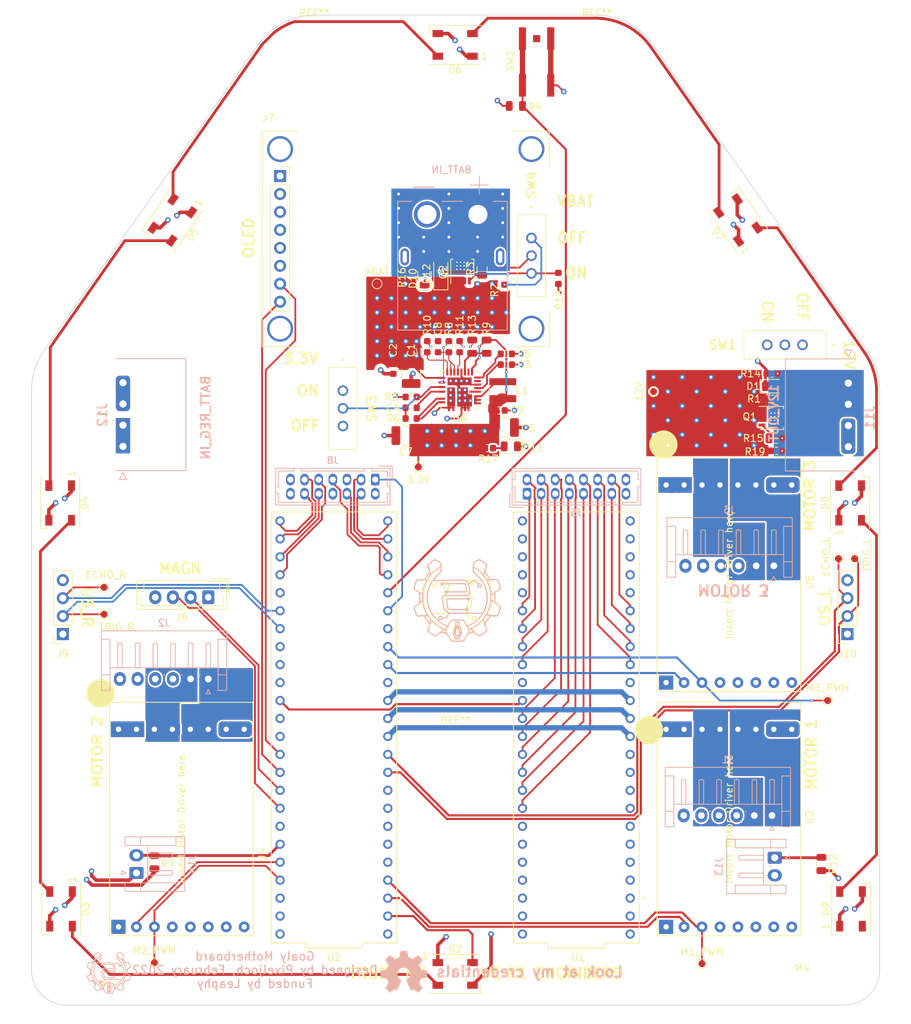
<source format=kicad_pcb>
(kicad_pcb (version 20171130) (host pcbnew "(5.1.12)-1")
  (layers (0 F.Cu signal) (1 In1.Cu signal) (2 In2.Cu signal) (31 B.Cu signal) (34 B.Paste user) (35 F.Paste user) (36 B.SilkS user) (37 F.SilkS user) (38 B.Mask user) (39 F.Mask user) (44 Edge.Cuts user))
  (net 0 "")
  (net 1 +VDC)
  (net 2 GND)
  (net 3 "Net-(C3-Pad1)")
  (net 4 "Net-(C4-Pad2)")
  (net 5 "Net-(C4-Pad1)")
  (net 6 "Net-(C5-Pad2)")
  (net 7 +3V3)
  (net 8 "Net-(C8-Pad2)")
  (net 9 "Net-(D1-Pad2)")
  (net 10 "Net-(D2-Pad2)")
  (net 11 LED_DIN)
  (net 12 "Net-(D10-Pad2)")
  (net 13 "Net-(D11-Pad2)")
  (net 14 "Net-(D12-Pad2)")
  (net 15 M1_A)
  (net 16 M1_B)
  (net 17 "Net-(J1-Pad3)")
  (net 18 "Net-(J1-Pad4)")
  (net 19 "Net-(J1-Pad5)")
  (net 20 "Net-(J1-Pad6)")
  (net 21 M2_A)
  (net 22 M2_B)
  (net 23 "Net-(J2-Pad3)")
  (net 24 "Net-(J2-Pad4)")
  (net 25 "Net-(J2-Pad5)")
  (net 26 "Net-(J2-Pad6)")
  (net 27 "Net-(J3-Pad6)")
  (net 28 "Net-(J3-Pad5)")
  (net 29 "Net-(J3-Pad4)")
  (net 30 "Net-(J3-Pad3)")
  (net 31 M3_B)
  (net 32 M3_A)
  (net 33 "Net-(J4-Pad2)")
  (net 34 IR1)
  (net 35 IR3)
  (net 36 IR5)
  (net 37 IR7)
  (net 38 IR8)
  (net 39 IR10)
  (net 40 IR12)
  (net 41 IR14)
  (net 42 IR2)
  (net 43 IR4)
  (net 44 IR6)
  (net 45 IR9)
  (net 46 IR11)
  (net 47 IR13)
  (net 48 MAGN_SDA)
  (net 49 MAGN_SCL)
  (net 50 OLED_SCL)
  (net 51 OLED_SDA)
  (net 52 P1)
  (net 53 P3)
  (net 54 P4)
  (net 55 ~WR)
  (net 56 D)
  (net 57 P0)
  (net 58 P2)
  (net 59 ~CS)
  (net 60 ~EN)
  (net 61 LIGHT_EN)
  (net 62 ECHO_R)
  (net 63 TRIG_R)
  (net 64 TRIG_L)
  (net 65 ECHO_L)
  (net 66 "Net-(J11-Pad1)")
  (net 67 "Net-(J13-Pad1)")
  (net 68 PD_OUT)
  (net 69 "Net-(L1-Pad1)")
  (net 70 +12V)
  (net 71 "Net-(Q1-Pad1)")
  (net 72 "Net-(Q2-Pad1)")
  (net 73 "Net-(R2-Pad1)")
  (net 74 "Net-(R3-Pad2)")
  (net 75 HOLD_SW)
  (net 76 "Net-(R5-Pad1)")
  (net 77 "Net-(R6-Pad1)")
  (net 78 "Net-(R8-Pad2)")
  (net 79 "Net-(R13-Pad2)")
  (net 80 "Net-(R10-Pad2)")
  (net 81 "Net-(R11-Pad2)")
  (net 82 "Net-(R14-Pad1)")
  (net 83 "Net-(R15-Pad2)")
  (net 84 "Net-(R19-Pad1)")
  (net 85 "Net-(U1-Pad37)")
  (net 86 "Net-(U1-Pad36)")
  (net 87 "Net-(U1-Pad35)")
  (net 88 "Net-(U1-Pad34)")
  (net 89 "Net-(U1-Pad33)")
  (net 90 "Net-(U1-Pad32)")
  (net 91 "Net-(U1-Pad31)")
  (net 92 "Net-(U1-Pad30)")
  (net 93 "Net-(U1-Pad29)")
  (net 94 "Net-(U1-Pad28)")
  (net 95 "Net-(U1-Pad3.3V_1)")
  (net 96 SCK_MASTER)
  (net 97 "Net-(U1-Pad12)")
  (net 98 "Net-(U1-Pad11)")
  (net 99 "Net-(U1-Pad10)")
  (net 100 "Net-(U1-Pad9)")
  (net 101 "Net-(U1-Pad8)")
  (net 102 "Net-(U1-Pad7)")
  (net 103 "Net-(U1-Pad6)")
  (net 104 "Net-(U1-Pad5)")
  (net 105 "Net-(U1-Pad4)")
  (net 106 "Net-(U1-Pad3)")
  (net 107 "Net-(U1-Pad2)")
  (net 108 "Net-(U1-Pad1)")
  (net 109 "Net-(U1-Pad0)")
  (net 110 "Net-(U2-Pad3.3V_1)")
  (net 111 M1_PWM)
  (net 112 M2_PWM)
  (net 113 M3_PWM)
  (net 114 "Net-(U2-Pad26)")
  (net 115 M1_DIR)
  (net 116 M2_DIR)
  (net 117 M3_DIR)
  (net 118 "Net-(U2-Pad40)")
  (net 119 "Net-(U2-Pad41)")
  (net 120 "Net-(U3-Pad12)")
  (net 121 "Net-(U3-Pad11)")
  (net 122 "Net-(U3-Pad10)")
  (net 123 "Net-(U3-Pad9)")
  (net 124 "Net-(U3-Pad8)")
  (net 125 "Net-(U4-Pad8)")
  (net 126 "Net-(U4-Pad9)")
  (net 127 "Net-(U4-Pad10)")
  (net 128 "Net-(U4-Pad11)")
  (net 129 "Net-(U4-Pad12)")
  (net 130 "Net-(U5-Pad12)")
  (net 131 "Net-(U5-Pad11)")
  (net 132 "Net-(U5-Pad10)")
  (net 133 "Net-(U5-Pad9)")
  (net 134 "Net-(U5-Pad8)")
  (net 135 "Net-(U6-Pad15)")
  (net 136 "Net-(U6-Pad18)")
  (net 137 "Net-(U6-Pad21)")
  (net 138 "Net-(D3-Pad2)")
  (net 139 "Net-(D4-Pad2)")
  (net 140 "Net-(D5-Pad2)")
  (net 141 "Net-(D6-Pad2)")
  (net 142 "Net-(D7-Pad2)")
  (net 143 "Net-(D8-Pad2)")
  (net 144 "Net-(D9-Pad2)")
  (net 145 "Net-(J7-Pad3)")
  (net 146 "Net-(J7-Pad4)")
  (net 147 "Net-(J7-Pad5)")
  (net 148 "Net-(J7-Pad6)")
  (net 149 "Net-(U1-Pad21)")
  (net 150 "Net-(U2-Pad3)")
  (net 151 "Net-(U2-Pad4)")
  (net 152 "Net-(U2-Pad6)")
  (net 153 "Net-(U2-Pad7)")
  (net 154 "Net-(U2-Pad14)")
  (net 155 "Net-(U2-Pad15)")
  (net 156 "Net-(U2-Pad20)")
  (net 157 "Net-(U2-Pad37)")
  (net 158 "Net-(U2-Pad5)")
  (net 159 "Net-(U1-Pad22)")
  (net 160 "Net-(U1-Pad20)")
  (net 161 "Net-(U1-Pad23)")
  (module Main_Board:Vishay_PowerPAK_MLP55-27L_ThermalVias (layer F.Cu) (at 149.862 72.913)
    (fp_text reference U6 (at 0 4.049) (layer F.SilkS))
    (fp_text value SiC467ED)
    (pad 28 smd rect (at 0 -1.2 180) (size 3.4 1.1) (layers F.Cu F.Paste F.Mask) (net 2 GND))
    (pad 29 smd rect (at -1.2 1 180) (size 1.1 2.7) (layers F.Cu F.Paste F.Mask) (net 1 +VDC))
    (pad 30 smd custom (at -0.05 -0.05) (size 0.6 0.6) (layers F.Cu F.Paste F.Mask) (net 2 GND) (options (clearance outline) (anchor rect)) (primitives (gr_poly (pts (xy -0.3 -0.3) (xy 1.22 -0.3) (xy 1.22 0.67) (xy 1.8 0.67) (xy 1.8 2.4) (xy -0.3 2.4)) (width 0))))
    (pad 27 smd rect (at -1.75 -2.525) (size 0.3 0.95) (layers F.Cu F.Paste F.Mask) (net 80 "Net-(R10-Pad2)"))
    (pad 26 smd rect (at -1.25 -2.525) (size 0.3 0.95) (layers F.Cu F.Paste F.Mask) (net 8 "Net-(C8-Pad2)"))
    (pad 25 smd rect (at -0.75 -2.525) (size 0.3 0.95) (layers F.Cu F.Paste F.Mask) (net 8 "Net-(C8-Pad2)"))
    (pad 24 smd rect (at -0.25 -2.525) (size 0.3 0.95) (layers F.Cu F.Paste F.Mask) (net 81 "Net-(R11-Pad2)"))
    (pad 23 smd rect (at 0.25 -2.525) (size 0.3 0.95) (layers F.Cu F.Paste F.Mask) (net 2 GND))
    (pad 22 smd rect (at 0.75 -2.525) (size 0.3 0.95) (layers F.Cu F.Paste F.Mask) (net 79 "Net-(R13-Pad2)"))
    (pad 21 smd rect (at 1.25 -2.525) (size 0.3 0.95) (layers F.Cu F.Paste F.Mask) (net 137 "Net-(U6-Pad21)"))
    (pad 20 smd rect (at 1.75 -2.525) (size 0.3 0.95) (layers F.Cu F.Paste F.Mask) (net 7 +3V3))
    (pad 19 smd rect (at 2.525 -1.75 90) (size 0.3 0.95) (layers F.Cu F.Paste F.Mask) (net 6 "Net-(C5-Pad2)"))
    (pad 18 smd rect (at 2.525 -1.25 90) (size 0.3 0.95) (layers F.Cu F.Paste F.Mask) (net 136 "Net-(U6-Pad18)"))
    (pad 17 smd rect (at 2.525 -0.75 90) (size 0.3 0.95) (layers F.Cu F.Paste F.Mask) (net 2 GND))
    (pad 16 smd rect (at 2.525 -0.25 90) (size 0.3 0.95) (layers F.Cu F.Paste F.Mask) (net 3 "Net-(C3-Pad1)"))
    (pad 15 smd rect (at 2.2 0.25 90) (size 0.3 1.6) (layers F.Cu F.Paste F.Mask) (net 135 "Net-(U6-Pad15)"))
    (pad 14 smd custom (at 2.525 0.9 90) (size 0.3 0.95) (layers F.Cu F.Paste F.Mask) (net 69 "Net-(L1-Pad1)") (options (clearance outline) (anchor rect)) (primitives (gr_poly (pts (xy 0.15 -0.48) (xy 0.15 -0.13) (xy -1.15 -0.13) (xy -1.15 -0.48)) (width 0))))
    (pad 13 smd rect (at 2.525 1.4 90) (size 0.3 0.95) (layers F.Cu F.Paste F.Mask) (net 69 "Net-(L1-Pad1)"))
    (pad 12 smd rect (at 2.525 1.9 90) (size 0.3 0.95) (layers F.Cu F.Paste F.Mask) (net 69 "Net-(L1-Pad1)"))
    (pad 11 smd rect (at 1.26 2.525) (size 0.3 0.95) (layers F.Cu F.Paste F.Mask) (net 2 GND))
    (pad 10 smd rect (at 0.76 2.525) (size 0.3 0.95) (layers F.Cu F.Paste F.Mask) (net 2 GND))
    (pad 9 smd rect (at 0.26 2.525) (size 0.3 0.95) (layers F.Cu F.Paste F.Mask) (net 2 GND))
    (pad 8 smd rect (at -0.87 2.525) (size 0.3 0.95) (layers F.Cu F.Paste F.Mask) (net 1 +VDC))
    (pad 7 smd rect (at -1.52 2.525) (size 0.3 0.95) (layers F.Cu F.Paste F.Mask) (net 1 +VDC))
    (pad 6 smd rect (at -2.525 1.75 90) (size 0.3 0.95) (layers F.Cu F.Paste F.Mask) (net 77 "Net-(R6-Pad1)"))
    (pad 5 smd rect (at -2.525 1.25 90) (size 0.3 0.95) (layers F.Cu F.Paste F.Mask) (net 77 "Net-(R6-Pad1)"))
    (pad 4 smd rect (at -2.525 0.25 90) (size 0.3 0.95) (layers F.Cu F.Paste F.Mask) (net 5 "Net-(C4-Pad1)"))
    (pad 3 smd rect (at -2.525 -0.4 90) (size 0.3 0.95) (layers F.Cu F.Paste F.Mask) (net 76 "Net-(R5-Pad1)"))
    (pad 2 smd rect (at -2.525 -1.05 90) (size 0.3 0.95) (layers F.Cu F.Paste F.Mask) (net 78 "Net-(R8-Pad2)"))
    (pad 1 smd rect (at -2.525 -1.7 90) (size 0.3 0.95) (layers F.Cu F.Paste F.Mask) (net 1 +VDC))
    (pad 28 thru_hole circle (at -1.27 -1.27) (size 0.5 0.5) (drill 0.3) (layers *.Cu *.Mask) (net 2 GND))
    (pad 28 thru_hole circle (at -0.508 -1.27) (size 0.5 0.5) (drill 0.3) (layers *.Cu *.Mask) (net 2 GND))
    (pad 28 thru_hole circle (at 0.254 -1.27) (size 0.5 0.5) (drill 0.3) (layers *.Cu *.Mask) (net 2 GND))
    (pad 28 thru_hole circle (at 1.016 -1.27) (size 0.5 0.5) (drill 0.3) (layers *.Cu *.Mask) (net 2 GND))
    (pad 29 thru_hole circle (at -1.27 0) (size 0.5 0.5) (drill 0.3) (layers *.Cu *.Mask) (net 1 +VDC))
    (pad 29 thru_hole circle (at -1.27 0.762) (size 0.5 0.5) (drill 0.3) (layers *.Cu *.Mask) (net 1 +VDC))
    (pad 29 thru_hole circle (at -1.27 1.524) (size 0.5 0.5) (drill 0.3) (layers *.Cu *.Mask) (net 1 +VDC))
    (pad 30 thru_hole circle (at 0 0) (size 0.5 0.5) (drill 0.3) (layers *.Cu *.Mask) (net 2 GND))
    (pad 30 thru_hole circle (at 0.762 0) (size 0.5 0.5) (drill 0.3) (layers *.Cu *.Mask) (net 2 GND))
    (pad 30 thru_hole circle (at 0.762 0.762) (size 0.5 0.5) (drill 0.3) (layers *.Cu *.Mask) (net 2 GND))
    (pad 30 thru_hole circle (at 0 0.762) (size 0.5 0.5) (drill 0.3) (layers *.Cu *.Mask) (net 2 GND))
    (pad 30 thru_hole circle (at 0 1.524) (size 0.5 0.5) (drill 0.3) (layers *.Cu *.Mask) (net 2 GND))
    (pad 30 thru_hole circle (at 0.762 1.524) (size 0.5 0.5) (drill 0.3) (layers *.Cu *.Mask) (net 2 GND))
    (pad 30 thru_hole circle (at 1.524 1.524) (size 0.5 0.5) (drill 0.3) (layers *.Cu *.Mask) (net 2 GND))
  )
  (module Symbol:OSHW-Symbol_6.7x6mm_SilkScreen (layer B.Cu) (at 141.986 155.194 180)
    (fp_text reference REF** hide)
    (fp_text value OSHW-Symbol_6.7x6mm_SilkScreen hide)
  )
  (module TestPoint:TestPoint_Pad_D1.0mm (layer F.Cu) (at 99.568 104.648)
    (fp_text reference TRIG_R (at 1.778 1.778) (layer F.SilkS))
    (fp_text value TestPoint_Pad_D1.0mm)
    (pad 1 smd circle (at 0 0) (size 1 1) (layers F.Cu F.Mask) (net 63 TRIG_R))
  )
  (module TestPoint:TestPoint_Pad_D1.0mm (layer F.Cu) (at 99.568 100.838)
    (fp_text reference ECHO_R (at 0.254 -1.778) (layer F.SilkS))
    (fp_text value TestPoint_Pad_D1.0mm)
    (pad 1 smd circle (at 0 0) (size 1 1) (layers F.Cu F.Mask) (net 62 ECHO_R))
  )
  (module TestPoint:TestPoint_Pad_D1.0mm (layer F.Cu) (at 205.74 96.774 270)
    (fp_text reference TRIG_L (at -0.508 -1.778 90) (layer F.SilkS))
    (fp_text value TestPoint_Pad_D1.0mm)
    (pad 1 smd circle (at 0 0 270) (size 1 1) (layers F.Cu F.Mask) (net 64 TRIG_L))
  )
  (module TestPoint:TestPoint_Pad_D1.0mm (layer F.Cu) (at 203.454 96.774 270)
    (fp_text reference ECHO_L (at -0.254 1.778 90) (layer F.SilkS))
    (fp_text value TestPoint_Pad_D1.0mm)
    (pad 1 smd circle (at 0 0 270) (size 1 1) (layers F.Cu F.Mask) (net 65 ECHO_L))
  )
  (module TestPoint:TestPoint_Pad_D1.0mm (layer F.Cu) (at 177.292 73.152 90)
    (fp_text reference 12V (at 0 -2.032 90) (layer F.SilkS))
    (fp_text value TestPoint_Pad_D1.0mm)
    (pad 1 smd circle (at 0 0 90) (size 1 1) (layers F.Cu F.Mask))
  )
  (module TestPoint:TestPoint_Pad_D1.0mm (layer F.Cu) (at 144.018 83.82)
    (fp_text reference 3.3V (at 0 1.778) (layer F.SilkS))
    (fp_text value TestPoint_Pad_D1.0mm)
    (pad 1 smd circle (at 0 0) (size 1 1) (layers F.Cu F.Mask) (net 7 +3V3))
  )
  (module TestPoint:TestPoint_Pad_D1.0mm (layer F.Cu) (at 138.176 57.912)
    (fp_text reference VBAT (at 0 -1.778) (layer F.SilkS))
    (fp_text value TestPoint_Pad_D1.0mm)
    (pad 1 smd circle (at 0 0) (size 1 1) (layers F.Cu F.Mask) (net 1 +VDC))
  )
  (module TestPoint:TestPoint_Pad_D1.0mm (layer F.Cu) (at 201.93 116.84)
    (fp_text reference M3_PWM (at 0 -1.778) (layer F.SilkS))
    (fp_text value TestPoint_Pad_D1.0mm)
    (pad 1 smd circle (at 0 0) (size 1 1) (layers F.Cu F.Mask) (net 113 M3_PWM))
  )
  (module TestPoint:TestPoint_Pad_D1.0mm (layer F.Cu) (at 106.68 153.924)
    (fp_text reference M2_PWM (at 0 -1.778) (layer F.SilkS))
    (fp_text value TestPoint_Pad_D1.0mm)
    (pad 1 smd circle (at 0 0) (size 1 1) (layers F.Cu F.Mask) (net 112 M2_PWM))
  )
  (module TestPoint:TestPoint_Pad_D1.0mm (layer F.Cu) (at 184.15 154.051)
    (fp_text reference M1_PWM (at 0 -1.651) (layer F.SilkS))
    (fp_text value TestPoint_Pad_D1.0mm)
    (pad 1 smd circle (at 0 0) (size 1 1) (layers F.Cu F.Mask) (net 111 M1_PWM))
  )
  (module Main_Board:G2-24v13 (layer F.Cu) (at 187.96 133.604 90)
    (fp_text reference U3 (at 0.254 11.43 90) (layer F.SilkS))
    (fp_text value G2-24v13)
    (fp_text user "Insert Motor Driver here" (at 0 0 90) (layer F.SilkS))
    (pad 4 thru_hole roundrect (at 12.7 8.89 270) (size 2.2 2.2) (drill 0.762) (layers *.Cu *.Mask) (net 70 +12V))
    (pad 4 thru_hole roundrect (at 12.7 6.35 270) (size 2.2 2.2) (drill 0.762) (layers *.Cu *.Mask) (net 70 +12V))
    (pad 3 thru_hole roundrect (at 12.7 3.81 270) (size 2.2 2.2) (drill 0.762) (layers *.Cu *.Mask) (net 15 M1_A))
    (pad 3 thru_hole roundrect (at 12.7 1.27 270) (size 2.2 2.2) (drill 0.762) (layers *.Cu *.Mask) (net 15 M1_A))
    (pad 2 thru_hole roundrect (at 12.7 -1.27 270) (size 2.2 2.2) (drill 0.762) (layers *.Cu *.Mask) (net 16 M1_B))
    (pad 2 thru_hole roundrect (at 12.7 -3.81 270) (size 2.2 2.2) (drill 0.762) (layers *.Cu *.Mask) (net 16 M1_B))
    (pad 1 thru_hole rect (at 12.7 -6.35 270) (size 2.2 2.2) (drill 0.762) (layers *.Cu *.Mask) (net 2 GND))
    (pad 1 thru_hole rect (at 12.7 -8.89 270) (size 2.2 2.2) (drill 0.762) (layers *.Cu *.Mask) (net 2 GND))
    (pad 12 thru_hole circle (at -15.24 8.89 90) (size 1.524 1.524) (drill 0.762) (layers *.Cu *.Mask) (net 120 "Net-(U3-Pad12)"))
    (pad 11 thru_hole circle (at -15.24 6.35 90) (size 1.524 1.524) (drill 0.762) (layers *.Cu *.Mask) (net 121 "Net-(U3-Pad11)"))
    (pad 10 thru_hole circle (at -15.24 3.81 90) (size 1.524 1.524) (drill 0.762) (layers *.Cu *.Mask) (net 122 "Net-(U3-Pad10)"))
    (pad 9 thru_hole circle (at -15.24 1.27 90) (size 1.524 1.524) (drill 0.762) (layers *.Cu *.Mask) (net 123 "Net-(U3-Pad9)"))
    (pad 8 thru_hole circle (at -15.24 -1.27 90) (size 1.524 1.524) (drill 0.762) (layers *.Cu *.Mask) (net 124 "Net-(U3-Pad8)"))
    (pad 7 thru_hole circle (at -15.24 -3.81 90) (size 1.524 1.524) (drill 0.762) (layers *.Cu *.Mask) (net 111 M1_PWM))
    (pad 6 thru_hole circle (at -15.24 -6.35 90) (size 1.524 1.524) (drill 0.762) (layers *.Cu *.Mask) (net 115 M1_DIR))
    (pad 5 thru_hole rect (at -15.24 -8.89 90) (size 2 2) (drill 0.762) (layers *.Cu *.Mask) (net 2 GND))
    (pad 4 smd rect (at 12.7 7.62 270) (size 2.2 1.5) (layers F.Cu F.Paste F.Mask) (net 70 +12V))
    (pad 1 smd rect (at 12.7 -7.62 270) (size 2.2 1.5) (layers F.Cu F.Paste F.Mask) (net 2 GND))
    (pad 3 smd rect (at 12.7 2.54 270) (size 2.2 1.5) (layers B.Cu B.Paste B.Mask) (net 15 M1_A))
    (pad 2 smd rect (at 12.7 -2.54 270) (size 2.2 1.5) (layers F.Cu F.Paste F.Mask) (net 16 M1_B))
    (pad 1 smd rect (at 12.7 -7.62 270) (size 2.2 1.5) (layers B.Cu B.Paste B.Mask) (net 2 GND))
    (pad 4 smd rect (at 12.7 7.62 270) (size 2.2 1.5) (layers B.Cu B.Paste B.Mask) (net 70 +12V))
    (pad 3 smd rect (at 12.7 2.54 270) (size 2.2 1.5) (layers F.Cu F.Paste F.Mask) (net 15 M1_A))
    (pad 2 smd rect (at 12.7 -2.54 270) (size 2.2 1.5) (layers B.Cu B.Paste B.Mask) (net 16 M1_B))
  )
  (module Main_Board:TEENSY_4_1_FP (layer F.Cu) (at 132.08 120.65 90)
    (fp_text reference U2 (at -32.512 0 unlocked) (layer F.SilkS))
    (fp_text value TEENSY_4_1_SLAVE)
    (pad GND1 thru_hole circle (at -29.21 7.62 90) (size 1.308 1.308) (drill 0.8) (layers *.Cu *.Mask) (net 2 GND))
    (pad 0 thru_hole circle (at -26.67 7.62 90) (size 1.308 1.308) (drill 0.8) (layers *.Cu *.Mask) (net 11 LED_DIN))
    (pad GND2 thru_hole circle (at 6.35 -7.62 90) (size 1.308 1.308) (drill 0.8) (layers *.Cu *.Mask) (net 2 GND))
    (pad 1 thru_hole circle (at -24.13 7.62 90) (size 1.308 1.308) (drill 0.8) (layers *.Cu *.Mask) (net 115 M1_DIR))
    (pad 2 thru_hole circle (at -21.59 7.62 90) (size 1.308 1.308) (drill 0.8) (layers *.Cu *.Mask) (net 111 M1_PWM))
    (pad 3 thru_hole circle (at -19.05 7.62 90) (size 1.308 1.308) (drill 0.8) (layers *.Cu *.Mask) (net 150 "Net-(U2-Pad3)"))
    (pad 4 thru_hole circle (at -16.51 7.62 90) (size 1.308 1.308) (drill 0.8) (layers *.Cu *.Mask) (net 151 "Net-(U2-Pad4)"))
    (pad 5 thru_hole circle (at -13.97 7.62 90) (size 1.308 1.308) (drill 0.8) (layers *.Cu *.Mask) (net 158 "Net-(U2-Pad5)"))
    (pad 6 thru_hole circle (at -11.43 7.62 90) (size 1.308 1.308) (drill 0.8) (layers *.Cu *.Mask) (net 152 "Net-(U2-Pad6)"))
    (pad 7 thru_hole circle (at -8.89 7.62 90) (size 1.308 1.308) (drill 0.8) (layers *.Cu *.Mask) (net 153 "Net-(U2-Pad7)"))
    (pad 8 thru_hole circle (at -6.35 7.62 90) (size 1.308 1.308) (drill 0.8) (layers *.Cu *.Mask) (net 64 TRIG_L))
    (pad 9 thru_hole circle (at -3.81 7.62 90) (size 1.308 1.308) (drill 0.8) (layers *.Cu *.Mask) (net 65 ECHO_L))
    (pad 10 thru_hole circle (at -1.27 7.62 90) (size 1.308 1.308) (drill 0.8) (layers *.Cu *.Mask) (net 99 "Net-(U1-Pad10)"))
    (pad 11 thru_hole circle (at 1.27 7.62 90) (size 1.308 1.308) (drill 0.8) (layers *.Cu *.Mask) (net 98 "Net-(U1-Pad11)"))
    (pad 12 thru_hole circle (at 3.81 7.62 90) (size 1.308 1.308) (drill 0.8) (layers *.Cu *.Mask) (net 97 "Net-(U1-Pad12)"))
    (pad 3.3V_1 thru_hole circle (at 6.35 7.62 90) (size 1.308 1.308) (drill 0.8) (layers *.Cu *.Mask))
    (pad 13 thru_hole circle (at 3.81 -7.62 90) (size 1.308 1.308) (drill 0.8) (layers *.Cu *.Mask) (net 96 SCK_MASTER))
    (pad 14 thru_hole circle (at 1.27 -7.62 90) (size 1.308 1.308) (drill 0.8) (layers *.Cu *.Mask) (net 154 "Net-(U2-Pad14)"))
    (pad 15 thru_hole circle (at -1.27 -7.62 90) (size 1.308 1.308) (drill 0.8) (layers *.Cu *.Mask) (net 155 "Net-(U2-Pad15)"))
    (pad 16 thru_hole circle (at -3.81 -7.62 90) (size 1.308 1.308) (drill 0.8) (layers *.Cu *.Mask) (net 50 OLED_SCL))
    (pad 17 thru_hole circle (at -6.35 -7.62 90) (size 1.308 1.308) (drill 0.8) (layers *.Cu *.Mask) (net 51 OLED_SDA))
    (pad 18 thru_hole circle (at -8.89 -7.62 90) (size 1.308 1.308) (drill 0.8) (layers *.Cu *.Mask) (net 48 MAGN_SDA))
    (pad 19 thru_hole circle (at -11.43 -7.62 90) (size 1.308 1.308) (drill 0.8) (layers *.Cu *.Mask) (net 49 MAGN_SCL))
    (pad 20 thru_hole circle (at -13.97 -7.62 90) (size 1.308 1.308) (drill 0.8) (layers *.Cu *.Mask) (net 156 "Net-(U2-Pad20)"))
    (pad 21 thru_hole circle (at -16.51 -7.62 90) (size 1.308 1.308) (drill 0.8) (layers *.Cu *.Mask) (net 68 PD_OUT))
    (pad 22 thru_hole circle (at -19.05 -7.62 90) (size 1.308 1.308) (drill 0.8) (layers *.Cu *.Mask) (net 116 M2_DIR))
    (pad 23 thru_hole circle (at -21.59 -7.62 90) (size 1.308 1.308) (drill 0.8) (layers *.Cu *.Mask) (net 112 M2_PWM))
    (pad 3.3V_2 thru_hole circle (at -24.13 -7.62 90) (size 1.308 1.308) (drill 0.8) (layers *.Cu *.Mask) (net 110 "Net-(U2-Pad3.3V_1)"))
    (pad GND3 thru_hole circle (at -26.67 -7.62 90) (size 1.308 1.308) (drill 0.8) (layers *.Cu *.Mask) (net 2 GND))
    (pad VIN thru_hole circle (at -29.21 -7.62 90) (size 1.308 1.308) (drill 0.8) (layers *.Cu *.Mask) (net 7 +3V3))
    (pad 24 thru_hole circle (at 8.89 7.62 90) (size 1.308 1.308) (drill 0.8) (layers *.Cu *.Mask) (net 117 M3_DIR))
    (pad 25 thru_hole circle (at 11.43 7.62 90) (size 1.308 1.308) (drill 0.8) (layers *.Cu *.Mask) (net 113 M3_PWM))
    (pad 26 thru_hole circle (at 13.97 7.62 90) (size 1.308 1.308) (drill 0.8) (layers *.Cu *.Mask) (net 114 "Net-(U2-Pad26)"))
    (pad 27 thru_hole circle (at 16.51 7.62 90) (size 1.308 1.308) (drill 0.8) (layers *.Cu *.Mask) (net 56 D))
    (pad 28 thru_hole circle (at 19.05 7.62 90) (size 1.308 1.308) (drill 0.8) (layers *.Cu *.Mask) (net 75 HOLD_SW))
    (pad 29 thru_hole circle (at 21.59 7.62 90) (size 1.308 1.308) (drill 0.8) (layers *.Cu *.Mask) (net 54 P4))
    (pad 30 thru_hole circle (at 24.13 7.62 90) (size 1.308 1.308) (drill 0.8) (layers *.Cu *.Mask) (net 59 ~CS))
    (pad 31 thru_hole circle (at 26.67 7.62 90) (size 1.308 1.308) (drill 0.8) (layers *.Cu *.Mask) (net 55 ~WR))
    (pad 32 thru_hole circle (at 29.21 7.62 90) (size 1.308 1.308) (drill 0.8) (layers *.Cu *.Mask) (net 60 ~EN))
    (pad 33 thru_hole circle (at 29.21 -7.62 90) (size 1.308 1.308) (drill 0.8) (layers *.Cu *.Mask) (net 57 P0))
    (pad 34 thru_hole circle (at 26.67 -7.62 90) (size 1.308 1.308) (drill 0.8) (layers *.Cu *.Mask) (net 52 P1))
    (pad 35 thru_hole circle (at 24.13 -7.62 90) (size 1.308 1.308) (drill 0.8) (layers *.Cu *.Mask) (net 58 P2))
    (pad 36 thru_hole circle (at 21.59 -7.62 90) (size 1.308 1.308) (drill 0.8) (layers *.Cu *.Mask) (net 53 P3))
    (pad 37 thru_hole circle (at 19.05 -7.62 90) (size 1.308 1.308) (drill 0.8) (layers *.Cu *.Mask) (net 157 "Net-(U2-Pad37)"))
    (pad 38 thru_hole circle (at 16.51 -7.62 90) (size 1.308 1.308) (drill 0.8) (layers *.Cu *.Mask) (net 62 ECHO_R))
    (pad 39 thru_hole circle (at 13.97 -7.62 90) (size 1.308 1.308) (drill 0.8) (layers *.Cu *.Mask) (net 63 TRIG_R))
    (pad 40 thru_hole circle (at 11.43 -7.62 90) (size 1.308 1.308) (drill 0.8) (layers *.Cu *.Mask) (net 118 "Net-(U2-Pad40)"))
    (pad 41 thru_hole circle (at 8.89 -7.62 90) (size 1.308 1.308) (drill 0.8) (layers *.Cu *.Mask) (net 119 "Net-(U2-Pad41)"))
  )
  (module MountingHole:MountingHole_4.3mm_M4 (layer F.Cu) (at 204.240406 154.725008)
    (fp_text reference M4 (at -5.866406 -0.039008) (layer F.SilkS))
    (fp_text value MountingHole_4.3mm_M4)
    (pad 1 np_thru_hole circle (at 0 0) (size 4.3 4.3) (drill 4.3) (layers *.Cu *.Mask))
  )
  (module MountingHole:MountingHole_4.3mm_M4 (layer F.Cu) (at 149.2885 124.9045)
    (fp_text reference REF** (at 0 -5.3) (layer F.SilkS))
    (fp_text value MountingHole_4.3mm_M4)
    (pad 1 np_thru_hole circle (at 0 0) (size 4.3 4.3) (drill 4.3) (layers *.Cu *.Mask))
  )
  (module MountingHole:MountingHole_4.3mm_M4 (layer F.Cu) (at 94.336595 154.725008)
    (fp_text reference M4 (at 5.612405 2.246992) (layer F.SilkS))
    (fp_text value MountingHole_4.3mm_M4)
    (pad 1 np_thru_hole circle (at 0 0) (size 4.3 4.3) (drill 4.3) (layers *.Cu *.Mask))
  )
  (module MountingHole:MountingHole_4.3mm_M4 (layer F.Cu) (at 129.2885 24.9045)
    (fp_text reference REF** (at 0 -5.3) (layer F.SilkS))
    (fp_text value MountingHole_4.3mm_M4)
    (pad 1 np_thru_hole circle (at 0 0) (size 4.3 4.3) (drill 4.3) (layers *.Cu *.Mask))
  )
  (module MountingHole:MountingHole_4.3mm_M4 (layer F.Cu) (at 169.2885 24.904499)
    (fp_text reference REF** (at 0 -5.3) (layer F.SilkS))
    (fp_text value MountingHole_4.3mm_M4)
    (pad 1 np_thru_hole circle (at 0 0) (size 4.3 4.3) (drill 4.3) (layers *.Cu *.Mask))
  )
  (module Connector_Hirose:Hirose_DF11-16DP-2DSA_2x08_P2.00mm_Vertical (layer B.Cu) (at 159.386 87.598)
    (fp_text reference J5 (at 7 2.7 -180) (layer B.SilkS) (effects (justify mirror)))
    (fp_text value Conn_02x08_Top_Bottom)
    (pad 1 thru_hole roundrect (at 0 0) (size 1.2 1.65) (drill 0.85) (layers *.Cu *.Mask) (roundrect_rratio 0.208333) (net 34 IR1))
    (pad 3 thru_hole oval (at 2 0) (size 1.2 1.65) (drill 0.85) (layers *.Cu *.Mask) (net 35 IR3))
    (pad 5 thru_hole oval (at 4 0) (size 1.2 1.65) (drill 0.85) (layers *.Cu *.Mask) (net 36 IR5))
    (pad 7 thru_hole oval (at 6 0) (size 1.2 1.65) (drill 0.85) (layers *.Cu *.Mask) (net 37 IR7))
    (pad 9 thru_hole oval (at 8 0) (size 1.2 1.65) (drill 0.85) (layers *.Cu *.Mask) (net 45 IR9))
    (pad 11 thru_hole oval (at 10 0) (size 1.2 1.65) (drill 0.85) (layers *.Cu *.Mask) (net 46 IR11))
    (pad 13 thru_hole oval (at 12 0) (size 1.2 1.65) (drill 0.85) (layers *.Cu *.Mask) (net 47 IR13))
    (pad 15 thru_hole oval (at 14 0) (size 1.2 1.65) (drill 0.85) (layers *.Cu *.Mask) (net 7 +3V3))
    (pad 2 thru_hole oval (at 0 -2) (size 1.2 1.65) (drill 0.85) (layers *.Cu *.Mask) (net 42 IR2))
    (pad 4 thru_hole oval (at 2 -2) (size 1.2 1.65) (drill 0.85) (layers *.Cu *.Mask) (net 43 IR4))
    (pad 6 thru_hole oval (at 4 -2) (size 1.2 1.65) (drill 0.85) (layers *.Cu *.Mask) (net 44 IR6))
    (pad 8 thru_hole oval (at 6 -2) (size 1.2 1.65) (drill 0.85) (layers *.Cu *.Mask) (net 38 IR8))
    (pad 10 thru_hole oval (at 8 -2) (size 1.2 1.65) (drill 0.85) (layers *.Cu *.Mask) (net 39 IR10))
    (pad 12 thru_hole oval (at 10 -2) (size 1.2 1.65) (drill 0.85) (layers *.Cu *.Mask) (net 40 IR12))
    (pad 14 thru_hole oval (at 12 -2) (size 1.2 1.65) (drill 0.85) (layers *.Cu *.Mask) (net 41 IR14))
    (pad 16 thru_hole oval (at 14 -2) (size 1.2 1.65) (drill 0.85) (layers *.Cu *.Mask) (net 2 GND))
  )
  (module Main_Board:TEENSY_4_1_FP (layer F.Cu) (at 166.37 120.65 90)
    (fp_text reference U1 (at -32.512 0.254) (layer F.SilkS))
    (fp_text value TEENSY_4_1_MASTER)
    (pad 41 thru_hole circle (at 8.89 -7.62 90) (size 1.308 1.308) (drill 0.8) (layers *.Cu *.Mask) (net 43 IR4))
    (pad 40 thru_hole circle (at 11.43 -7.62 90) (size 1.308 1.308) (drill 0.8) (layers *.Cu *.Mask) (net 35 IR3))
    (pad 39 thru_hole circle (at 13.97 -7.62 90) (size 1.308 1.308) (drill 0.8) (layers *.Cu *.Mask) (net 42 IR2))
    (pad 38 thru_hole circle (at 16.51 -7.62 90) (size 1.308 1.308) (drill 0.8) (layers *.Cu *.Mask) (net 34 IR1))
    (pad 37 thru_hole circle (at 19.05 -7.62 90) (size 1.308 1.308) (drill 0.8) (layers *.Cu *.Mask) (net 85 "Net-(U1-Pad37)"))
    (pad 36 thru_hole circle (at 21.59 -7.62 90) (size 1.308 1.308) (drill 0.8) (layers *.Cu *.Mask) (net 86 "Net-(U1-Pad36)"))
    (pad 35 thru_hole circle (at 24.13 -7.62 90) (size 1.308 1.308) (drill 0.8) (layers *.Cu *.Mask) (net 87 "Net-(U1-Pad35)"))
    (pad 34 thru_hole circle (at 26.67 -7.62 90) (size 1.308 1.308) (drill 0.8) (layers *.Cu *.Mask) (net 88 "Net-(U1-Pad34)"))
    (pad 33 thru_hole circle (at 29.21 -7.62 90) (size 1.308 1.308) (drill 0.8) (layers *.Cu *.Mask) (net 89 "Net-(U1-Pad33)"))
    (pad 32 thru_hole circle (at 29.21 7.62 90) (size 1.308 1.308) (drill 0.8) (layers *.Cu *.Mask) (net 90 "Net-(U1-Pad32)"))
    (pad 31 thru_hole circle (at 26.67 7.62 90) (size 1.308 1.308) (drill 0.8) (layers *.Cu *.Mask) (net 91 "Net-(U1-Pad31)"))
    (pad 30 thru_hole circle (at 24.13 7.62 90) (size 1.308 1.308) (drill 0.8) (layers *.Cu *.Mask) (net 92 "Net-(U1-Pad30)"))
    (pad 29 thru_hole circle (at 21.59 7.62 90) (size 1.308 1.308) (drill 0.8) (layers *.Cu *.Mask) (net 93 "Net-(U1-Pad29)"))
    (pad 28 thru_hole circle (at 19.05 7.62 90) (size 1.308 1.308) (drill 0.8) (layers *.Cu *.Mask) (net 94 "Net-(U1-Pad28)"))
    (pad 27 thru_hole circle (at 16.51 7.62 90) (size 1.308 1.308) (drill 0.8) (layers *.Cu *.Mask) (net 41 IR14))
    (pad 26 thru_hole circle (at 13.97 7.62 90) (size 1.308 1.308) (drill 0.8) (layers *.Cu *.Mask) (net 47 IR13))
    (pad 25 thru_hole circle (at 11.43 7.62 90) (size 1.308 1.308) (drill 0.8) (layers *.Cu *.Mask) (net 40 IR12))
    (pad 24 thru_hole circle (at 8.89 7.62 90) (size 1.308 1.308) (drill 0.8) (layers *.Cu *.Mask) (net 46 IR11))
    (pad VIN thru_hole circle (at -29.21 -7.62 90) (size 1.308 1.308) (drill 0.8) (layers *.Cu *.Mask) (net 7 +3V3))
    (pad GND3 thru_hole circle (at -26.67 -7.62 90) (size 1.308 1.308) (drill 0.8) (layers *.Cu *.Mask) (net 2 GND))
    (pad 3.3V_2 thru_hole circle (at -24.13 -7.62 90) (size 1.308 1.308) (drill 0.8) (layers *.Cu *.Mask) (net 95 "Net-(U1-Pad3.3V_1)"))
    (pad 23 thru_hole circle (at -21.59 -7.62 90) (size 1.308 1.308) (drill 0.8) (layers *.Cu *.Mask) (net 161 "Net-(U1-Pad23)"))
    (pad 22 thru_hole circle (at -19.05 -7.62 90) (size 1.308 1.308) (drill 0.8) (layers *.Cu *.Mask) (net 159 "Net-(U1-Pad22)"))
    (pad 21 thru_hole circle (at -16.51 -7.62 90) (size 1.308 1.308) (drill 0.8) (layers *.Cu *.Mask) (net 149 "Net-(U1-Pad21)"))
    (pad 20 thru_hole circle (at -13.97 -7.62 90) (size 1.308 1.308) (drill 0.8) (layers *.Cu *.Mask) (net 160 "Net-(U1-Pad20)"))
    (pad 19 thru_hole circle (at -11.43 -7.62 90) (size 1.308 1.308) (drill 0.8) (layers *.Cu *.Mask) (net 39 IR10))
    (pad 18 thru_hole circle (at -8.89 -7.62 90) (size 1.308 1.308) (drill 0.8) (layers *.Cu *.Mask) (net 45 IR9))
    (pad 17 thru_hole circle (at -6.35 -7.62 90) (size 1.308 1.308) (drill 0.8) (layers *.Cu *.Mask) (net 38 IR8))
    (pad 16 thru_hole circle (at -3.81 -7.62 90) (size 1.308 1.308) (drill 0.8) (layers *.Cu *.Mask) (net 37 IR7))
    (pad 15 thru_hole circle (at -1.27 -7.62 90) (size 1.308 1.308) (drill 0.8) (layers *.Cu *.Mask) (net 44 IR6))
    (pad 14 thru_hole circle (at 1.27 -7.62 90) (size 1.308 1.308) (drill 0.8) (layers *.Cu *.Mask) (net 36 IR5))
    (pad 13 thru_hole circle (at 3.81 -7.62 90) (size 1.308 1.308) (drill 0.8) (layers *.Cu *.Mask) (net 96 SCK_MASTER))
    (pad 3.3V_1 thru_hole circle (at 6.35 7.62 90) (size 1.308 1.308) (drill 0.8) (layers *.Cu *.Mask))
    (pad 12 thru_hole circle (at 3.81 7.62 90) (size 1.308 1.308) (drill 0.8) (layers *.Cu *.Mask) (net 97 "Net-(U1-Pad12)"))
    (pad 11 thru_hole circle (at 1.27 7.62 90) (size 1.308 1.308) (drill 0.8) (layers *.Cu *.Mask) (net 98 "Net-(U1-Pad11)"))
    (pad 10 thru_hole circle (at -1.27 7.62 90) (size 1.308 1.308) (drill 0.8) (layers *.Cu *.Mask) (net 99 "Net-(U1-Pad10)"))
    (pad 9 thru_hole circle (at -3.81 7.62 90) (size 1.308 1.308) (drill 0.8) (layers *.Cu *.Mask) (net 100 "Net-(U1-Pad9)"))
    (pad 8 thru_hole circle (at -6.35 7.62 90) (size 1.308 1.308) (drill 0.8) (layers *.Cu *.Mask) (net 101 "Net-(U1-Pad8)"))
    (pad 7 thru_hole circle (at -8.89 7.62 90) (size 1.308 1.308) (drill 0.8) (layers *.Cu *.Mask) (net 102 "Net-(U1-Pad7)"))
    (pad 6 thru_hole circle (at -11.43 7.62 90) (size 1.308 1.308) (drill 0.8) (layers *.Cu *.Mask) (net 103 "Net-(U1-Pad6)"))
    (pad 5 thru_hole circle (at -13.97 7.62 90) (size 1.308 1.308) (drill 0.8) (layers *.Cu *.Mask) (net 104 "Net-(U1-Pad5)"))
    (pad 4 thru_hole circle (at -16.51 7.62 90) (size 1.308 1.308) (drill 0.8) (layers *.Cu *.Mask) (net 105 "Net-(U1-Pad4)"))
    (pad 3 thru_hole circle (at -19.05 7.62 90) (size 1.308 1.308) (drill 0.8) (layers *.Cu *.Mask) (net 106 "Net-(U1-Pad3)"))
    (pad 2 thru_hole circle (at -21.59 7.62 90) (size 1.308 1.308) (drill 0.8) (layers *.Cu *.Mask) (net 107 "Net-(U1-Pad2)"))
    (pad 1 thru_hole circle (at -24.13 7.62 90) (size 1.308 1.308) (drill 0.8) (layers *.Cu *.Mask) (net 108 "Net-(U1-Pad1)"))
    (pad GND2 thru_hole circle (at 6.35 -7.62 90) (size 1.308 1.308) (drill 0.8) (layers *.Cu *.Mask) (net 2 GND))
    (pad 0 thru_hole circle (at -26.67 7.62 90) (size 1.308 1.308) (drill 0.8) (layers *.Cu *.Mask) (net 109 "Net-(U1-Pad0)"))
    (pad GND1 thru_hole circle (at -29.21 7.62 90) (size 1.308 1.308) (drill 0.8) (layers *.Cu *.Mask) (net 2 GND))
  )
  (module Connector_PinSocket_2.54mm:PinSocket_1x08_P2.54mm_Vertical (layer F.Cu) (at 144.78 52.832)
    (fp_text reference J7 (at -21.971 -18.415 180) (layer F.SilkS))
    (fp_text value Conn_01x08)
    (pad "" thru_hole circle (at 15.24 11.43) (size 3.66 3.66) (drill 3) (layers *.Cu *.Mask))
    (pad "" thru_hole circle (at -20.32 -13.97) (size 3.66 3.66) (drill 3) (layers *.Cu *.Mask))
    (pad "" thru_hole circle (at -20.32 11.43) (size 3.66 3.66) (drill 3) (layers *.Cu *.Mask))
    (pad 8 thru_hole oval (at -20.32 7.62) (size 1.7 1.7) (drill 1) (layers *.Cu *.Mask) (net 51 OLED_SDA))
    (pad 7 thru_hole oval (at -20.32 5.08) (size 1.7 1.7) (drill 1) (layers *.Cu *.Mask) (net 50 OLED_SCL))
    (pad 6 thru_hole oval (at -20.32 2.54) (size 1.7 1.7) (drill 1) (layers *.Cu *.Mask) (net 148 "Net-(J7-Pad6)"))
    (pad 5 thru_hole oval (at -20.32 0) (size 1.7 1.7) (drill 1) (layers *.Cu *.Mask) (net 147 "Net-(J7-Pad5)"))
    (pad 4 thru_hole oval (at -20.32 -2.54) (size 1.7 1.7) (drill 1) (layers *.Cu *.Mask) (net 146 "Net-(J7-Pad4)"))
    (pad 3 thru_hole oval (at -20.32 -5.08) (size 1.7 1.7) (drill 1) (layers *.Cu *.Mask) (net 145 "Net-(J7-Pad3)"))
    (pad 2 thru_hole oval (at -20.32 -7.62) (size 1.7 1.7) (drill 1) (layers *.Cu *.Mask) (net 7 +3V3))
    (pad 1 thru_hole rect (at -20.32 -10.16) (size 1.7 1.7) (drill 1) (layers *.Cu *.Mask) (net 2 GND))
    (pad "" thru_hole circle (at 15.24 -13.97) (size 3.66 3.66) (drill 3) (layers *.Cu *.Mask))
  )
  (module Main_Board:215760-YY04 (layer B.Cu) (at 102.235 80.9 270)
    (fp_text reference J12 (at -4.446 2.921 270) (layer B.SilkS) (effects (font (size 1.27 1.27) (thickness 0.254)) (justify mirror)))
    (fp_text value BATT_REG_IN (at -4.065 -11.684 90) (layer B.SilkS) (effects (font (size 1.27 1.27) (thickness 0.254)) (justify mirror)))
    (pad 1 thru_hole rect (at 0 0 270) (size 2 2) (drill 1.02) (layers *.Cu *.Mask) (net 1 +VDC))
    (pad 1 thru_hole rect (at -3 0 270) (size 2 2) (drill 1.02) (layers *.Cu *.Mask) (net 1 +VDC))
    (pad 2 thru_hole roundrect (at -6 0 270) (size 2 2) (drill 1.02) (layers *.Cu *.Mask) (net 2 GND))
    (pad 2 thru_hole roundrect (at -9 0 270) (size 2 2) (drill 1.02) (layers *.Cu *.Mask) (net 2 GND))
    (pad 2 smd rect (at -7.62 0 270) (size 2.5 2) (layers B.Cu B.Paste B.Mask) (net 2 GND))
    (pad 2 smd rect (at -7.62 0 270) (size 2.5 2) (layers F.Cu F.Paste F.Mask) (net 2 GND))
    (pad 1 smd rect (at -1.524 0 270) (size 2 2) (layers B.Cu B.Paste B.Mask) (net 1 +VDC))
    (pad 1 smd rect (at -1.524 0 270) (size 2 2) (layers F.Cu F.Paste F.Mask) (net 1 +VDC))
  )
  (module Main_Board:215760-YY04 (layer B.Cu) (at 204.851 71.9582 90)
    (fp_text reference J11 (at -4.8768 3.048 90) (layer B.SilkS) (effects (font (size 1.27 1.27) (thickness 0.254)) (justify mirror)))
    (fp_text value 12V_OUT (at -4.2418 -10.541 90) (layer B.SilkS) (effects (font (size 1.27 1.27) (thickness 0.254)) (justify mirror)))
    (pad 1 smd rect (at -1.524 0 90) (size 2 2) (layers F.Cu F.Paste F.Mask) (net 66 "Net-(J11-Pad1)"))
    (pad 1 smd rect (at -1.524 0 90) (size 2 2) (layers B.Cu B.Paste B.Mask) (net 66 "Net-(J11-Pad1)"))
    (pad 2 smd rect (at -7.62 0 90) (size 2.5 2) (layers F.Cu F.Paste F.Mask) (net 2 GND))
    (pad 2 smd rect (at -7.62 0 90) (size 2.5 2) (layers B.Cu B.Paste B.Mask) (net 2 GND))
    (pad 2 thru_hole roundrect (at -9 0 90) (size 2 2) (drill 1.02) (layers *.Cu *.Mask) (net 2 GND))
    (pad 2 thru_hole roundrect (at -6 0 90) (size 2 2) (drill 1.02) (layers *.Cu *.Mask) (net 2 GND))
    (pad 1 thru_hole rect (at -3 0 90) (size 2 2) (drill 1.02) (layers *.Cu *.Mask) (net 66 "Net-(J11-Pad1)"))
    (pad 1 thru_hole rect (at 0 0 90) (size 2 2) (drill 1.02) (layers *.Cu *.Mask) (net 66 "Net-(J11-Pad1)"))
  )
  (module Connector_Hirose:Hirose_DF11-14DP-2DSA_2x07_P2.00mm_Vertical (layer B.Cu) (at 137.922 85.598 180)
    (fp_text reference J8 (at 6 2.7 180) (layer B.SilkS) (effects (justify mirror)))
    (fp_text value Conn_02x07_Counter_Clockwise)
    (pad 1 thru_hole roundrect (at 0 0 180) (size 1.2 1.65) (drill 0.85) (layers *.Cu *.Mask) (roundrect_rratio 0.208333) (net 56 D))
    (pad 3 thru_hole oval (at 2 0 180) (size 1.2 1.65) (drill 0.85) (layers *.Cu *.Mask) (net 55 ~WR))
    (pad 5 thru_hole oval (at 4 0 180) (size 1.2 1.65) (drill 0.85) (layers *.Cu *.Mask) (net 2 GND))
    (pad 7 thru_hole oval (at 6 0 180) (size 1.2 1.65) (drill 0.85) (layers *.Cu *.Mask) (net 54 P4))
    (pad 9 thru_hole oval (at 8 0 180) (size 1.2 1.65) (drill 0.85) (layers *.Cu *.Mask) (net 53 P3))
    (pad 11 thru_hole oval (at 10 0 180) (size 1.2 1.65) (drill 0.85) (layers *.Cu *.Mask) (net 52 P1))
    (pad 13 thru_hole oval (at 12 0 180) (size 1.2 1.65) (drill 0.85) (layers *.Cu *.Mask) (net 7 +3V3))
    (pad 2 thru_hole oval (at 0 -2 180) (size 1.2 1.65) (drill 0.85) (layers *.Cu *.Mask) (net 61 LIGHT_EN))
    (pad 4 thru_hole oval (at 2 -2 180) (size 1.2 1.65) (drill 0.85) (layers *.Cu *.Mask) (net 60 ~EN))
    (pad 6 thru_hole oval (at 4 -2 180) (size 1.2 1.65) (drill 0.85) (layers *.Cu *.Mask) (net 59 ~CS))
    (pad 8 thru_hole oval (at 6 -2 180) (size 1.2 1.65) (drill 0.85) (layers *.Cu *.Mask) (net 2 GND))
    (pad 10 thru_hole oval (at 8 -2 180) (size 1.2 1.65) (drill 0.85) (layers *.Cu *.Mask) (net 58 P2))
    (pad 12 thru_hole oval (at 10 -2 180) (size 1.2 1.65) (drill 0.85) (layers *.Cu *.Mask) (net 57 P0))
    (pad 14 thru_hole oval (at 12 -2 180) (size 1.2 1.65) (drill 0.85) (layers *.Cu *.Mask) (net 7 +3V3))
  )
  (module Main_Board:G2-24v13 (layer F.Cu) (at 187.96 99.06 90)
    (fp_text reference U5 (at -1.016 11.43 90) (layer F.SilkS))
    (fp_text value G2-24v13)
    (fp_text user "Insert Motor Driver here" (at 0 0 90) (layer F.SilkS))
    (pad 5 thru_hole rect (at -15.24 -8.89 90) (size 2 2) (drill 0.762) (layers *.Cu *.Mask) (net 2 GND))
    (pad 6 thru_hole circle (at -15.24 -6.35 90) (size 1.524 1.524) (drill 0.762) (layers *.Cu *.Mask) (net 117 M3_DIR))
    (pad 7 thru_hole circle (at -15.24 -3.81 90) (size 1.524 1.524) (drill 0.762) (layers *.Cu *.Mask) (net 113 M3_PWM))
    (pad 8 thru_hole circle (at -15.24 -1.27 90) (size 1.524 1.524) (drill 0.762) (layers *.Cu *.Mask) (net 134 "Net-(U5-Pad8)"))
    (pad 9 thru_hole circle (at -15.24 1.27 90) (size 1.524 1.524) (drill 0.762) (layers *.Cu *.Mask) (net 133 "Net-(U5-Pad9)"))
    (pad 10 thru_hole circle (at -15.24 3.81 90) (size 1.524 1.524) (drill 0.762) (layers *.Cu *.Mask) (net 132 "Net-(U5-Pad10)"))
    (pad 11 thru_hole circle (at -15.24 6.35 90) (size 1.524 1.524) (drill 0.762) (layers *.Cu *.Mask) (net 131 "Net-(U5-Pad11)"))
    (pad 12 thru_hole circle (at -15.24 8.89 90) (size 1.524 1.524) (drill 0.762) (layers *.Cu *.Mask) (net 130 "Net-(U5-Pad12)"))
    (pad 1 thru_hole rect (at 12.7 -8.89 270) (size 2.2 2.2) (drill 0.762) (layers *.Cu *.Mask) (net 2 GND))
    (pad 1 thru_hole rect (at 12.7 -6.35 270) (size 2.2 2.2) (drill 0.762) (layers *.Cu *.Mask) (net 2 GND))
    (pad 2 thru_hole roundrect (at 12.7 -3.81 270) (size 2.2 2.2) (drill 0.762) (layers *.Cu *.Mask) (net 31 M3_B))
    (pad 2 thru_hole roundrect (at 12.7 -1.27 270) (size 2.2 2.2) (drill 0.762) (layers *.Cu *.Mask) (net 31 M3_B))
    (pad 3 thru_hole roundrect (at 12.7 1.27 270) (size 2.2 2.2) (drill 0.762) (layers *.Cu *.Mask) (net 32 M3_A))
    (pad 3 thru_hole roundrect (at 12.7 3.81 270) (size 2.2 2.2) (drill 0.762) (layers *.Cu *.Mask) (net 32 M3_A))
    (pad 4 thru_hole roundrect (at 12.7 6.35 270) (size 2.2 2.2) (drill 0.762) (layers *.Cu *.Mask) (net 70 +12V))
    (pad 4 thru_hole roundrect (at 12.7 8.89 270) (size 2.2 2.2) (drill 0.762) (layers *.Cu *.Mask) (net 70 +12V))
    (pad 4 smd rect (at 12.7 7.62 270) (size 2.2 1.5) (layers F.Cu F.Paste F.Mask) (net 70 +12V))
    (pad 1 smd rect (at 12.7 -7.62 270) (size 2.2 1.5) (layers F.Cu F.Paste F.Mask) (net 2 GND))
    (pad 3 smd rect (at 12.7 2.54 270) (size 2.2 1.5) (layers B.Cu B.Paste B.Mask) (net 32 M3_A))
    (pad 2 smd rect (at 12.7 -2.54 270) (size 2.2 1.5) (layers F.Cu F.Paste F.Mask) (net 31 M3_B))
    (pad 1 smd rect (at 12.7 -7.62 270) (size 2.2 1.5) (layers B.Cu B.Paste B.Mask) (net 2 GND))
    (pad 4 smd rect (at 12.7 7.62 270) (size 2.2 1.5) (layers B.Cu B.Paste B.Mask) (net 70 +12V))
    (pad 3 smd rect (at 12.7 2.54 270) (size 2.2 1.5) (layers F.Cu F.Paste F.Mask) (net 32 M3_A))
    (pad 2 smd rect (at 12.7 -2.54 270) (size 2.2 1.5) (layers B.Cu B.Paste B.Mask) (net 31 M3_B))
  )
  (module Main_Board:G2-24v13 (layer F.Cu) (at 110.49 133.604 90)
    (fp_text reference U4 (at -5.08 11.43 90) (layer F.SilkS))
    (fp_text value G2-24v13)
    (fp_text user "Insert Motor Driver here" (at 0 0 90) (layer F.SilkS))
    (pad 5 thru_hole rect (at -15.24 -8.89 90) (size 2 2) (drill 0.762) (layers *.Cu *.Mask) (net 2 GND))
    (pad 6 thru_hole circle (at -15.24 -6.35 90) (size 1.524 1.524) (drill 0.762) (layers *.Cu *.Mask) (net 116 M2_DIR))
    (pad 7 thru_hole circle (at -15.24 -3.81 90) (size 1.524 1.524) (drill 0.762) (layers *.Cu *.Mask) (net 112 M2_PWM))
    (pad 8 thru_hole circle (at -15.24 -1.27 90) (size 1.524 1.524) (drill 0.762) (layers *.Cu *.Mask) (net 125 "Net-(U4-Pad8)"))
    (pad 9 thru_hole circle (at -15.24 1.27 90) (size 1.524 1.524) (drill 0.762) (layers *.Cu *.Mask) (net 126 "Net-(U4-Pad9)"))
    (pad 10 thru_hole circle (at -15.24 3.81 90) (size 1.524 1.524) (drill 0.762) (layers *.Cu *.Mask) (net 127 "Net-(U4-Pad10)"))
    (pad 11 thru_hole circle (at -15.24 6.35 90) (size 1.524 1.524) (drill 0.762) (layers *.Cu *.Mask) (net 128 "Net-(U4-Pad11)"))
    (pad 12 thru_hole circle (at -15.24 8.89 90) (size 1.524 1.524) (drill 0.762) (layers *.Cu *.Mask) (net 129 "Net-(U4-Pad12)"))
    (pad 1 thru_hole rect (at 12.7 -8.89 270) (size 2.2 2.2) (drill 0.762) (layers *.Cu *.Mask) (net 2 GND))
    (pad 1 thru_hole rect (at 12.7 -6.35 270) (size 2.2 2.2) (drill 0.762) (layers *.Cu *.Mask) (net 2 GND))
    (pad 2 thru_hole roundrect (at 12.7 -3.81 270) (size 2.2 2.2) (drill 0.762) (layers *.Cu *.Mask) (net 22 M2_B))
    (pad 2 thru_hole roundrect (at 12.7 -1.27 270) (size 2.2 2.2) (drill 0.762) (layers *.Cu *.Mask) (net 22 M2_B))
    (pad 3 thru_hole roundrect (at 12.7 1.27 270) (size 2.2 2.2) (drill 0.762) (layers *.Cu *.Mask) (net 21 M2_A))
    (pad 3 thru_hole roundrect (at 12.7 3.81 270) (size 2.2 2.2) (drill 0.762) (layers *.Cu *.Mask) (net 21 M2_A))
    (pad 4 thru_hole roundrect (at 12.7 6.35 270) (size 2.2 2.2) (drill 0.762) (layers *.Cu *.Mask) (net 70 +12V))
    (pad 4 thru_hole roundrect (at 12.7 8.89 270) (size 2.2 2.2) (drill 0.762) (layers *.Cu *.Mask) (net 70 +12V))
    (pad 4 smd rect (at 12.7 7.62 270) (size 2.2 1.5) (layers F.Cu F.Paste F.Mask) (net 70 +12V))
    (pad 1 smd rect (at 12.7 -7.62 270) (size 2.2 1.5) (layers F.Cu F.Paste F.Mask) (net 2 GND))
    (pad 3 smd rect (at 12.7 2.54 270) (size 2.2 1.5) (layers B.Cu B.Paste B.Mask) (net 21 M2_A))
    (pad 2 smd rect (at 12.7 -2.54 270) (size 2.2 1.5) (layers F.Cu F.Paste F.Mask) (net 22 M2_B))
    (pad 1 smd rect (at 12.7 -7.62 270) (size 2.2 1.5) (layers B.Cu B.Paste B.Mask) (net 2 GND))
    (pad 4 smd rect (at 12.7 7.62 270) (size 2.2 1.5) (layers B.Cu B.Paste B.Mask) (net 70 +12V))
    (pad 3 smd rect (at 12.7 2.54 270) (size 2.2 1.5) (layers F.Cu F.Paste F.Mask) (net 21 M2_A))
    (pad 2 smd rect (at 12.7 -2.54 270) (size 2.2 1.5) (layers B.Cu B.Paste B.Mask) (net 22 M2_B))
  )
  (module Main_Board:Bours_SRP4020FA (layer F.Cu) (at 155.956 72.898)
    (fp_text reference L1 (at 2.794 0.127) (layer F.SilkS))
    (fp_text value 2.2u)
    (pad 1 smd rect (at 0 -1.143) (size 3.8 1) (layers F.Cu F.Paste F.Mask) (net 69 "Net-(L1-Pad1)"))
    (pad 2 smd rect (at 0 1.257) (size 3.8 1) (layers F.Cu F.Paste F.Mask) (net 7 +3V3))
  )
  (module Package_SO:Vishay_PowerPAK_1212-8_Single (layer F.Cu) (at 150.241 56.261 90)
    (fp_text reference Q2 (at 0 -2.7 90) (layer F.SilkS))
    (fp_text value SISS65DN-T1-GE3)
    (pad 3 smd rect (at -1.235 0.33 90) (size 0.99 0.405) (layers F.Cu F.Paste F.Mask) (net 1 +VDC))
    (pad 3 smd rect (at -1.235 -0.99 90) (size 0.99 0.405) (layers F.Cu F.Paste F.Mask) (net 1 +VDC))
    (pad 1 smd rect (at -1.235 0.99 90) (size 0.99 0.405) (layers F.Cu F.Paste F.Mask) (net 72 "Net-(Q2-Pad1)"))
    (pad 2 smd custom (at 0.7575 0 90) (size 1.725 2.235) (layers F.Cu F.Paste F.Mask) (net 33 "Net-(J4-Pad2)") (options (clearance outline) (anchor rect)) (primitives (gr_poly (pts (xy 0.8625 0.1275) (xy 0.8625 -0.1275) (xy 1.3725 -0.1275) (xy 1.3725 -0.5325) (xy 0.8625 -0.5325) (xy 0.8625 -0.7875) (xy 1.3725 -0.7875) (xy 1.3725 -1.195) (xy 0.6125 -1.195) (xy 0.6125 1.195) (xy 1.3725 1.195) (xy 1.3725 0.7875) (xy 0.8625 0.7875) (xy 0.8625 0.5325) (xy 1.3725 0.5325) (xy 1.3725 0.1275)) (width 0))))
    (pad 3 smd rect (at -1.235 -0.33 90) (size 0.99 0.405) (layers F.Cu F.Paste F.Mask) (net 1 +VDC))
  )
  (module Package_SO:Vishay_PowerPAK_1212-8_Single (layer F.Cu) (at 194.056 76.886)
    (fp_text reference Q1 (at -3.175 -0.178 180) (layer F.SilkS))
    (fp_text value SISS65DN-T1-GE3)
    (pad 2 smd custom (at 0.5575 0) (size 1.725 2.235) (layers F.Cu F.Paste F.Mask) (net 66 "Net-(J11-Pad1)") (options (clearance outline) (anchor rect)) (primitives (gr_poly (pts (xy 0.8625 0.1275) (xy 0.8625 -0.1275) (xy 1.3725 -0.1275) (xy 1.3725 -0.5325) (xy 0.8625 -0.5325) (xy 0.8625 -0.7875) (xy 1.3725 -0.7875) (xy 1.3725 -1.195) (xy 0.6125 -1.195) (xy 0.6125 1.195) (xy 1.3725 1.195) (xy 1.3725 0.7875) (xy 0.8625 0.7875) (xy 0.8625 0.5325) (xy 1.3725 0.5325) (xy 1.3725 0.1275)) (width 0))))
    (pad 1 smd rect (at -1.435 0.99) (size 0.99 0.405) (layers F.Cu F.Paste F.Mask) (net 71 "Net-(Q1-Pad1)"))
    (pad 3 smd rect (at -1.435 0.33) (size 0.99 0.405) (layers F.Cu F.Paste F.Mask) (net 70 +12V))
    (pad 3 smd rect (at -1.435 -0.33) (size 0.99 0.405) (layers F.Cu F.Paste F.Mask) (net 70 +12V))
    (pad 3 smd rect (at -1.435 -0.99) (size 0.99 0.405) (layers F.Cu F.Paste F.Mask) (net 70 +12V))
  )
  (module Capacitor_SMD:C_1210_3225Metric (layer F.Cu) (at 143.002 70.612 270)
    (fp_text reference C1 (at -3.302 0 90) (layer F.SilkS))
    (fp_text value 10u)
    (pad 2 smd roundrect (at 1.4 0 270) (size 1.25 2.65) (layers F.Cu F.Paste F.Mask) (roundrect_rratio 0.2) (net 2 GND))
    (pad 1 smd roundrect (at -1.4 0 270) (size 1.25 2.65) (layers F.Cu F.Paste F.Mask) (roundrect_rratio 0.2) (net 1 +VDC))
  )
  (module Capacitor_SMD:C_0603_1608Metric (layer F.Cu) (at 140.462 69.85 270)
    (fp_text reference C2 (at -2.54 0 90) (layer F.SilkS))
    (fp_text value 470n)
    (pad 1 smd roundrect (at -0.7875 0 270) (size 0.875 0.95) (layers F.Cu F.Paste F.Mask) (net 1 +VDC))
    (pad 2 smd roundrect (at 0.7875 0 270) (size 0.875 0.95) (layers F.Cu F.Paste F.Mask) (net 2 GND))
  )
  (module Capacitor_SMD:C_0603_1608Metric (layer F.Cu) (at 156.464 69.342)
    (fp_text reference C3 (at 2.54 0) (layer F.SilkS))
    (fp_text value 4.7u)
    (pad 2 smd roundrect (at 0.7875 0) (size 0.875 0.95) (layers F.Cu F.Paste F.Mask) (net 2 GND))
    (pad 1 smd roundrect (at -0.7875 0) (size 0.875 0.95) (layers F.Cu F.Paste F.Mask) (net 3 "Net-(C3-Pad1)"))
  )
  (module Capacitor_SMD:C_0603_1608Metric (layer F.Cu) (at 143.002 75.438 180)
    (fp_text reference C4 (at 2.54 0) (layer F.SilkS))
    (fp_text value 100n)
    (pad 1 smd roundrect (at -0.7875 0 180) (size 0.875 0.95) (layers F.Cu F.Paste F.Mask) (net 5 "Net-(C4-Pad1)"))
    (pad 2 smd roundrect (at 0.7875 0 180) (size 0.875 0.95) (layers F.Cu F.Paste F.Mask) (net 4 "Net-(C4-Pad2)"))
  )
  (module Capacitor_SMD:C_0603_1608Metric (layer F.Cu) (at 156.464 67.818 180)
    (fp_text reference C5 (at -2.54 0) (layer F.SilkS))
    (fp_text value 75n)
    (pad 2 smd roundrect (at 0.7875 0 180) (size 0.875 0.95) (layers F.Cu F.Paste F.Mask) (net 6 "Net-(C5-Pad2)"))
    (pad 1 smd roundrect (at -0.7875 0 180) (size 0.875 0.95) (layers F.Cu F.Paste F.Mask) (net 2 GND))
  )
  (module Capacitor_SMD:C_1210_3225Metric (layer F.Cu) (at 156.21 78.232)
    (fp_text reference C6 (at 3.302 0.127 180) (layer F.SilkS))
    (fp_text value 22u)
    (pad 1 smd roundrect (at -1.4 0) (size 1.25 2.65) (layers F.Cu F.Paste F.Mask) (roundrect_rratio 0.2) (net 7 +3V3))
    (pad 2 smd roundrect (at 1.4 0) (size 1.25 2.65) (layers F.Cu F.Paste F.Mask) (roundrect_rratio 0.2) (net 2 GND))
  )
  (module Capacitor_SMD:C_1210_3225Metric (layer F.Cu) (at 142.24 79.375 180)
    (fp_text reference C7 (at 0 -2.28) (layer F.SilkS))
    (fp_text value 22u)
    (pad 2 smd roundrect (at 1.4 0 180) (size 1.25 2.65) (layers F.Cu F.Paste F.Mask) (roundrect_rratio 0.2) (net 2 GND))
    (pad 1 smd roundrect (at -1.4 0 180) (size 1.25 2.65) (layers F.Cu F.Paste F.Mask) (roundrect_rratio 0.2) (net 7 +3V3))
  )
  (module Capacitor_SMD:C_0603_1608Metric (layer F.Cu) (at 146.812 66.802 270)
    (fp_text reference C8 (at -2.54 0 90) (layer F.SilkS))
    (fp_text value 1u)
    (pad 1 smd roundrect (at -0.7875 0 270) (size 0.875 0.95) (layers F.Cu F.Paste F.Mask) (net 2 GND))
    (pad 2 smd roundrect (at 0.7875 0 270) (size 0.875 0.95) (layers F.Cu F.Paste F.Mask) (net 8 "Net-(C8-Pad2)"))
  )
  (module Capacitor_SMD:C_0603_1608Metric (layer F.Cu) (at 155.448 75.819)
    (fp_text reference C9 (at 2.54 0) (layer F.SilkS))
    (fp_text value 220n)
    (pad 2 smd roundrect (at 0.7875 0) (size 0.875 0.95) (layers F.Cu F.Paste F.Mask) (net 2 GND))
    (pad 1 smd roundrect (at -0.7875 0) (size 0.875 0.95) (layers F.Cu F.Paste F.Mask) (net 7 +3V3))
  )
  (module LED_SMD:LED_0805_2012Metric (layer F.Cu) (at 194.056 72.39)
    (fp_text reference D1 (at -2.667 0) (layer F.SilkS))
    (fp_text value LED)
    (pad 2 smd roundrect (at 0.9375 0) (size 0.975 1.4) (layers F.Cu F.Paste F.Mask) (net 9 "Net-(D1-Pad2)"))
    (pad 1 smd roundrect (at -0.9375 0) (size 0.975 1.4) (layers F.Cu F.Paste F.Mask) (net 2 GND))
  )
  (module LED_SMD:LED_WS2812B_PLCC4_5.0x5.0mm_P3.2mm (layer F.Cu) (at 93.345 88.9 270)
    (fp_text reference D4 (at 0 -3.5 90) (layer F.SilkS))
    (fp_text value WS2812B)
    (fp_text user 1 (at -4.15 -1.6 90) (layer F.SilkS))
    (pad 1 smd rect (at -2.45 -1.6 270) (size 1.5 1) (layers F.Cu F.Paste F.Mask) (net 7 +3V3))
    (pad 2 smd rect (at -2.45 1.6 270) (size 1.5 1) (layers F.Cu F.Paste F.Mask) (net 139 "Net-(D4-Pad2)"))
    (pad 4 smd rect (at 2.45 -1.6 270) (size 1.5 1) (layers F.Cu F.Paste F.Mask) (net 138 "Net-(D3-Pad2)"))
    (pad 3 smd rect (at 2.45 1.6 270) (size 1.5 1) (layers F.Cu F.Paste F.Mask) (net 2 GND))
  )
  (module LED_SMD:LED_WS2812B_PLCC4_5.0x5.0mm_P3.2mm (layer F.Cu) (at 205.105 88.9 90)
    (fp_text reference D8 (at 0 -3.5 90) (layer F.SilkS))
    (fp_text value WS2812B)
    (fp_text user 1 (at -4.15 -1.6 90) (layer F.SilkS))
    (pad 1 smd rect (at -2.45 -1.6 90) (size 1.5 1) (layers F.Cu F.Paste F.Mask) (net 7 +3V3))
    (pad 2 smd rect (at -2.45 1.6 90) (size 1.5 1) (layers F.Cu F.Paste F.Mask) (net 143 "Net-(D8-Pad2)"))
    (pad 4 smd rect (at 2.45 -1.6 90) (size 1.5 1) (layers F.Cu F.Paste F.Mask) (net 142 "Net-(D7-Pad2)"))
    (pad 3 smd rect (at 2.45 1.6 90) (size 1.5 1) (layers F.Cu F.Paste F.Mask) (net 2 GND))
  )
  (module LED_SMD:LED_WS2812B_PLCC4_5.0x5.0mm_P3.2mm (layer F.Cu) (at 109.22 48.895 235)
    (fp_text reference D5 (at 0 -3.5 55) (layer F.SilkS))
    (fp_text value WS2812B)
    (fp_text user 1 (at -4.15 -1.6 55) (layer F.SilkS))
    (pad 1 smd rect (at -2.45 -1.6 235) (size 1.5 1) (layers F.Cu F.Paste F.Mask) (net 7 +3V3))
    (pad 2 smd rect (at -2.45 1.6 235) (size 1.5 1) (layers F.Cu F.Paste F.Mask) (net 140 "Net-(D5-Pad2)"))
    (pad 4 smd rect (at 2.45 -1.6 235) (size 1.5 1) (layers F.Cu F.Paste F.Mask) (net 139 "Net-(D4-Pad2)"))
    (pad 3 smd rect (at 2.45 1.6 235) (size 1.5 1) (layers F.Cu F.Paste F.Mask) (net 2 GND))
  )
  (module LED_SMD:LED_WS2812B_PLCC4_5.0x5.0mm_P3.2mm (layer F.Cu) (at 189.23 48.895 125)
    (fp_text reference D7 (at 0 -3.5 125) (layer F.SilkS))
    (fp_text value WS2812B)
    (fp_text user 1 (at -4.15 -1.6 125) (layer F.SilkS))
    (pad 3 smd rect (at 2.45 1.6 125) (size 1.5 1) (layers F.Cu F.Paste F.Mask) (net 2 GND))
    (pad 4 smd rect (at 2.45 -1.6 125) (size 1.5 1) (layers F.Cu F.Paste F.Mask) (net 141 "Net-(D6-Pad2)"))
    (pad 2 smd rect (at -2.45 1.6 125) (size 1.5 1) (layers F.Cu F.Paste F.Mask) (net 142 "Net-(D7-Pad2)"))
    (pad 1 smd rect (at -2.45 -1.6 125) (size 1.5 1) (layers F.Cu F.Paste F.Mask) (net 7 +3V3))
  )
  (module LED_SMD:LED_WS2812B_PLCC4_5.0x5.0mm_P3.2mm (layer F.Cu) (at 93.472 146.304 270)
    (fp_text reference D3 (at 0 -3.5 90) (layer F.SilkS))
    (fp_text value WS2812B)
    (fp_text user 1 (at -4.15 -1.6 90) (layer F.SilkS))
    (pad 1 smd rect (at -2.45 -1.6 270) (size 1.5 1) (layers F.Cu F.Paste F.Mask) (net 7 +3V3))
    (pad 2 smd rect (at -2.45 1.6 270) (size 1.5 1) (layers F.Cu F.Paste F.Mask) (net 138 "Net-(D3-Pad2)"))
    (pad 4 smd rect (at 2.45 -1.6 270) (size 1.5 1) (layers F.Cu F.Paste F.Mask) (net 10 "Net-(D2-Pad2)"))
    (pad 3 smd rect (at 2.45 1.6 270) (size 1.5 1) (layers F.Cu F.Paste F.Mask) (net 2 GND))
  )
  (module LED_SMD:LED_WS2812B_PLCC4_5.0x5.0mm_P3.2mm (layer F.Cu) (at 205.232 146.304 90)
    (fp_text reference D9 (at 0 -3.5 90) (layer F.SilkS))
    (fp_text value WS2812B)
    (fp_text user 1 (at -2.54 -3.556 90) (layer F.SilkS))
    (pad 3 smd rect (at 2.45 1.6 90) (size 1.5 1) (layers F.Cu F.Paste F.Mask) (net 2 GND))
    (pad 4 smd rect (at 2.45 -1.6 90) (size 1.5 1) (layers F.Cu F.Paste F.Mask) (net 143 "Net-(D8-Pad2)"))
    (pad 2 smd rect (at -2.45 1.6 90) (size 1.5 1) (layers F.Cu F.Paste F.Mask) (net 144 "Net-(D9-Pad2)"))
    (pad 1 smd rect (at -2.45 -1.6 90) (size 1.5 1) (layers F.Cu F.Paste F.Mask) (net 7 +3V3))
  )
  (module LED_SMD:LED_WS2812B_PLCC4_5.0x5.0mm_P3.2mm (layer F.Cu) (at 149.225 24.13 180)
    (fp_text reference D6 (at 0 -3.5) (layer F.SilkS))
    (fp_text value WS2812B)
    (fp_text user 1 (at -4.15 -1.6) (layer F.SilkS))
    (pad 3 smd rect (at 2.45 1.6 180) (size 1.5 1) (layers F.Cu F.Paste F.Mask) (net 2 GND))
    (pad 4 smd rect (at 2.45 -1.6 180) (size 1.5 1) (layers F.Cu F.Paste F.Mask) (net 140 "Net-(D5-Pad2)"))
    (pad 2 smd rect (at -2.45 1.6 180) (size 1.5 1) (layers F.Cu F.Paste F.Mask) (net 141 "Net-(D6-Pad2)"))
    (pad 1 smd rect (at -2.45 -1.6 180) (size 1.5 1) (layers F.Cu F.Paste F.Mask) (net 7 +3V3))
  )
  (module LED_SMD:LED_WS2812B_PLCC4_5.0x5.0mm_P3.2mm (layer F.Cu) (at 149.225 155.5)
    (fp_text reference D2 (at 0 -3.5) (layer F.SilkS))
    (fp_text value WS2812B)
    (fp_text user 1 (at -4.191 -2.592) (layer F.SilkS))
    (pad 3 smd rect (at 2.45 1.6) (size 1.5 1) (layers F.Cu F.Paste F.Mask) (net 2 GND))
    (pad 4 smd rect (at 2.45 -1.6) (size 1.5 1) (layers F.Cu F.Paste F.Mask) (net 11 LED_DIN))
    (pad 2 smd rect (at -2.45 1.6) (size 1.5 1) (layers F.Cu F.Paste F.Mask) (net 10 "Net-(D2-Pad2)"))
    (pad 1 smd rect (at -2.45 -1.6) (size 1.5 1) (layers F.Cu F.Paste F.Mask) (net 7 +3V3))
  )
  (module LED_SMD:LED_0805_2012Metric (layer F.Cu) (at 144.907 57.15 90)
    (fp_text reference D10 (at 0 -1.65 90) (layer F.SilkS))
    (fp_text value LED)
    (pad 1 smd roundrect (at -0.9375 0 90) (size 0.975 1.4) (layers F.Cu F.Paste F.Mask) (net 2 GND))
    (pad 2 smd roundrect (at 0.9375 0 90) (size 0.975 1.4) (layers F.Cu F.Paste F.Mask) (net 12 "Net-(D10-Pad2)"))
  )
  (module LED_SMD:LED_0805_2012Metric (layer F.Cu) (at 157.099 80.899 180)
    (fp_text reference D11 (at -3.175 -0.127) (layer F.SilkS))
    (fp_text value LED)
    (pad 2 smd roundrect (at 0.9375 0 180) (size 0.975 1.4) (layers F.Cu F.Paste F.Mask) (net 13 "Net-(D11-Pad2)"))
    (pad 1 smd roundrect (at -0.9375 0 180) (size 0.975 1.4) (layers F.Cu F.Paste F.Mask) (net 2 GND))
  )
  (module Diode_SMD:D_SOD-123 (layer F.Cu) (at 147.193 56.515 90)
    (fp_text reference D12 (at 0 -2 90) (layer F.SilkS))
    (fp_text value 20V)
    (pad 1 smd rect (at -1.65 0 90) (size 0.9 1.2) (layers F.Cu F.Paste F.Mask) (net 1 +VDC))
    (pad 2 smd rect (at 1.65 0 90) (size 0.9 1.2) (layers F.Cu F.Paste F.Mask) (net 14 "Net-(D12-Pad2)"))
  )
  (module Connector_JST:JST_EH_S6B-EH_1x06_P2.50mm_Horizontal (layer B.Cu) (at 194.056 133.096 180)
    (fp_text reference J1 (at 6.25 7.9) (layer B.SilkS) (effects (justify mirror)))
    (fp_text value Conn_01x06)
    (pad 1 thru_hole roundrect (at 0 0 180) (size 1.7 1.95) (drill 0.95) (layers *.Cu *.Mask) (roundrect_rratio 0.147059) (net 15 M1_A))
    (pad 2 thru_hole oval (at 2.5 0 180) (size 1.7 1.95) (drill 0.95) (layers *.Cu *.Mask) (net 16 M1_B))
    (pad 3 thru_hole oval (at 5 0 180) (size 1.7 1.95) (drill 0.95) (layers *.Cu *.Mask) (net 17 "Net-(J1-Pad3)"))
    (pad 4 thru_hole oval (at 7.5 0 180) (size 1.7 1.95) (drill 0.95) (layers *.Cu *.Mask) (net 18 "Net-(J1-Pad4)"))
    (pad 5 thru_hole oval (at 10 0 180) (size 1.7 1.95) (drill 0.95) (layers *.Cu *.Mask) (net 19 "Net-(J1-Pad5)"))
    (pad 6 thru_hole oval (at 12.5 0 180) (size 1.7 1.95) (drill 0.95) (layers *.Cu *.Mask) (net 20 "Net-(J1-Pad6)"))
  )
  (module Connector_JST:JST_EH_S6B-EH_1x06_P2.50mm_Horizontal (layer B.Cu) (at 114.3 113.792 180)
    (fp_text reference J2 (at 6.25 7.9 180) (layer B.SilkS) (effects (justify mirror)))
    (fp_text value Conn_01x06)
    (pad 1 thru_hole roundrect (at 0 0 180) (size 1.7 1.95) (drill 0.95) (layers *.Cu *.Mask) (roundrect_rratio 0.147059) (net 21 M2_A))
    (pad 2 thru_hole oval (at 2.5 0 180) (size 1.7 1.95) (drill 0.95) (layers *.Cu *.Mask) (net 22 M2_B))
    (pad 3 thru_hole oval (at 5 0 180) (size 1.7 1.95) (drill 0.95) (layers *.Cu *.Mask) (net 23 "Net-(J2-Pad3)"))
    (pad 4 thru_hole oval (at 7.5 0 180) (size 1.7 1.95) (drill 0.95) (layers *.Cu *.Mask) (net 24 "Net-(J2-Pad4)"))
    (pad 5 thru_hole oval (at 10 0 180) (size 1.7 1.95) (drill 0.95) (layers *.Cu *.Mask) (net 25 "Net-(J2-Pad5)"))
    (pad 6 thru_hole oval (at 12.5 0 180) (size 1.7 1.95) (drill 0.95) (layers *.Cu *.Mask) (net 26 "Net-(J2-Pad6)"))
  )
  (module Connector_JST:JST_EH_S6B-EH_1x06_P2.50mm_Horizontal (layer B.Cu) (at 194.31 97.79 180)
    (fp_text reference J3 (at 6.25 7.9 180) (layer B.SilkS) (effects (justify mirror)))
    (fp_text value Conn_01x06)
    (pad 6 thru_hole oval (at 12.5 0 180) (size 1.7 1.95) (drill 0.95) (layers *.Cu *.Mask) (net 27 "Net-(J3-Pad6)"))
    (pad 5 thru_hole oval (at 10 0 180) (size 1.7 1.95) (drill 0.95) (layers *.Cu *.Mask) (net 28 "Net-(J3-Pad5)"))
    (pad 4 thru_hole oval (at 7.5 0 180) (size 1.7 1.95) (drill 0.95) (layers *.Cu *.Mask) (net 29 "Net-(J3-Pad4)"))
    (pad 3 thru_hole oval (at 5 0 180) (size 1.7 1.95) (drill 0.95) (layers *.Cu *.Mask) (net 30 "Net-(J3-Pad3)"))
    (pad 2 thru_hole oval (at 2.5 0 180) (size 1.7 1.95) (drill 0.95) (layers *.Cu *.Mask) (net 31 M3_B))
    (pad 1 thru_hole roundrect (at 0 0 180) (size 1.7 1.95) (drill 0.95) (layers *.Cu *.Mask) (roundrect_rratio 0.147059) (net 32 M3_A))
  )
  (module Connector_JST:JST_EH_B4B-EH-A_1x04_P2.50mm_Vertical (layer F.Cu) (at 114.3 102.235 180)
    (fp_text reference J6 (at 3.75 -2.8) (layer F.SilkS))
    (fp_text value MAGN_CONN)
    (pad 1 thru_hole roundrect (at 0 0 180) (size 1.7 1.95) (drill 0.95) (layers *.Cu *.Mask) (roundrect_rratio 0.147059) (net 7 +3V3))
    (pad 2 thru_hole oval (at 2.5 0 180) (size 1.7 1.95) (drill 0.95) (layers *.Cu *.Mask) (net 48 MAGN_SDA))
    (pad 3 thru_hole oval (at 5 0 180) (size 1.7 1.95) (drill 0.95) (layers *.Cu *.Mask) (net 49 MAGN_SCL))
    (pad 4 thru_hole oval (at 7.5 0 180) (size 1.7 1.95) (drill 0.95) (layers *.Cu *.Mask) (net 2 GND))
  )
  (module Connector_PinSocket_2.54mm:PinSocket_1x04_P2.54mm_Vertical (layer F.Cu) (at 93.726 107.442 180)
    (fp_text reference J9 (at 0 -2.77) (layer F.SilkS))
    (fp_text value HR-SR04_R_CONN)
    (pad 4 thru_hole oval (at 0 7.62 180) (size 1.7 1.7) (drill 1) (layers *.Cu *.Mask) (net 2 GND))
    (pad 3 thru_hole oval (at 0 5.08 180) (size 1.7 1.7) (drill 1) (layers *.Cu *.Mask) (net 62 ECHO_R))
    (pad 2 thru_hole oval (at 0 2.54 180) (size 1.7 1.7) (drill 1) (layers *.Cu *.Mask) (net 63 TRIG_R))
    (pad 1 thru_hole rect (at 0 0 180) (size 1.7 1.7) (drill 1) (layers *.Cu *.Mask) (net 7 +3V3))
  )
  (module Connector_PinSocket_2.54mm:PinSocket_1x04_P2.54mm_Vertical (layer F.Cu) (at 204.724 107.442 180)
    (fp_text reference J10 (at 0 -2.77) (layer F.SilkS))
    (fp_text value HR-SR04_L_CONN)
    (pad 1 thru_hole rect (at 0 0 180) (size 1.7 1.7) (drill 1) (layers *.Cu *.Mask) (net 7 +3V3))
    (pad 2 thru_hole oval (at 0 2.54 180) (size 1.7 1.7) (drill 1) (layers *.Cu *.Mask) (net 64 TRIG_L))
    (pad 3 thru_hole oval (at 0 5.08 180) (size 1.7 1.7) (drill 1) (layers *.Cu *.Mask) (net 65 ECHO_L))
    (pad 4 thru_hole oval (at 0 7.62 180) (size 1.7 1.7) (drill 1) (layers *.Cu *.Mask) (net 2 GND))
  )
  (module Connector_JST:JST_EH_S2B-EH_1x02_P2.50mm_Horizontal (layer B.Cu) (at 194.437 139.065 270)
    (fp_text reference J13 (at 1.25 7.9 90) (layer B.SilkS) (effects (justify mirror)))
    (fp_text value LED_CONN)
    (pad 2 thru_hole oval (at 2.5 0 270) (size 1.7 2) (drill 1) (layers *.Cu *.Mask) (net 2 GND))
    (pad 1 thru_hole roundrect (at 0 0 270) (size 1.7 2) (drill 1) (layers *.Cu *.Mask) (roundrect_rratio 0.147059) (net 67 "Net-(J13-Pad1)"))
  )
  (module Connector_JST:JST_EH_S2B-EH_1x02_P2.50mm_Horizontal (layer B.Cu) (at 104.14 141.224 90)
    (fp_text reference J14 (at 1.25 7.9 90) (layer B.SilkS) (effects (justify mirror)))
    (fp_text value PD_CONN)
    (pad 1 thru_hole roundrect (at 0 0 90) (size 1.7 2) (drill 1) (layers *.Cu *.Mask) (roundrect_rratio 0.147059) (net 7 +3V3))
    (pad 2 thru_hole oval (at 2.5 0 90) (size 1.7 2) (drill 1) (layers *.Cu *.Mask) (net 68 PD_OUT))
  )
  (module Resistor_SMD:R_0603_1608Metric (layer F.Cu) (at 194.183 74.168)
    (fp_text reference R1 (at -2.667 0) (layer F.SilkS))
    (fp_text value 120R)
    (pad 1 smd roundrect (at -0.7875 0) (size 0.875 0.95) (layers F.Cu F.Paste F.Mask) (net 70 +12V))
    (pad 2 smd roundrect (at 0.7875 0) (size 0.875 0.95) (layers F.Cu F.Paste F.Mask) (net 9 "Net-(D1-Pad2)"))
  )
  (module Resistor_SMD:R_0603_1608Metric (layer F.Cu) (at 156.21 58.8265 270)
    (fp_text reference R2 (at 0 1.397 90) (layer F.SilkS))
    (fp_text value 100k)
    (pad 1 smd roundrect (at -0.7875 0 270) (size 0.875 0.95) (layers F.Cu F.Paste F.Mask) (net 73 "Net-(R2-Pad1)"))
    (pad 2 smd roundrect (at 0.7875 0 270) (size 0.875 0.95) (layers F.Cu F.Paste F.Mask) (net 1 +VDC))
  )
  (module Resistor_SMD:R_0805_2012Metric (layer F.Cu) (at 153.035 55.753 90)
    (fp_text reference R3 (at 0 -1.65 90) (layer F.SilkS))
    (fp_text value 10k)
    (pad 2 smd roundrect (at 0.9375 0 90) (size 0.975 1.4) (layers F.Cu F.Paste F.Mask) (net 74 "Net-(R3-Pad2)"))
    (pad 1 smd roundrect (at -0.9375 0 90) (size 0.975 1.4) (layers F.Cu F.Paste F.Mask) (net 72 "Net-(Q2-Pad1)"))
  )
  (module Resistor_SMD:R_0805_2012Metric (layer F.Cu) (at 157.8125 32.766)
    (fp_text reference R4 (at 2.7155 0.127) (layer F.SilkS))
    (fp_text value 10k)
    (pad 1 smd roundrect (at -0.9375 0) (size 0.975 1.4) (layers F.Cu F.Paste F.Mask) (net 2 GND))
    (pad 2 smd roundrect (at 0.9375 0) (size 0.975 1.4) (layers F.Cu F.Paste F.Mask) (net 75 HOLD_SW))
  )
  (module Resistor_SMD:R_0603_1608Metric (layer F.Cu) (at 143.002 73.914 180)
    (fp_text reference R5 (at 2.794 0) (layer F.SilkS))
    (fp_text value 100k)
    (pad 1 smd roundrect (at -0.7875 0 180) (size 0.875 0.95) (layers F.Cu F.Paste F.Mask) (net 76 "Net-(R5-Pad1)"))
    (pad 2 smd roundrect (at 0.7875 0 180) (size 0.875 0.95) (layers F.Cu F.Paste F.Mask) (net 2 GND))
  )
  (module Resistor_SMD:R_0603_1608Metric (layer F.Cu) (at 143.002 76.962 180)
    (fp_text reference R6 (at 2.54 0) (layer F.SilkS))
    (fp_text value 3.3R)
    (pad 2 smd roundrect (at 0.7875 0 180) (size 0.875 0.95) (layers F.Cu F.Paste F.Mask) (net 4 "Net-(C4-Pad2)"))
    (pad 1 smd roundrect (at -0.7875 0 180) (size 0.875 0.95) (layers F.Cu F.Paste F.Mask) (net 77 "Net-(R6-Pad1)"))
  )
  (module Resistor_SMD:R_0805_2012Metric (layer F.Cu) (at 106.68 139.7 90)
    (fp_text reference R7 (at -0.254 1.905 180) (layer F.SilkS))
    (fp_text value 10k)
    (pad 1 smd roundrect (at -0.9375 0 90) (size 0.975 1.4) (layers F.Cu F.Paste F.Mask) (net 2 GND))
    (pad 2 smd roundrect (at 0.9375 0 90) (size 0.975 1.4) (layers F.Cu F.Paste F.Mask) (net 68 PD_OUT))
  )
  (module Resistor_SMD:R_0603_1608Metric (layer F.Cu) (at 148.336 66.802 90)
    (fp_text reference R8 (at 2.54 0 90) (layer F.SilkS))
    (fp_text value 100k)
    (pad 2 smd roundrect (at 0.7875 0 90) (size 0.875 0.95) (layers F.Cu F.Paste F.Mask) (net 78 "Net-(R8-Pad2)"))
    (pad 1 smd roundrect (at -0.7875 0 90) (size 0.875 0.95) (layers F.Cu F.Paste F.Mask) (net 8 "Net-(C8-Pad2)"))
  )
  (module Resistor_SMD:R_0805_2012Metric (layer F.Cu) (at 153.67 66.802 270)
    (fp_text reference R9 (at -2.54 0 90) (layer F.SilkS))
    (fp_text value 17k5)
    (pad 2 smd roundrect (at 0.9375 0 270) (size 0.975 1.4) (layers F.Cu F.Paste F.Mask) (net 79 "Net-(R13-Pad2)"))
    (pad 1 smd roundrect (at -0.9375 0 270) (size 0.975 1.4) (layers F.Cu F.Paste F.Mask) (net 7 +3V3))
  )
  (module Resistor_SMD:R_0603_1608Metric (layer F.Cu) (at 145.288 66.802 270)
    (fp_text reference R10 (at -3.048 0 90) (layer F.SilkS))
    (fp_text value 2k)
    (pad 1 smd roundrect (at -0.7875 0 270) (size 0.875 0.95) (layers F.Cu F.Paste F.Mask) (net 2 GND))
    (pad 2 smd roundrect (at 0.7875 0 270) (size 0.875 0.95) (layers F.Cu F.Paste F.Mask) (net 80 "Net-(R10-Pad2)"))
  )
  (module Resistor_SMD:R_0603_1608Metric (layer F.Cu) (at 149.86 66.802 270)
    (fp_text reference R11 (at -3.048 0 90) (layer F.SilkS))
    (fp_text value 34k7)
    (pad 1 smd roundrect (at -0.7875 0 270) (size 0.875 0.95) (layers F.Cu F.Paste F.Mask) (net 2 GND))
    (pad 2 smd roundrect (at 0.7875 0 270) (size 0.875 0.95) (layers F.Cu F.Paste F.Mask) (net 81 "Net-(R11-Pad2)"))
  )
  (module Resistor_SMD:R_0805_2012Metric (layer F.Cu) (at 201.041 139.954 270)
    (fp_text reference R12 (at 0 -1.65 270) (layer F.SilkS))
    (fp_text value 10k)
    (pad 2 smd roundrect (at 0.9375 0 270) (size 0.975 1.4) (layers F.Cu F.Paste F.Mask) (net 7 +3V3))
    (pad 1 smd roundrect (at -0.9375 0 270) (size 0.975 1.4) (layers F.Cu F.Paste F.Mask) (net 67 "Net-(J13-Pad1)"))
  )
  (module Resistor_SMD:R_0805_2012Metric (layer F.Cu) (at 151.638 66.802 270)
    (fp_text reference R13 (at -3.048 0 90) (layer F.SilkS))
    (fp_text value 5k6)
    (pad 2 smd roundrect (at 0.9375 0 270) (size 0.975 1.4) (layers F.Cu F.Paste F.Mask) (net 79 "Net-(R13-Pad2)"))
    (pad 1 smd roundrect (at -0.9375 0 270) (size 0.975 1.4) (layers F.Cu F.Paste F.Mask) (net 2 GND))
  )
  (module Resistor_SMD:R_0603_1608Metric (layer F.Cu) (at 194.056 70.612 180)
    (fp_text reference R14 (at 3.048 0) (layer F.SilkS))
    (fp_text value 100k)
    (pad 2 smd roundrect (at 0.7875 0 180) (size 0.875 0.95) (layers F.Cu F.Paste F.Mask) (net 2 GND))
    (pad 1 smd roundrect (at -0.7875 0 180) (size 0.875 0.95) (layers F.Cu F.Paste F.Mask) (net 82 "Net-(R14-Pad1)"))
  )
  (module Resistor_SMD:R_0805_2012Metric (layer F.Cu) (at 194.564 79.756)
    (fp_text reference R15 (at -3.175 0) (layer F.SilkS))
    (fp_text value 10k)
    (pad 2 smd roundrect (at 0.9375 0) (size 0.975 1.4) (layers F.Cu F.Paste F.Mask) (net 83 "Net-(R15-Pad2)"))
    (pad 1 smd roundrect (at -0.9375 0) (size 0.975 1.4) (layers F.Cu F.Paste F.Mask) (net 71 "Net-(Q1-Pad1)"))
  )
  (module Resistor_SMD:R_0603_1608Metric (layer F.Cu) (at 163.83 57.15 270)
    (fp_text reference R18 (at 3.048 -0.127 90) (layer F.SilkS))
    (fp_text value 100k)
    (pad 1 smd roundrect (at -0.7875 0 270) (size 0.875 0.95) (layers F.Cu F.Paste F.Mask) (net 14 "Net-(D12-Pad2)"))
    (pad 2 smd roundrect (at 0.7875 0 270) (size 0.875 0.95) (layers F.Cu F.Paste F.Mask) (net 2 GND))
  )
  (module Resistor_SMD:R_0603_1608Metric (layer F.Cu) (at 194.691 81.534 180)
    (fp_text reference R19 (at 3.048 -0.127) (layer F.SilkS))
    (fp_text value 100k)
    (pad 1 smd roundrect (at -0.7875 0 180) (size 0.875 0.95) (layers F.Cu F.Paste F.Mask) (net 84 "Net-(R19-Pad1)"))
    (pad 2 smd roundrect (at 0.7875 0 180) (size 0.875 0.95) (layers F.Cu F.Paste F.Mask) (net 70 +12V))
  )
  (module Main_Board:EG1218 (layer F.Cu) (at 198.374 66.548 180)
    (fp_text reference SW1 (at 11.303 0) (layer F.SilkS) (effects (font (size 1.27 1.27) (thickness 0.254))))
    (fp_text value SW_SPDT hide)
    (pad 3 thru_hole circle (at 5 0 180) (size 1.5 1.5) (drill 1) (layers *.Cu *.Mask) (net 82 "Net-(R14-Pad1)"))
    (pad 2 thru_hole circle (at 2.5 0 180) (size 1.5 1.5) (drill 1) (layers *.Cu *.Mask) (net 83 "Net-(R15-Pad2)"))
    (pad 1 thru_hole circle (at 0 0 180) (size 1.5 1.5) (drill 1) (layers *.Cu *.Mask) (net 84 "Net-(R19-Pad1)"))
  )
  (module Main_Board:EG1218 (layer F.Cu) (at 133.35 73.025 270)
    (fp_text reference SW3 (at 2.54 -4.064 90) (layer F.SilkS) (effects (font (size 1.27 1.27) (thickness 0.254))))
    (fp_text value EN hide)
    (pad 1 thru_hole circle (at 0 0 270) (size 1.5 1.5) (drill 1) (layers *.Cu *.Mask) (net 1 +VDC))
    (pad 2 thru_hole circle (at 2.5 0 270) (size 1.5 1.5) (drill 1) (layers *.Cu *.Mask) (net 76 "Net-(R5-Pad1)"))
    (pad 3 thru_hole circle (at 5 0 270) (size 1.5 1.5) (drill 1) (layers *.Cu *.Mask))
  )
  (module Main_Board:EG1218 (layer F.Cu) (at 160.02 51.435 270)
    (fp_text reference SW4 (at -7.493 0 90) (layer F.SilkS) (effects (font (size 1.27 1.27) (thickness 0.254))))
    (fp_text value SW_SPDT hide)
    (pad 1 thru_hole circle (at 0 0 270) (size 1.5 1.5) (drill 1) (layers *.Cu *.Mask) (net 73 "Net-(R2-Pad1)"))
    (pad 2 thru_hole circle (at 2.5 0 270) (size 1.5 1.5) (drill 1) (layers *.Cu *.Mask) (net 74 "Net-(R3-Pad2)"))
    (pad 3 thru_hole circle (at 5 0 270) (size 1.5 1.5) (drill 1) (layers *.Cu *.Mask) (net 14 "Net-(D12-Pad2)"))
  )
  (module Resistor_SMD:R_0603_1608Metric (layer F.Cu) (at 143.129 57.023 90)
    (fp_text reference R16 (at 0 -1.43 90) (layer F.SilkS))
    (fp_text value 120R)
    (pad 1 smd roundrect (at -0.7875 0 90) (size 0.875 0.95) (layers F.Cu F.Paste F.Mask) (net 1 +VDC))
    (pad 2 smd roundrect (at 0.7875 0 90) (size 0.875 0.95) (layers F.Cu F.Paste F.Mask) (net 12 "Net-(D10-Pad2)"))
  )
  (module Resistor_SMD:R_0603_1608Metric (layer F.Cu) (at 153.797 81.153)
    (fp_text reference R17 (at 0.127 1.524) (layer F.SilkS))
    (fp_text value 120R)
    (pad 1 smd roundrect (at -0.7875 0) (size 0.875 0.95) (layers F.Cu F.Paste F.Mask) (net 7 +3V3))
    (pad 2 smd roundrect (at 0.7875 0) (size 0.875 0.95) (layers F.Cu F.Paste F.Mask) (net 13 "Net-(D11-Pad2)"))
  )
  (module Main_Board:AMASS_XT60PW-M (layer B.Cu) (at 148.844 54.102)
    (fp_text reference J4 (at -4.8236 13.51498) (layer B.SilkS) (effects (font (size 1.000441 1.000441)) (justify mirror)))
    (fp_text value BATT_IN)
    (fp_text user - (at -4.064 -10.16) (layer B.SilkS) (effects (font (size 4 4)) (justify mirror)))
    (pad S1 thru_hole oval (at 6.75 0) (size 1.2 2.4) (drill oval 0.6 1.7) (layers *.Cu *.Mask))
    (pad S2 thru_hole oval (at -6.75 0) (size 1.2 2.4) (drill oval 0.6 1.7) (layers *.Cu *.Mask))
    (pad 1 thru_hole rect (at 3.6 -6) (size 3.716 3.716) (drill 2.7) (layers *.Cu *.Mask) (net 33 "Net-(J4-Pad2)"))
    (pad 2 thru_hole circle (at -3.6 -6) (size 3.716 3.716) (drill 2.7) (layers *.Cu *.Mask) (net 2 GND))
  )
  (module Main_Board:EVP-BT2J4A000 (layer F.Cu) (at 158.75 26.035 90)
    (fp_text reference SW2 (at -0.381 -1.651 90) (layer F.SilkS))
    (fp_text value SW_Push)
    (pad 1 smd rect (at -3.81 0 90) (size 3.2 1) (layers F.Cu F.Paste F.Mask) (net 75 HOLD_SW))
    (pad 1 smd rect (at 2.79 0 90) (size 3.2 1) (layers F.Cu F.Paste F.Mask) (net 75 HOLD_SW))
    (pad 2 smd rect (at -3.81 4 90) (size 3.2 1) (layers F.Cu F.Paste F.Mask) (net 7 +3V3))
    (pad 2 smd rect (at 2.794 4 90) (size 3.2 1) (layers F.Cu F.Paste F.Mask) (net 7 +3V3))
    (pad 3 smd rect (at 2.794 2 90) (size 1 1) (layers F.Cu F.Paste F.Mask))
  )
  (gr_text "Look at my credentials\n" (at 159.766 155.194) (layer B.SilkS) (effects (font (size 1.5 1.5) (thickness 0.3)) (justify mirror)))
  (gr_text "WE'RE ENGINEERS" (at 162.814 155.448) (layer F.SilkS) (effects (font (size 1.5 1.5) (thickness 0.3))))
  (gr_text "TRUST ME" (at 139.7 155.448) (layer F.SilkS) (effects (font (size 1.5 1.5) (thickness 0.3))))
  (gr_line (start 97.599688 154.905436) (end 97.601908 154.960876) (layer B.SilkS) (width 0.108))
  (gr_line (start 97.595668 154.861648) (end 97.599688 154.905436) (layer B.SilkS) (width 0.108))
  (gr_line (start 97.592368 154.8418) (end 97.595668 154.861648) (layer B.SilkS) (width 0.108))
  (gr_line (start 97.589309 154.836232) (end 97.592368 154.8418) (layer B.SilkS) (width 0.108))
  (gr_line (start 97.583128 154.824772) (end 97.589309 154.836232) (layer B.SilkS) (width 0.108))
  (gr_line (start 98.421088 152.63164) (end 98.404168 152.64412) (layer B.SilkS) (width 0.108))
  (gr_line (start 98.472568 152.59492) (end 98.421088 152.63164) (layer B.SilkS) (width 0.108))
  (gr_line (start 98.550436 152.54554) (end 98.472568 152.59492) (layer B.SilkS) (width 0.108))
  (gr_line (start 98.630374 152.50834) (end 98.550436 152.54554) (layer B.SilkS) (width 0.108))
  (gr_line (start 97.215028 154.469656) (end 97.219828 154.52734) (layer B.SilkS) (width 0.108))
  (gr_line (start 97.224808 154.382002) (end 97.215028 154.469656) (layer B.SilkS) (width 0.108))
  (gr_line (start 97.247008 154.292542) (end 97.224808 154.382002) (layer B.SilkS) (width 0.108))
  (gr_line (start 97.265908 154.232224) (end 97.247008 154.292542) (layer B.SilkS) (width 0.108))
  (gr_line (start 97.272688 154.21231) (end 97.265908 154.232224) (layer B.SilkS) (width 0.108))
  (gr_line (start 99.440992 157.44271) (end 99.48676 157.457428) (layer B.SilkS) (width 0.108))
  (gr_line (start 99.306005 157.391242) (end 99.440992 157.44271) (layer B.SilkS) (width 0.108))
  (gr_line (start 99.1321 157.31146) (end 99.306005 157.391242) (layer B.SilkS) (width 0.108))
  (gr_line (start 98.965732 157.218718) (end 99.1321 157.31146) (layer B.SilkS) (width 0.108))
  (gr_line (start 98.80759 157.11364) (end 98.965732 157.218718) (layer B.SilkS) (width 0.108))
  (gr_line (start 98.658274 156.99694) (end 98.80759 157.11364) (layer B.SilkS) (width 0.108))
  (gr_line (start 98.518505 156.869242) (end 98.658274 156.99694) (layer B.SilkS) (width 0.108))
  (gr_line (start 103.278358 155.956745) (end 103.256158 156.046156) (layer B.SilkS) (width 0.108))
  (gr_line (start 103.288192 155.869042) (end 103.278358 155.956745) (layer B.SilkS) (width 0.108))
  (gr_line (start 103.283344 155.811328) (end 103.288192 155.869042) (layer B.SilkS) (width 0.108))
  (gr_line (start 103.276666 155.794072) (end 103.283344 155.811328) (layer B.SilkS) (width 0.108))
  (gr_line (start 103.27237 155.782876) (end 103.276666 155.794072) (layer B.SilkS) (width 0.108))
  (gr_line (start 101.960135 154.304098) (end 101.958892 154.29196) (layer B.SilkS) (width 0.108))
  (gr_line (start 101.953978 154.341598) (end 101.960135 154.304098) (layer B.SilkS) (width 0.108))
  (gr_line (start 101.93119 154.384048) (end 101.953978 154.341598) (layer B.SilkS) (width 0.108))
  (gr_line (start 101.894152 154.41484) (end 101.93119 154.384048) (layer B.SilkS) (width 0.108))
  (gr_line (start 101.858632 154.428352) (end 101.894152 154.41484) (layer B.SilkS) (width 0.108))
  (gr_line (start 101.846458 154.429594) (end 101.858632 154.428352) (layer B.SilkS) (width 0.108))
  (gr_line (start 99.111982 152.99806) (end 99.110002 152.93512) (layer B.SilkS) (width 0.108))
  (gr_line (start 99.113296 153.06532) (end 99.111982 152.99806) (layer B.SilkS) (width 0.108))
  (gr_line (start 99.11335 153.13078) (end 99.113296 153.06532) (layer B.SilkS) (width 0.108))
  (gr_line (start 99.111694 153.18838) (end 99.11335 153.13078) (layer B.SilkS) (width 0.108))
  (gr_line (start 100.867942 155.954524) (end 100.854436 155.979682) (layer B.SilkS) (width 0.108))
  (gr_line (start 100.889921 155.936236) (end 100.867942 155.954524) (layer B.SilkS) (width 0.108))
  (gr_line (start 100.910974 155.928256) (end 100.889921 155.936236) (layer B.SilkS) (width 0.108))
  (gr_line (start 100.918174 155.927542) (end 100.910974 155.928256) (layer B.SilkS) (width 0.108))
  (gr_line (start 100.925404 155.926792) (end 100.918174 155.927542) (layer B.SilkS) (width 0.108))
  (gr_line (start 100.947635 155.930434) (end 100.925404 155.926792) (layer B.SilkS) (width 0.108))
  (gr_line (start 100.972792 155.94394) (end 100.947635 155.930434) (layer B.SilkS) (width 0.108))
  (gr_line (start 103.170124 156.292126) (end 103.12735 156.369208) (layer B.SilkS) (width 0.108))
  (gr_line (start 103.204108 156.206477) (end 103.170124 156.292126) (layer B.SilkS) (width 0.108))
  (gr_line (start 103.224124 156.146483) (end 103.204108 156.206477) (layer B.SilkS) (width 0.108))
  (gr_line (start 103.230479 156.126436) (end 103.224124 156.146483) (layer B.SilkS) (width 0.108))
  (gr_line (start 103.237252 156.106474) (end 103.230479 156.126436) (layer B.SilkS) (width 0.108))
  (gr_line (start 103.256158 156.046156) (end 103.237252 156.106474) (layer B.SilkS) (width 0.108))
  (gr_line (start 99.128428 152.94904) (end 99.091096 152.9677) (layer B.SilkS) (width 0.108))
  (gr_line (start 101.41342 153.01222) (end 101.376958 152.99338) (layer B.SilkS) (width 0.108))
  (gr_line (start 101.52019 153.0739) (end 101.41342 153.01222) (layer B.SilkS) (width 0.108))
  (gr_line (start 101.655868 153.16324) (end 101.52019 153.0739) (layer B.SilkS) (width 0.108))
  (gr_line (start 101.78377 153.26098) (end 101.655868 153.16324) (layer B.SilkS) (width 0.108))
  (gr_line (start 101.903716 153.36682) (end 101.78377 153.26098) (layer B.SilkS) (width 0.108))
  (gr_line (start 102.0154 153.48034) (end 101.903716 153.36682) (layer B.SilkS) (width 0.108))
  (gr_line (start 98.186488 157.4665) (end 98.191348 157.484345) (layer B.SilkS) (width 0.108))
  (gr_line (start 98.183369 157.454914) (end 98.186488 157.4665) (layer B.SilkS) (width 0.108))
  (gr_line (start 98.182828 157.417708) (end 98.183369 157.454914) (layer B.SilkS) (width 0.108))
  (gr_line (start 98.193688 157.363672) (end 98.182828 157.417708) (layer B.SilkS) (width 0.108))
  (gr_line (start 98.214448 157.305922) (end 98.193688 157.363672) (layer B.SilkS) (width 0.108))
  (gr_line (start 100.963708 155.254168) (end 100.963708 155.254168) (layer B.SilkS) (width 0.108))
  (gr_line (start 100.962994 155.246944) (end 100.963708 155.254168) (layer B.SilkS) (width 0.108))
  (gr_line (start 100.966678 155.224708) (end 100.962994 155.246944) (layer B.SilkS) (width 0.108))
  (gr_line (start 100.980184 155.199544) (end 100.966678 155.224708) (layer B.SilkS) (width 0.108))
  (gr_line (start 101.002126 155.18125) (end 100.980184 155.199544) (layer B.SilkS) (width 0.108))
  (gr_line (start 101.023186 155.173276) (end 101.002126 155.18125) (layer B.SilkS) (width 0.108))
  (gr_line (start 97.601428 155.450716) (end 97.597708 155.494468) (layer B.SilkS) (width 0.108))
  (gr_line (start 97.603288 155.395306) (end 97.601428 155.450716) (layer B.SilkS) (width 0.108))
  (gr_line (start 97.603648 155.334994) (end 97.603288 155.395306) (layer B.SilkS) (width 0.108))
  (gr_line (start 97.603108 155.276434) (end 97.603648 155.334994) (layer B.SilkS) (width 0.108))
  (gr_line (start 97.602088 155.226334) (end 97.603108 155.276434) (layer B.SilkS) (width 0.108))
  (gr_line (start 101.82127 154.17949) (end 101.809126 154.180702) (layer B.SilkS) (width 0.108))
  (gr_line (start 101.833444 154.178261) (end 101.82127 154.17949) (layer B.SilkS) (width 0.108))
  (gr_line (start 101.870944 154.18441) (end 101.833444 154.178261) (layer B.SilkS) (width 0.108))
  (gr_line (start 101.913382 154.207192) (end 101.870944 154.18441) (layer B.SilkS) (width 0.108))
  (gr_line (start 101.944186 154.244242) (end 101.913382 154.207192) (layer B.SilkS) (width 0.108))
  (gr_line (start 101.957692 154.279786) (end 101.944186 154.244242) (layer B.SilkS) (width 0.108))
  (gr_line (start 101.958892 154.29196) (end 101.957692 154.279786) (layer B.SilkS) (width 0.108))
  (gr_line (start 102.974452 156.448468) (end 102.913162 156.446614) (layer B.SilkS) (width 0.108))
  (gr_line (start 103.029208 156.442091) (end 102.974452 156.448468) (layer B.SilkS) (width 0.108))
  (gr_line (start 103.064458 156.430108) (end 103.029208 156.442091) (layer B.SilkS) (width 0.108))
  (gr_line (start 103.074484 156.423532) (end 103.064458 156.430108) (layer B.SilkS) (width 0.108))
  (gr_line (start 103.089982 156.413375) (end 103.074484 156.423532) (layer B.SilkS) (width 0.108))
  (gr_line (start 103.12735 156.369208) (end 103.089982 156.413375) (layer B.SilkS) (width 0.108))
  (gr_line (start 100.348576 158.072656) (end 100.361566 158.070376) (layer B.SilkS) (width 0.108))
  (gr_line (start 100.344244 158.072656) (end 100.348576 158.072656) (layer B.SilkS) (width 0.108))
  (gr_line (start 100.34197 158.072656) (end 100.344244 158.072656) (layer B.SilkS) (width 0.108))
  (gr_line (start 100.335034 158.073892) (end 100.34197 158.072656) (layer B.SilkS) (width 0.108))
  (gr_line (start 100.328782 158.075392) (end 100.335034 158.073892) (layer B.SilkS) (width 0.108))
  (gr_line (start 100.324775 158.073664) (end 100.328782 158.075392) (layer B.SilkS) (width 0.108))
  (gr_line (start 100.322692 158.067484) (end 100.324775 158.073664) (layer B.SilkS) (width 0.108))
  (gr_line (start 100.322368 158.065366) (end 100.322692 158.067484) (layer B.SilkS) (width 0.108))
  (gr_line (start 100.32136 158.061814) (end 100.322368 158.065366) (layer B.SilkS) (width 0.108))
  (gr_line (start 97.844489 154.609511) (end 97.814248 154.779718) (layer B.SilkS) (width 0.108))
  (gr_line (start 97.886188 154.443586) (end 97.844489 154.609511) (layer B.SilkS) (width 0.108))
  (gr_line (start 97.938928 154.28245) (end 97.886188 154.443586) (layer B.SilkS) (width 0.108))
  (gr_line (start 98.002168 154.126498) (end 97.938928 154.28245) (layer B.SilkS) (width 0.108))
  (gr_line (start 98.075668 153.976174) (end 98.002168 154.126498) (layer B.SilkS) (width 0.108))
  (gr_line (start 98.158948 153.831934) (end 98.075668 153.976174) (layer B.SilkS) (width 0.108))
  (gr_line (start 98.251588 153.69421) (end 98.158948 153.831934) (layer B.SilkS) (width 0.108))
  (gr_line (start 102.491218 156.591802) (end 102.45727 156.639484) (layer B.SilkS) (width 0.108))
  (gr_line (start 102.526996 156.543226) (end 102.491218 156.591802) (layer B.SilkS) (width 0.108))
  (gr_line (start 102.56101 156.499474) (end 102.526996 156.543226) (layer B.SilkS) (width 0.108))
  (gr_line (start 102.589786 156.466276) (end 102.56101 156.499474) (layer B.SilkS) (width 0.108))
  (gr_line (start 102.604042 156.452086) (end 102.589786 156.466276) (layer B.SilkS) (width 0.108))
  (gr_line (start 102.609742 156.44935) (end 102.604042 156.452086) (layer B.SilkS) (width 0.108))
  (gr_line (start 102.262768 153.09268) (end 102.236044 153.1531) (layer B.SilkS) (width 0.108))
  (gr_line (start 102.288808 153.0328) (end 102.262768 153.09268) (layer B.SilkS) (width 0.108))
  (gr_line (start 102.309544 152.97508) (end 102.288808 153.0328) (layer B.SilkS) (width 0.108))
  (gr_line (start 102.320386 152.92102) (end 102.309544 152.97508) (layer B.SilkS) (width 0.108))
  (gr_line (start 102.31987 152.88382) (end 102.320386 152.92102) (layer B.SilkS) (width 0.108))
  (gr_line (start 100.851508 156.009148) (end 100.852252 156.016342) (layer B.SilkS) (width 0.108))
  (gr_line (start 101.7088 154.31716) (end 101.7088 154.31716) (layer B.SilkS) (width 0.108))
  (gr_line (start 101.707594 154.304986) (end 101.7088 154.31716) (layer B.SilkS) (width 0.108))
  (gr_line (start 101.713744 154.267486) (end 101.707594 154.304986) (layer B.SilkS) (width 0.108))
  (gr_line (start 101.736532 154.225036) (end 101.713744 154.267486) (layer B.SilkS) (width 0.108))
  (gr_line (start 101.773576 154.194208) (end 101.736532 154.225036) (layer B.SilkS) (width 0.108))
  (gr_line (start 101.809126 154.180702) (end 101.773576 154.194208) (layer B.SilkS) (width 0.108))
  (gr_line (start 98.388928 156.731152) (end 98.518505 156.869242) (layer B.SilkS) (width 0.108))
  (gr_line (start 98.270188 156.583432) (end 98.388928 156.731152) (layer B.SilkS) (width 0.108))
  (gr_line (start 98.162908 156.426658) (end 98.270188 156.583432) (layer B.SilkS) (width 0.108))
  (gr_line (start 98.067808 156.26149) (end 98.162908 156.426658) (layer B.SilkS) (width 0.108))
  (gr_line (start 97.985548 156.088642) (end 98.067808 156.26149) (layer B.SilkS) (width 0.108))
  (gr_line (start 97.916728 155.90869) (end 97.985548 156.088642) (layer B.SilkS) (width 0.108))
  (gr_line (start 97.862068 155.722366) (end 97.916728 155.90869) (layer B.SilkS) (width 0.108))
  (gr_line (start 102.907528 155.47705) (end 102.910852 155.49694) (layer B.SilkS) (width 0.108))
  (gr_line (start 102.90349 155.433268) (end 102.907528 155.47705) (layer B.SilkS) (width 0.108))
  (gr_line (start 102.901342 155.377834) (end 102.90349 155.433268) (layer B.SilkS) (width 0.108))
  (gr_line (start 102.900562 155.317486) (end 102.901342 155.377834) (layer B.SilkS) (width 0.108))
  (gr_line (start 102.900796 155.258848) (end 102.900562 155.317486) (layer B.SilkS) (width 0.108))
  (gr_line (start 102.481684 153.73219) (end 102.517786 153.780569) (layer B.SilkS) (width 0.108))
  (gr_line (start 102.447371 153.684634) (end 102.481684 153.73219) (layer B.SilkS) (width 0.108))
  (gr_line (start 102.418468 153.643648) (end 102.447371 153.684634) (layer B.SilkS) (width 0.108))
  (gr_line (start 102.398476 153.614872) (end 102.418468 153.643648) (layer B.SilkS) (width 0.108))
  (gr_line (start 102.391024 153.604036) (end 102.398476 153.614872) (layer B.SilkS) (width 0.108))
  (gr_line (start 99.480736 154.6972) (end 99.473512 154.69795) (layer B.SilkS) (width 0.108))
  (gr_line (start 99.502966 154.700848) (end 99.480736 154.6972) (layer B.SilkS) (width 0.108))
  (gr_line (start 99.528136 154.71436) (end 99.502966 154.700848) (layer B.SilkS) (width 0.108))
  (gr_line (start 99.546424 154.736326) (end 99.528136 154.71436) (layer B.SilkS) (width 0.108))
  (gr_line (start 99.554404 154.757392) (end 99.546424 154.736326) (layer B.SilkS) (width 0.108))
  (gr_line (start 99.555118 154.764616) (end 99.554404 154.757392) (layer B.SilkS) (width 0.108))
  (gr_line (start 99.555868 154.77181) (end 99.555118 154.764616) (layer B.SilkS) (width 0.108))
  (gr_line (start 99.181126 157.609894) (end 99.234508 157.624966) (layer B.SilkS) (width 0.108))
  (gr_line (start 99.138262 157.600192) (end 99.181126 157.609894) (layer B.SilkS) (width 0.108))
  (gr_line (start 99.118336 157.597234) (end 99.138262 157.600192) (layer B.SilkS) (width 0.108))
  (gr_line (start 99.112085 157.59841) (end 99.118336 157.597234) (layer B.SilkS) (width 0.108))
  (gr_line (start 99.099292 157.600786) (end 99.112085 157.59841) (layer B.SilkS) (width 0.108))
  (gr_line (start 100.421302 157.987636) (end 100.432132 157.938544) (layer B.SilkS) (width 0.108))
  (gr_line (start 100.412182 158.025322) (end 100.421302 157.987636) (layer B.SilkS) (width 0.108))
  (gr_line (start 100.405084 158.049508) (end 100.412182 158.025322) (layer B.SilkS) (width 0.108))
  (gr_line (start 100.401442 158.058076) (end 100.405084 158.049508) (layer B.SilkS) (width 0.108))
  (gr_line (start 100.4002 158.058076) (end 100.401442 158.058076) (layer B.SilkS) (width 0.108))
  (gr_line (start 100.396234 158.058076) (end 100.4002 158.058076) (layer B.SilkS) (width 0.108))
  (gr_line (start 100.384282 158.06035) (end 100.396234 158.058076) (layer B.SilkS) (width 0.108))
  (gr_line (start 100.373152 158.065366) (end 100.384282 158.06035) (layer B.SilkS) (width 0.108))
  (gr_line (start 100.361566 158.070376) (end 100.373152 158.065366) (layer B.SilkS) (width 0.108))
  (gr_line (start 102.943762 154.776856) (end 102.917909 154.807324) (layer B.SilkS) (width 0.108))
  (gr_line (start 102.988774 154.73926) (end 102.943762 154.776856) (layer B.SilkS) (width 0.108))
  (gr_line (start 103.042162 154.704592) (end 102.988774 154.73926) (layer B.SilkS) (width 0.108))
  (gr_line (start 103.099324 154.671382) (end 103.042162 154.704592) (layer B.SilkS) (width 0.108))
  (gr_line (start 103.155574 154.63825) (end 103.099324 154.671382) (layer B.SilkS) (width 0.108))
  (gr_line (start 99.829432 158.167126) (end 99.800074 158.161948) (layer B.SilkS) (width 0.108))
  (gr_line (start 99.865276 158.182036) (end 99.829432 158.167126) (layer B.SilkS) (width 0.108))
  (gr_line (start 99.896134 158.205634) (end 99.865276 158.182036) (layer B.SilkS) (width 0.108))
  (gr_line (start 99.91531 158.228452) (end 99.896134 158.205634) (layer B.SilkS) (width 0.108))
  (gr_line (start 99.920194 158.236948) (end 99.91531 158.228452) (layer B.SilkS) (width 0.108))
  (gr_line (start 100.612276 158.236948) (end 99.920194 158.236948) (layer B.SilkS) (width 0.108))
  (gr_line (start 100.617196 158.228452) (end 100.612276 158.236948) (layer B.SilkS) (width 0.108))
  (gr_line (start 100.636366 158.205634) (end 100.617196 158.228452) (layer B.SilkS) (width 0.108))
  (gr_line (start 97.901968 156.464716) (end 97.907728 156.467416) (layer B.SilkS) (width 0.108))
  (gr_line (start 97.890268 156.459118) (end 97.901968 156.464716) (layer B.SilkS) (width 0.108))
  (gr_line (start 97.851328 156.449902) (end 97.890268 156.459118) (layer B.SilkS) (width 0.108))
  (gr_line (start 97.792768 156.44635) (end 97.851328 156.449902) (layer B.SilkS) (width 0.108))
  (gr_line (start 97.729228 156.450136) (end 97.792768 156.44635) (layer B.SilkS) (width 0.108))
  (gr_line (start 100.216354 157.350784) (end 100.247278 157.341598) (layer B.SilkS) (width 0.108))
  (gr_line (start 100.18276 157.354984) (end 100.216354 157.350784) (layer B.SilkS) (width 0.108))
  (gr_line (start 100.171528 157.354984) (end 100.18276 157.354984) (layer B.SilkS) (width 0.108))
  (gr_line (start 100.168984 157.354984) (end 100.171528 157.354984) (layer B.SilkS) (width 0.108))
  (gr_line (start 100.161304 157.35364) (end 100.168984 157.354984) (layer B.SilkS) (width 0.108))
  (gr_line (start 100.148116 157.351624) (end 100.161304 157.35364) (layer B.SilkS) (width 0.108))
  (gr_line (start 100.136302 157.351894) (end 100.148116 157.351624) (layer B.SilkS) (width 0.108))
  (gr_line (start 100.130476 157.355794) (end 100.136302 157.351894) (layer B.SilkS) (width 0.108))
  (gr_line (start 103.206292 154.603744) (end 103.155574 154.63825) (layer B.SilkS) (width 0.108))
  (gr_line (start 103.246816 154.566376) (end 103.206292 154.603744) (layer B.SilkS) (width 0.108))
  (gr_line (start 103.268302 154.535968) (end 103.246816 154.566376) (layer B.SilkS) (width 0.108))
  (gr_line (start 103.272532 154.524772) (end 103.268302 154.535968) (layer B.SilkS) (width 0.108))
  (gr_line (start 103.279078 154.50745) (end 103.272532 154.524772) (layer B.SilkS) (width 0.108))
  (gr_line (start 99.981778 157.680995) (end 99.981778 157.680995) (layer B.SilkS) (width 0.108))
  (gr_line (start 99.980902 157.677406) (end 99.981778 157.680995) (layer B.SilkS) (width 0.108))
  (gr_line (start 101.030374 155.172556) (end 101.023186 155.173276) (layer B.SilkS) (width 0.108))
  (gr_line (start 101.03761 155.171806) (end 101.030374 155.172556) (layer B.SilkS) (width 0.108))
  (gr_line (start 101.05984 155.17546) (end 101.03761 155.171806) (layer B.SilkS) (width 0.108))
  (gr_line (start 101.085004 155.188966) (end 101.05984 155.17546) (layer B.SilkS) (width 0.108))
  (gr_line (start 101.103292 155.210932) (end 101.085004 155.188966) (layer B.SilkS) (width 0.108))
  (gr_line (start 101.111266 155.231998) (end 101.103292 155.210932) (layer B.SilkS) (width 0.108))
  (gr_line (start 103.283344 154.449772) (end 103.279078 154.50745) (layer B.SilkS) (width 0.108))
  (gr_line (start 103.27267 154.362244) (end 103.283344 154.449772) (layer B.SilkS) (width 0.108))
  (gr_line (start 103.24981 154.272982) (end 103.27267 154.362244) (layer B.SilkS) (width 0.108))
  (gr_line (start 103.230766 154.212694) (end 103.24981 154.272982) (layer B.SilkS) (width 0.108))
  (gr_line (start 103.224094 154.192708) (end 103.230766 154.212694) (layer B.SilkS) (width 0.108))
  (gr_line (start 100.089562 157.948468) (end 100.107694 157.998598) (layer B.SilkS) (width 0.108))
  (gr_line (start 100.071136 157.907842) (end 100.089562 157.948468) (layer B.SilkS) (width 0.108))
  (gr_line (start 100.052644 157.871944) (end 100.071136 157.907842) (layer B.SilkS) (width 0.108))
  (gr_line (start 100.034254 157.835999) (end 100.052644 157.871944) (layer B.SilkS) (width 0.108))
  (gr_line (start 100.016182 157.795378) (end 100.034254 157.835999) (layer B.SilkS) (width 0.108))
  (gr_line (start 99.998644 157.745284) (end 100.016182 157.795378) (layer B.SilkS) (width 0.108))
  (gr_line (start 99.985426 157.697164) (end 99.998644 157.745284) (layer B.SilkS) (width 0.108))
  (gr_line (start 99.981778 157.680995) (end 99.985426 157.697164) (layer B.SilkS) (width 0.108))
  (gr_line (start 98.240428 157.24606) (end 98.214448 157.305922) (layer B.SilkS) (width 0.108))
  (gr_line (start 98.267188 157.18564) (end 98.240428 157.24606) (layer B.SilkS) (width 0.108))
  (gr_line (start 98.289988 157.126199) (end 98.267188 157.18564) (layer B.SilkS) (width 0.108))
  (gr_line (start 98.304328 157.069301) (end 98.289988 157.126199) (layer B.SilkS) (width 0.108))
  (gr_line (start 98.307328 157.02946) (end 98.304328 157.069301) (layer B.SilkS) (width 0.108))
  (gr_line (start 103.217878 154.17259) (end 103.224094 154.192708) (layer B.SilkS) (width 0.108))
  (gr_line (start 103.197695 154.112656) (end 103.217878 154.17259) (layer B.SilkS) (width 0.108))
  (gr_line (start 103.163092 154.027276) (end 103.197695 154.112656) (layer B.SilkS) (width 0.108))
  (gr_line (start 103.119508 153.950584) (end 103.163092 154.027276) (layer B.SilkS) (width 0.108))
  (gr_line (start 103.081684 153.906706) (end 103.119508 153.950584) (layer B.SilkS) (width 0.108))
  (gr_line (start 103.066121 153.896686) (end 103.081684 153.906706) (layer B.SilkS) (width 0.108))
  (gr_line (start 103.056058 153.890164) (end 103.066121 153.896686) (layer B.SilkS) (width 0.108))
  (gr_line (start 103.020742 153.878416) (end 103.056058 153.890164) (layer B.SilkS) (width 0.108))
  (gr_line (start 102.965962 153.872392) (end 103.020742 153.878416) (layer B.SilkS) (width 0.108))
  (gr_line (start 102.904636 153.874678) (end 102.965962 153.872392) (layer B.SilkS) (width 0.108))
  (gr_line (start 102.839692 153.881387) (end 102.904636 153.874678) (layer B.SilkS) (width 0.108))
  (gr_line (start 102.774004 153.888574) (end 102.839692 153.881387) (layer B.SilkS) (width 0.108))
  (gr_line (start 102.710428 153.892348) (end 102.774004 153.888574) (layer B.SilkS) (width 0.108))
  (gr_line (start 102.651862 153.888802) (end 102.710428 153.892348) (layer B.SilkS) (width 0.108))
  (gr_line (start 102.61297 153.879592) (end 102.651862 153.888802) (layer B.SilkS) (width 0.108))
  (gr_line (start 97.528768 153.890236) (end 97.474048 153.896614) (layer B.SilkS) (width 0.108))
  (gr_line (start 97.590088 153.892126) (end 97.528768 153.890236) (layer B.SilkS) (width 0.108))
  (gr_line (start 97.655068 153.898378) (end 97.590088 153.892126) (layer B.SilkS) (width 0.108))
  (gr_line (start 97.720768 153.90511) (end 97.655068 153.898378) (layer B.SilkS) (width 0.108))
  (gr_line (start 98.021489 156.606544) (end 98.055748 156.654064) (layer B.SilkS) (width 0.108))
  (gr_line (start 97.985368 156.558142) (end 98.021489 156.606544) (layer B.SilkS) (width 0.108))
  (gr_line (start 97.951108 156.514582) (end 97.985368 156.558142) (layer B.SilkS) (width 0.108))
  (gr_line (start 97.922068 156.48154) (end 97.951108 156.514582) (layer B.SilkS) (width 0.108))
  (gr_line (start 97.907728 156.467416) (end 97.922068 156.48154) (layer B.SilkS) (width 0.108))
  (gr_line (start 98.295268 153.32212) (end 98.293589 153.33508) (layer B.SilkS) (width 0.108))
  (gr_line (start 98.292028 153.28228) (end 98.295268 153.32212) (layer B.SilkS) (width 0.108))
  (gr_line (start 98.277268 153.22552) (end 98.292028 153.28228) (layer B.SilkS) (width 0.108))
  (gr_line (start 98.254048 153.16618) (end 98.277268 153.22552) (layer B.SilkS) (width 0.108))
  (gr_line (start 99.571685 155.864686) (end 99.73282 156.00166) (layer B.SilkS) (width 0.108))
  (gr_line (start 99.485524 155.375974) (end 99.571685 155.864686) (layer B.SilkS) (width 0.108))
  (gr_line (start 99.592 155.246686) (end 99.485524 155.375974) (layer B.SilkS) (width 0.108))
  (gr_line (start 100.979242 155.246686) (end 99.592 155.246686) (layer B.SilkS) (width 0.108))
  (gr_line (start 100.798936 154.753744) (end 99.53992 154.753744) (layer B.SilkS) (width 0.108))
  (gr_line (start 100.904536 154.625518) (end 100.798936 154.753744) (layer B.SilkS) (width 0.108))
  (gr_line (start 98.101708 153.618358) (end 98.094388 153.629236) (layer B.SilkS) (width 0.108))
  (gr_line (start 98.101708 153.618358) (end 98.101708 153.618358) (layer B.SilkS) (width 0.108))
  (gr_line (start 98.101708 153.618323) (end 98.101708 153.618358) (layer B.SilkS) (width 0.108))
  (gr_line (start 98.109749 153.607876) (end 98.101708 153.618323) (layer B.SilkS) (width 0.108))
  (gr_line (start 101.088226 157.412566) (end 101.081554 157.424152) (layer B.SilkS) (width 0.108))
  (gr_line (start 100.742194 156.813184) (end 101.088226 157.412566) (layer B.SilkS) (width 0.108))
  (gr_line (start 100.732426 156.813184) (end 100.742194 156.813184) (layer B.SilkS) (width 0.108))
  (gr_line (start 100.703069 156.807976) (end 100.732426 156.813184) (layer B.SilkS) (width 0.108))
  (gr_line (start 100.667194 156.793066) (end 100.703069 156.807976) (layer B.SilkS) (width 0.108))
  (gr_line (start 100.636366 156.769468) (end 100.667194 156.793066) (layer B.SilkS) (width 0.108))
  (gr_line (start 100.61716 156.74665) (end 100.636366 156.769468) (layer B.SilkS) (width 0.108))
  (gr_line (start 100.612276 156.738184) (end 100.61716 156.74665) (layer B.SilkS) (width 0.108))
  (gr_line (start 98.130928 153.580018) (end 98.109749 153.607876) (layer B.SilkS) (width 0.108))
  (gr_line (start 98.160988 153.539861) (end 98.130928 153.580018) (layer B.SilkS) (width 0.108))
  (gr_line (start 98.195608 153.49252) (end 98.160988 153.539861) (layer B.SilkS) (width 0.108))
  (gr_line (start 98.230469 153.4432) (end 98.195608 153.49252) (layer B.SilkS) (width 0.108))
  (gr_line (start 101.156686 154.818358) (end 101.00011 155.008492) (layer B.SilkS) (width 0.108))
  (gr_line (start 101.085394 154.414036) (end 101.156686 154.818358) (layer B.SilkS) (width 0.108))
  (gr_line (start 101.036434 154.136392) (end 101.085394 154.414036) (layer B.SilkS) (width 0.108))
  (gr_line (start 100.79506 153.931217) (end 101.036434 154.136392) (layer B.SilkS) (width 0.108))
  (gr_line (start 98.533504 153.931217) (end 100.79506 153.931217) (layer B.SilkS) (width 0.108))
  (gr_line (start 99.73282 156.00166) (end 100.869118 156.00166) (layer B.SilkS) (width 0.108))
  (gr_line (start 102.601174 153.874024) (end 102.61297 153.879592) (layer B.SilkS) (width 0.108))
  (gr_line (start 102.59545 153.871294) (end 102.601174 153.874024) (layer B.SilkS) (width 0.108))
  (gr_line (start 102.581092 153.857158) (end 102.59545 153.871294) (layer B.SilkS) (width 0.108))
  (gr_line (start 102.552124 153.824116) (end 102.581092 153.857158) (layer B.SilkS) (width 0.108))
  (gr_line (start 102.517786 153.780569) (end 102.552124 153.824116) (layer B.SilkS) (width 0.108))
  (gr_line (start 99.06241 157.616206) (end 99.099292 157.600786) (layer B.SilkS) (width 0.108))
  (gr_line (start 99.01297 157.647748) (end 99.06241 157.616206) (layer B.SilkS) (width 0.108))
  (gr_line (start 98.96374 157.688153) (end 99.01297 157.647748) (layer B.SilkS) (width 0.108))
  (gr_line (start 98.914817 157.732618) (end 98.96374 157.688153) (layer B.SilkS) (width 0.108))
  (gr_line (start 98.866216 157.776202) (end 98.914817 157.732618) (layer B.SilkS) (width 0.108))
  (gr_line (start 97.279048 154.192216) (end 97.272688 154.21231) (layer B.SilkS) (width 0.108))
  (gr_line (start 97.299088 154.132222) (end 97.279048 154.192216) (layer B.SilkS) (width 0.108))
  (gr_line (start 97.333108 154.046548) (end 97.299088 154.132222) (layer B.SilkS) (width 0.108))
  (gr_line (start 97.375888 153.969466) (end 97.333108 154.046548) (layer B.SilkS) (width 0.108))
  (gr_line (start 98.206708 156.859799) (end 98.241808 156.908824) (layer B.SilkS) (width 0.108))
  (gr_line (start 98.171788 156.812728) (end 98.206708 156.859799) (layer B.SilkS) (width 0.108))
  (gr_line (start 98.141488 156.772786) (end 98.171788 156.812728) (layer B.SilkS) (width 0.108))
  (gr_line (start 98.120188 156.745048) (end 98.141488 156.772786) (layer B.SilkS) (width 0.108))
  (gr_line (start 98.112088 156.734698) (end 98.120188 156.745048) (layer B.SilkS) (width 0.108))
  (gr_line (start 102.62149 156.443686) (end 102.609742 156.44935) (layer B.SilkS) (width 0.108))
  (gr_line (start 102.660328 156.434206) (end 102.62149 156.443686) (layer B.SilkS) (width 0.108))
  (gr_line (start 102.718828 156.43024) (end 102.660328 156.434206) (layer B.SilkS) (width 0.108))
  (gr_line (start 102.782429 156.433594) (end 102.718828 156.43024) (layer B.SilkS) (width 0.108))
  (gr_line (start 102.848152 156.440332) (end 102.782429 156.433594) (layer B.SilkS) (width 0.108))
  (gr_line (start 102.913162 156.446614) (end 102.848152 156.440332) (layer B.SilkS) (width 0.108))
  (gr_line (start 99.55222 154.79404) (end 99.555868 154.77181) (layer B.SilkS) (width 0.108))
  (gr_line (start 99.538708 154.81921) (end 99.55222 154.79404) (layer B.SilkS) (width 0.108))
  (gr_line (start 99.516742 154.837468) (end 99.538708 154.81921) (layer B.SilkS) (width 0.108))
  (gr_line (start 99.495676 154.845472) (end 99.516742 154.837468) (layer B.SilkS) (width 0.108))
  (gr_line (start 99.488452 154.846228) (end 99.495676 154.845472) (layer B.SilkS) (width 0.108))
  (gr_line (start 99.481258 154.846942) (end 99.488452 154.846228) (layer B.SilkS) (width 0.108))
  (gr_line (start 99.459028 154.843258) (end 99.481258 154.846942) (layer B.SilkS) (width 0.108))
  (gr_line (start 99.197794 154.121195) (end 99.175558 154.11754) (layer B.SilkS) (width 0.108))
  (gr_line (start 99.222958 154.1347) (end 99.197794 154.121195) (layer B.SilkS) (width 0.108))
  (gr_line (start 99.241216 154.156672) (end 99.222958 154.1347) (layer B.SilkS) (width 0.108))
  (gr_line (start 99.249226 154.177732) (end 99.241216 154.156672) (layer B.SilkS) (width 0.108))
  (gr_line (start 99.24994 154.184956) (end 99.249226 154.177732) (layer B.SilkS) (width 0.108))
  (gr_line (start 99.25066 154.192156) (end 99.24994 154.184956) (layer B.SilkS) (width 0.108))
  (gr_line (start 99.247012 154.214392) (end 99.25066 154.192156) (layer B.SilkS) (width 0.108))
  (gr_line (start 98.817941 157.814092) (end 98.866216 157.776202) (layer B.SilkS) (width 0.108))
  (gr_line (start 98.77006 157.84141) (end 98.817941 157.814092) (layer B.SilkS) (width 0.108))
  (gr_line (start 98.734576 157.852702) (end 98.77006 157.84141) (layer B.SilkS) (width 0.108))
  (gr_line (start 98.72257 157.85335) (end 98.734576 157.852702) (layer B.SilkS) (width 0.108))
  (gr_line (start 98.704108 157.854358) (end 98.72257 157.85335) (layer B.SilkS) (width 0.108))
  (gr_line (start 101.125882 157.671226) (end 101.09311 157.682908) (layer B.SilkS) (width 0.108))
  (gr_line (start 101.172994 157.654852) (end 101.125882 157.671226) (layer B.SilkS) (width 0.108))
  (gr_line (start 101.2282 157.636294) (end 101.172994 157.654852) (layer B.SilkS) (width 0.108))
  (gr_line (start 101.285392 157.618102) (end 101.2282 157.636294) (layer B.SilkS) (width 0.108))
  (gr_line (start 101.338384 157.602802) (end 101.285392 157.618102) (layer B.SilkS) (width 0.108))
  (gr_line (start 101.381002 157.592866) (end 101.338384 157.602802) (layer B.SilkS) (width 0.108))
  (gr_line (start 100.667194 158.182036) (end 100.636366 158.205634) (layer B.SilkS) (width 0.108))
  (gr_line (start 100.703069 158.167126) (end 100.667194 158.182036) (layer B.SilkS) (width 0.108))
  (gr_line (start 100.732426 158.161948) (end 100.703069 158.167126) (layer B.SilkS) (width 0.108))
  (gr_line (start 100.742194 158.161948) (end 100.732426 158.161948) (layer B.SilkS) (width 0.108))
  (gr_line (start 101.088226 157.562566) (end 100.742194 158.161948) (layer B.SilkS) (width 0.108))
  (gr_line (start 101.081554 157.550944) (end 101.088226 157.562566) (layer B.SilkS) (width 0.108))
  (gr_line (start 101.068145 157.487566) (end 101.081554 157.550944) (layer B.SilkS) (width 0.108))
  (gr_line (start 101.081554 157.424152) (end 101.068145 157.487566) (layer B.SilkS) (width 0.108))
  (gr_line (start 100.272796 158.02399) (end 100.282402 158.013508) (layer B.SilkS) (width 0.108))
  (gr_line (start 100.263317 158.03584) (end 100.272796 158.02399) (layer B.SilkS) (width 0.108))
  (gr_line (start 100.252936 158.047624) (end 100.263317 158.03584) (layer B.SilkS) (width 0.108))
  (gr_line (start 100.240504 158.057944) (end 100.252936 158.047624) (layer B.SilkS) (width 0.108))
  (gr_line (start 100.22911 158.064094) (end 100.240504 158.057944) (layer B.SilkS) (width 0.108))
  (gr_line (start 100.225042 158.065366) (end 100.22911 158.064094) (layer B.SilkS) (width 0.108))
  (gr_line (start 100.222924 158.06614) (end 100.225042 158.065366) (layer B.SilkS) (width 0.108))
  (gr_line (start 100.21567 158.06641) (end 100.222924 158.06614) (layer B.SilkS) (width 0.108))
  (gr_line (start 100.21381 158.062924) (end 100.21567 158.06641) (layer B.SilkS) (width 0.108))
  (gr_line (start 102.197566 153.322181) (end 102.198442 153.32842) (layer B.SilkS) (width 0.108))
  (gr_line (start 102.195844 153.30928) (end 102.197566 153.322181) (layer B.SilkS) (width 0.108))
  (gr_line (start 102.198832 153.26944) (end 102.195844 153.30928) (layer B.SilkS) (width 0.108))
  (gr_line (start 102.21319 153.21256) (end 102.198832 153.26944) (layer B.SilkS) (width 0.108))
  (gr_line (start 102.236044 153.1531) (end 102.21319 153.21256) (layer B.SilkS) (width 0.108))
  (gr_line (start 98.265689 152.753261) (end 98.206288 152.81848) (layer B.SilkS) (width 0.108))
  (gr_line (start 98.336248 152.69398) (end 98.265689 152.753261) (layer B.SilkS) (width 0.108))
  (gr_line (start 98.386948 152.656301) (end 98.336248 152.69398) (layer B.SilkS) (width 0.108))
  (gr_line (start 98.404168 152.64412) (end 98.386948 152.656301) (layer B.SilkS) (width 0.108))
  (gr_line (start 97.413268 153.925324) (end 97.375888 153.969466) (layer B.SilkS) (width 0.108))
  (gr_line (start 97.428748 153.915202) (end 97.413268 153.925324) (layer B.SilkS) (width 0.108))
  (gr_line (start 97.438828 153.90859) (end 97.428748 153.915202) (layer B.SilkS) (width 0.108))
  (gr_line (start 97.474048 153.896614) (end 97.438828 153.90859) (layer B.SilkS) (width 0.108))
  (gr_line (start 101.85541 152.49766) (end 101.935786 152.53408) (layer B.SilkS) (width 0.108))
  (gr_line (start 101.799034 152.4844) (end 101.85541 152.49766) (layer B.SilkS) (width 0.108))
  (gr_line (start 101.780542 152.48542) (end 101.799034 152.4844) (layer B.SilkS) (width 0.108))
  (gr_line (start 101.767228 152.48614) (end 101.780542 152.48542) (layer B.SilkS) (width 0.108))
  (gr_line (start 101.727712 152.49646) (end 101.767228 152.48614) (layer B.SilkS) (width 0.108))
  (gr_line (start 102.099454 152.64424) (end 102.150334 152.68186) (layer B.SilkS) (width 0.108))
  (gr_line (start 102.0823 152.63206) (end 102.099454 152.64424) (layer B.SilkS) (width 0.108))
  (gr_line (start 102.065434 152.61946) (end 102.0823 152.63206) (layer B.SilkS) (width 0.108))
  (gr_line (start 102.013978 152.5828) (end 102.065434 152.61946) (layer B.SilkS) (width 0.108))
  (gr_line (start 101.935786 152.53408) (end 102.013978 152.5828) (layer B.SilkS) (width 0.108))
  (gr_line (start 97.559488 155.561884) (end 97.514488 155.599474) (layer B.SilkS) (width 0.108))
  (gr_line (start 97.585348 155.53141) (end 97.559488 155.561884) (layer B.SilkS) (width 0.108))
  (gr_line (start 97.591528 155.51995) (end 97.585348 155.53141) (layer B.SilkS) (width 0.108))
  (gr_line (start 97.594528 155.514358) (end 97.591528 155.51995) (layer B.SilkS) (width 0.108))
  (gr_line (start 97.597708 155.494468) (end 97.594528 155.514358) (layer B.SilkS) (width 0.108))
  (gr_line (start 100.227676 157.172494) (end 100.184386 157.154752) (layer B.SilkS) (width 0.108))
  (gr_line (start 100.2421 157.172494) (end 100.227676 157.172494) (layer B.SilkS) (width 0.108))
  (gr_line (start 100.254928 157.172494) (end 100.2421 157.172494) (layer B.SilkS) (width 0.108))
  (gr_line (start 100.29337 157.154752) (end 100.254928 157.172494) (layer B.SilkS) (width 0.108))
  (gr_line (start 100.325434 157.109242) (end 100.29337 157.154752) (layer B.SilkS) (width 0.108))
  (gr_line (start 100.342 157.047268) (end 100.325434 157.109242) (layer B.SilkS) (width 0.108))
  (gr_line (start 100.346686 156.997036) (end 100.342 157.047268) (layer B.SilkS) (width 0.108))
  (gr_line (start 100.346686 156.980309) (end 100.346686 156.997036) (layer B.SilkS) (width 0.108))
  (gr_line (start 101.160946 157.08226) (end 101.370778 156.96745) (layer B.SilkS) (width 0.108))
  (gr_line (start 100.997794 157.152406) (end 101.160946 157.08226) (layer B.SilkS) (width 0.108))
  (gr_line (start 100.94197 157.171618) (end 100.997794 157.152406) (layer B.SilkS) (width 0.108))
  (gr_line (start 99.543952 157.724152) (end 99.554963 157.727602) (layer B.SilkS) (width 0.108))
  (gr_line (start 99.51085 157.714036) (end 99.543952 157.724152) (layer B.SilkS) (width 0.108))
  (gr_line (start 100.130152 157.357426) (end 100.130476 157.355794) (layer B.SilkS) (width 0.108))
  (gr_line (start 100.12657 157.373668) (end 100.130152 157.357426) (layer B.SilkS) (width 0.108))
  (gr_line (start 100.117618 157.422814) (end 100.12657 157.373668) (layer B.SilkS) (width 0.108))
  (gr_line (start 100.111924 157.46839) (end 100.117618 157.422814) (layer B.SilkS) (width 0.108))
  (gr_line (start 100.106224 157.514416) (end 100.111924 157.46839) (layer B.SilkS) (width 0.108))
  (gr_line (start 100.097278 157.564618) (end 100.106224 157.514416) (layer B.SilkS) (width 0.108))
  (gr_line (start 100.09366 157.581214) (end 100.097278 157.564618) (layer B.SilkS) (width 0.108))
  (gr_line (start 100.093108 157.584052) (end 100.09366 157.581214) (layer B.SilkS) (width 0.108))
  (gr_line (start 97.601008 155.165008) (end 97.600648 155.17819) (layer B.SilkS) (width 0.108))
  (gr_line (start 97.601728 155.130016) (end 97.601008 155.165008) (layer B.SilkS) (width 0.108))
  (gr_line (start 97.602448 155.07985) (end 97.601728 155.130016) (layer B.SilkS) (width 0.108))
  (gr_line (start 97.602628 155.02126) (end 97.602448 155.07985) (layer B.SilkS) (width 0.108))
  (gr_line (start 97.601908 154.960876) (end 97.602628 155.02126) (layer B.SilkS) (width 0.108))
  (gr_line (start 101.49682 153.43378) (end 101.475724 153.41494) (layer B.SilkS) (width 0.108))
  (gr_line (start 101.534092 153.46792) (end 101.49682 153.43378) (layer B.SilkS) (width 0.108))
  (gr_line (start 101.576734 153.5077) (end 101.534092 153.46792) (layer B.SilkS) (width 0.108))
  (gr_line (start 101.621171 153.54958) (end 101.576734 153.5077) (layer B.SilkS) (width 0.108))
  (gr_line (start 101.663711 153.589978) (end 101.621171 153.54958) (layer B.SilkS) (width 0.108))
  (gr_line (start 99.790276 156.813184) (end 99.800074 156.813184) (layer B.SilkS) (width 0.108))
  (gr_line (start 99.44422 157.412566) (end 99.790276 156.813184) (layer B.SilkS) (width 0.108))
  (gr_line (start 99.450916 157.424152) (end 99.44422 157.412566) (layer B.SilkS) (width 0.108))
  (gr_line (start 99.464332 157.487566) (end 99.450916 157.424152) (layer B.SilkS) (width 0.108))
  (gr_line (start 99.450916 157.550944) (end 99.464332 157.487566) (layer B.SilkS) (width 0.108))
  (gr_line (start 99.44422 157.562566) (end 99.450916 157.550944) (layer B.SilkS) (width 0.108))
  (gr_line (start 99.790276 158.161948) (end 99.44422 157.562566) (layer B.SilkS) (width 0.108))
  (gr_line (start 99.800074 158.161948) (end 99.790276 158.161948) (layer B.SilkS) (width 0.108))
  (gr_line (start 101.04532 155.320834) (end 101.05255 155.320084) (layer B.SilkS) (width 0.108))
  (gr_line (start 101.038126 155.321548) (end 101.04532 155.320834) (layer B.SilkS) (width 0.108))
  (gr_line (start 101.01589 155.317864) (end 101.038126 155.321548) (layer B.SilkS) (width 0.108))
  (gr_line (start 100.990732 155.304358) (end 101.01589 155.317864) (layer B.SilkS) (width 0.108))
  (gr_line (start 100.972468 155.282428) (end 100.990732 155.304358) (layer B.SilkS) (width 0.108))
  (gr_line (start 100.964458 155.261356) (end 100.972468 155.282428) (layer B.SilkS) (width 0.108))
  (gr_line (start 101.792158 156.623074) (end 101.898832 156.500158) (layer B.SilkS) (width 0.108))
  (gr_line (start 101.75401 156.661492) (end 101.792158 156.623074) (layer B.SilkS) (width 0.108))
  (gr_line (start 101.71036 156.705436) (end 101.75401 156.661492) (layer B.SilkS) (width 0.108))
  (gr_line (start 101.569216 156.827182) (end 101.71036 156.705436) (layer B.SilkS) (width 0.108))
  (gr_line (start 101.370778 156.96745) (end 101.569216 156.827182) (layer B.SilkS) (width 0.108))
  (gr_line (start 101.40877 153.33196) (end 101.394052 153.28492) (layer B.SilkS) (width 0.108))
  (gr_line (start 101.431942 153.37138) (end 101.40877 153.33196) (layer B.SilkS) (width 0.108))
  (gr_line (start 101.458666 153.40042) (end 101.431942 153.37138) (layer B.SilkS) (width 0.108))
  (gr_line (start 101.46856 153.40882) (end 101.458666 153.40042) (layer B.SilkS) (width 0.108))
  (gr_line (start 101.475724 153.41494) (end 101.46856 153.40882) (layer B.SilkS) (width 0.108))
  (gr_line (start 100.346686 156.972724) (end 100.346686 156.980309) (layer B.SilkS) (width 0.108))
  (gr_line (start 100.345612 156.950032) (end 100.346686 156.972724) (layer B.SilkS) (width 0.108))
  (gr_line (start 100.342 156.924706) (end 100.345612 156.950032) (layer B.SilkS) (width 0.108))
  (gr_line (start 100.335424 156.904102) (end 100.342 156.924706) (layer B.SilkS) (width 0.108))
  (gr_line (start 100.325434 156.88786) (end 100.335424 156.904102) (layer B.SilkS) (width 0.108))
  (gr_line (start 100.311568 156.875716) (end 100.325434 156.88786) (layer B.SilkS) (width 0.108))
  (gr_line (start 100.29337 156.867382) (end 100.311568 156.875716) (layer B.SilkS) (width 0.108))
  (gr_line (start 100.270355 156.862636) (end 100.29337 156.867382) (layer B.SilkS) (width 0.108))
  (gr_line (start 102.901474 155.208694) (end 102.900796 155.258848) (layer B.SilkS) (width 0.108))
  (gr_line (start 102.902254 155.173702) (end 102.901474 155.208694) (layer B.SilkS) (width 0.108))
  (gr_line (start 102.902578 155.16055) (end 102.902254 155.173702) (layer B.SilkS) (width 0.108))
  (gr_line (start 102.902578 155.16055) (end 102.902578 155.16055) (layer B.SilkS) (width 0.108))
  (gr_line (start 102.902578 155.16055) (end 102.902578 155.16055) (layer B.SilkS) (width 0.108))
  (gr_line (start 98.6044 153.83854) (end 98.711074 153.715624) (layer B.SilkS) (width 0.108))
  (gr_line (start 98.479012 154.01035) (end 98.6044 153.83854) (layer B.SilkS) (width 0.108))
  (gr_line (start 98.373028 154.191082) (end 98.479012 154.01035) (layer B.SilkS) (width 0.108))
  (gr_line (start 98.286448 154.379303) (end 98.373028 154.191082) (layer B.SilkS) (width 0.108))
  (gr_line (start 99.110392 154.228156) (end 99.12865 154.250134) (layer B.SilkS) (width 0.108))
  (gr_line (start 99.102382 154.207102) (end 99.110392 154.228156) (layer B.SilkS) (width 0.108))
  (gr_line (start 99.101669 154.199902) (end 99.102382 154.207102) (layer B.SilkS) (width 0.108))
  (gr_line (start 98.920354 156.622234) (end 98.920354 156.622234) (layer B.SilkS) (width 0.108))
  (gr_line (start 98.919118 156.609832) (end 98.920354 156.622234) (layer B.SilkS) (width 0.108))
  (gr_line (start 98.92537 156.571618) (end 98.919118 156.609832) (layer B.SilkS) (width 0.108))
  (gr_line (start 98.948608 156.528382) (end 98.92537 156.571618) (layer B.SilkS) (width 0.108))
  (gr_line (start 100.215142 158.061268) (end 100.21381 158.062924) (layer B.SilkS) (width 0.108))
  (gr_line (start 100.215532 158.066206) (end 100.215142 158.061268) (layer B.SilkS) (width 0.108))
  (gr_line (start 100.21531 158.067808) (end 100.215532 158.066206) (layer B.SilkS) (width 0.108))
  (gr_line (start 100.214782 158.071516) (end 100.21531 158.067808) (layer B.SilkS) (width 0.108))
  (gr_line (start 100.20997 158.08219) (end 100.214782 158.071516) (layer B.SilkS) (width 0.108))
  (gr_line (start 100.199812 158.097298) (end 100.20997 158.08219) (layer B.SilkS) (width 0.108))
  (gr_line (start 100.188292 158.109184) (end 100.199812 158.097298) (layer B.SilkS) (width 0.108))
  (gr_line (start 100.181194 158.114032) (end 100.188292 158.109184) (layer B.SilkS) (width 0.108))
  (gr_line (start 100.178818 158.114032) (end 100.181194 158.114032) (layer B.SilkS) (width 0.108))
  (gr_line (start 101.37859 153.18106) (end 101.376532 153.12352) (layer B.SilkS) (width 0.108))
  (gr_line (start 101.381128 153.21382) (end 101.37859 153.18106) (layer B.SilkS) (width 0.108))
  (gr_line (start 101.38285 153.22456) (end 101.381128 153.21382) (layer B.SilkS) (width 0.108))
  (gr_line (start 101.385292 153.23974) (end 101.38285 153.22456) (layer B.SilkS) (width 0.108))
  (gr_line (start 101.394052 153.28492) (end 101.385292 153.23974) (layer B.SilkS) (width 0.108))
  (gr_line (start 99.428362 157.688902) (end 99.440758 157.693324) (layer B.SilkS) (width 0.108))
  (gr_line (start 99.39532 157.677376) (end 99.428362 157.688902) (layer B.SilkS) (width 0.108))
  (gr_line (start 99.347824 157.6612) (end 99.39532 157.677376) (layer B.SilkS) (width 0.108))
  (gr_line (start 99.292162 157.6429) (end 99.347824 157.6612) (layer B.SilkS) (width 0.108))
  (gr_line (start 99.234508 157.624966) (end 99.292162 157.6429) (layer B.SilkS) (width 0.108))
  (gr_line (start 100.4002 157.629886) (end 100.39627 157.646128) (layer B.SilkS) (width 0.108))
  (gr_line (start 100.400818 157.626826) (end 100.4002 157.629886) (layer B.SilkS) (width 0.108))
  (gr_line (start 100.40326 157.609186) (end 100.400818 157.626826) (layer B.SilkS) (width 0.108))
  (gr_line (start 100.40326 157.591534) (end 100.40326 157.609186) (layer B.SilkS) (width 0.108))
  (gr_line (start 100.402642 157.58851) (end 100.40326 157.591534) (layer B.SilkS) (width 0.108))
  (gr_line (start 100.2421 156.8611) (end 100.2421 156.8611) (layer B.SilkS) (width 0.108))
  (gr_line (start 100.227676 156.8611) (end 100.2421 156.8611) (layer B.SilkS) (width 0.108))
  (gr_line (start 100.184386 156.867382) (end 100.227676 156.8611) (layer B.SilkS) (width 0.108))
  (gr_line (start 101.51671 157.647334) (end 101.183896 157.36621) (layer B.SilkS) (width 0.108))
  (gr_line (start 102.23536 157.139032) (end 102.076924 156.686974) (layer B.SilkS) (width 0.108))
  (gr_line (start 102.96202 156.448637) (end 102.296068 156.374386) (layer B.SilkS) (width 0.108))
  (gr_line (start 102.96202 155.558722) (end 102.63295 155.311102) (layer B.SilkS) (width 0.108))
  (gr_line (start 102.97894 154.746514) (end 102.628978 154.98805) (layer B.SilkS) (width 0.108))
  (gr_line (start 102.205444 153.23842) (end 102.0934 153.570052) (layer B.SilkS) (width 0.108))
  (gr_line (start 102.710033 153.896686) (end 102.336982 153.931217) (layer B.SilkS) (width 0.108))
  (gr_line (start 101.069668 157.69066) (end 101.04799 157.697068) (layer B.SilkS) (width 0.108))
  (gr_line (start 101.079142 157.687858) (end 101.069668 157.69066) (layer B.SilkS) (width 0.108))
  (gr_line (start 101.079142 157.687858) (end 101.079142 157.687858) (layer B.SilkS) (width 0.108))
  (gr_line (start 101.080804 157.687366) (end 101.079142 157.687858) (layer B.SilkS) (width 0.108))
  (gr_line (start 101.080804 157.687366) (end 101.080804 157.687366) (layer B.SilkS) (width 0.108))
  (gr_line (start 101.09311 157.682908) (end 101.080804 157.687366) (layer B.SilkS) (width 0.108))
  (gr_line (start 100.17409 158.114032) (end 100.178818 158.114032) (layer B.SilkS) (width 0.108))
  (gr_line (start 100.15987 158.108434) (end 100.17409 158.114032) (layer B.SilkS) (width 0.108))
  (gr_line (start 100.143862 158.094856) (end 100.15987 158.108434) (layer B.SilkS) (width 0.108))
  (gr_line (start 100.131976 158.078092) (end 100.143862 158.094856) (layer B.SilkS) (width 0.108))
  (gr_line (start 100.126444 158.06686) (end 100.131976 158.078092) (layer B.SilkS) (width 0.108))
  (gr_line (start 100.125304 158.062924) (end 100.126444 158.06686) (layer B.SilkS) (width 0.108))
  (gr_line (start 100.121458 158.046706) (end 100.125304 158.062924) (layer B.SilkS) (width 0.108))
  (gr_line (start 100.107694 157.998598) (end 100.121458 158.046706) (layer B.SilkS) (width 0.108))
  (gr_line (start 100.991062 155.965918) (end 100.972792 155.94394) (layer B.SilkS) (width 0.108))
  (gr_line (start 100.999066 155.986978) (end 100.991062 155.965918) (layer B.SilkS) (width 0.108))
  (gr_line (start 100.999775 155.994208) (end 100.999066 155.986978) (layer B.SilkS) (width 0.108))
  (gr_line (start 101.000524 156.001402) (end 100.999775 155.994208) (layer B.SilkS) (width 0.108))
  (gr_line (start 100.996882 156.023632) (end 101.000524 156.001402) (layer B.SilkS) (width 0.108))
  (gr_line (start 100.983376 156.04879) (end 100.996882 156.023632) (layer B.SilkS) (width 0.108))
  (gr_line (start 100.961404 156.06706) (end 100.983376 156.04879) (layer B.SilkS) (width 0.108))
  (gr_line (start 100.323412 158.049676) (end 100.32136 158.061814) (layer B.SilkS) (width 0.108))
  (gr_line (start 100.328752 158.031286) (end 100.323412 158.049676) (layer B.SilkS) (width 0.108))
  (gr_line (start 100.330936 158.014714) (end 100.328752 158.031286) (layer B.SilkS) (width 0.108))
  (gr_line (start 100.325074 158.005432) (end 100.330936 158.014714) (layer B.SilkS) (width 0.108))
  (gr_line (start 100.322368 158.004556) (end 100.325074 158.005432) (layer B.SilkS) (width 0.108))
  (gr_line (start 100.318504 158.003386) (end 100.322368 158.004556) (layer B.SilkS) (width 0.108))
  (gr_line (start 100.306126 158.002342) (end 100.318504 158.003386) (layer B.SilkS) (width 0.108))
  (gr_line (start 100.293142 158.005828) (end 100.306126 158.002342) (layer B.SilkS) (width 0.108))
  (gr_line (start 100.282402 158.013508) (end 100.293142 158.005828) (layer B.SilkS) (width 0.108))
  (gr_line (start 101.397274 152.77288) (end 101.431294 152.71684) (layer B.SilkS) (width 0.108))
  (gr_line (start 101.383312 152.81242) (end 101.397274 152.77288) (layer B.SilkS) (width 0.108))
  (gr_line (start 101.382232 152.82592) (end 101.383312 152.81242) (layer B.SilkS) (width 0.108))
  (gr_line (start 101.382232 152.82592) (end 101.382232 152.82592) (layer B.SilkS) (width 0.108))
  (gr_line (start 101.381686 152.839241) (end 101.382232 152.82592) (layer B.SilkS) (width 0.108))
  (gr_line (start 101.816644 157.844176) (end 101.798182 157.843294) (layer B.SilkS) (width 0.108))
  (gr_line (start 101.872828 157.830364) (end 101.816644 157.844176) (layer B.SilkS) (width 0.108))
  (gr_line (start 101.952778 157.7932) (end 101.872828 157.830364) (layer B.SilkS) (width 0.108))
  (gr_line (start 102.03061 157.743886) (end 101.952778 157.7932) (layer B.SilkS) (width 0.108))
  (gr_line (start 102.082066 157.707124) (end 102.03061 157.743886) (layer B.SilkS) (width 0.108))
  (gr_line (start 102.099004 157.694656) (end 102.082066 157.707124) (layer B.SilkS) (width 0.108))
  (gr_line (start 98.012008 153.746944) (end 97.976248 153.795508) (layer B.SilkS) (width 0.108))
  (gr_line (start 98.045968 153.69925) (end 98.012008 153.746944) (layer B.SilkS) (width 0.108))
  (gr_line (start 98.074588 153.658108) (end 98.045968 153.69925) (layer B.SilkS) (width 0.108))
  (gr_line (start 98.094388 153.629236) (end 98.074588 153.658108) (layer B.SilkS) (width 0.108))
  (gr_line (start 97.601128 155.191342) (end 97.602088 155.226334) (layer B.SilkS) (width 0.108))
  (gr_line (start 97.600648 155.178226) (end 97.601128 155.191342) (layer B.SilkS) (width 0.108))
  (gr_line (start 97.600648 155.178226) (end 97.600648 155.178226) (layer B.SilkS) (width 0.108))
  (gr_line (start 97.600648 155.17819) (end 97.600648 155.178226) (layer B.SilkS) (width 0.108))
  (gr_line (start 97.600648 155.17819) (end 97.600648 155.17819) (layer B.SilkS) (width 0.108))
  (gr_line (start 97.285348 156.166114) (end 97.305448 156.226042) (layer B.SilkS) (width 0.108))
  (gr_line (start 97.279048 156.146026) (end 97.285348 156.166114) (layer B.SilkS) (width 0.108))
  (gr_line (start 97.272448 156.12604) (end 97.279048 156.146026) (layer B.SilkS) (width 0.108))
  (gr_line (start 97.253368 156.065758) (end 97.272448 156.12604) (layer B.SilkS) (width 0.108))
  (gr_line (start 97.230508 155.976466) (end 97.253368 156.065758) (layer B.SilkS) (width 0.108))
  (gr_line (start 98.144548 155.379556) (end 98.134168 155.176624) (layer B.SilkS) (width 0.108))
  (gr_line (start 98.174308 155.580922) (end 98.144548 155.379556) (layer B.SilkS) (width 0.108))
  (gr_line (start 98.223448 155.779198) (end 98.174308 155.580922) (layer B.SilkS) (width 0.108))
  (gr_line (start 98.291908 155.972914) (end 98.223448 155.779198) (layer B.SilkS) (width 0.108))
  (gr_line (start 99.433858 154.829752) (end 99.459028 154.843258) (layer B.SilkS) (width 0.108))
  (gr_line (start 99.4156 154.80781) (end 99.433858 154.829752) (layer B.SilkS) (width 0.108))
  (gr_line (start 99.40759 154.78675) (end 99.4156 154.80781) (layer B.SilkS) (width 0.108))
  (gr_line (start 99.40684 154.779556) (end 99.40759 154.78675) (layer B.SilkS) (width 0.108))
  (gr_line (start 100.851508 156.009148) (end 100.851508 156.009148) (layer B.SilkS) (width 0.108))
  (gr_line (start 100.850794 156.001918) (end 100.851508 156.009148) (layer B.SilkS) (width 0.108))
  (gr_line (start 100.854436 155.979682) (end 100.850794 156.001918) (layer B.SilkS) (width 0.108))
  (gr_line (start 99.100954 154.192672) (end 99.101669 154.199902) (layer B.SilkS) (width 0.108))
  (gr_line (start 99.104602 154.170442) (end 99.100954 154.192672) (layer B.SilkS) (width 0.108))
  (gr_line (start 99.118108 154.145284) (end 99.104602 154.170442) (layer B.SilkS) (width 0.108))
  (gr_line (start 99.140074 154.127014) (end 99.118108 154.145284) (layer B.SilkS) (width 0.108))
  (gr_line (start 99.161146 154.11901) (end 99.140074 154.127014) (layer B.SilkS) (width 0.108))
  (gr_line (start 99.168335 154.11829) (end 99.161146 154.11901) (layer B.SilkS) (width 0.108))
  (gr_line (start 99.175558 154.11754) (end 99.168335 154.11829) (layer B.SilkS) (width 0.108))
  (gr_line (start 102.225952 157.11325) (end 102.249196 157.172524) (layer B.SilkS) (width 0.108))
  (gr_line (start 102.211234 157.056478) (end 102.225952 157.11325) (layer B.SilkS) (width 0.108))
  (gr_line (start 102.207952 157.016632) (end 102.211234 157.056478) (layer B.SilkS) (width 0.108))
  (gr_line (start 102.209608 157.003744) (end 102.207952 157.016632) (layer B.SilkS) (width 0.108))
  (gr_line (start 102.210424 156.997426) (end 102.209608 157.003744) (layer B.SilkS) (width 0.108))
  (gr_line (start 102.219442 156.979426) (end 102.210424 156.997426) (layer B.SilkS) (width 0.108))
  (gr_line (start 98.986336 156.497008) (end 98.948608 156.528382) (layer B.SilkS) (width 0.108))
  (gr_line (start 99.022534 156.483232) (end 98.986336 156.497008) (layer B.SilkS) (width 0.108))
  (gr_line (start 99.0349 156.482002) (end 99.022534 156.483232) (layer B.SilkS) (width 0.108))
  (gr_line (start 99.047308 156.480724) (end 99.0349 156.482002) (layer B.SilkS) (width 0.108))
  (gr_line (start 99.085528 156.486976) (end 99.047308 156.480724) (layer B.SilkS) (width 0.108))
  (gr_line (start 99.128752 156.510226) (end 99.085528 156.486976) (layer B.SilkS) (width 0.108))
  (gr_line (start 99.160132 156.547948) (end 99.128752 156.510226) (layer B.SilkS) (width 0.108))
  (gr_line (start 103.250692 155.752636) (end 103.27237 155.782876) (layer B.SilkS) (width 0.108))
  (gr_line (start 103.209904 155.715557) (end 103.250692 155.752636) (layer B.SilkS) (width 0.108))
  (gr_line (start 103.158958 155.681351) (end 103.209904 155.715557) (layer B.SilkS) (width 0.108))
  (gr_line (start 103.102486 155.648602) (end 103.158958 155.681351) (layer B.SilkS) (width 0.108))
  (gr_line (start 103.045126 155.615818) (end 103.102486 155.648602) (layer B.SilkS) (width 0.108))
  (gr_line (start 102.584182 154.623634) (end 102.546886 154.461136) (layer B.SilkS) (width 0.108))
  (gr_line (start 102.61114 154.790656) (end 102.584182 154.623634) (layer B.SilkS) (width 0.108))
  (gr_line (start 102.627484 154.961848) (end 102.61114 154.790656) (layer B.SilkS) (width 0.108))
  (gr_line (start 102.63295 155.093098) (end 102.627484 154.961848) (layer B.SilkS) (width 0.108))
  (gr_line (start 102.63295 155.136886) (end 102.63295 155.093098) (layer B.SilkS) (width 0.108))
  (gr_line (start 102.63295 155.184994) (end 102.63295 155.136886) (layer B.SilkS) (width 0.108))
  (gr_line (start 102.625468 155.329426) (end 102.63295 155.184994) (layer B.SilkS) (width 0.108))
  (gr_line (start 98.226868 153.10594) (end 98.254048 153.16618) (layer B.SilkS) (width 0.108))
  (gr_line (start 98.200468 153.04624) (end 98.226868 153.10594) (layer B.SilkS) (width 0.108))
  (gr_line (start 98.179348 152.98864) (end 98.200468 153.04624) (layer B.SilkS) (width 0.108))
  (gr_line (start 98.168128 152.93464) (end 98.179348 152.98864) (layer B.SilkS) (width 0.108))
  (gr_line (start 99.173902 156.584152) (end 99.160132 156.547948) (layer B.SilkS) (width 0.108))
  (gr_line (start 99.175132 156.596548) (end 99.173902 156.584152) (layer B.SilkS) (width 0.108))
  (gr_line (start 99.17641 156.608914) (end 99.175132 156.596548) (layer B.SilkS) (width 0.108))
  (gr_line (start 99.170158 156.647134) (end 99.17641 156.608914) (layer B.SilkS) (width 0.108))
  (gr_line (start 99.14692 156.690364) (end 99.170158 156.647134) (layer B.SilkS) (width 0.108))
  (gr_line (start 99.109186 156.721744) (end 99.14692 156.690364) (layer B.SilkS) (width 0.108))
  (gr_line (start 99.072994 156.735514) (end 99.109186 156.721744) (layer B.SilkS) (width 0.108))
  (gr_line (start 99.05587 152.72452) (end 99.007012 152.66884) (layer B.SilkS) (width 0.108))
  (gr_line (start 99.090274 152.78032) (end 99.05587 152.72452) (layer B.SilkS) (width 0.108))
  (gr_line (start 99.10447 152.81974) (end 99.090274 152.78032) (layer B.SilkS) (width 0.108))
  (gr_line (start 99.10561 152.83324) (end 99.10447 152.81974) (layer B.SilkS) (width 0.108))
  (gr_line (start 99.082594 153.33946) (end 99.096982 153.2923) (layer B.SilkS) (width 0.108))
  (gr_line (start 99.059674 153.37906) (end 99.082594 153.33946) (layer B.SilkS) (width 0.108))
  (gr_line (start 99.033178 153.40822) (end 99.059674 153.37906) (layer B.SilkS) (width 0.108))
  (gr_line (start 99.02332 153.41674) (end 99.033178 153.40822) (layer B.SilkS) (width 0.108))
  (gr_line (start 102.33481 157.44124) (end 102.33172 157.452868) (layer B.SilkS) (width 0.108))
  (gr_line (start 102.335068 157.404034) (end 102.33481 157.44124) (layer B.SilkS) (width 0.108))
  (gr_line (start 102.323866 157.350064) (end 102.335068 157.404034) (layer B.SilkS) (width 0.108))
  (gr_line (start 102.30274 157.292482) (end 102.323866 157.350064) (layer B.SilkS) (width 0.108))
  (gr_line (start 102.27631 157.232782) (end 102.30274 157.292482) (layer B.SilkS) (width 0.108))
  (gr_line (start 102.249196 157.172524) (end 102.27631 157.232782) (layer B.SilkS) (width 0.108))
  (gr_line (start 97.784368 153.908464) (end 97.720768 153.90511) (layer B.SilkS) (width 0.108))
  (gr_line (start 97.842928 153.904558) (end 97.784368 153.908464) (layer B.SilkS) (width 0.108))
  (gr_line (start 97.881748 153.895084) (end 97.842928 153.904558) (layer B.SilkS) (width 0.108))
  (gr_line (start 97.893448 153.88945) (end 97.881748 153.895084) (layer B.SilkS) (width 0.108))
  (gr_line (start 98.647762 157.841116) (end 98.704108 157.854358) (layer B.SilkS) (width 0.108))
  (gr_line (start 98.567392 157.804684) (end 98.647762 157.841116) (layer B.SilkS) (width 0.108))
  (gr_line (start 98.4892 157.755922) (end 98.567392 157.804684) (layer B.SilkS) (width 0.108))
  (gr_line (start 98.437649 157.719298) (end 98.4892 157.755922) (layer B.SilkS) (width 0.108))
  (gr_line (start 98.420788 157.706741) (end 98.437649 157.719298) (layer B.SilkS) (width 0.108))
  (gr_line (start 99.016216 153.42292) (end 99.02332 153.41674) (layer B.SilkS) (width 0.108))
  (gr_line (start 98.995282 153.44188) (end 99.016216 153.42292) (layer B.SilkS) (width 0.108))
  (gr_line (start 98.958244 153.47632) (end 98.995282 153.44188) (layer B.SilkS) (width 0.108))
  (gr_line (start 98.91586 153.51634) (end 98.958244 153.47632) (layer B.SilkS) (width 0.108))
  (gr_line (start 98.305528 157.016566) (end 98.307328 157.02946) (layer B.SilkS) (width 0.108))
  (gr_line (start 98.304688 157.010284) (end 98.305528 157.016566) (layer B.SilkS) (width 0.108))
  (gr_line (start 98.295628 156.992314) (end 98.304688 157.010284) (layer B.SilkS) (width 0.108))
  (gr_line (start 98.272948 156.954682) (end 98.295628 156.992314) (layer B.SilkS) (width 0.108))
  (gr_line (start 98.241808 156.908824) (end 98.272948 156.954682) (layer B.SilkS) (width 0.108))
  (gr_line (start 98.819152 152.531921) (end 98.757952 152.50624) (layer B.SilkS) (width 0.108))
  (gr_line (start 98.88409 152.56954) (end 98.819152 152.531921) (layer B.SilkS) (width 0.108))
  (gr_line (start 98.948254 152.61616) (end 98.88409 152.56954) (layer B.SilkS) (width 0.108))
  (gr_line (start 99.007012 152.66884) (end 98.948254 152.61616) (layer B.SilkS) (width 0.108))
  (gr_line (start 100.402642 157.58851) (end 100.402642 157.58851) (layer B.SilkS) (width 0.108))
  (gr_line (start 100.398712 157.571614) (end 100.402642 157.58851) (layer B.SilkS) (width 0.108))
  (gr_line (start 100.388194 157.520644) (end 100.398712 157.571614) (layer B.SilkS) (width 0.108))
  (gr_line (start 100.37986 157.474474) (end 100.388194 157.520644) (layer B.SilkS) (width 0.108))
  (gr_line (start 100.370158 157.428742) (end 100.37986 157.474474) (layer B.SilkS) (width 0.108))
  (gr_line (start 100.356616 157.378774) (end 100.370158 157.428742) (layer B.SilkS) (width 0.108))
  (gr_line (start 100.35157 157.362274) (end 100.356616 157.378774) (layer B.SilkS) (width 0.108))
  (gr_line (start 100.351054 157.359532) (end 100.35157 157.362274) (layer B.SilkS) (width 0.108))
  (gr_line (start 100.54255 157.651042) (end 100.551376 157.643884) (layer B.SilkS) (width 0.108))
  (gr_line (start 100.521268 157.657552) (end 100.54255 157.651042) (layer B.SilkS) (width 0.108))
  (gr_line (start 100.499068 157.663606) (end 100.521268 157.657552) (layer B.SilkS) (width 0.108))
  (gr_line (start 100.488292 157.668886) (end 100.499068 157.663606) (layer B.SilkS) (width 0.108))
  (gr_line (start 100.4878 157.671256) (end 100.488292 157.668886) (layer B.SilkS) (width 0.108))
  (gr_line (start 100.48399 157.689514) (end 100.4878 157.671256) (layer B.SilkS) (width 0.108))
  (gr_line (start 100.472566 157.744432) (end 100.48399 157.689514) (layer B.SilkS) (width 0.108))
  (gr_line (start 100.458052 157.814807) (end 100.472566 157.744432) (layer B.SilkS) (width 0.108))
  (gr_line (start 100.444474 157.880206) (end 100.458052 157.814807) (layer B.SilkS) (width 0.108))
  (gr_line (start 100.432132 157.938544) (end 100.444474 157.880206) (layer B.SilkS) (width 0.108))
  (gr_line (start 98.112088 156.734698) (end 98.112088 156.734698) (layer B.SilkS) (width 0.108))
  (gr_line (start 98.112088 156.734698) (end 98.112088 156.734698) (layer B.SilkS) (width 0.108))
  (gr_line (start 98.104648 156.723826) (end 98.112088 156.734698) (layer B.SilkS) (width 0.108))
  (gr_line (start 98.084668 156.69505) (end 98.104648 156.723826) (layer B.SilkS) (width 0.108))
  (gr_line (start 98.055748 156.654064) (end 98.084668 156.69505) (layer B.SilkS) (width 0.108))
  (gr_line (start 100.378066 157.203808) (end 100.366474 157.18711) (layer B.SilkS) (width 0.108))
  (gr_line (start 100.391062 157.211422) (end 100.378066 157.203808) (layer B.SilkS) (width 0.108))
  (gr_line (start 100.395352 157.211422) (end 100.391062 157.211422) (layer B.SilkS) (width 0.108))
  (gr_line (start 100.39897 157.211422) (end 100.395352 157.211422) (layer B.SilkS) (width 0.108))
  (gr_line (start 100.40971 157.209766) (end 100.39897 157.211422) (layer B.SilkS) (width 0.108))
  (gr_line (start 100.429726 157.20745) (end 100.40971 157.209766) (layer B.SilkS) (width 0.108))
  (gr_line (start 100.44841 157.208332) (end 100.429726 157.20745) (layer B.SilkS) (width 0.108))
  (gr_line (start 100.457884 157.213768) (end 100.44841 157.208332) (layer B.SilkS) (width 0.108))
  (gr_line (start 100.458604 157.216306) (end 100.457884 157.213768) (layer B.SilkS) (width 0.108))
  (gr_line (start 100.462444 157.23385) (end 100.458604 157.216306) (layer B.SilkS) (width 0.108))
  (gr_line (start 100.249162 156.8611) (end 100.270355 156.862636) (layer B.SilkS) (width 0.108))
  (gr_line (start 100.2421 156.8611) (end 100.249162 156.8611) (layer B.SilkS) (width 0.108))
  (gr_line (start 99.920194 156.738184) (end 99.920194 156.738184) (layer B.SilkS) (width 0.108))
  (gr_line (start 99.91531 156.74665) (end 99.920194 156.738184) (layer B.SilkS) (width 0.108))
  (gr_line (start 99.896134 156.769468) (end 99.91531 156.74665) (layer B.SilkS) (width 0.108))
  (gr_line (start 99.865276 156.793066) (end 99.896134 156.769468) (layer B.SilkS) (width 0.108))
  (gr_line (start 99.829432 156.807976) (end 99.865276 156.793066) (layer B.SilkS) (width 0.108))
  (gr_line (start 99.800074 156.813184) (end 99.829432 156.807976) (layer B.SilkS) (width 0.108))
  (gr_line (start 102.603358 155.517868) (end 102.625468 155.329426) (layer B.SilkS) (width 0.108))
  (gr_line (start 102.567226 155.70166) (end 102.603358 155.517868) (layer B.SilkS) (width 0.108))
  (gr_line (start 102.517582 155.880244) (end 102.567226 155.70166) (layer B.SilkS) (width 0.108))
  (gr_line (start 102.454984 156.053026) (end 102.517582 155.880244) (layer B.SilkS) (width 0.108))
  (gr_line (start 102.38005 156.219466) (end 102.454984 156.053026) (layer B.SilkS) (width 0.108))
  (gr_line (start 102.293302 156.379036) (end 102.38005 156.219466) (layer B.SilkS) (width 0.108))
  (gr_line (start 102.195286 156.531118) (end 102.293302 156.379036) (layer B.SilkS) (width 0.108))
  (gr_line (start 99.920194 156.738184) (end 100.612276 156.738184) (layer B.SilkS) (width 0.108))
  (gr_line (start 98.267188 153.19798) (end 98.371768 153.54136) (layer B.SilkS) (width 0.108))
  (gr_line (start 97.715788 153.904684) (end 98.115328 153.904684) (layer B.SilkS) (width 0.108))
  (gr_line (start 97.493848 154.745086) (end 97.796009 154.950064) (layer B.SilkS) (width 0.108))
  (gr_line (start 97.477348 155.624182) (end 97.789528 155.394436) (layer B.SilkS) (width 0.108))
  (gr_line (start 97.766908 156.447299) (end 98.156908 156.408166) (layer B.SilkS) (width 0.108))
  (gr_line (start 98.999194 157.658332) (end 99.329242 157.397032) (layer B.SilkS) (width 0.108))
  (gr_line (start 98.281708 157.149448) (end 98.422288 156.759802) (layer B.SilkS) (width 0.108))
  (gr_line (start 102.902158 155.147392) (end 102.902578 155.16055) (layer B.SilkS) (width 0.108))
  (gr_line (start 102.901174 155.1124) (end 102.902158 155.147392) (layer B.SilkS) (width 0.108))
  (gr_line (start 102.900166 155.062306) (end 102.901174 155.1124) (layer B.SilkS) (width 0.108))
  (gr_line (start 102.899584 155.00374) (end 102.900166 155.062306) (layer B.SilkS) (width 0.108))
  (gr_line (start 102.899974 154.943428) (end 102.899584 155.00374) (layer B.SilkS) (width 0.108))
  (gr_line (start 98.871682 153.55852) (end 98.91586 153.51634) (layer B.SilkS) (width 0.108))
  (gr_line (start 98.829436 153.599218) (end 98.871682 153.55852) (layer B.SilkS) (width 0.108))
  (gr_line (start 98.79265 153.634894) (end 98.829436 153.599218) (layer B.SilkS) (width 0.108))
  (gr_line (start 98.764954 153.661948) (end 98.79265 153.634894) (layer B.SilkS) (width 0.108))
  (gr_line (start 101.380282 152.87524) (end 101.381686 152.839241) (layer B.SilkS) (width 0.108))
  (gr_line (start 101.37856 152.9278) (end 101.380282 152.87524) (layer B.SilkS) (width 0.108))
  (gr_line (start 101.377024 152.9908) (end 101.37856 152.9278) (layer B.SilkS) (width 0.108))
  (gr_line (start 101.376178 153.05806) (end 101.377024 152.9908) (layer B.SilkS) (width 0.108))
  (gr_line (start 101.376532 153.12352) (end 101.376178 153.05806) (layer B.SilkS) (width 0.108))
  (gr_line (start 97.663468 156.457324) (end 97.729228 156.450136) (layer B.SilkS) (width 0.108))
  (gr_line (start 97.598548 156.464032) (end 97.663468 156.457324) (layer B.SilkS) (width 0.108))
  (gr_line (start 97.537228 156.466306) (end 97.598548 156.464032) (layer B.SilkS) (width 0.108))
  (gr_line (start 97.482448 156.460282) (end 97.537228 156.466306) (layer B.SilkS) (width 0.108))
  (gr_line (start 97.447168 156.448564) (end 97.482448 156.460282) (layer B.SilkS) (width 0.108))
  (gr_line (start 97.437088 156.44206) (end 97.447168 156.448564) (layer B.SilkS) (width 0.108))
  (gr_line (start 97.421548 156.431998) (end 97.437088 156.44206) (layer B.SilkS) (width 0.108))
  (gr_line (start 97.383688 156.38815) (end 97.421548 156.431998) (layer B.SilkS) (width 0.108))
  (gr_line (start 97.340069 156.311458) (end 97.383688 156.38815) (layer B.SilkS) (width 0.108))
  (gr_line (start 97.305448 156.226042) (end 97.340069 156.311458) (layer B.SilkS) (width 0.108))
  (gr_line (start 102.901804 154.888018) (end 102.899974 154.943428) (layer B.SilkS) (width 0.108))
  (gr_line (start 102.905542 154.844266) (end 102.901804 154.888018) (layer B.SilkS) (width 0.108))
  (gr_line (start 102.908734 154.824382) (end 102.905542 154.844266) (layer B.SilkS) (width 0.108))
  (gr_line (start 102.911729 154.818814) (end 102.908734 154.824382) (layer B.SilkS) (width 0.108))
  (gr_line (start 102.917909 154.807324) (end 102.911729 154.818814) (layer B.SilkS) (width 0.108))
  (gr_line (start 101.666674 152.52256) (end 101.727712 152.49646) (layer B.SilkS) (width 0.108))
  (gr_line (start 101.601994 152.56066) (end 101.666674 152.52256) (layer B.SilkS) (width 0.108))
  (gr_line (start 101.53816 152.6077) (end 101.601994 152.56066) (layer B.SilkS) (width 0.108))
  (gr_line (start 101.479762 152.6608) (end 101.53816 152.6077) (layer B.SilkS) (width 0.108))
  (gr_line (start 101.431294 152.71684) (end 101.479762 152.6608) (layer B.SilkS) (width 0.108))
  (gr_line (start 102.391024 153.604036) (end 102.391024 153.604036) (layer B.SilkS) (width 0.108))
  (gr_line (start 102.391024 153.604036) (end 102.391024 153.604036) (layer B.SilkS) (width 0.108))
  (gr_line (start 102.382954 153.59365) (end 102.391024 153.604036) (layer B.SilkS) (width 0.108))
  (gr_line (start 102.361624 153.565918) (end 102.382954 153.59365) (layer B.SilkS) (width 0.108))
  (gr_line (start 102.33136 153.526) (end 102.361624 153.565918) (layer B.SilkS) (width 0.108))
  (gr_line (start 101.115826 157.395664) (end 101.241118 157.33984) (layer B.SilkS) (width 0.108))
  (gr_line (start 101.07322 157.41214) (end 101.115826 157.395664) (layer B.SilkS) (width 0.108))
  (gr_line (start 101.471171 153.931186) (end 101.750662 154.210708) (layer B.SilkS) (width 0.108))
  (gr_line (start 101.036434 154.136392) (end 101.471171 153.931186) (layer B.SilkS) (width 0.108))
  (gr_line (start 99.481 156.609377) (end 99.147046 156.609377) (layer B.SilkS) (width 0.108))
  (gr_line (start 99.657724 156.26455) (end 99.481 156.609377) (layer B.SilkS) (width 0.108))
  (gr_line (start 99.101669 154.199902) (end 99.101669 154.199902) (layer B.SilkS) (width 0.108))
  (gr_line (start 102.116218 157.682482) (end 102.099004 157.694656) (layer B.SilkS) (width 0.108))
  (gr_line (start 102.166936 157.64476) (end 102.116218 157.682482) (layer B.SilkS) (width 0.108))
  (gr_line (start 102.237478 157.58545) (end 102.166936 157.64476) (layer B.SilkS) (width 0.108))
  (gr_line (start 102.29695 157.520284) (end 102.237478 157.58545) (layer B.SilkS) (width 0.108))
  (gr_line (start 102.326962 157.470736) (end 102.29695 157.520284) (layer B.SilkS) (width 0.108))
  (gr_line (start 102.33172 157.452868) (end 102.326962 157.470736) (layer B.SilkS) (width 0.108))
  (gr_line (start 98.219308 154.573468) (end 98.286448 154.379303) (layer B.SilkS) (width 0.108))
  (gr_line (start 98.171548 154.772068) (end 98.219308 154.573468) (layer B.SilkS) (width 0.108))
  (gr_line (start 98.143168 154.973632) (end 98.171548 154.772068) (layer B.SilkS) (width 0.108))
  (gr_line (start 98.134168 155.176624) (end 98.143168 154.973632) (layer B.SilkS) (width 0.108))
  (gr_line (start 102.316708 152.87224) (end 102.31987 152.88382) (layer B.SilkS) (width 0.108))
  (gr_line (start 102.31186 152.85442) (end 102.316708 152.87224) (layer B.SilkS) (width 0.108))
  (gr_line (start 102.281386 152.80516) (end 102.31186 152.85442) (layer B.SilkS) (width 0.108))
  (gr_line (start 102.221302 152.7406) (end 102.281386 152.80516) (layer B.SilkS) (width 0.108))
  (gr_line (start 102.150334 152.68186) (end 102.221302 152.7406) (layer B.SilkS) (width 0.108))
  (gr_line (start 100.2226 157.87165) (end 100.187932 157.873174) (layer B.SilkS) (width 0.108))
  (gr_line (start 100.253944 157.868291) (end 100.2226 157.87165) (layer B.SilkS) (width 0.108))
  (gr_line (start 100.284868 157.864942) (end 100.253944 157.868291) (layer B.SilkS) (width 0.108))
  (gr_line (start 100.318469 157.863442) (end 100.284868 157.864942) (layer B.SilkS) (width 0.108))
  (gr_line (start 100.329658 157.863442) (end 100.318469 157.863442) (layer B.SilkS) (width 0.108))
  (gr_line (start 100.332424 157.863442) (end 100.329658 157.863442) (layer B.SilkS) (width 0.108))
  (gr_line (start 100.340668 157.86439) (end 100.332424 157.863442) (layer B.SilkS) (width 0.108))
  (gr_line (start 100.355512 157.86556) (end 100.340668 157.86439) (layer B.SilkS) (width 0.108))
  (gr_line (start 99.40684 154.779556) (end 99.40684 154.779556) (layer B.SilkS) (width 0.108))
  (gr_line (start 99.406126 154.772332) (end 99.40684 154.779556) (layer B.SilkS) (width 0.108))
  (gr_line (start 99.40981 154.750102) (end 99.406126 154.772332) (layer B.SilkS) (width 0.108))
  (gr_line (start 99.423316 154.724932) (end 99.40981 154.750102) (layer B.SilkS) (width 0.108))
  (gr_line (start 99.445258 154.706644) (end 99.423316 154.724932) (layer B.SilkS) (width 0.108))
  (gr_line (start 99.466318 154.698664) (end 99.445258 154.706644) (layer B.SilkS) (width 0.108))
  (gr_line (start 99.473512 154.69795) (end 99.466318 154.698664) (layer B.SilkS) (width 0.108))
  (gr_line (start 100.963708 155.254168) (end 100.964458 155.261356) (layer B.SilkS) (width 0.108))
  (gr_line (start 99.657724 156.26455) (end 102.064396 156.26455) (layer B.SilkS) (width 0.108))
  (gr_line (start 99.319636 155.977114) (end 99.657724 156.26455) (layer B.SilkS) (width 0.108))
  (gr_line (start 99.184216 155.20915) (end 99.319636 155.977114) (layer B.SilkS) (width 0.108))
  (gr_line (start 99.349486 155.008492) (end 99.184216 155.20915) (layer B.SilkS) (width 0.108))
  (gr_line (start 101.00011 155.008492) (end 99.349486 155.008492) (layer B.SilkS) (width 0.108))
  (gr_line (start 98.75365 153.673048) (end 98.764954 153.661948) (layer B.SilkS) (width 0.108))
  (gr_line (start 98.749942 153.676828) (end 98.75365 153.673048) (layer B.SilkS) (width 0.108))
  (gr_line (start 98.749192 153.677242) (end 98.749942 153.676828) (layer B.SilkS) (width 0.108))
  (gr_line (start 98.711074 153.715624) (end 98.749192 153.677242) (layer B.SilkS) (width 0.108))
  (gr_line (start 97.557028 154.794466) (end 97.583128 154.824772) (layer B.SilkS) (width 0.108))
  (gr_line (start 97.511788 154.757194) (end 97.557028 154.794466) (layer B.SilkS) (width 0.108))
  (gr_line (start 97.458088 154.722886) (end 97.511788 154.757194) (layer B.SilkS) (width 0.108))
  (gr_line (start 97.400728 154.690102) (end 97.458088 154.722886) (layer B.SilkS) (width 0.108))
  (gr_line (start 97.344268 154.65736) (end 97.400728 154.690102) (layer B.SilkS) (width 0.108))
  (gr_line (start 102.118624 153.601198) (end 102.0154 153.48034) (layer B.SilkS) (width 0.108))
  (gr_line (start 102.21316 153.729064) (end 102.118624 153.601198) (layer B.SilkS) (width 0.108))
  (gr_line (start 102.298732 153.863608) (end 102.21316 153.729064) (layer B.SilkS) (width 0.108))
  (gr_line (start 102.375137 154.004422) (end 102.298732 153.863608) (layer B.SilkS) (width 0.108))
  (gr_line (start 102.442132 154.151176) (end 102.375137 154.004422) (layer B.SilkS) (width 0.108))
  (gr_line (start 102.49945 154.303552) (end 102.442132 154.151176) (layer B.SilkS) (width 0.108))
  (gr_line (start 102.546886 154.461136) (end 102.49945 154.303552) (layer B.SilkS) (width 0.108))
  (gr_line (start 98.261308 153.39712) (end 98.230469 153.4432) (layer B.SilkS) (width 0.108))
  (gr_line (start 98.283808 153.35932) (end 98.261308 153.39712) (layer B.SilkS) (width 0.108))
  (gr_line (start 98.292808 153.34132) (end 98.283808 153.35932) (layer B.SilkS) (width 0.108))
  (gr_line (start 98.293589 153.33508) (end 98.292808 153.34132) (layer B.SilkS) (width 0.108))
  (gr_line (start 102.296458 153.47896) (end 102.33136 153.526) (layer B.SilkS) (width 0.108))
  (gr_line (start 102.261334 153.42994) (end 102.296458 153.47896) (layer B.SilkS) (width 0.108))
  (gr_line (start 102.230254 153.38404) (end 102.261334 153.42994) (layer B.SilkS) (width 0.108))
  (gr_line (start 102.207562 153.34642) (end 102.230254 153.38404) (layer B.SilkS) (width 0.108))
  (gr_line (start 102.198442 153.32842) (end 102.207562 153.34642) (layer B.SilkS) (width 0.108))
  (gr_line (start 97.899208 153.886684) (end 97.893448 153.88945) (layer B.SilkS) (width 0.108))
  (gr_line (start 97.913428 153.872458) (end 97.899208 153.886684) (layer B.SilkS) (width 0.108))
  (gr_line (start 97.942168 153.83926) (end 97.913428 153.872458) (layer B.SilkS) (width 0.108))
  (gr_line (start 97.976248 153.795508) (end 97.942168 153.83926) (layer B.SilkS) (width 0.108))
  (gr_line (start 101.889628 153.827272) (end 101.782102 153.705076) (layer B.SilkS) (width 0.108))
  (gr_line (start 102.016186 153.998206) (end 101.889628 153.827272) (layer B.SilkS) (width 0.108))
  (gr_line (start 102.123412 154.178224) (end 102.016186 153.998206) (layer B.SilkS) (width 0.108))
  (gr_line (start 102.21127 154.365814) (end 102.123412 154.178224) (layer B.SilkS) (width 0.108))
  (gr_line (start 102.27976 154.559536) (end 102.21127 154.365814) (layer B.SilkS) (width 0.108))
  (gr_line (start 102.328882 154.757806) (end 102.27976 154.559536) (layer B.SilkS) (width 0.108))
  (gr_line (start 102.358666 154.959184) (end 102.328882 154.757806) (layer B.SilkS) (width 0.108))
  (gr_line (start 102.369052 155.16211) (end 102.358666 154.959184) (layer B.SilkS) (width 0.108))
  (gr_line (start 102.36007 155.365102) (end 102.369052 155.16211) (layer B.SilkS) (width 0.108))
  (gr_line (start 102.331684 155.566636) (end 102.36007 155.365102) (layer B.SilkS) (width 0.108))
  (gr_line (start 99.47452 157.703158) (end 99.51085 157.714036) (layer B.SilkS) (width 0.108))
  (gr_line (start 99.449842 157.695934) (end 99.47452 157.703158) (layer B.SilkS) (width 0.108))
  (gr_line (start 99.440758 157.693324) (end 99.449842 157.695934) (layer B.SilkS) (width 0.108))
  (gr_line (start 99.440758 157.693324) (end 99.440758 157.693324) (layer B.SilkS) (width 0.108))
  (gr_line (start 99.440758 157.693324) (end 99.440758 157.693324) (layer B.SilkS) (width 0.108))
  (gr_line (start 101.40085 157.589776) (end 101.381002 157.592866) (layer B.SilkS) (width 0.108))
  (gr_line (start 101.407067 157.590916) (end 101.40085 157.589776) (layer B.SilkS) (width 0.108))
  (gr_line (start 101.4199 157.593226) (end 101.407067 157.590916) (layer B.SilkS) (width 0.108))
  (gr_line (start 101.456878 157.6084) (end 101.4199 157.593226) (layer B.SilkS) (width 0.108))
  (gr_line (start 101.506516 157.639618) (end 101.456878 157.6084) (layer B.SilkS) (width 0.108))
  (gr_line (start 101.556004 157.679716) (end 101.506516 157.639618) (layer B.SilkS) (width 0.108))
  (gr_line (start 99.060586 156.736786) (end 99.072994 156.735514) (layer B.SilkS) (width 0.108))
  (gr_line (start 99.04822 156.738016) (end 99.060586 156.736786) (layer B.SilkS) (width 0.108))
  (gr_line (start 99.01 156.731764) (end 99.04822 156.738016) (layer B.SilkS) (width 0.108))
  (gr_line (start 98.966776 156.708526) (end 99.01 156.731764) (layer B.SilkS) (width 0.108))
  (gr_line (start 98.93539 156.670798) (end 98.966776 156.708526) (layer B.SilkS) (width 0.108))
  (gr_line (start 98.921626 156.6346) (end 98.93539 156.670798) (layer B.SilkS) (width 0.108))
  (gr_line (start 98.920354 156.622234) (end 98.921626 156.6346) (layer B.SilkS) (width 0.108))
  (gr_line (start 100.369018 157.86445) (end 100.355512 157.86556) (layer B.SilkS) (width 0.108))
  (gr_line (start 100.375558 157.860286) (end 100.369018 157.86445) (layer B.SilkS) (width 0.108))
  (gr_line (start 100.375882 157.858558) (end 100.375558 157.860286) (layer B.SilkS) (width 0.108))
  (gr_line (start 100.38022 157.841992) (end 100.375882 157.858558) (layer B.SilkS) (width 0.108))
  (gr_line (start 100.38826 157.791016) (end 100.38022 157.841992) (layer B.SilkS) (width 0.108))
  (gr_line (start 100.388974 157.743292) (end 100.38826 157.791016) (layer B.SilkS) (width 0.108))
  (gr_line (start 100.389232 157.69606) (end 100.388974 157.743292) (layer B.SilkS) (width 0.108))
  (gr_line (start 100.39627 157.646128) (end 100.389232 157.69606) (layer B.SilkS) (width 0.108))
  (gr_line (start 98.68657 152.4946) (end 98.630374 152.50834) (layer B.SilkS) (width 0.108))
  (gr_line (start 98.70502 152.4955) (end 98.68657 152.4946) (layer B.SilkS) (width 0.108))
  (gr_line (start 98.71837 152.4961) (end 98.70502 152.4955) (layer B.SilkS) (width 0.108))
  (gr_line (start 98.757952 152.50624) (end 98.71837 152.4961) (layer B.SilkS) (width 0.108))
  (gr_line (start 102.991474 155.58151) (end 103.045126 155.615818) (layer B.SilkS) (width 0.108))
  (gr_line (start 102.946204 155.544208) (end 102.991474 155.58151) (layer B.SilkS) (width 0.108))
  (gr_line (start 102.920128 155.513932) (end 102.946204 155.544208) (layer B.SilkS) (width 0.108))
  (gr_line (start 102.913876 155.502508) (end 102.920128 155.513932) (layer B.SilkS) (width 0.108))
  (gr_line (start 102.910852 155.49694) (end 102.913876 155.502508) (layer B.SilkS) (width 0.108))
  (gr_line (start 100.47397 157.28659) (end 100.462444 157.23385) (layer B.SilkS) (width 0.108))
  (gr_line (start 100.486078 157.341994) (end 100.47397 157.28659) (layer B.SilkS) (width 0.108))
  (gr_line (start 100.496002 157.387564) (end 100.486078 157.341994) (layer B.SilkS) (width 0.108))
  (gr_line (start 100.504828 157.428256) (end 100.496002 157.387564) (layer B.SilkS) (width 0.108))
  (gr_line (start 100.513678 157.469044) (end 100.504828 157.428256) (layer B.SilkS) (width 0.108))
  (gr_line (start 100.523608 157.514974) (end 100.513678 157.469044) (layer B.SilkS) (width 0.108))
  (gr_line (start 100.535716 157.570966) (end 100.523608 157.514974) (layer B.SilkS) (width 0.108))
  (gr_line (start 100.547242 157.624282) (end 100.535716 157.570966) (layer B.SilkS) (width 0.108))
  (gr_line (start 100.551052 157.64206) (end 100.547242 157.624282) (layer B.SilkS) (width 0.108))
  (gr_line (start 100.551376 157.643884) (end 100.551052 157.64206) (layer B.SilkS) (width 0.108))
  (gr_line (start 97.293328 154.623172) (end 97.344268 154.65736) (layer B.SilkS) (width 0.108))
  (gr_line (start 97.252528 154.586068) (end 97.293328 154.623172) (layer B.SilkS) (width 0.108))
  (gr_line (start 97.230808 154.555823) (end 97.252528 154.586068) (layer B.SilkS) (width 0.108))
  (gr_line (start 97.226488 154.544626) (end 97.230808 154.555823) (layer B.SilkS) (width 0.108))
  (gr_line (start 97.219828 154.52734) (end 97.226488 154.544626) (layer B.SilkS) (width 0.108))
  (gr_line (start 100.940344 156.075064) (end 100.961404 156.06706) (layer B.SilkS) (width 0.108))
  (gr_line (start 100.933108 156.075814) (end 100.940344 156.075064) (layer B.SilkS) (width 0.108))
  (gr_line (start 100.92592 156.076534) (end 100.933108 156.075814) (layer B.SilkS) (width 0.108))
  (gr_line (start 100.903684 156.07285) (end 100.92592 156.076534) (layer B.SilkS) (width 0.108))
  (gr_line (start 100.878526 156.059344) (end 100.903684 156.07285) (layer B.SilkS) (width 0.108))
  (gr_line (start 100.860262 156.037402) (end 100.878526 156.059344) (layer B.SilkS) (width 0.108))
  (gr_line (start 100.852252 156.016342) (end 100.860262 156.037402) (layer B.SilkS) (width 0.108))
  (gr_line (start 97.822168 155.53024) (end 97.862068 155.722366) (layer B.SilkS) (width 0.108))
  (gr_line (start 97.797808 155.333044) (end 97.822168 155.53024) (layer B.SilkS) (width 0.108))
  (gr_line (start 97.789468 155.181802) (end 97.797808 155.333044) (layer B.SilkS) (width 0.108))
  (gr_line (start 97.789468 155.131408) (end 97.789468 155.181802) (layer B.SilkS) (width 0.108))
  (gr_line (start 97.789468 155.087008) (end 97.789468 155.131408) (layer B.SilkS) (width 0.108))
  (gr_line (start 97.795768 154.953844) (end 97.789468 155.087008) (layer B.SilkS) (width 0.108))
  (gr_line (start 97.814248 154.779718) (end 97.795768 154.953844) (layer B.SilkS) (width 0.108))
  (gr_line (start 97.296928 155.73499) (end 97.256368 155.772334) (layer B.SilkS) (width 0.108))
  (gr_line (start 97.347628 155.70049) (end 97.296928 155.73499) (layer B.SilkS) (width 0.108))
  (gr_line (start 97.403908 155.667352) (end 97.347628 155.70049) (layer B.SilkS) (width 0.108))
  (gr_line (start 97.461028 155.634148) (end 97.403908 155.667352) (layer B.SilkS) (width 0.108))
  (gr_line (start 97.514488 155.599474) (end 97.461028 155.634148) (layer B.SilkS) (width 0.108))
  (gr_line (start 101.111986 155.239222) (end 101.111266 155.231998) (layer B.SilkS) (width 0.108))
  (gr_line (start 101.112736 155.246416) (end 101.111986 155.239222) (layer B.SilkS) (width 0.108))
  (gr_line (start 101.109094 155.268652) (end 101.112736 155.246416) (layer B.SilkS) (width 0.108))
  (gr_line (start 101.095582 155.293816) (end 101.109094 155.268652) (layer B.SilkS) (width 0.108))
  (gr_line (start 101.07361 155.312074) (end 101.095582 155.293816) (layer B.SilkS) (width 0.108))
  (gr_line (start 101.05255 155.320084) (end 101.07361 155.312074) (layer B.SilkS) (width 0.108))
  (gr_line (start 101.83432 154.430795) (end 101.846458 154.429594) (layer B.SilkS) (width 0.108))
  (gr_line (start 101.79682 154.424674) (end 101.83432 154.430795) (layer B.SilkS) (width 0.108))
  (gr_line (start 101.754334 154.401892) (end 101.79682 154.424674) (layer B.SilkS) (width 0.108))
  (gr_line (start 101.723542 154.364842) (end 101.754334 154.401892) (layer B.SilkS) (width 0.108))
  (gr_line (start 101.710037 154.329298) (end 101.723542 154.364842) (layer B.SilkS) (width 0.108))
  (gr_line (start 101.7088 154.31716) (end 101.710037 154.329298) (layer B.SilkS) (width 0.108))
  (gr_line (start 101.605186 157.723823) (end 101.556004 157.679716) (layer B.SilkS) (width 0.108))
  (gr_line (start 101.654074 157.767094) (end 101.605186 157.723823) (layer B.SilkS) (width 0.108))
  (gr_line (start 101.702608 157.80466) (end 101.654074 157.767094) (layer B.SilkS) (width 0.108))
  (gr_line (start 101.750662 157.831672) (end 101.702608 157.80466) (layer B.SilkS) (width 0.108))
  (gr_line (start 101.786212 157.842706) (end 101.750662 157.831672) (layer B.SilkS) (width 0.108))
  (gr_line (start 101.798182 157.843294) (end 101.786212 157.842706) (layer B.SilkS) (width 0.108))
  (gr_line (start 98.403688 157.694464) (end 98.420788 157.706741) (layer B.SilkS) (width 0.108))
  (gr_line (start 98.352868 157.656898) (end 98.403688 157.694464) (layer B.SilkS) (width 0.108))
  (gr_line (start 98.281888 157.59811) (end 98.352868 157.656898) (layer B.SilkS) (width 0.108))
  (gr_line (start 98.221828 157.533557) (end 98.281888 157.59811) (layer B.SilkS) (width 0.108))
  (gr_line (start 98.191348 157.484345) (end 98.221828 157.533557) (layer B.SilkS) (width 0.108))
  (gr_line (start 98.379808 156.160517) (end 98.291908 155.972914) (layer B.SilkS) (width 0.108))
  (gr_line (start 98.487016 156.340528) (end 98.379808 156.160517) (layer B.SilkS) (width 0.108))
  (gr_line (start 98.613586 156.511456) (end 98.487016 156.340528) (layer B.SilkS) (width 0.108))
  (gr_line (start 98.7211 156.633659) (end 98.613586 156.511456) (layer B.SilkS) (width 0.108))
  (gr_line (start 98.168428 152.89744) (end 98.168128 152.93464) (layer B.SilkS) (width 0.108))
  (gr_line (start 98.171489 152.88586) (end 98.168428 152.89744) (layer B.SilkS) (width 0.108))
  (gr_line (start 98.176228 152.86798) (end 98.171489 152.88586) (layer B.SilkS) (width 0.108))
  (gr_line (start 98.206288 152.81848) (end 98.176228 152.86798) (layer B.SilkS) (width 0.108))
  (gr_line (start 98.353168 153.56341) (end 98.251588 153.69421) (layer B.SilkS) (width 0.108))
  (gr_line (start 98.463353 153.44002) (end 98.353168 153.56341) (layer B.SilkS) (width 0.108))
  (gr_line (start 98.581684 153.3244) (end 98.463353 153.44002) (layer B.SilkS) (width 0.108))
  (gr_line (start 98.707762 153.21712) (end 98.581684 153.3244) (layer B.SilkS) (width 0.108))
  (gr_line (start 98.841184 153.11848) (end 98.707762 153.21712) (layer B.SilkS) (width 0.108))
  (gr_line (start 98.981554 153.02896) (end 98.841184 153.11848) (layer B.SilkS) (width 0.108))
  (gr_line (start 99.091096 152.9677) (end 98.981554 153.02896) (layer B.SilkS) (width 0.108))
  (gr_line (start 99.10561 152.83324) (end 99.10561 152.83324) (layer B.SilkS) (width 0.108))
  (gr_line (start 99.106294 152.846561) (end 99.10561 152.83324) (layer B.SilkS) (width 0.108))
  (gr_line (start 99.10795 152.88256) (end 99.106294 152.846561) (layer B.SilkS) (width 0.108))
  (gr_line (start 99.110002 152.93512) (end 99.10795 152.88256) (layer B.SilkS) (width 0.108))
  (gr_line (start 100.146592 157.78216) (end 100.12651 157.739356) (layer B.SilkS) (width 0.108))
  (gr_line (start 100.162666 157.830106) (end 100.146592 157.78216) (layer B.SilkS) (width 0.108))
  (gr_line (start 100.166644 157.846414) (end 100.162666 157.830106) (layer B.SilkS) (width 0.108))
  (gr_line (start 100.167262 157.850068) (end 100.166644 157.846414) (layer B.SilkS) (width 0.108))
  (gr_line (start 100.169704 157.865266) (end 100.167262 157.850068) (layer B.SilkS) (width 0.108))
  (gr_line (start 100.17472 157.873174) (end 100.169704 157.865266) (layer B.SilkS) (width 0.108))
  (gr_line (start 100.176376 157.873174) (end 100.17472 157.873174) (layer B.SilkS) (width 0.108))
  (gr_line (start 100.187932 157.873174) (end 100.176376 157.873174) (layer B.SilkS) (width 0.108))
  (gr_line (start 100.3474 157.351822) (end 100.351054 157.359532) (layer B.SilkS) (width 0.108))
  (gr_line (start 100.34002 157.340692) (end 100.3474 157.351822) (layer B.SilkS) (width 0.108))
  (gr_line (start 100.331746 157.3318) (end 100.34002 157.340692) (layer B.SilkS) (width 0.108))
  (gr_line (start 100.326568 157.328224) (end 100.331746 157.3318) (layer B.SilkS) (width 0.108))
  (gr_line (start 100.32481 157.328224) (end 100.326568 157.328224) (layer B.SilkS) (width 0.108))
  (gr_line (start 100.31329 157.328224) (end 100.32481 157.328224) (layer B.SilkS) (width 0.108))
  (gr_line (start 100.278616 157.332394) (end 100.31329 157.328224) (layer B.SilkS) (width 0.108))
  (gr_line (start 100.247278 157.341598) (end 100.278616 157.332394) (layer B.SilkS) (width 0.108))
  (gr_line (start 100.13809 156.88786) (end 100.184386 156.867382) (layer B.SilkS) (width 0.108))
  (gr_line (start 100.107304 156.924706) (end 100.13809 156.88786) (layer B.SilkS) (width 0.108))
  (gr_line (start 100.096102 156.966406) (end 100.107304 156.924706) (layer B.SilkS) (width 0.108))
  (gr_line (start 100.096102 156.980309) (end 100.096102 156.966406) (layer B.SilkS) (width 0.108))
  (gr_line (start 100.096102 156.997036) (end 100.096102 156.980309) (layer B.SilkS) (width 0.108))
  (gr_line (start 100.107304 157.047268) (end 100.096102 156.997036) (layer B.SilkS) (width 0.108))
  (gr_line (start 100.13809 157.109242) (end 100.107304 157.047268) (layer B.SilkS) (width 0.108))
  (gr_line (start 100.184386 157.154752) (end 100.13809 157.109242) (layer B.SilkS) (width 0.108))
  (gr_line (start 102.086596 156.67519) (end 102.195286 156.531118) (layer B.SilkS) (width 0.108))
  (gr_line (start 101.967754 156.810676) (end 102.086596 156.67519) (layer B.SilkS) (width 0.108))
  (gr_line (start 101.839336 156.937006) (end 101.967754 156.810676) (layer B.SilkS) (width 0.108))
  (gr_line (start 101.701894 157.053676) (end 101.839336 156.937006) (layer B.SilkS) (width 0.108))
  (gr_line (start 101.556028 157.160056) (end 101.701894 157.053676) (layer B.SilkS) (width 0.108))
  (gr_line (start 101.402254 157.255666) (end 101.556028 157.160056) (layer B.SilkS) (width 0.108))
  (gr_line (start 101.241118 157.33984) (end 101.402254 157.255666) (layer B.SilkS) (width 0.108))
  (gr_line (start 100.840018 154.259536) (end 100.904536 154.625518) (layer B.SilkS) (width 0.108))
  (gr_line (start 100.739458 154.17406) (end 100.840018 154.259536) (layer B.SilkS) (width 0.108))
  (gr_line (start 99.236074 154.17406) (end 100.739458 154.17406) (layer B.SilkS) (width 0.108))
  (gr_line (start 101.011762 157.707808) (end 101.009218 157.708594) (layer B.SilkS) (width 0.108))
  (gr_line (start 101.024452 157.704064) (end 101.011762 157.707808) (layer B.SilkS) (width 0.108))
  (gr_line (start 101.04799 157.697068) (end 101.024452 157.704064) (layer B.SilkS) (width 0.108))
  (gr_line (start 99.985324 157.664944) (end 99.980902 157.677406) (layer B.SilkS) (width 0.108))
  (gr_line (start 99.999124 157.647526) (end 99.985324 157.664944) (layer B.SilkS) (width 0.108))
  (gr_line (start 100.017034 157.631026) (end 99.999124 157.647526) (layer B.SilkS) (width 0.108))
  (gr_line (start 100.028944 157.62109) (end 100.017034 157.631026) (layer B.SilkS) (width 0.108))
  (gr_line (start 100.03285 157.617742) (end 100.028944 157.62109) (layer B.SilkS) (width 0.108))
  (gr_line (start 100.03627 157.601399) (end 100.03285 157.617742) (layer B.SilkS) (width 0.108))
  (gr_line (start 100.045354 157.552186) (end 100.03627 157.601399) (layer B.SilkS) (width 0.108))
  (gr_line (start 100.052878 157.500322) (end 100.045354 157.552186) (layer B.SilkS) (width 0.108))
  (gr_line (start 100.057066 157.457614) (end 100.052878 157.500322) (layer B.SilkS) (width 0.108))
  (gr_line (start 100.05961 157.419436) (end 100.057066 157.457614) (layer B.SilkS) (width 0.108))
  (gr_line (start 101.70076 153.625361) (end 101.663711 153.589978) (layer B.SilkS) (width 0.108))
  (gr_line (start 101.728618 153.652216) (end 101.70076 153.625361) (layer B.SilkS) (width 0.108))
  (gr_line (start 101.739982 153.663214) (end 101.728618 153.652216) (layer B.SilkS) (width 0.108))
  (gr_line (start 101.74369 153.666958) (end 101.739982 153.663214) (layer B.SilkS) (width 0.108))
  (gr_line (start 101.782102 153.705076) (end 101.74369 153.666958) (layer B.SilkS) (width 0.108))
  (gr_line (start 99.109384 153.22108) (end 99.111694 153.18838) (layer B.SilkS) (width 0.108))
  (gr_line (start 99.107728 153.23188) (end 99.109384 153.22108) (layer B.SilkS) (width 0.108))
  (gr_line (start 99.105413 153.24706) (end 99.107728 153.23188) (layer B.SilkS) (width 0.108))
  (gr_line (start 99.096982 153.2923) (end 99.105413 153.24706) (layer B.SilkS) (width 0.108))
  (gr_line (start 102.241936 156.941602) (end 102.219442 156.979426) (layer B.SilkS) (width 0.108))
  (gr_line (start 102.272758 156.895474) (end 102.241936 156.941602) (layer B.SilkS) (width 0.108))
  (gr_line (start 102.307624 156.84619) (end 102.272758 156.895474) (layer B.SilkS) (width 0.108))
  (gr_line (start 102.342226 156.798856) (end 102.307624 156.84619) (layer B.SilkS) (width 0.108))
  (gr_line (start 102.372274 156.758692) (end 102.342226 156.798856) (layer B.SilkS) (width 0.108))
  (gr_line (start 102.393466 156.730792) (end 102.372274 156.758692) (layer B.SilkS) (width 0.108))
  (gr_line (start 100.091182 157.592608) (end 100.093108 157.584052) (layer B.SilkS) (width 0.108))
  (gr_line (start 100.088224 157.606769) (end 100.091182 157.592608) (layer B.SilkS) (width 0.108))
  (gr_line (start 100.086142 157.620898) (end 100.088224 157.606769) (layer B.SilkS) (width 0.108))
  (gr_line (start 100.085854 157.629556) (end 100.086142 157.620898) (layer B.SilkS) (width 0.108))
  (gr_line (start 100.08637 157.632322) (end 100.085854 157.629556) (layer B.SilkS) (width 0.108))
  (gr_line (start 100.090378 157.648636) (end 100.08637 157.632322) (layer B.SilkS) (width 0.108))
  (gr_line (start 100.106452 157.696552) (end 100.090378 157.648636) (layer B.SilkS) (width 0.108))
  (gr_line (start 100.12651 157.739356) (end 100.106452 157.696552) (layer B.SilkS) (width 0.108))
  (gr_line (start 102.401476 156.720376) (end 102.393466 156.730792) (layer B.SilkS) (width 0.108))
  (gr_line (start 102.401476 156.720376) (end 102.401476 156.720376) (layer B.SilkS) (width 0.108))
  (gr_line (start 102.401476 156.720376) (end 102.401476 156.720376) (layer B.SilkS) (width 0.108))
  (gr_line (start 102.408862 156.709474) (end 102.401476 156.720376) (layer B.SilkS) (width 0.108))
  (gr_line (start 102.428621 156.680602) (end 102.408862 156.709474) (layer B.SilkS) (width 0.108))
  (gr_line (start 102.45727 156.639484) (end 102.428621 156.680602) (layer B.SilkS) (width 0.108))
  (gr_line (start 102.283894 155.765266) (end 102.331684 155.566636) (layer B.SilkS) (width 0.108))
  (gr_line (start 102.216742 155.959408) (end 102.283894 155.765266) (layer B.SilkS) (width 0.108))
  (gr_line (start 102.130186 156.147623) (end 102.216742 155.959408) (layer B.SilkS) (width 0.108))
  (gr_line (start 102.024196 156.328384) (end 102.130186 156.147623) (layer B.SilkS) (width 0.108))
  (gr_line (start 101.898832 156.500158) (end 102.024196 156.328384) (layer B.SilkS) (width 0.108))
  (gr_line (start 100.32481 157.226044) (end 100.323934 157.231024) (layer B.SilkS) (width 0.108))
  (gr_line (start 100.325368 157.221514) (end 100.32481 157.226044) (layer B.SilkS) (width 0.108))
  (gr_line (start 100.326766 157.207942) (end 100.325368 157.221514) (layer B.SilkS) (width 0.108))
  (gr_line (start 100.32937 157.18711) (end 100.326766 157.207942) (layer B.SilkS) (width 0.108))
  (gr_line (start 100.333378 157.169926) (end 100.32937 157.18711) (layer B.SilkS) (width 0.108))
  (gr_line (start 100.337902 157.162792) (end 100.333378 157.169926) (layer B.SilkS) (width 0.108))
  (gr_line (start 100.339396 157.162792) (end 100.337902 157.162792) (layer B.SilkS) (width 0.108))
  (gr_line (start 100.343404 157.162792) (end 100.339396 157.162792) (layer B.SilkS) (width 0.108))
  (gr_line (start 100.355344 157.170376) (end 100.343404 157.162792) (layer B.SilkS) (width 0.108))
  (gr_line (start 100.366474 157.18711) (end 100.355344 157.170376) (layer B.SilkS) (width 0.108))
  (gr_line (start 97.219828 155.888932) (end 97.230508 155.976466) (layer B.SilkS) (width 0.108))
  (gr_line (start 97.224148 155.831218) (end 97.219828 155.888932) (layer B.SilkS) (width 0.108))
  (gr_line (start 97.230688 155.813968) (end 97.224148 155.831218) (layer B.SilkS) (width 0.108))
  (gr_line (start 97.234948 155.802736) (end 97.230688 155.813968) (layer B.SilkS) (width 0.108))
  (gr_line (start 97.256368 155.772334) (end 97.234948 155.802736) (layer B.SilkS) (width 0.108))
  (gr_line (start 100.125304 157.209016) (end 100.122958 157.209016) (layer B.SilkS) (width 0.108))
  (gr_line (start 100.1293 157.209016) (end 100.125304 157.209016) (layer B.SilkS) (width 0.108))
  (gr_line (start 100.141252 157.210156) (end 100.1293 157.209016) (layer B.SilkS) (width 0.108))
  (gr_line (start 100.152382 157.212658) (end 100.141252 157.210156) (layer B.SilkS) (width 0.108))
  (gr_line (start 100.163974 157.215166) (end 100.152382 157.212658) (layer B.SilkS) (width 0.108))
  (gr_line (start 100.176958 157.216306) (end 100.163974 157.215166) (layer B.SilkS) (width 0.108))
  (gr_line (start 100.18126 157.216306) (end 100.176958 157.216306) (layer B.SilkS) (width 0.108))
  (gr_line (start 100.182496 157.216306) (end 100.18126 157.216306) (layer B.SilkS) (width 0.108))
  (gr_line (start 100.18621 157.215436) (end 100.182496 157.216306) (layer B.SilkS) (width 0.108))
  (gr_line (start 100.187968 157.214776) (end 100.18621 157.215436) (layer B.SilkS) (width 0.108))
  (gr_line (start 100.188808 157.217314) (end 100.187968 157.214776) (layer B.SilkS) (width 0.108))
  (gr_line (start 100.190374 157.22386) (end 100.188808 157.217314) (layer B.SilkS) (width 0.108))
  (gr_line (start 100.190992 157.226044) (end 100.190374 157.22386) (layer B.SilkS) (width 0.108))
  (gr_line (start 100.191868 157.230826) (end 100.190992 157.226044) (layer B.SilkS) (width 0.108))
  (gr_line (start 100.19122 157.245868) (end 100.191868 157.230826) (layer B.SilkS) (width 0.108))
  (gr_line (start 100.189168 157.26436) (end 100.19122 157.245868) (layer B.SilkS) (width 0.108))
  (gr_line (start 100.191676 157.280074) (end 100.189168 157.26436) (layer B.SilkS) (width 0.108))
  (gr_line (start 100.2016 157.290076) (end 100.191676 157.280074) (layer B.SilkS) (width 0.108))
  (gr_line (start 100.205578 157.291732) (end 100.2016 157.290076) (layer B.SilkS) (width 0.108))
  (gr_line (start 100.212736 157.295284) (end 100.205578 157.291732) (layer B.SilkS) (width 0.108))
  (gr_line (start 100.23517 157.304134) (end 100.212736 157.295284) (layer B.SilkS) (width 0.108))
  (gr_line (start 100.265212 157.310872) (end 100.23517 157.304134) (layer B.SilkS) (width 0.108))
  (gr_line (start 100.29526 157.309864) (end 100.265212 157.310872) (layer B.SilkS) (width 0.108))
  (gr_line (start 100.318078 157.302832) (end 100.29526 157.309864) (layer B.SilkS) (width 0.108))
  (gr_line (start 100.32481 157.299022) (end 100.318078 157.302832) (layer B.SilkS) (width 0.108))
  (gr_line (start 100.328428 157.297492) (end 100.32481 157.299022) (layer B.SilkS) (width 0.108))
  (gr_line (start 100.336432 157.286236) (end 100.328428 157.297492) (layer B.SilkS) (width 0.108))
  (gr_line (start 100.333925 157.268002) (end 100.336432 157.286236) (layer B.SilkS) (width 0.108))
  (gr_line (start 100.326862 157.247008) (end 100.333925 157.268002) (layer B.SilkS) (width 0.108))
  (gr_line (start 100.323934 157.231024) (end 100.326862 157.247008) (layer B.SilkS) (width 0.108))
  (gr_line (start 99.2335 154.239551) (end 99.247012 154.214392) (layer B.SilkS) (width 0.108))
  (gr_line (start 99.21157 154.257808) (end 99.2335 154.239551) (layer B.SilkS) (width 0.108))
  (gr_line (start 99.190504 154.265818) (end 99.21157 154.257808) (layer B.SilkS) (width 0.108))
  (gr_line (start 99.183274 154.266568) (end 99.190504 154.265818) (layer B.SilkS) (width 0.108))
  (gr_line (start 99.176086 154.267282) (end 99.183274 154.266568) (layer B.SilkS) (width 0.108))
  (gr_line (start 99.15385 154.26364) (end 99.176086 154.267282) (layer B.SilkS) (width 0.108))
  (gr_line (start 99.12865 154.250134) (end 99.15385 154.26364) (layer B.SilkS) (width 0.108))
  (gr_line (start 100.062184 157.381252) (end 100.05961 157.419436) (layer B.SilkS) (width 0.108))
  (gr_line (start 100.066384 157.338544) (end 100.062184 157.381252) (layer B.SilkS) (width 0.108))
  (gr_line (start 100.073902 157.286686) (end 100.066384 157.338544) (layer B.SilkS) (width 0.108))
  (gr_line (start 100.08295 157.237468) (end 100.073902 157.286686) (layer B.SilkS) (width 0.108))
  (gr_line (start 100.08637 157.22116) (end 100.08295 157.237468) (layer B.SilkS) (width 0.108))
  (gr_line (start 100.08712 157.218586) (end 100.08637 157.22116) (layer B.SilkS) (width 0.108))
  (gr_line (start 100.093174 157.212076) (end 100.08712 157.218586) (layer B.SilkS) (width 0.108))
  (gr_line (start 100.10404 157.208692) (end 100.093174 157.212076) (layer B.SilkS) (width 0.108))
  (gr_line (start 100.115824 157.208494) (end 100.10404 157.208692) (layer B.SilkS) (width 0.108))
  (gr_line (start 100.122958 157.209016) (end 100.115824 157.208494) (layer B.SilkS) (width 0.108))
  (gr_line (start 98.759482 156.671807) (end 98.7211 156.633659) (layer B.SilkS) (width 0.108))
  (gr_line (start 99.616444 157.195216) (end 99.556978 157.177216) (layer B.SilkS) (width 0.108))
  (gr_line (start 99.556978 157.177216) (end 99.38305 157.108006) (layer B.SilkS) (width 0.108))
  (gr_line (start 99.38305 157.108006) (end 99.16306 156.991798) (layer B.SilkS) (width 0.108))
  (gr_line (start 99.16306 156.991798) (end 98.955574 156.846448) (layer B.SilkS) (width 0.108))
  (gr_line (start 98.955574 156.846448) (end 98.806 156.718) (layer B.SilkS) (width 0.108))
  (gr_line (start 98.806 156.718) (end 98.759482 156.671807) (layer B.SilkS) (width 0.108))
  (gr_text "Goaly Motherboard\nDesigned by Pixeljoch, February 2022\nFunded by Leaphy" (at 120.904 154.94) (layer B.SilkS) (effects (font (size 1.2 1.2) (thickness 0.18)) (justify mirror)))
  (gr_line (start 145.415228 106.698448) (end 145.393508 106.80652) (layer B.SilkS) (width 0.144))
  (gr_line (start 145.456748 106.582948) (end 145.415228 106.698448) (layer B.SilkS) (width 0.144))
  (gr_line (start 145.508708 106.463224) (end 145.456748 106.582948) (layer B.SilkS) (width 0.144))
  (gr_line (start 145.562228 106.342384) (end 145.508708 106.463224) (layer B.SilkS) (width 0.144))
  (gr_line (start 145.607828 106.223501) (end 145.562228 106.342384) (layer B.SilkS) (width 0.144))
  (gr_line (start 145.636508 106.109705) (end 145.607828 106.223501) (layer B.SilkS) (width 0.144))
  (gr_line (start 145.642508 106.030024) (end 145.636508 106.109705) (layer B.SilkS) (width 0.144))
  (gr_line (start 145.638908 106.004236) (end 145.642508 106.030024) (layer B.SilkS) (width 0.144))
  (gr_line (start 145.637228 105.991672) (end 145.638908 106.004236) (layer B.SilkS) (width 0.144))
  (gr_line (start 145.619108 105.955732) (end 145.637228 105.991672) (layer B.SilkS) (width 0.144))
  (gr_line (start 145.573748 105.880468) (end 145.619108 105.955732) (layer B.SilkS) (width 0.144))
  (gr_line (start 145.511468 105.788752) (end 145.573748 105.880468) (layer B.SilkS) (width 0.144))
  (gr_line (start 145.441268 105.690701) (end 145.511468 105.788752) (layer B.SilkS) (width 0.144))
  (gr_line (start 145.371428 105.59656) (end 145.441268 105.690701) (layer B.SilkS) (width 0.144))
  (gr_line (start 145.310828 105.516676) (end 145.371428 105.59656) (layer B.SilkS) (width 0.144))
  (gr_line (start 145.268228 105.4612) (end 145.310828 105.516676) (layer B.SilkS) (width 0.144))
  (gr_line (start 145.252028 105.4405) (end 145.268228 105.4612) (layer B.SilkS) (width 0.144))
  (gr_line (start 145.252028 105.4405) (end 145.252028 105.4405) (layer B.SilkS) (width 0.144))
  (gr_line (start 152.447925 100.6297) (end 152.474936 100.700788) (layer B.SilkS) (width 0.144))
  (gr_line (start 152.445452 100.605424) (end 152.447925 100.6297) (layer B.SilkS) (width 0.144))
  (gr_line (start 150.955268 102.47944) (end 150.955268 102.47944) (layer B.SilkS) (width 0.144))
  (gr_line (start 150.95384 102.464992) (end 150.955268 102.47944) (layer B.SilkS) (width 0.144))
  (gr_line (start 150.961208 102.42052) (end 150.95384 102.464992) (layer B.SilkS) (width 0.144))
  (gr_line (start 150.98822 102.370192) (end 150.961208 102.42052) (layer B.SilkS) (width 0.144))
  (gr_line (start 151.032104 102.333604) (end 150.98822 102.370192) (layer B.SilkS) (width 0.144))
  (gr_line (start 151.074224 102.317656) (end 151.032104 102.333604) (layer B.SilkS) (width 0.144))
  (gr_line (start 151.0886 102.316216) (end 151.074224 102.317656) (layer B.SilkS) (width 0.144))
  (gr_line (start 151.103072 102.314716) (end 151.0886 102.316216) (layer B.SilkS) (width 0.144))
  (gr_line (start 151.147532 102.322024) (end 151.103072 102.314716) (layer B.SilkS) (width 0.144))
  (gr_line (start 151.19786 102.349036) (end 151.147532 102.322024) (layer B.SilkS) (width 0.144))
  (gr_line (start 151.234436 102.392968) (end 151.19786 102.349036) (layer B.SilkS) (width 0.144))
  (gr_line (start 151.250384 102.4351) (end 151.234436 102.392968) (layer B.SilkS) (width 0.144))
  (gr_line (start 151.251824 102.449548) (end 151.250384 102.4351) (layer B.SilkS) (width 0.144))
  (gr_line (start 151.253324 102.463936) (end 151.251824 102.449548) (layer B.SilkS) (width 0.144))
  (gr_line (start 151.24604 102.508408) (end 151.253324 102.463936) (layer B.SilkS) (width 0.144))
  (gr_line (start 151.219016 102.558736) (end 151.24604 102.508408) (layer B.SilkS) (width 0.144))
  (gr_line (start 149.597588 107.700988) (end 149.53574 107.707685) (layer B.SilkS) (width 0.144))
  (gr_line (start 149.664789 107.697988) (end 149.597588 107.700988) (layer B.SilkS) (width 0.144))
  (gr_line (start 149.687168 107.697988) (end 149.664789 107.697988) (layer B.SilkS) (width 0.144))
  (gr_line (start 149.6927 107.697988) (end 149.687168 107.697988) (layer B.SilkS) (width 0.144))
  (gr_line (start 149.709188 107.699884) (end 149.6927 107.697988) (layer B.SilkS) (width 0.144))
  (gr_line (start 149.738876 107.702224) (end 149.709188 107.699884) (layer B.SilkS) (width 0.144))
  (gr_line (start 149.765888 107.700004) (end 149.738876 107.702224) (layer B.SilkS) (width 0.144))
  (gr_line (start 149.778968 107.691676) (end 149.765888 107.700004) (layer B.SilkS) (width 0.144))
  (gr_line (start 149.779616 107.68822) (end 149.778968 107.691676) (layer B.SilkS) (width 0.144))
  (gr_line (start 149.788292 107.655088) (end 149.779616 107.68822) (layer B.SilkS) (width 0.144))
  (gr_line (start 149.804372 107.553136) (end 149.788292 107.655088) (layer B.SilkS) (width 0.144))
  (gr_line (start 149.8058 107.457688) (end 149.804372 107.553136) (layer B.SilkS) (width 0.144))
  (gr_line (start 149.806316 107.363224) (end 149.8058 107.457688) (layer B.SilkS) (width 0.144))
  (gr_line (start 149.820392 107.26336) (end 149.806316 107.363224) (layer B.SilkS) (width 0.144))
  (gr_line (start 149.828252 107.230876) (end 149.820392 107.26336) (layer B.SilkS) (width 0.144))
  (gr_line (start 149.829488 107.224756) (end 149.828252 107.230876) (layer B.SilkS) (width 0.144))
  (gr_line (start 149.834372 107.189476) (end 149.829488 107.224756) (layer B.SilkS) (width 0.144))
  (gr_line (start 149.834372 107.154172) (end 149.834372 107.189476) (layer B.SilkS) (width 0.144))
  (gr_line (start 149.833136 107.148124) (end 149.834372 107.154172) (layer B.SilkS) (width 0.144))
  (gr_line (start 146.546816 105.314717) (end 146.470052 105.238421) (layer B.SilkS) (width 0.144))
  (gr_line (start 155.573192 100.695592) (end 155.59454 100.870648) (layer B.SilkS) (width 0.144))
  (gr_line (start 155.527472 100.517068) (end 155.573192 100.695592) (layer B.SilkS) (width 0.144))
  (gr_line (start 155.489384 100.396492) (end 155.527472 100.517068) (layer B.SilkS) (width 0.144))
  (gr_line (start 155.47604 100.35652) (end 155.489384 100.396492) (layer B.SilkS) (width 0.144))
  (gr_line (start 155.463608 100.316284) (end 155.47604 100.35652) (layer B.SilkS) (width 0.144))
  (gr_line (start 155.423241 100.196416) (end 155.463608 100.316284) (layer B.SilkS) (width 0.144))
  (gr_line (start 155.354036 100.025656) (end 155.423241 100.196416) (layer B.SilkS) (width 0.144))
  (gr_line (start 155.266868 99.872272) (end 155.354036 100.025656) (layer B.SilkS) (width 0.144))
  (gr_line (start 155.19122 99.784516) (end 155.266868 99.872272) (layer B.SilkS) (width 0.144))
  (gr_line (start 155.160093 99.764476) (end 155.19122 99.784516) (layer B.SilkS) (width 0.144))
  (gr_line (start 155.139968 99.751432) (end 155.160093 99.764476) (layer B.SilkS) (width 0.144))
  (gr_line (start 155.069336 99.727936) (end 155.139968 99.751432) (layer B.SilkS) (width 0.144))
  (gr_line (start 154.959776 99.715888) (end 155.069336 99.727936) (layer B.SilkS) (width 0.144))
  (gr_line (start 154.837124 99.72046) (end 154.959776 99.715888) (layer B.SilkS) (width 0.144))
  (gr_line (start 154.707236 99.733877) (end 154.837124 99.72046) (layer B.SilkS) (width 0.144))
  (gr_line (start 154.57586 99.748252) (end 154.707236 99.733877) (layer B.SilkS) (width 0.144))
  (gr_line (start 154.448708 99.7558) (end 154.57586 99.748252) (layer B.SilkS) (width 0.144))
  (gr_line (start 154.331576 99.748708) (end 154.448708 99.7558) (layer B.SilkS) (width 0.144))
  (gr_line (start 152.646104 100.332508) (end 152.575004 100.35952) (layer B.SilkS) (width 0.144))
  (gr_line (start 152.670392 100.330084) (end 152.646104 100.332508) (layer B.SilkS) (width 0.144))
  (gr_line (start 152.69474 100.327625) (end 152.670392 100.330084) (layer B.SilkS) (width 0.144))
  (gr_line (start 152.76974 100.339924) (end 152.69474 100.327625) (layer B.SilkS) (width 0.144))
  (gr_line (start 152.854616 100.385488) (end 152.76974 100.339924) (layer B.SilkS) (width 0.144))
  (gr_line (start 152.916224 100.459588) (end 152.854616 100.385488) (layer B.SilkS) (width 0.144))
  (gr_line (start 152.943236 100.530676) (end 152.916224 100.459588) (layer B.SilkS) (width 0.144))
  (gr_line (start 152.945636 100.555024) (end 152.943236 100.530676) (layer B.SilkS) (width 0.144))
  (gr_line (start 152.948121 100.5793) (end 152.945636 100.555024) (layer B.SilkS) (width 0.144))
  (gr_line (start 152.935808 100.6543) (end 152.948121 100.5793) (layer B.SilkS) (width 0.144))
  (gr_line (start 152.890232 100.7392) (end 152.935808 100.6543) (layer B.SilkS) (width 0.144))
  (gr_line (start 152.816156 100.800784) (end 152.890232 100.7392) (layer B.SilkS) (width 0.144))
  (gr_line (start 152.745116 100.827808) (end 152.816156 100.800784) (layer B.SilkS) (width 0.144))
  (gr_line (start 152.720768 100.830292) (end 152.745116 100.827808) (layer B.SilkS) (width 0.144))
  (gr_line (start 152.696492 100.832693) (end 152.720768 100.830292) (layer B.SilkS) (width 0.144))
  (gr_line (start 152.621492 100.820452) (end 152.696492 100.832693) (layer B.SilkS) (width 0.144))
  (gr_line (start 152.53652 100.774888) (end 152.621492 100.820452) (layer B.SilkS) (width 0.144))
  (gr_line (start 152.474936 100.700788) (end 152.53652 100.774888) (layer B.SilkS) (width 0.144))
  (gr_line (start 148.991408 107.333093) (end 148.991408 107.333093) (layer B.SilkS) (width 0.144))
  (gr_line (start 148.989656 107.325916) (end 148.991408 107.333093) (layer B.SilkS) (width 0.144))
  (gr_line (start 148.9985 107.300992) (end 148.989656 107.325916) (layer B.SilkS) (width 0.144))
  (gr_line (start 149.0261 107.266156) (end 148.9985 107.300992) (layer B.SilkS) (width 0.144))
  (gr_line (start 155.0108 103.134124) (end 155.118104 103.20274) (layer B.SilkS) (width 0.144))
  (gr_line (start 154.92026 103.05952) (end 155.0108 103.134124) (layer B.SilkS) (width 0.144))
  (gr_line (start 154.868108 102.998968) (end 154.92026 103.05952) (layer B.SilkS) (width 0.144))
  (gr_line (start 154.855604 102.97612) (end 154.868108 102.998968) (layer B.SilkS) (width 0.144))
  (gr_line (start 154.849556 102.964984) (end 154.855604 102.97612) (layer B.SilkS) (width 0.144))
  (gr_line (start 154.842908 102.925204) (end 154.849556 102.964984) (layer B.SilkS) (width 0.144))
  (gr_line (start 154.834832 102.83764) (end 154.842908 102.925204) (layer B.SilkS) (width 0.144))
  (gr_line (start 154.830536 102.726772) (end 154.834832 102.83764) (layer B.SilkS) (width 0.144))
  (gr_line (start 154.828976 102.606076) (end 154.830536 102.726772) (layer B.SilkS) (width 0.144))
  (gr_line (start 154.829444 102.4888) (end 154.828976 102.606076) (layer B.SilkS) (width 0.144))
  (gr_line (start 154.8308 102.388492) (end 154.829444 102.4888) (layer B.SilkS) (width 0.144))
  (gr_line (start 154.83236 102.318508) (end 154.8308 102.388492) (layer B.SilkS) (width 0.144))
  (gr_line (start 154.833008 102.292204) (end 154.83236 102.318508) (layer B.SilkS) (width 0.144))
  (gr_line (start 154.833008 102.292204) (end 154.833008 102.292204) (layer B.SilkS) (width 0.144))
  (gr_line (start 154.833008 102.292204) (end 154.833008 102.292204) (layer B.SilkS) (width 0.144))
  (gr_line (start 154.832168 102.265888) (end 154.833008 102.292204) (layer B.SilkS) (width 0.144))
  (gr_line (start 154.8302 102.195904) (end 154.832168 102.265888) (layer B.SilkS) (width 0.144))
  (gr_line (start 154.828184 102.095716) (end 154.8302 102.195904) (layer B.SilkS) (width 0.144))
  (gr_line (start 146.470052 105.238421) (end 146.255024 104.994016) (layer B.SilkS) (width 0.144))
  (gr_line (start 143.992748 104.891668) (end 144.102308 104.903716) (layer B.SilkS) (width 0.144))
  (gr_line (start 143.922188 104.868232) (end 143.992748 104.891668) (layer B.SilkS) (width 0.144))
  (gr_line (start 143.902028 104.855224) (end 143.922188 104.868232) (layer B.SilkS) (width 0.144))
  (gr_line (start 143.870948 104.8351) (end 143.902028 104.855224) (layer B.SilkS) (width 0.144))
  (gr_line (start 143.795228 104.747404) (end 143.870948 104.8351) (layer B.SilkS) (width 0.144))
  (gr_line (start 143.707989 104.59402) (end 143.795228 104.747404) (layer B.SilkS) (width 0.144))
  (gr_line (start 143.638748 104.423188) (end 143.707989 104.59402) (layer B.SilkS) (width 0.144))
  (gr_line (start 143.598548 104.303332) (end 143.638748 104.423188) (layer B.SilkS) (width 0.144))
  (gr_line (start 143.585948 104.263156) (end 143.598548 104.303332) (layer B.SilkS) (width 0.144))
  (gr_line (start 143.572748 104.223184) (end 143.585948 104.263156) (layer B.SilkS) (width 0.144))
  (gr_line (start 143.534588 104.10262) (end 143.572748 104.223184) (layer B.SilkS) (width 0.144))
  (gr_line (start 143.488868 103.924036) (end 143.534588 104.10262) (layer B.SilkS) (width 0.144))
  (gr_line (start 143.467508 103.748968) (end 143.488868 103.924036) (layer B.SilkS) (width 0.144))
  (gr_line (start 143.476148 103.63354) (end 143.467508 103.748968) (layer B.SilkS) (width 0.144))
  (gr_line (start 143.489228 103.59904) (end 143.476148 103.63354) (layer B.SilkS) (width 0.144))
  (gr_line (start 143.497748 103.576576) (end 143.489228 103.59904) (layer B.SilkS) (width 0.144))
  (gr_line (start 143.540588 103.515772) (end 143.497748 103.576576) (layer B.SilkS) (width 0.144))
  (gr_line (start 149.214068 107.139208) (end 149.215172 107.133532) (layer B.SilkS) (width 0.144))
  (gr_line (start 149.210216 107.15632) (end 149.214068 107.139208) (layer B.SilkS) (width 0.144))
  (gr_line (start 149.2043 107.184641) (end 149.210216 107.15632) (layer B.SilkS) (width 0.144))
  (gr_line (start 149.200136 107.2129) (end 149.2043 107.184641) (layer B.SilkS) (width 0.144))
  (gr_line (start 149.19956 107.230216) (end 149.200136 107.2129) (layer B.SilkS) (width 0.144))
  (gr_line (start 149.200592 107.235748) (end 149.19956 107.230216) (layer B.SilkS) (width 0.144))
  (gr_line (start 149.208608 107.268376) (end 149.200592 107.235748) (layer B.SilkS) (width 0.144))
  (gr_line (start 149.240756 107.364208) (end 149.208608 107.268376) (layer B.SilkS) (width 0.144))
  (gr_line (start 149.280872 107.449816) (end 149.240756 107.364208) (layer B.SilkS) (width 0.144))
  (gr_line (start 149.321036 107.535424) (end 149.280872 107.449816) (layer B.SilkS) (width 0.144))
  (gr_line (start 149.353184 107.631316) (end 149.321036 107.535424) (layer B.SilkS) (width 0.144))
  (gr_line (start 149.36114 107.663932) (end 149.353184 107.631316) (layer B.SilkS) (width 0.144))
  (gr_line (start 149.362376 107.67124) (end 149.36114 107.663932) (layer B.SilkS) (width 0.144))
  (gr_line (start 149.36726 107.701636) (end 149.362376 107.67124) (layer B.SilkS) (width 0.144))
  (gr_line (start 149.377292 107.717452) (end 149.36726 107.701636) (layer B.SilkS) (width 0.144))
  (gr_line (start 149.380604 107.717452) (end 149.377292 107.717452) (layer B.SilkS) (width 0.144))
  (gr_line (start 149.403716 107.717452) (end 149.380604 107.717452) (layer B.SilkS) (width 0.144))
  (gr_line (start 149.473052 107.714404) (end 149.403716 107.717452) (layer B.SilkS) (width 0.144))
  (gr_line (start 149.53574 107.707685) (end 149.473052 107.714404) (layer B.SilkS) (width 0.144))
  (gr_line (start 153.498572 106.249168) (end 153.1817 105.345052) (layer B.SilkS) (width 0.144))
  (gr_line (start 154.951892 104.868377) (end 153.619988 104.719876) (layer B.SilkS) (width 0.144))
  (gr_line (start 154.951892 103.088548) (end 154.293752 102.593308) (layer B.SilkS) (width 0.144))
  (gr_line (start 154.985732 101.464132) (end 154.285808 101.947204) (layer B.SilkS) (width 0.144))
  (gr_line (start 153.43874 98.447944) (end 153.214652 99.111208) (layer B.SilkS) (width 0.144))
  (gr_line (start 154.447917 99.764476) (end 153.701816 99.833537) (layer B.SilkS) (width 0.144))
  (gr_line (start 147.909836 106.856524) (end 148.001372 106.88596) (layer B.SilkS) (width 0.144))
  (gr_line (start 147.639861 106.753588) (end 147.909836 106.856524) (layer B.SilkS) (width 0.144))
  (gr_line (start 147.292052 106.594024) (end 147.639861 106.753588) (layer B.SilkS) (width 0.144))
  (gr_line (start 146.959316 106.40854) (end 147.292052 106.594024) (layer B.SilkS) (width 0.144))
  (gr_line (start 146.643032 106.198384) (end 146.959316 106.40854) (layer B.SilkS) (width 0.144))
  (gr_line (start 146.3444 105.964984) (end 146.643032 106.198384) (layer B.SilkS) (width 0.144))
  (gr_line (start 146.064861 105.709588) (end 146.3444 105.964984) (layer B.SilkS) (width 0.144))
  (gr_line (start 145.805708 105.433408) (end 146.064861 105.709588) (layer B.SilkS) (width 0.144))
  (gr_line (start 145.568228 105.137968) (end 145.805708 105.433408) (layer B.SilkS) (width 0.144))
  (gr_line (start 145.353668 104.82442) (end 145.568228 105.137968) (layer B.SilkS) (width 0.144))
  (gr_line (start 145.163468 104.494084) (end 145.353668 104.82442) (layer B.SilkS) (width 0.144))
  (gr_line (start 144.998948 104.148388) (end 145.163468 104.494084) (layer B.SilkS) (width 0.144))
  (gr_line (start 144.861308 103.788484) (end 144.998948 104.148388) (layer B.SilkS) (width 0.144))
  (gr_line (start 147.956516 106.946236) (end 147.929684 106.819408) (layer B.SilkS) (width 0.144))
  (gr_line (start 147.929684 107.072992) (end 147.956516 106.946236) (layer B.SilkS) (width 0.144))
  (gr_line (start 147.916292 107.096236) (end 147.929684 107.072992) (layer B.SilkS) (width 0.144))
  (gr_line (start 148.608404 108.295) (end 147.916292 107.096236) (layer B.SilkS) (width 0.144))
  (gr_line (start 148.628 108.295) (end 148.608404 108.295) (layer B.SilkS) (width 0.144))
  (gr_line (start 148.686716 108.305356) (end 148.628 108.295) (layer B.SilkS) (width 0.144))
  (gr_line (start 148.758404 108.335176) (end 148.686716 108.305356) (layer B.SilkS) (width 0.144))
  (gr_line (start 148.82012 108.382372) (end 148.758404 108.335176) (layer B.SilkS) (width 0.144))
  (gr_line (start 148.858472 108.428008) (end 148.82012 108.382372) (layer B.SilkS) (width 0.144))
  (gr_line (start 148.86824 108.445) (end 148.858472 108.428008) (layer B.SilkS) (width 0.144))
  (gr_line (start 150.252404 108.445) (end 148.86824 108.445) (layer B.SilkS) (width 0.144))
  (gr_line (start 150.262244 108.428008) (end 150.252404 108.445) (layer B.SilkS) (width 0.144))
  (gr_line (start 150.300584 108.382372) (end 150.262244 108.428008) (layer B.SilkS) (width 0.144))
  (gr_line (start 150.36224 108.335176) (end 150.300584 108.382372) (layer B.SilkS) (width 0.144))
  (gr_line (start 150.433989 108.305356) (end 150.36224 108.335176) (layer B.SilkS) (width 0.144))
  (gr_line (start 150.492704 108.295) (end 150.433989 108.305356) (layer B.SilkS) (width 0.144))
  (gr_line (start 150.51224 108.295) (end 150.492704 108.295) (layer B.SilkS) (width 0.144))
  (gr_line (start 151.204304 107.096236) (end 150.51224 108.295) (layer B.SilkS) (width 0.144))
  (gr_line (start 151.19096 107.072992) (end 151.204304 107.096236) (layer B.SilkS) (width 0.144))
  (gr_line (start 152.600276 107.656516) (end 152.529176 107.634448) (layer B.SilkS) (width 0.144))
  (gr_line (start 152.624216 107.657692) (end 152.600276 107.656516) (layer B.SilkS) (width 0.144))
  (gr_line (start 152.66114 107.659456) (end 152.624216 107.657692) (layer B.SilkS) (width 0.144))
  (gr_line (start 152.773508 107.631832) (end 152.66114 107.659456) (layer B.SilkS) (width 0.144))
  (gr_line (start 152.933408 107.557504) (end 152.773508 107.631832) (layer B.SilkS) (width 0.144))
  (gr_line (start 153.089072 107.458876) (end 152.933408 107.557504) (layer B.SilkS) (width 0.144))
  (gr_line (start 153.191984 107.385352) (end 153.089072 107.458876) (layer B.SilkS) (width 0.144))
  (gr_line (start 153.22586 107.360416) (end 153.191984 107.385352) (layer B.SilkS) (width 0.144))
  (gr_line (start 153.260288 107.336068) (end 153.22586 107.360416) (layer B.SilkS) (width 0.144))
  (gr_line (start 153.361724 107.260624) (end 153.260288 107.336068) (layer B.SilkS) (width 0.144))
  (gr_line (start 153.502808 107.142004) (end 153.361724 107.260624) (layer B.SilkS) (width 0.144))
  (gr_line (start 153.621752 107.011672) (end 153.502808 107.142004) (layer B.SilkS) (width 0.144))
  (gr_line (start 153.681776 106.912576) (end 153.621752 107.011672) (layer B.SilkS) (width 0.144))
  (gr_line (start 153.691292 106.87684) (end 153.681776 106.912576) (layer B.SilkS) (width 0.144))
  (gr_line (start 153.697472 106.853584) (end 153.691292 106.87684) (layer B.SilkS) (width 0.144))
  (gr_line (start 153.697988 106.779172) (end 153.697472 106.853584) (layer B.SilkS) (width 0.144))
  (gr_line (start 153.675584 106.671232) (end 153.697988 106.779172) (layer B.SilkS) (width 0.144))
  (gr_line (start 153.633332 106.556068) (end 153.675584 106.671232) (layer B.SilkS) (width 0.144))
  (gr_line (start 153.885093 105.332308) (end 153.845576 105.390052) (layer B.SilkS) (width 0.144))
  (gr_line (start 153.942392 105.250072) (end 153.885093 105.332308) (layer B.SilkS) (width 0.144))
  (gr_line (start 154.010288 105.154708) (end 153.942392 105.250072) (layer B.SilkS) (width 0.144))
  (gr_line (start 154.081844 105.057556) (end 154.010288 105.154708) (layer B.SilkS) (width 0.144))
  (gr_line (start 154.149872 104.970052) (end 154.081844 105.057556) (layer B.SilkS) (width 0.144))
  (gr_line (start 154.207424 104.903656) (end 154.149872 104.970052) (layer B.SilkS) (width 0.144))
  (gr_line (start 154.235936 104.875276) (end 154.207424 104.903656) (layer B.SilkS) (width 0.144))
  (gr_line (start 154.247336 104.869804) (end 154.235936 104.875276) (layer B.SilkS) (width 0.144))
  (gr_line (start 154.270832 104.858476) (end 154.247336 104.869804) (layer B.SilkS) (width 0.144))
  (gr_line (start 154.348508 104.839516) (end 154.270832 104.858476) (layer B.SilkS) (width 0.144))
  (gr_line (start 154.465508 104.831584) (end 154.348508 104.839516) (layer B.SilkS) (width 0.144))
  (gr_line (start 154.592709 104.838292) (end 154.465508 104.831584) (layer B.SilkS) (width 0.144))
  (gr_line (start 154.724156 104.851768) (end 154.592709 104.838292) (layer B.SilkS) (width 0.144))
  (gr_line (start 154.854176 104.864332) (end 154.724156 104.851768) (layer B.SilkS) (width 0.144))
  (gr_line (start 154.976756 104.86804) (end 154.854176 104.864332) (layer B.SilkS) (width 0.144))
  (gr_line (start 155.086268 104.855285) (end 154.976756 104.86804) (layer B.SilkS) (width 0.144))
  (gr_line (start 155.156768 104.83132) (end 155.086268 104.855285) (layer B.SilkS) (width 0.144))
  (gr_line (start 155.17682 104.818168) (end 155.156768 104.83132) (layer B.SilkS) (width 0.144))
  (gr_line (start 153.580472 106.436668) (end 153.633332 106.556068) (layer B.SilkS) (width 0.144))
  (gr_line (start 153.526244 106.316152) (end 153.580472 106.436668) (layer B.SilkS) (width 0.144))
  (gr_line (start 153.479756 106.197604) (end 153.526244 106.316152) (layer B.SilkS) (width 0.144))
  (gr_line (start 153.45032 106.08406) (end 153.479756 106.197604) (layer B.SilkS) (width 0.144))
  (gr_line (start 153.443756 106.004368) (end 153.45032 106.08406) (layer B.SilkS) (width 0.144))
  (gr_line (start 153.447068 105.978592) (end 153.443756 106.004368) (layer B.SilkS) (width 0.144))
  (gr_line (start 153.4487 105.965956) (end 153.447068 105.978592) (layer B.SilkS) (width 0.144))
  (gr_line (start 153.466736 105.929956) (end 153.4487 105.965956) (layer B.SilkS) (width 0.144))
  (gr_line (start 153.511724 105.854308) (end 153.466736 105.929956) (layer B.SilkS) (width 0.144))
  (gr_line (start 153.573368 105.762052) (end 153.511724 105.854308) (layer B.SilkS) (width 0.144))
  (gr_line (start 153.6431 105.663484) (end 153.573368 105.762052) (layer B.SilkS) (width 0.144))
  (gr_line (start 153.712304 105.568816) (end 153.6431 105.663484) (layer B.SilkS) (width 0.144))
  (gr_line (start 153.7724 105.488488) (end 153.712304 105.568816) (layer B.SilkS) (width 0.144))
  (gr_line (start 153.814784 105.432688) (end 153.7724 105.488488) (layer B.SilkS) (width 0.144))
  (gr_line (start 153.830804 105.411856) (end 153.814784 105.432688) (layer B.SilkS) (width 0.144))
  (gr_line (start 153.830804 105.411856) (end 153.830804 105.411856) (layer B.SilkS) (width 0.144))
  (gr_line (start 153.830804 105.411856) (end 153.830804 105.411856) (layer B.SilkS) (width 0.144))
  (gr_line (start 153.845576 105.390052) (end 153.830804 105.411856) (layer B.SilkS) (width 0.144))
  (gr_line (start 147.24044 97.664225) (end 147.239072 97.637584) (layer B.SilkS) (width 0.144))
  (gr_line (start 147.243752 97.736224) (end 147.24044 97.664225) (layer B.SilkS) (width 0.144))
  (gr_line (start 147.247856 97.841344) (end 147.243752 97.736224) (layer B.SilkS) (width 0.144))
  (gr_line (start 147.251816 97.967224) (end 147.247856 97.841344) (layer B.SilkS) (width 0.144))
  (gr_line (start 147.254444 98.101744) (end 147.251816 97.967224) (layer B.SilkS) (width 0.144))
  (gr_line (start 147.254552 98.232664) (end 147.254444 98.101744) (layer B.SilkS) (width 0.144))
  (gr_line (start 147.25124 98.347864) (end 147.254552 98.232664) (layer B.SilkS) (width 0.144))
  (gr_line (start 147.24662 98.413264) (end 147.25124 98.347864) (layer B.SilkS) (width 0.144))
  (gr_line (start 147.243308 98.434864) (end 147.24662 98.413264) (layer B.SilkS) (width 0.144))
  (gr_line (start 147.238677 98.465224) (end 147.243308 98.434864) (layer B.SilkS) (width 0.144))
  (gr_line (start 147.221816 98.555704) (end 147.238677 98.465224) (layer B.SilkS) (width 0.144))
  (gr_line (start 147.19304 98.650024) (end 147.221816 98.555704) (layer B.SilkS) (width 0.144))
  (gr_line (start 147.1472 98.729224) (end 147.19304 98.650024) (layer B.SilkS) (width 0.144))
  (gr_line (start 147.094208 98.787544) (end 147.1472 98.729224) (layer B.SilkS) (width 0.144))
  (gr_line (start 147.074492 98.804584) (end 147.094208 98.787544) (layer B.SilkS) (width 0.144))
  (gr_line (start 147.060284 98.816944) (end 147.074492 98.804584) (layer B.SilkS) (width 0.144))
  (gr_line (start 146.663733 107.599288) (end 146.760284 107.523508) (layer B.SilkS) (width 0.144))
  (gr_line (start 146.567972 107.653924) (end 146.663733 107.599288) (layer B.SilkS) (width 0.144))
  (gr_line (start 146.497004 107.676508) (end 146.567972 107.653924) (layer B.SilkS) (width 0.144))
  (gr_line (start 146.472992 107.677804) (end 146.497004 107.676508) (layer B.SilkS) (width 0.144))
  (gr_line (start 146.436068 107.67982) (end 146.472992 107.677804) (layer B.SilkS) (width 0.144))
  (gr_line (start 146.323376 107.653336) (end 146.436068 107.67982) (layer B.SilkS) (width 0.144))
  (gr_line (start 146.162636 107.580472) (end 146.323376 107.653336) (layer B.SilkS) (width 0.144))
  (gr_line (start 146.006252 107.482948) (end 146.162636 107.580472) (layer B.SilkS) (width 0.144))
  (gr_line (start 145.903149 107.4097) (end 146.006252 107.482948) (layer B.SilkS) (width 0.144))
  (gr_line (start 145.869428 107.384585) (end 145.903149 107.4097) (layer B.SilkS) (width 0.144))
  (gr_line (start 145.835228 107.360032) (end 145.869428 107.384585) (layer B.SilkS) (width 0.144))
  (gr_line (start 145.733588 107.2849) (end 145.835228 107.360032) (layer B.SilkS) (width 0.144))
  (gr_line (start 145.591628 107.167324) (end 145.733588 107.2849) (layer B.SilkS) (width 0.144))
  (gr_line (start 145.471508 107.038217) (end 145.591628 107.167324) (layer B.SilkS) (width 0.144))
  (gr_line (start 145.410548 106.939793) (end 145.471508 107.038217) (layer B.SilkS) (width 0.144))
  (gr_line (start 145.400828 106.904104) (end 145.410548 106.939793) (layer B.SilkS) (width 0.144))
  (gr_line (start 145.394589 106.880932) (end 145.400828 106.904104) (layer B.SilkS) (width 0.144))
  (gr_line (start 145.393508 106.80652) (end 145.394589 106.880932) (layer B.SilkS) (width 0.144))
  (gr_line (start 151.027401 103.95952) (end 151.025984 103.94506) (layer B.SilkS) (width 0.144))
  (gr_line (start 151.0289 103.973908) (end 151.027401 103.95952) (layer B.SilkS) (width 0.144))
  (gr_line (start 151.021616 104.018368) (end 151.0289 103.973908) (layer B.SilkS) (width 0.144))
  (gr_line (start 150.994604 104.068684) (end 151.021616 104.018368) (layer B.SilkS) (width 0.144))
  (gr_line (start 150.95066 104.105224) (end 150.994604 104.068684) (layer B.SilkS) (width 0.144))
  (gr_line (start 150.90854 104.121232) (end 150.95066 104.105224) (layer B.SilkS) (width 0.144))
  (gr_line (start 150.894068 104.122732) (end 150.90854 104.121232) (layer B.SilkS) (width 0.144))
  (gr_line (start 150.879692 104.124172) (end 150.894068 104.122732) (layer B.SilkS) (width 0.144))
  (gr_line (start 150.83522 104.116804) (end 150.879692 104.124172) (layer B.SilkS) (width 0.144))
  (gr_line (start 150.784904 104.089792) (end 150.83522 104.116804) (layer B.SilkS) (width 0.144))
  (gr_line (start 150.748376 104.045908) (end 150.784904 104.089792) (layer B.SilkS) (width 0.144))
  (gr_line (start 150.732356 104.003788) (end 150.748376 104.045908) (layer B.SilkS) (width 0.144))
  (gr_line (start 150.730868 103.9894) (end 150.732356 104.003788) (layer B.SilkS) (width 0.144))
  (gr_line (start 152.445452 100.605424) (end 152.445452 100.605424) (layer B.SilkS) (width 0.144))
  (gr_line (start 152.44304 100.581076) (end 152.445452 100.605424) (layer B.SilkS) (width 0.144))
  (gr_line (start 152.45534 100.506076) (end 152.44304 100.581076) (layer B.SilkS) (width 0.144))
  (gr_line (start 152.500916 100.421176) (end 152.45534 100.506076) (layer B.SilkS) (width 0.144))
  (gr_line (start 152.575004 100.35952) (end 152.500916 100.421176) (layer B.SilkS) (width 0.144))
  (gr_line (start 154.28282 101.8948) (end 154.250132 101.552416) (layer B.SilkS) (width 0.144))
  (gr_line (start 154.293752 102.1573) (end 154.28282 101.8948) (layer B.SilkS) (width 0.144))
  (gr_line (start 154.293752 102.244876) (end 154.293752 102.1573) (layer B.SilkS) (width 0.144))
  (gr_line (start 154.293752 102.341092) (end 154.293752 102.244876) (layer B.SilkS) (width 0.144))
  (gr_line (start 154.278788 102.629956) (end 154.293752 102.341092) (layer B.SilkS) (width 0.144))
  (gr_line (start 154.234568 103.00684) (end 154.278788 102.629956) (layer B.SilkS) (width 0.144))
  (gr_line (start 154.162304 103.374424) (end 154.234568 103.00684) (layer B.SilkS) (width 0.144))
  (gr_line (start 154.063016 103.731592) (end 154.162304 103.374424) (layer B.SilkS) (width 0.144))
  (gr_line (start 153.93782 104.077156) (end 154.063016 103.731592) (layer B.SilkS) (width 0.144))
  (gr_line (start 153.787952 104.410036) (end 153.93782 104.077156) (layer B.SilkS) (width 0.144))
  (gr_line (start 153.614456 104.729176) (end 153.787952 104.410036) (layer B.SilkS) (width 0.144))
  (gr_line (start 153.418424 105.03334) (end 153.614456 104.729176) (layer B.SilkS) (width 0.144))
  (gr_line (start 153.201044 105.321484) (end 153.418424 105.03334) (layer B.SilkS) (width 0.144))
  (gr_line (start 152.96336 105.592456) (end 153.201044 105.321484) (layer B.SilkS) (width 0.144))
  (gr_line (start 152.706524 105.845116) (end 152.96336 105.592456) (layer B.SilkS) (width 0.144))
  (gr_line (start 152.43164 106.078456) (end 152.706524 105.845116) (layer B.SilkS) (width 0.144))
  (gr_line (start 152.139908 106.291216) (end 152.43164 106.078456) (layer B.SilkS) (width 0.144))
  (gr_line (start 151.83236 106.482436) (end 152.139908 106.291216) (layer B.SilkS) (width 0.144))
  (gr_line (start 151.510088 106.650784) (end 151.83236 106.482436) (layer B.SilkS) (width 0.144))
  (gr_line (start 149.618372 106.590832) (end 149.558276 106.592848) (layer B.SilkS) (width 0.144))
  (gr_line (start 149.664008 106.576768) (end 149.618372 106.590832) (layer B.SilkS) (width 0.144))
  (gr_line (start 149.677472 106.569148) (end 149.664008 106.576768) (layer B.SilkS) (width 0.144))
  (gr_line (start 149.684708 106.566088) (end 149.677472 106.569148) (layer B.SilkS) (width 0.144))
  (gr_line (start 149.700716 106.543576) (end 149.684708 106.566088) (layer B.SilkS) (width 0.144))
  (gr_line (start 149.695701 106.507108) (end 149.700716 106.543576) (layer B.SilkS) (width 0.144))
  (gr_line (start 149.681576 106.46512) (end 149.695701 106.507108) (layer B.SilkS) (width 0.144))
  (gr_line (start 149.67572 106.433152) (end 149.681576 106.46512) (layer B.SilkS) (width 0.144))
  (gr_line (start 149.677472 106.423192) (end 149.67572 106.433152) (layer B.SilkS) (width 0.144))
  (gr_line (start 149.678588 106.414132) (end 149.677472 106.423192) (layer B.SilkS) (width 0.144))
  (gr_line (start 149.681384 106.386988) (end 149.678588 106.414132) (layer B.SilkS) (width 0.144))
  (gr_line (start 149.686592 106.345324) (end 149.681384 106.386988) (layer B.SilkS) (width 0.144))
  (gr_line (start 149.694608 106.310956) (end 149.686592 106.345324) (layer B.SilkS) (width 0.144))
  (gr_line (start 149.703656 106.296688) (end 149.694608 106.310956) (layer B.SilkS) (width 0.144))
  (gr_line (start 149.706644 106.296688) (end 149.703656 106.296688) (layer B.SilkS) (width 0.144))
  (gr_line (start 149.71466 106.296688) (end 149.706644 106.296688) (layer B.SilkS) (width 0.144))
  (gr_line (start 149.73854 106.311856) (end 149.71466 106.296688) (layer B.SilkS) (width 0.144))
  (gr_line (start 149.7608 106.345324) (end 149.73854 106.311856) (layer B.SilkS) (width 0.144))
  (gr_line (start 149.783984 106.37872) (end 149.7608 106.345324) (layer B.SilkS) (width 0.144))
  (gr_line (start 149.809976 106.393948) (end 149.783984 106.37872) (layer B.SilkS) (width 0.144))
  (gr_line (start 154.82702 101.978584) (end 154.828184 102.095716) (layer B.SilkS) (width 0.144))
  (gr_line (start 154.8278 101.85796) (end 154.82702 101.978584) (layer B.SilkS) (width 0.144))
  (gr_line (start 154.83146 101.74714) (end 154.8278 101.85796) (layer B.SilkS) (width 0.144))
  (gr_line (start 154.838936 101.659636) (end 154.83146 101.74714) (layer B.SilkS) (width 0.144))
  (gr_line (start 154.84532 101.619868) (end 154.838936 101.659636) (layer B.SilkS) (width 0.144))
  (gr_line (start 154.851309 101.608732) (end 154.84532 101.619868) (layer B.SilkS) (width 0.144))
  (gr_line (start 154.863669 101.585752) (end 154.851309 101.608732) (layer B.SilkS) (width 0.144))
  (gr_line (start 154.915376 101.524816) (end 154.863669 101.585752) (layer B.SilkS) (width 0.144))
  (gr_line (start 155.0054 101.449624) (end 154.915376 101.524816) (layer B.SilkS) (width 0.144))
  (gr_line (start 155.112176 101.380288) (end 155.0054 101.449624) (layer B.SilkS) (width 0.144))
  (gr_line (start 155.2265 101.313868) (end 155.112176 101.380288) (layer B.SilkS) (width 0.144))
  (gr_line (start 155.339 101.247604) (end 155.2265 101.313868) (layer B.SilkS) (width 0.144))
  (gr_line (start 155.440436 101.178592) (end 155.339 101.247604) (layer B.SilkS) (width 0.144))
  (gr_line (start 155.521484 101.103856) (end 155.440436 101.178592) (layer B.SilkS) (width 0.144))
  (gr_line (start 155.564456 101.04304) (end 155.521484 101.103856) (layer B.SilkS) (width 0.144))
  (gr_line (start 155.572916 101.020648) (end 155.564456 101.04304) (layer B.SilkS) (width 0.144))
  (gr_line (start 155.586008 100.986004) (end 155.572916 101.020648) (layer B.SilkS) (width 0.144))
  (gr_line (start 155.59454 100.870648) (end 155.586008 100.986004) (layer B.SilkS) (width 0.144))
  (gr_line (start 146.09486 99.833537) (end 150.617972 99.833537) (layer B.SilkS) (width 0.144))
  (gr_line (start 148.493492 103.974424) (end 150.766088 103.974424) (layer B.SilkS) (width 0.144))
  (gr_line (start 148.171221 103.700476) (end 148.493492 103.974424) (layer B.SilkS) (width 0.144))
  (gr_line (start 147.9989 102.723052) (end 148.171221 103.700476) (layer B.SilkS) (width 0.144))
  (gr_line (start 148.211852 102.464476) (end 147.9989 102.723052) (layer B.SilkS) (width 0.144))
  (gr_line (start 150.986336 102.464476) (end 148.211852 102.464476) (layer B.SilkS) (width 0.144))
  (gr_line (start 150.625724 101.478592) (end 148.107692 101.478592) (layer B.SilkS) (width 0.144))
  (gr_line (start 150.836924 101.22214) (end 150.625724 101.478592) (layer B.SilkS) (width 0.144))
  (gr_line (start 150.707888 100.490176) (end 150.836924 101.22214) (layer B.SilkS) (width 0.144))
  (gr_line (start 150.506768 100.319224) (end 150.707888 100.490176) (layer B.SilkS) (width 0.144))
  (gr_line (start 147.5 100.319224) (end 150.506768 100.319224) (layer B.SilkS) (width 0.144))
  (gr_line (start 151.051376 107.38672) (end 151.046288 107.388292) (layer B.SilkS) (width 0.144))
  (gr_line (start 151.076756 107.379232) (end 151.051376 107.38672) (layer B.SilkS) (width 0.144))
  (gr_line (start 151.123832 107.36524) (end 151.076756 107.379232) (layer B.SilkS) (width 0.144))
  (gr_line (start 151.167188 107.352424) (end 151.123832 107.36524) (layer B.SilkS) (width 0.144))
  (gr_line (start 151.186136 107.34682) (end 151.167188 107.352424) (layer B.SilkS) (width 0.144))
  (gr_line (start 151.186136 107.34682) (end 151.186136 107.34682) (layer B.SilkS) (width 0.144))
  (gr_line (start 151.18946 107.345836) (end 151.186136 107.34682) (layer B.SilkS) (width 0.144))
  (gr_line (start 151.792316 97.622944) (end 151.792316 97.622944) (layer B.SilkS) (width 0.144))
  (gr_line (start 151.791224 97.649585) (end 151.792316 97.622944) (layer B.SilkS) (width 0.144))
  (gr_line (start 151.788416 97.721584) (end 151.791224 97.649585) (layer B.SilkS) (width 0.144))
  (gr_line (start 151.784972 97.826704) (end 151.788416 97.721584) (layer B.SilkS) (width 0.144))
  (gr_line (start 151.7819 97.952704) (end 151.784972 97.826704) (layer B.SilkS) (width 0.144))
  (gr_line (start 151.780208 98.087224) (end 151.7819 97.952704) (layer B.SilkS) (width 0.144))
  (gr_line (start 151.780916 98.218144) (end 151.780208 98.087224) (layer B.SilkS) (width 0.144))
  (gr_line (start 151.785032 98.333224) (end 151.780916 98.218144) (layer B.SilkS) (width 0.144))
  (gr_line (start 151.790108 98.398744) (end 151.785032 98.333224) (layer B.SilkS) (width 0.144))
  (gr_line (start 151.793552 98.420224) (end 151.790108 98.398744) (layer B.SilkS) (width 0.144))
  (gr_line (start 151.798436 98.450584) (end 151.793552 98.420224) (layer B.SilkS) (width 0.144))
  (gr_line (start 151.815956 98.540944) (end 151.798436 98.450584) (layer B.SilkS) (width 0.144))
  (gr_line (start 151.845392 98.635024) (end 151.815956 98.540944) (layer B.SilkS) (width 0.144))
  (gr_line (start 151.891736 98.713864) (end 151.845392 98.635024) (layer B.SilkS) (width 0.144))
  (gr_line (start 151.945184 98.771944) (end 151.891736 98.713864) (layer B.SilkS) (width 0.144))
  (gr_line (start 151.964972 98.788744) (end 151.945184 98.771944) (layer B.SilkS) (width 0.144))
  (gr_line (start 151.9793 98.800984) (end 151.964972 98.788744) (layer B.SilkS) (width 0.144))
  (gr_line (start 152.021492 98.838664) (end 151.9793 98.800984) (layer B.SilkS) (width 0.144))
  (gr_line (start 147.018416 98.854864) (end 147.060284 98.816944) (layer B.SilkS) (width 0.144))
  (gr_line (start 146.94434 98.923744) (end 147.018416 98.854864) (layer B.SilkS) (width 0.144))
  (gr_line (start 146.859572 99.003784) (end 146.94434 98.923744) (layer B.SilkS) (width 0.144))
  (gr_line (start 146.771216 99.088144) (end 146.859572 99.003784) (layer B.SilkS) (width 0.144))
  (gr_line (start 146.686724 99.16954) (end 146.771216 99.088144) (layer B.SilkS) (width 0.144))
  (gr_line (start 146.613152 99.240892) (end 146.686724 99.16954) (layer B.SilkS) (width 0.144))
  (gr_line (start 146.55776 99.295) (end 146.613152 99.240892) (layer B.SilkS) (width 0.144))
  (gr_line (start 146.535152 99.3172) (end 146.55776 99.295) (layer B.SilkS) (width 0.144))
  (gr_line (start 146.527736 99.32476) (end 146.535152 99.3172) (layer B.SilkS) (width 0.144))
  (gr_line (start 146.526236 99.325588) (end 146.527736 99.32476) (layer B.SilkS) (width 0.144))
  (gr_line (start 146.45 99.402352) (end 146.526236 99.325588) (layer B.SilkS) (width 0.144))
  (gr_line (start 146.236652 99.648184) (end 146.45 99.402352) (layer B.SilkS) (width 0.144))
  (gr_line (start 145.985876 99.991804) (end 146.236652 99.648184) (layer B.SilkS) (width 0.144))
  (gr_line (start 145.773908 100.353268) (end 145.985876 99.991804) (layer B.SilkS) (width 0.144))
  (gr_line (start 145.600748 100.729709) (end 145.773908 100.353268) (layer B.SilkS) (width 0.144))
  (gr_line (start 145.466468 101.11804) (end 145.600748 100.729709) (layer B.SilkS) (width 0.144))
  (gr_line (start 147.529172 100.355416) (end 147.527732 100.341016) (layer B.SilkS) (width 0.144))
  (gr_line (start 147.521876 100.399888) (end 147.529172 100.355416) (layer B.SilkS) (width 0.144))
  (gr_line (start 147.494852 100.450205) (end 147.521876 100.399888) (layer B.SilkS) (width 0.144))
  (gr_line (start 147.450992 100.48672) (end 147.494852 100.450205) (layer B.SilkS) (width 0.144))
  (gr_line (start 147.40886 100.50274) (end 147.450992 100.48672) (layer B.SilkS) (width 0.144))
  (gr_line (start 147.3944 100.50424) (end 147.40886 100.50274) (layer B.SilkS) (width 0.144))
  (gr_line (start 147.380024 100.505668) (end 147.3944 100.50424) (layer B.SilkS) (width 0.144))
  (gr_line (start 147.335552 100.498384) (end 147.380024 100.505668) (layer B.SilkS) (width 0.144))
  (gr_line (start 147.285152 100.471372) (end 147.335552 100.498384) (layer B.SilkS) (width 0.144))
  (gr_line (start 147.248636 100.427416) (end 147.285152 100.471372) (layer B.SilkS) (width 0.144))
  (gr_line (start 147.232616 100.385308) (end 147.248636 100.427416) (layer B.SilkS) (width 0.144))
  (gr_line (start 147.231189 100.370908) (end 147.232616 100.385308) (layer B.SilkS) (width 0.144))
  (gr_line (start 146.86856 105.215572) (end 146.86856 105.215572) (layer B.SilkS) (width 0.144))
  (gr_line (start 146.866088 105.190768) (end 146.86856 105.215572) (layer B.SilkS) (width 0.144))
  (gr_line (start 146.878592 105.11434) (end 146.866088 105.190768) (layer B.SilkS) (width 0.144))
  (gr_line (start 146.925068 105.027868) (end 146.878592 105.11434) (layer B.SilkS) (width 0.144))
  (gr_line (start 147.000524 104.96512) (end 146.925068 105.027868) (layer B.SilkS) (width 0.144))
  (gr_line (start 147.07292 104.937568) (end 147.000524 104.96512) (layer B.SilkS) (width 0.144))
  (gr_line (start 147.097652 104.935108) (end 147.07292 104.937568) (layer B.SilkS) (width 0.144))
  (gr_line (start 146.71022 98.208064) (end 146.443376 98.405344) (layer B.SilkS) (width 0.144))
  (gr_line (start 146.99096 98.029024) (end 146.71022 98.208064) (layer B.SilkS) (width 0.144))
  (gr_line (start 147.210044 97.906504) (end 146.99096 98.029024) (layer B.SilkS) (width 0.144))
  (gr_line (start 147.284708 97.869184) (end 147.210044 97.906504) (layer B.SilkS) (width 0.144))
  (gr_line (start 151.854692 97.995544) (end 151.781768 97.957864) (layer B.SilkS) (width 0.144))
  (gr_line (start 152.068232 98.118904) (end 151.854692 97.995544) (layer B.SilkS) (width 0.144))
  (gr_line (start 152.339588 98.297584) (end 152.068232 98.118904) (layer B.SilkS) (width 0.144))
  (gr_line (start 152.595392 98.493064) (end 152.339588 98.297584) (layer B.SilkS) (width 0.144))
  (gr_line (start 152.835284 98.704744) (end 152.595392 98.493064) (layer B.SilkS) (width 0.144))
  (gr_line (start 153.058652 98.931784) (end 152.835284 98.704744) (layer B.SilkS) (width 0.144))
  (gr_line (start 153.2651 99.1735) (end 153.058652 98.931784) (layer B.SilkS) (width 0.144))
  (gr_line (start 153.454172 99.429232) (end 153.2651 99.1735) (layer B.SilkS) (width 0.144))
  (gr_line (start 153.625316 99.69832) (end 153.454172 99.429232) (layer B.SilkS) (width 0.144))
  (gr_line (start 153.778125 99.979948) (end 153.625316 99.69832) (layer B.SilkS) (width 0.144))
  (gr_line (start 153.912116 100.273456) (end 153.778125 99.979948) (layer B.SilkS) (width 0.144))
  (gr_line (start 154.026752 100.578208) (end 153.912116 100.273456) (layer B.SilkS) (width 0.144))
  (gr_line (start 154.121624 100.893376) (end 154.026752 100.578208) (layer B.SilkS) (width 0.144))
  (gr_line (start 154.196216 101.218372) (end 154.121624 100.893376) (layer B.SilkS) (width 0.144))
  (gr_line (start 154.250132 101.552416) (end 154.196216 101.218372) (layer B.SilkS) (width 0.144))
  (gr_line (start 151.18946 107.345836) (end 151.18946 107.345836) (layer B.SilkS) (width 0.144))
  (gr_line (start 151.214072 107.33692) (end 151.18946 107.345836) (layer B.SilkS) (width 0.144))
  (gr_line (start 151.279616 107.313556) (end 151.214072 107.33692) (layer B.SilkS) (width 0.144))
  (gr_line (start 151.37384 107.280808) (end 151.279616 107.313556) (layer B.SilkS) (width 0.144))
  (gr_line (start 151.484252 107.243692) (end 151.37384 107.280808) (layer B.SilkS) (width 0.144))
  (gr_line (start 151.598636 107.207308) (end 151.484252 107.243692) (layer B.SilkS) (width 0.144))
  (gr_line (start 151.70462 107.176708) (end 151.598636 107.207308) (layer B.SilkS) (width 0.144))
  (gr_line (start 151.789856 107.156836) (end 151.70462 107.176708) (layer B.SilkS) (width 0.144))
  (gr_line (start 151.829552 107.150656) (end 151.789856 107.156836) (layer B.SilkS) (width 0.144))
  (gr_line (start 151.841985 107.152936) (end 151.829552 107.150656) (layer B.SilkS) (width 0.144))
  (gr_line (start 151.867652 107.157556) (end 151.841985 107.152936) (layer B.SilkS) (width 0.144))
  (gr_line (start 151.941608 107.187904) (end 151.867652 107.157556) (layer B.SilkS) (width 0.144))
  (gr_line (start 152.040884 107.25034) (end 151.941608 107.187904) (layer B.SilkS) (width 0.144))
  (gr_line (start 152.13986 107.330536) (end 152.040884 107.25034) (layer B.SilkS) (width 0.144))
  (gr_line (start 152.238224 107.418749) (end 152.13986 107.330536) (layer B.SilkS) (width 0.144))
  (gr_line (start 152.336 107.505292) (end 152.238224 107.418749) (layer B.SilkS) (width 0.144))
  (gr_line (start 152.433068 107.580424) (end 152.336 107.505292) (layer B.SilkS) (width 0.144))
  (gr_line (start 152.529176 107.634448) (end 152.433068 107.580424) (layer B.SilkS) (width 0.144))
  (gr_line (start 149.512052 105.693304) (end 149.512052 105.693304) (layer B.SilkS) (width 0.144))
  (gr_line (start 149.483204 105.693304) (end 149.512052 105.693304) (layer B.SilkS) (width 0.144))
  (gr_line (start 149.396624 105.705868) (end 149.483204 105.693304) (layer B.SilkS) (width 0.144))
  (gr_line (start 149.304032 105.746824) (end 149.396624 105.705868) (layer B.SilkS) (width 0.144))
  (gr_line (start 149.24246 105.820516) (end 149.304032 105.746824) (layer B.SilkS) (width 0.144))
  (gr_line (start 149.220056 105.903916) (end 149.24246 105.820516) (layer B.SilkS) (width 0.144))
  (gr_line (start 149.220056 105.931721) (end 149.220056 105.903916) (layer B.SilkS) (width 0.144))
  (gr_line (start 149.220056 105.965176) (end 149.220056 105.931721) (layer B.SilkS) (width 0.144))
  (gr_line (start 149.24246 106.06564) (end 149.220056 105.965176) (layer B.SilkS) (width 0.144))
  (gr_line (start 149.304032 106.189588) (end 149.24246 106.06564) (layer B.SilkS) (width 0.144))
  (gr_line (start 149.396624 106.280608) (end 149.304032 106.189588) (layer B.SilkS) (width 0.144))
  (gr_line (start 149.483204 106.316092) (end 149.396624 106.280608) (layer B.SilkS) (width 0.144))
  (gr_line (start 149.512052 106.316092) (end 149.483204 106.316092) (layer B.SilkS) (width 0.144))
  (gr_line (start 149.537708 106.316092) (end 149.512052 106.316092) (layer B.SilkS) (width 0.144))
  (gr_line (start 149.614592 106.280608) (end 149.537708 106.316092) (layer B.SilkS) (width 0.144))
  (gr_line (start 149.67872 106.189588) (end 149.614592 106.280608) (layer B.SilkS) (width 0.144))
  (gr_line (start 149.711852 106.06564) (end 149.67872 106.189588) (layer B.SilkS) (width 0.144))
  (gr_line (start 149.721224 105.965176) (end 149.711852 106.06564) (layer B.SilkS) (width 0.144))
  (gr_line (start 149.721224 105.931721) (end 149.721224 105.965176) (layer B.SilkS) (width 0.144))
  (gr_line (start 151.175072 102.595252) (end 151.219016 102.558736) (layer B.SilkS) (width 0.144))
  (gr_line (start 151.132952 102.611272) (end 151.175072 102.595252) (layer B.SilkS) (width 0.144))
  (gr_line (start 151.118492 102.612772) (end 151.132952 102.611272) (layer B.SilkS) (width 0.144))
  (gr_line (start 151.104104 102.6142) (end 151.118492 102.612772) (layer B.SilkS) (width 0.144))
  (gr_line (start 151.059632 102.606832) (end 151.104104 102.6142) (layer B.SilkS) (width 0.144))
  (gr_line (start 151.009316 102.57982) (end 151.059632 102.606832) (layer B.SilkS) (width 0.144))
  (gr_line (start 150.972788 102.53596) (end 151.009316 102.57982) (layer B.SilkS) (width 0.144))
  (gr_line (start 150.956768 102.493816) (end 150.972788 102.53596) (layer B.SilkS) (width 0.144))
  (gr_line (start 150.955268 102.47944) (end 150.956768 102.493816) (layer B.SilkS) (width 0.144))
  (gr_line (start 148.3433 104.500204) (end 153.156644 104.500204) (layer B.SilkS) (width 0.144))
  (gr_line (start 147.667124 103.925332) (end 148.3433 104.500204) (layer B.SilkS) (width 0.144))
  (gr_line (start 147.396284 102.389404) (end 147.667124 103.925332) (layer B.SilkS) (width 0.144))
  (gr_line (start 147.726824 101.988088) (end 147.396284 102.389404) (layer B.SilkS) (width 0.144))
  (gr_line (start 151.028072 101.988088) (end 147.726824 101.988088) (layer B.SilkS) (width 0.144))
  (gr_line (start 151.341224 101.60782) (end 151.028072 101.988088) (layer B.SilkS) (width 0.144))
  (gr_line (start 151.19864 100.799176) (end 151.341224 101.60782) (layer B.SilkS) (width 0.144))
  (gr_line (start 151.10072 100.243888) (end 151.19864 100.799176) (layer B.SilkS) (width 0.144))
  (gr_line (start 150.617972 99.833537) (end 151.10072 100.243888) (layer B.SilkS) (width 0.144))
  (gr_line (start 149.477936 108.101836) (end 149.486072 108.099292) (layer B.SilkS) (width 0.144))
  (gr_line (start 149.4737 108.103384) (end 149.477936 108.101836) (layer B.SilkS) (width 0.144))
  (gr_line (start 149.459192 108.103924) (end 149.4737 108.103384) (layer B.SilkS) (width 0.144))
  (gr_line (start 149.455472 108.096952) (end 149.459192 108.103924) (layer B.SilkS) (width 0.144))
  (gr_line (start 149.458136 108.09364) (end 149.455472 108.096952) (layer B.SilkS) (width 0.144))
  (gr_line (start 149.458916 108.103516) (end 149.458136 108.09364) (layer B.SilkS) (width 0.144))
  (gr_line (start 149.458472 108.10672) (end 149.458916 108.103516) (layer B.SilkS) (width 0.144))
  (gr_line (start 149.457416 108.114136) (end 149.458472 108.10672) (layer B.SilkS) (width 0.144))
  (gr_line (start 149.447792 108.135484) (end 149.457416 108.114136) (layer B.SilkS) (width 0.144))
  (gr_line (start 149.427476 108.1657) (end 149.447792 108.135484) (layer B.SilkS) (width 0.144))
  (gr_line (start 149.404436 108.189472) (end 149.427476 108.1657) (layer B.SilkS) (width 0.144))
  (gr_line (start 149.39024 108.199168) (end 149.404436 108.189472) (layer B.SilkS) (width 0.144))
  (gr_line (start 149.385488 108.199168) (end 149.39024 108.199168) (layer B.SilkS) (width 0.144))
  (gr_line (start 149.376032 108.199168) (end 149.385488 108.199168) (layer B.SilkS) (width 0.144))
  (gr_line (start 149.347592 108.187972) (end 149.376032 108.199168) (layer B.SilkS) (width 0.144))
  (gr_line (start 149.315576 108.160816) (end 149.347592 108.187972) (layer B.SilkS) (width 0.144))
  (gr_line (start 149.291804 108.127288) (end 149.315576 108.160816) (layer B.SilkS) (width 0.144))
  (gr_line (start 149.28074 108.104824) (end 149.291804 108.127288) (layer B.SilkS) (width 0.144))
  (gr_line (start 149.27846 108.096952) (end 149.28074 108.104824) (layer B.SilkS) (width 0.144))
  (gr_line (start 149.270768 108.064516) (end 149.27846 108.096952) (layer B.SilkS) (width 0.144))
  (gr_line (start 149.24324 107.9683) (end 149.270768 108.064516) (layer B.SilkS) (width 0.144))
  (gr_line (start 149.206976 107.86804) (end 149.24324 107.9683) (layer B.SilkS) (width 0.144))
  (gr_line (start 149.170124 107.786788) (end 149.206976 107.86804) (layer B.SilkS) (width 0.144))
  (gr_line (start 149.13314 107.714992) (end 149.170124 107.786788) (layer B.SilkS) (width 0.144))
  (gr_line (start 149.09636 107.643101) (end 149.13314 107.714992) (layer B.SilkS) (width 0.144))
  (gr_line (start 149.060216 107.56186) (end 149.09636 107.643101) (layer B.SilkS) (width 0.144))
  (gr_line (start 149.02514 107.461672) (end 149.060216 107.56186) (layer B.SilkS) (width 0.144))
  (gr_line (start 148.998704 107.365432) (end 149.02514 107.461672) (layer B.SilkS) (width 0.144))
  (gr_line (start 148.991408 107.333093) (end 148.998704 107.365432) (layer B.SilkS) (width 0.144))
  (gr_line (start 149.833136 107.148124) (end 149.833136 107.148124) (layer B.SilkS) (width 0.144))
  (gr_line (start 149.825276 107.114332) (end 149.833136 107.148124) (layer B.SilkS) (width 0.144))
  (gr_line (start 149.80424 107.012392) (end 149.825276 107.114332) (layer B.SilkS) (width 0.144))
  (gr_line (start 149.787572 106.920052) (end 149.80424 107.012392) (layer B.SilkS) (width 0.144))
  (gr_line (start 149.768168 106.828588) (end 149.787572 106.920052) (layer B.SilkS) (width 0.144))
  (gr_line (start 149.741084 106.728652) (end 149.768168 106.828588) (layer B.SilkS) (width 0.144))
  (gr_line (start 149.730992 106.695652) (end 149.741084 106.728652) (layer B.SilkS) (width 0.144))
  (gr_line (start 149.72996 106.690168) (end 149.730992 106.695652) (layer B.SilkS) (width 0.144))
  (gr_line (start 149.722652 106.674748) (end 149.72996 106.690168) (layer B.SilkS) (width 0.144))
  (gr_line (start 149.707892 106.652488) (end 149.722652 106.674748) (layer B.SilkS) (width 0.144))
  (gr_line (start 149.691344 106.634704) (end 149.707892 106.652488) (layer B.SilkS) (width 0.144))
  (gr_line (start 145.252028 105.4405) (end 145.252028 105.4405) (layer B.SilkS) (width 0.144))
  (gr_line (start 145.237148 105.418756) (end 145.252028 105.4405) (layer B.SilkS) (width 0.144))
  (gr_line (start 145.197188 105.361204) (end 145.237148 105.418756) (layer B.SilkS) (width 0.144))
  (gr_line (start 145.139348 105.279232) (end 145.197188 105.361204) (layer B.SilkS) (width 0.144))
  (gr_line (start 145.070829 105.184192) (end 145.139348 105.279232) (layer B.SilkS) (width 0.144))
  (gr_line (start 144.998588 105.087388) (end 145.070829 105.184192) (layer B.SilkS) (width 0.144))
  (gr_line (start 144.930068 105.000268) (end 144.998588 105.087388) (layer B.SilkS) (width 0.144))
  (gr_line (start 144.871988 104.934184) (end 144.930068 105.000268) (layer B.SilkS) (width 0.144))
  (gr_line (start 144.843308 104.905936) (end 144.871988 104.934184) (layer B.SilkS) (width 0.144))
  (gr_line (start 144.831788 104.900536) (end 144.843308 104.905936) (layer B.SilkS) (width 0.144))
  (gr_line (start 144.808388 104.88934) (end 144.831788 104.900536) (layer B.SilkS) (width 0.144))
  (gr_line (start 144.730508 104.870908) (end 144.808388 104.88934) (layer B.SilkS) (width 0.144))
  (gr_line (start 144.613388 104.863804) (end 144.730508 104.870908) (layer B.SilkS) (width 0.144))
  (gr_line (start 144.486308 104.871376) (end 144.613388 104.863804) (layer B.SilkS) (width 0.144))
  (gr_line (start 144.354788 104.885752) (end 144.486308 104.871376) (layer B.SilkS) (width 0.144))
  (gr_line (start 144.224948 104.899168) (end 144.354788 104.885752) (layer B.SilkS) (width 0.144))
  (gr_line (start 144.102308 104.903716) (end 144.224948 104.899168) (layer B.SilkS) (width 0.144))
  (gr_line (start 145.611908 98.535664) (end 145.618388 98.615344) (layer B.SilkS) (width 0.144))
  (gr_line (start 145.582388 98.422144) (end 145.611908 98.535664) (layer B.SilkS) (width 0.144))
  (gr_line (start 145.535948 98.303464) (end 145.582388 98.422144) (layer B.SilkS) (width 0.144))
  (gr_line (start 145.481588 98.182984) (end 145.535948 98.303464) (layer B.SilkS) (width 0.144))
  (gr_line (start 145.428788 98.063584) (end 145.481588 98.182984) (layer B.SilkS) (width 0.144))
  (gr_line (start 145.386548 97.948384) (end 145.428788 98.063584) (layer B.SilkS) (width 0.144))
  (gr_line (start 145.364108 97.840384) (end 145.386548 97.948384) (layer B.SilkS) (width 0.144))
  (gr_line (start 145.364708 97.765984) (end 145.364108 97.840384) (layer B.SilkS) (width 0.144))
  (gr_line (start 145.370829 97.742824) (end 145.364708 97.765984) (layer B.SilkS) (width 0.144))
  (gr_line (start 145.380308 97.707064) (end 145.370829 97.742824) (layer B.SilkS) (width 0.144))
  (gr_line (start 145.440428 97.608064) (end 145.380308 97.707064) (layer B.SilkS) (width 0.144))
  (gr_line (start 145.559229 97.477625) (end 145.440428 97.608064) (layer B.SilkS) (width 0.144))
  (gr_line (start 145.700348 97.359064) (end 145.559229 97.477625) (layer B.SilkS) (width 0.144))
  (gr_line (start 145.801748 97.283705) (end 145.700348 97.359064) (layer B.SilkS) (width 0.144))
  (gr_line (start 145.836188 97.259344) (end 145.801748 97.283705) (layer B.SilkS) (width 0.144))
  (gr_line (start 145.870028 97.234384) (end 145.836188 97.259344) (layer B.SilkS) (width 0.144))
  (gr_line (start 143.885348 99.801508) (end 143.854388 99.821752) (layer B.SilkS) (width 0.144))
  (gr_line (start 143.905508 99.788284) (end 143.885348 99.801508) (layer B.SilkS) (width 0.144))
  (gr_line (start 143.975948 99.764332) (end 143.905508 99.788284) (layer B.SilkS) (width 0.144))
  (gr_line (start 144.085388 99.751576) (end 143.975948 99.764332) (layer B.SilkS) (width 0.144))
  (gr_line (start 144.208028 99.755356) (end 144.085388 99.751576) (layer B.SilkS) (width 0.144))
  (gr_line (start 144.337988 99.76786) (end 144.208028 99.755356) (layer B.SilkS) (width 0.144))
  (gr_line (start 144.469388 99.781324) (end 144.337988 99.76786) (layer B.SilkS) (width 0.144))
  (gr_line (start 144.596588 99.788032) (end 144.469388 99.781324) (layer B.SilkS) (width 0.144))
  (gr_line (start 144.713708 99.78022) (end 144.596588 99.788032) (layer B.SilkS) (width 0.144))
  (gr_line (start 144.791348 99.761272) (end 144.713708 99.78022) (layer B.SilkS) (width 0.144))
  (gr_line (start 144.814748 99.750004) (end 144.791348 99.761272) (layer B.SilkS) (width 0.144))
  (gr_line (start 144.826268 99.744472) (end 144.814748 99.750004) (layer B.SilkS) (width 0.144))
  (gr_line (start 144.854708 99.71602) (end 144.826268 99.744472) (layer B.SilkS) (width 0.144))
  (gr_line (start 144.912188 99.649624) (end 144.854708 99.71602) (layer B.SilkS) (width 0.144))
  (gr_line (start 144.980348 99.56212) (end 144.912188 99.649624) (layer B.SilkS) (width 0.144))
  (gr_line (start 145.051868 99.464992) (end 144.980348 99.56212) (layer B.SilkS) (width 0.144))
  (gr_line (start 147.990368 101.664988) (end 148.004756 101.66356) (layer B.SilkS) (width 0.144))
  (gr_line (start 147.945908 101.65762) (end 147.990368 101.664988) (layer B.SilkS) (width 0.144))
  (gr_line (start 147.895568 101.630608) (end 147.945908 101.65762) (layer B.SilkS) (width 0.144))
  (gr_line (start 147.859052 101.586724) (end 147.895568 101.630608) (layer B.SilkS) (width 0.144))
  (gr_line (start 147.843032 101.544604) (end 147.859052 101.586724) (layer B.SilkS) (width 0.144))
  (gr_line (start 147.841532 101.530216) (end 147.843032 101.544604) (layer B.SilkS) (width 0.144))
  (gr_line (start 150.730868 103.9894) (end 150.730868 103.9894) (layer B.SilkS) (width 0.144))
  (gr_line (start 150.72944 103.97494) (end 150.730868 103.9894) (layer B.SilkS) (width 0.144))
  (gr_line (start 150.736724 103.930468) (end 150.72944 103.97494) (layer B.SilkS) (width 0.144))
  (gr_line (start 150.763736 103.880152) (end 150.736724 103.930468) (layer B.SilkS) (width 0.144))
  (gr_line (start 150.807693 103.843576) (end 150.763736 103.880152) (layer B.SilkS) (width 0.144))
  (gr_line (start 150.8498 103.827616) (end 150.807693 103.843576) (layer B.SilkS) (width 0.144))
  (gr_line (start 150.8642 103.826188) (end 150.8498 103.827616) (layer B.SilkS) (width 0.144))
  (gr_line (start 150.87866 103.824688) (end 150.8642 103.826188) (layer B.SilkS) (width 0.144))
  (gr_line (start 150.923121 103.831972) (end 150.87866 103.824688) (layer B.SilkS) (width 0.144))
  (gr_line (start 150.973436 103.858984) (end 150.923121 103.831972) (layer B.SilkS) (width 0.144))
  (gr_line (start 151.009976 103.90294) (end 150.973436 103.858984) (layer B.SilkS) (width 0.144))
  (gr_line (start 151.025984 103.94506) (end 151.009976 103.90294) (layer B.SilkS) (width 0.144))
  (gr_line (start 145.972988 97.160944) (end 145.870028 97.234384) (layer B.SilkS) (width 0.144))
  (gr_line (start 146.128724 97.062184) (end 145.972988 97.160944) (layer B.SilkS) (width 0.144))
  (gr_line (start 146.2886 96.987784) (end 146.128724 97.062184) (layer B.SilkS) (width 0.144))
  (gr_line (start 146.400992 96.960304) (end 146.2886 96.987784) (layer B.SilkS) (width 0.144))
  (gr_line (start 146.437892 96.962104) (end 146.400992 96.960304) (layer B.SilkS) (width 0.144))
  (gr_line (start 146.464592 96.963304) (end 146.437892 96.962104) (layer B.SilkS) (width 0.144))
  (gr_line (start 146.543756 96.983584) (end 146.464592 96.963304) (layer B.SilkS) (width 0.144))
  (gr_line (start 146.666156 97.034945) (end 146.543756 96.983584) (layer B.SilkS) (width 0.144))
  (gr_line (start 146.796032 97.110184) (end 146.666156 97.034945) (layer B.SilkS) (width 0.144))
  (gr_line (start 146.92436 97.203424) (end 146.796032 97.110184) (layer B.SilkS) (width 0.144))
  (gr_line (start 147.041876 97.308784) (end 146.92436 97.203424) (layer B.SilkS) (width 0.144))
  (gr_line (start 147.139592 97.420144) (end 147.041876 97.308784) (layer B.SilkS) (width 0.144))
  (gr_line (start 147.2084 97.531744) (end 147.139592 97.420144) (layer B.SilkS) (width 0.144))
  (gr_line (start 147.236792 97.610584) (end 147.2084 97.531744) (layer B.SilkS) (width 0.144))
  (gr_line (start 147.239072 97.637584) (end 147.236792 97.610584) (layer B.SilkS) (width 0.144))
  (gr_line (start 147.239072 97.637584) (end 147.239072 97.637584) (layer B.SilkS) (width 0.144))
  (gr_line (start 146.639852 105.407104) (end 146.546816 105.314717) (layer B.SilkS) (width 0.144))
  (gr_line (start 149.680988 106.627552) (end 149.691344 106.634704) (layer B.SilkS) (width 0.144))
  (gr_line (start 149.677472 106.627552) (end 149.680988 106.627552) (layer B.SilkS) (width 0.144))
  (gr_line (start 149.654432 106.627552) (end 149.677472 106.627552) (layer B.SilkS) (width 0.144))
  (gr_line (start 149.585084 106.635892) (end 149.654432 106.627552) (layer B.SilkS) (width 0.144))
  (gr_line (start 149.522408 106.6543) (end 149.585084 106.635892) (layer B.SilkS) (width 0.144))
  (gr_line (start 149.46056 106.672672) (end 149.522408 106.6543) (layer B.SilkS) (width 0.144))
  (gr_line (start 149.393372 106.681072) (end 149.46056 106.672672) (layer B.SilkS) (width 0.144))
  (gr_line (start 149.370908 106.681072) (end 149.393372 106.681072) (layer B.SilkS) (width 0.144))
  (gr_line (start 149.36582 106.681072) (end 149.370908 106.681072) (layer B.SilkS) (width 0.144))
  (gr_line (start 149.35046 106.678384) (end 149.36582 106.681072) (layer B.SilkS) (width 0.144))
  (gr_line (start 149.324084 106.674352) (end 149.35046 106.678384) (layer B.SilkS) (width 0.144))
  (gr_line (start 149.300456 106.674892) (end 149.324084 106.674352) (layer B.SilkS) (width 0.144))
  (gr_line (start 149.288804 106.682692) (end 149.300456 106.674892) (layer B.SilkS) (width 0.144))
  (gr_line (start 149.288156 106.685956) (end 149.288804 106.682692) (layer B.SilkS) (width 0.144))
  (gr_line (start 149.280992 106.71844) (end 149.288156 106.685956) (layer B.SilkS) (width 0.144))
  (gr_line (start 149.263088 106.816732) (end 149.280992 106.71844) (layer B.SilkS) (width 0.144))
  (gr_line (start 149.2517 106.907884) (end 149.263088 106.816732) (layer B.SilkS) (width 0.144))
  (gr_line (start 149.2403 106.999936) (end 149.2517 106.907884) (layer B.SilkS) (width 0.144))
  (gr_line (start 149.222408 107.10034) (end 149.2403 106.999936) (layer B.SilkS) (width 0.144))
  (gr_line (start 149.215172 107.133532) (end 149.222408 107.10034) (layer B.SilkS) (width 0.144))
  (gr_line (start 144.229148 102.327556) (end 144.229148 102.327556) (layer B.SilkS) (width 0.144))
  (gr_line (start 144.229148 102.327484) (end 144.229148 102.327556) (layer B.SilkS) (width 0.144))
  (gr_line (start 144.229148 102.327484) (end 144.229148 102.327484) (layer B.SilkS) (width 0.144))
  (gr_line (start 144.229868 102.30112) (end 144.229148 102.327484) (layer B.SilkS) (width 0.144))
  (gr_line (start 144.231308 102.231136) (end 144.229868 102.30112) (layer B.SilkS) (width 0.144))
  (gr_line (start 144.232748 102.130804) (end 144.231308 102.231136) (layer B.SilkS) (width 0.144))
  (gr_line (start 144.233108 102.013624) (end 144.232748 102.130804) (layer B.SilkS) (width 0.144))
  (gr_line (start 144.231668 101.892856) (end 144.233108 102.013624) (layer B.SilkS) (width 0.144))
  (gr_line (start 144.227228 101.781976) (end 144.231668 101.892856) (layer B.SilkS) (width 0.144))
  (gr_line (start 144.219188 101.6944) (end 144.227228 101.781976) (layer B.SilkS) (width 0.144))
  (gr_line (start 144.212588 101.654704) (end 144.219188 101.6944) (layer B.SilkS) (width 0.144))
  (gr_line (start 144.206469 101.643568) (end 144.212588 101.654704) (layer B.SilkS) (width 0.144))
  (gr_line (start 144.194108 101.620648) (end 144.206469 101.643568) (layer B.SilkS) (width 0.144))
  (gr_line (start 144.141908 101.560036) (end 144.194108 101.620648) (layer B.SilkS) (width 0.144))
  (gr_line (start 144.051428 101.485492) (end 144.141908 101.560036) (layer B.SilkS) (width 0.144))
  (gr_line (start 143.944028 101.416876) (end 144.051428 101.485492) (layer B.SilkS) (width 0.144))
  (gr_line (start 143.829308 101.351308) (end 143.944028 101.416876) (layer B.SilkS) (width 0.144))
  (gr_line (start 149.310356 106.391416) (end 149.286452 106.389136) (layer B.SilkS) (width 0.144))
  (gr_line (start 149.332616 106.39642) (end 149.310356 106.391416) (layer B.SilkS) (width 0.144))
  (gr_line (start 149.3558 106.401436) (end 149.332616 106.39642) (layer B.SilkS) (width 0.144))
  (gr_line (start 149.381768 106.403716) (end 149.3558 106.401436) (layer B.SilkS) (width 0.144))
  (gr_line (start 149.390372 106.403716) (end 149.381768 106.403716) (layer B.SilkS) (width 0.144))
  (gr_line (start 149.392844 106.403716) (end 149.390372 106.403716) (layer B.SilkS) (width 0.144))
  (gr_line (start 149.400272 106.401976) (end 149.392844 106.403716) (layer B.SilkS) (width 0.144))
  (gr_line (start 149.403788 106.400656) (end 149.400272 106.401976) (layer B.SilkS) (width 0.144))
  (gr_line (start 149.405468 106.405732) (end 149.403788 106.400656) (layer B.SilkS) (width 0.144))
  (gr_line (start 149.4086 106.418824) (end 149.405468 106.405732) (layer B.SilkS) (width 0.144))
  (gr_line (start 149.409836 106.423192) (end 149.4086 106.418824) (layer B.SilkS) (width 0.144))
  (gr_line (start 149.411588 106.432756) (end 149.409836 106.423192) (layer B.SilkS) (width 0.144))
  (gr_line (start 149.410292 106.46284) (end 149.411588 106.432756) (layer B.SilkS) (width 0.144))
  (gr_line (start 149.406188 106.499824) (end 149.410292 106.46284) (layer B.SilkS) (width 0.144))
  (gr_line (start 149.411204 106.531252) (end 149.406188 106.499824) (layer B.SilkS) (width 0.144))
  (gr_line (start 149.431052 106.551256) (end 149.411204 106.531252) (layer B.SilkS) (width 0.144))
  (gr_line (start 149.439008 106.554568) (end 149.431052 106.551256) (layer B.SilkS) (width 0.144))
  (gr_line (start 149.453324 106.561672) (end 149.439008 106.554568) (layer B.SilkS) (width 0.144))
  (gr_line (start 149.498192 106.579372) (end 149.453324 106.561672) (layer B.SilkS) (width 0.144))
  (gr_line (start 149.558276 106.592848) (end 149.498192 106.579372) (layer B.SilkS) (width 0.144))
  (gr_line (start 143.621708 103.441084) (end 143.540588 103.515772) (layer B.SilkS) (width 0.144))
  (gr_line (start 143.723108 103.372084) (end 143.621708 103.441084) (layer B.SilkS) (width 0.144))
  (gr_line (start 143.835668 103.305808) (end 143.723108 103.372084) (layer B.SilkS) (width 0.144))
  (gr_line (start 143.949908 103.2394) (end 143.835668 103.305808) (layer B.SilkS) (width 0.144))
  (gr_line (start 144.056828 103.170052) (end 143.949908 103.2394) (layer B.SilkS) (width 0.144))
  (gr_line (start 144.146828 103.094872) (end 144.056828 103.170052) (layer B.SilkS) (width 0.144))
  (gr_line (start 144.198548 103.033924) (end 144.146828 103.094872) (layer B.SilkS) (width 0.144))
  (gr_line (start 144.210908 103.011004) (end 144.198548 103.033924) (layer B.SilkS) (width 0.144))
  (gr_line (start 144.216908 102.99982) (end 144.210908 103.011004) (layer B.SilkS) (width 0.144))
  (gr_line (start 144.223268 102.96004) (end 144.216908 102.99982) (layer B.SilkS) (width 0.144))
  (gr_line (start 144.230708 102.872536) (end 144.223268 102.96004) (layer B.SilkS) (width 0.144))
  (gr_line (start 144.234428 102.761716) (end 144.230708 102.872536) (layer B.SilkS) (width 0.144))
  (gr_line (start 144.235148 102.641092) (end 144.234428 102.761716) (layer B.SilkS) (width 0.144))
  (gr_line (start 144.234068 102.523972) (end 144.235148 102.641092) (layer B.SilkS) (width 0.144))
  (gr_line (start 144.232028 102.423772) (end 144.234068 102.523972) (layer B.SilkS) (width 0.144))
  (gr_line (start 144.230108 102.353788) (end 144.232028 102.423772) (layer B.SilkS) (width 0.144))
  (gr_line (start 144.229148 102.327556) (end 144.230108 102.353788) (layer B.SilkS) (width 0.144))
  (gr_line (start 147.122468 104.932552) (end 147.097652 104.935108) (layer B.SilkS) (width 0.144))
  (gr_line (start 147.198908 104.945056) (end 147.122468 104.932552) (layer B.SilkS) (width 0.144))
  (gr_line (start 147.285356 104.991556) (end 147.198908 104.945056) (layer B.SilkS) (width 0.144))
  (gr_line (start 147.348116 105.067) (end 147.285356 104.991556) (layer B.SilkS) (width 0.144))
  (gr_line (start 147.375656 105.139408) (end 147.348116 105.067) (layer B.SilkS) (width 0.144))
  (gr_line (start 147.378116 105.1642) (end 147.375656 105.139408) (layer B.SilkS) (width 0.144))
  (gr_line (start 147.380672 105.188932) (end 147.378116 105.1642) (layer B.SilkS) (width 0.144))
  (gr_line (start 147.368168 105.265372) (end 147.380672 105.188932) (layer B.SilkS) (width 0.144))
  (gr_line (start 147.321692 105.351832) (end 147.368168 105.265372) (layer B.SilkS) (width 0.144))
  (gr_line (start 147.246224 105.414592) (end 147.321692 105.351832) (layer B.SilkS) (width 0.144))
  (gr_line (start 147.17384 105.442132) (end 147.246224 105.414592) (layer B.SilkS) (width 0.144))
  (gr_line (start 147.149024 105.444676) (end 147.17384 105.442132) (layer B.SilkS) (width 0.144))
  (gr_line (start 147.124292 105.447136) (end 147.149024 105.444676) (layer B.SilkS) (width 0.144))
  (gr_line (start 147.047852 105.434632) (end 147.124292 105.447136) (layer B.SilkS) (width 0.144))
  (gr_line (start 146.961404 105.388156) (end 147.047852 105.434632) (layer B.SilkS) (width 0.144))
  (gr_line (start 146.898632 105.3127) (end 146.961404 105.388156) (layer B.SilkS) (width 0.144))
  (gr_line (start 146.871104 105.240304) (end 146.898632 105.3127) (layer B.SilkS) (width 0.144))
  (gr_line (start 146.86856 105.215572) (end 146.871104 105.240304) (layer B.SilkS) (width 0.144))
  (gr_line (start 147.841532 101.530216) (end 147.841532 101.530216) (layer B.SilkS) (width 0.144))
  (gr_line (start 153.69122 103.104376) (end 153.747992 102.701308) (layer B.SilkS) (width 0.144))
  (gr_line (start 153.59564 103.501636) (end 153.69122 103.104376) (layer B.SilkS) (width 0.144))
  (gr_line (start 153.461336 103.88992) (end 153.59564 103.501636) (layer B.SilkS) (width 0.144))
  (gr_line (start 153.288224 104.266349) (end 153.461336 103.88992) (layer B.SilkS) (width 0.144))
  (gr_line (start 153.076244 104.627872) (end 153.288224 104.266349) (layer B.SilkS) (width 0.144))
  (gr_line (start 152.825516 104.97142) (end 153.076244 104.627872) (layer B.SilkS) (width 0.144))
  (gr_line (start 152.612168 105.217252) (end 152.825516 104.97142) (layer B.SilkS) (width 0.144))
  (gr_line (start 152.535872 105.294088) (end 152.612168 105.217252) (layer B.SilkS) (width 0.144))
  (gr_line (start 152.448572 105.381976) (end 152.535872 105.294088) (layer B.SilkS) (width 0.144))
  (gr_line (start 152.166284 105.625468) (end 152.448572 105.381976) (layer B.SilkS) (width 0.144))
  (gr_line (start 151.769408 105.906004) (end 152.166284 105.625468) (layer B.SilkS) (width 0.144))
  (gr_line (start 151.349744 106.135624) (end 151.769408 105.906004) (layer B.SilkS) (width 0.144))
  (gr_line (start 151.02344 106.275916) (end 151.349744 106.135624) (layer B.SilkS) (width 0.144))
  (gr_line (start 150.911792 106.31434) (end 151.02344 106.275916) (layer B.SilkS) (width 0.144))
  (gr_line (start 148.115756 107.419408) (end 148.137777 107.426308) (layer B.SilkS) (width 0.144))
  (gr_line (start 148.049552 107.399176) (end 148.115756 107.419408) (layer B.SilkS) (width 0.144))
  (gr_line (start 147.976892 107.37742) (end 148.049552 107.399176) (layer B.SilkS) (width 0.144))
  (gr_line (start 147.927536 107.362972) (end 147.976892 107.37742) (layer B.SilkS) (width 0.144))
  (gr_line (start 147.840104 101.515768) (end 147.841532 101.530216) (layer B.SilkS) (width 0.144))
  (gr_line (start 147.847472 101.471308) (end 147.840104 101.515768) (layer B.SilkS) (width 0.144))
  (gr_line (start 147.874484 101.420968) (end 147.847472 101.471308) (layer B.SilkS) (width 0.144))
  (gr_line (start 147.918368 101.384392) (end 147.874484 101.420968) (layer B.SilkS) (width 0.144))
  (gr_line (start 147.960488 101.368432) (end 147.918368 101.384392) (layer B.SilkS) (width 0.144))
  (gr_line (start 147.974876 101.367004) (end 147.960488 101.368432) (layer B.SilkS) (width 0.144))
  (gr_line (start 147.989324 101.365504) (end 147.974876 101.367004) (layer B.SilkS) (width 0.144))
  (gr_line (start 148.033784 101.3728) (end 147.989324 101.365504) (layer B.SilkS) (width 0.144))
  (gr_line (start 148.084124 101.399824) (end 148.033784 101.3728) (layer B.SilkS) (width 0.144))
  (gr_line (start 148.1207 101.443756) (end 148.084124 101.399824) (layer B.SilkS) (width 0.144))
  (gr_line (start 148.13666 101.485888) (end 148.1207 101.443756) (layer B.SilkS) (width 0.144))
  (gr_line (start 148.138088 101.500336) (end 148.13666 101.485888) (layer B.SilkS) (width 0.144))
  (gr_line (start 148.139588 101.514724) (end 148.138088 101.500336) (layer B.SilkS) (width 0.144))
  (gr_line (start 148.132292 101.559184) (end 148.139588 101.514724) (layer B.SilkS) (width 0.144))
  (gr_line (start 148.105268 101.609524) (end 148.132292 101.559184) (layer B.SilkS) (width 0.144))
  (gr_line (start 148.061336 101.64604) (end 148.105268 101.609524) (layer B.SilkS) (width 0.144))
  (gr_line (start 148.019204 101.662048) (end 148.061336 101.64604) (layer B.SilkS) (width 0.144))
  (gr_line (start 148.004756 101.66356) (end 148.019204 101.662048) (layer B.SilkS) (width 0.144))
  (gr_line (start 155.207816 104.797853) (end 155.17682 104.818168) (layer B.SilkS) (width 0.144))
  (gr_line (start 155.282552 104.70952) (end 155.207816 104.797853) (layer B.SilkS) (width 0.144))
  (gr_line (start 155.3681 104.555356) (end 155.282552 104.70952) (layer B.SilkS) (width 0.144))
  (gr_line (start 155.436068 104.384057) (end 155.3681 104.555356) (layer B.SilkS) (width 0.144))
  (gr_line (start 155.4761 104.264069) (end 155.436068 104.384057) (layer B.SilkS) (width 0.144))
  (gr_line (start 155.488809 104.223976) (end 155.4761 104.264069) (layer B.SilkS) (width 0.144))
  (gr_line (start 155.502356 104.184052) (end 155.488809 104.223976) (layer B.SilkS) (width 0.144))
  (gr_line (start 155.540168 104.063416) (end 155.502356 104.184052) (layer B.SilkS) (width 0.144))
  (gr_line (start 155.584568 103.884593) (end 155.540168 104.063416) (layer B.SilkS) (width 0.144))
  (gr_line (start 155.604236 103.709188) (end 155.584568 103.884593) (layer B.SilkS) (width 0.144))
  (gr_line (start 155.59454 103.59376) (end 155.604236 103.709188) (layer B.SilkS) (width 0.144))
  (gr_line (start 155.581184 103.559248) (end 155.59454 103.59376) (layer B.SilkS) (width 0.144))
  (gr_line (start 155.572592 103.536856) (end 155.581184 103.559248) (layer B.SilkS) (width 0.144))
  (gr_line (start 155.529236 103.476376) (end 155.572592 103.536856) (layer B.SilkS) (width 0.144))
  (gr_line (start 155.44766 103.402217) (end 155.529236 103.476376) (layer B.SilkS) (width 0.144))
  (gr_line (start 155.345768 103.333805) (end 155.44766 103.402217) (layer B.SilkS) (width 0.144))
  (gr_line (start 155.232824 103.268308) (end 155.345768 103.333805) (layer B.SilkS) (width 0.144))
  (gr_line (start 155.118104 103.20274) (end 155.232824 103.268308) (layer B.SilkS) (width 0.144))
  (gr_line (start 145.370948 101.51524) (end 145.466468 101.11804) (layer B.SilkS) (width 0.144))
  (gr_line (start 145.314188 101.918368) (end 145.370948 101.51524) (layer B.SilkS) (width 0.144))
  (gr_line (start 145.296188 102.324352) (end 145.314188 101.918368) (layer B.SilkS) (width 0.144))
  (gr_line (start 145.316948 102.730216) (end 145.296188 102.324352) (layer B.SilkS) (width 0.144))
  (gr_line (start 145.376468 103.132948) (end 145.316948 102.730216) (layer B.SilkS) (width 0.144))
  (gr_line (start 145.474748 103.5295) (end 145.376468 103.132948) (layer B.SilkS) (width 0.144))
  (gr_line (start 145.611668 103.916932) (end 145.474748 103.5295) (layer B.SilkS) (width 0.144))
  (gr_line (start 145.787468 104.292137) (end 145.611668 103.916932) (layer B.SilkS) (width 0.144))
  (gr_line (start 146.001884 104.65216) (end 145.787468 104.292137) (layer B.SilkS) (width 0.144))
  (gr_line (start 146.255024 104.994016) (end 146.001884 104.65216) (layer B.SilkS) (width 0.144))
  (gr_line (start 149.818556 106.393948) (end 149.809976 106.393948) (layer B.SilkS) (width 0.144))
  (gr_line (start 149.825792 106.393948) (end 149.818556 106.393948) (layer B.SilkS) (width 0.144))
  (gr_line (start 149.847272 106.390636) (end 149.825792 106.393948) (layer B.SilkS) (width 0.144))
  (gr_line (start 149.887304 106.386004) (end 149.847272 106.390636) (layer B.SilkS) (width 0.144))
  (gr_line (start 149.924672 106.387768) (end 149.887304 106.386004) (layer B.SilkS) (width 0.144))
  (gr_line (start 149.94362 106.39864) (end 149.924672 106.387768) (layer B.SilkS) (width 0.144))
  (gr_line (start 149.94506 106.403716) (end 149.94362 106.39864) (layer B.SilkS) (width 0.144))
  (gr_line (start 149.95274 106.438804) (end 149.94506 106.403716) (layer B.SilkS) (width 0.144))
  (gr_line (start 149.975792 106.544284) (end 149.95274 106.438804) (layer B.SilkS) (width 0.144))
  (gr_line (start 150.000008 106.655092) (end 149.975792 106.544284) (layer B.SilkS) (width 0.144))
  (gr_line (start 150.019856 106.746232) (end 150.000008 106.655092) (layer B.SilkS) (width 0.144))
  (gr_line (start 150.037508 106.827616) (end 150.019856 106.746232) (layer B.SilkS) (width 0.144))
  (gr_line (start 150.055208 106.909192) (end 150.037508 106.827616) (layer B.SilkS) (width 0.144))
  (gr_line (start 150.075068 107.001052) (end 150.055208 106.909192) (layer B.SilkS) (width 0.144))
  (gr_line (start 150.099284 107.113036) (end 150.075068 107.001052) (layer B.SilkS) (width 0.144))
  (gr_line (start 150.122336 107.219668) (end 150.099284 107.113036) (layer B.SilkS) (width 0.144))
  (gr_line (start 150.129956 107.255224) (end 150.122336 107.219668) (layer B.SilkS) (width 0.144))
  (gr_line (start 150.130604 107.258872) (end 150.129956 107.255224) (layer B.SilkS) (width 0.144))
  (gr_line (start 150.112952 107.273188) (end 150.130604 107.258872) (layer B.SilkS) (width 0.144))
  (gr_line (start 150.070388 107.286208) (end 150.112952 107.273188) (layer B.SilkS) (width 0.144))
  (gr_line (start 151.259504 106.762432) (end 151.510088 106.650784) (layer B.SilkS) (width 0.144))
  (gr_line (start 151.174292 106.795384) (end 151.259504 106.762432) (layer B.SilkS) (width 0.144))
  (gr_line (start 151.970193 99.833476) (end 152.529176 100.39252) (layer B.SilkS) (width 0.144))
  (gr_line (start 151.10072 100.243888) (end 151.970193 99.833476) (layer B.SilkS) (width 0.144))
  (gr_line (start 147.989852 105.189857) (end 147.321944 105.189857) (layer B.SilkS) (width 0.144))
  (gr_line (start 148.3433 104.500204) (end 147.989852 105.189857) (layer B.SilkS) (width 0.144))
  (gr_line (start 147.231189 100.370908) (end 147.231189 100.370908) (layer B.SilkS) (width 0.144))
  (gr_line (start 147.22976 100.356448) (end 147.231189 100.370908) (layer B.SilkS) (width 0.144))
  (gr_line (start 147.237056 100.311988) (end 147.22976 100.356448) (layer B.SilkS) (width 0.144))
  (gr_line (start 147.264068 100.261672) (end 147.237056 100.311988) (layer B.SilkS) (width 0.144))
  (gr_line (start 147.308 100.225132) (end 147.264068 100.261672) (layer B.SilkS) (width 0.144))
  (gr_line (start 147.350144 100.209124) (end 147.308 100.225132) (layer B.SilkS) (width 0.144))
  (gr_line (start 147.364521 100.207684) (end 147.350144 100.209124) (layer B.SilkS) (width 0.144))
  (gr_line (start 147.378968 100.206184) (end 147.364521 100.207684) (layer B.SilkS) (width 0.144))
  (gr_line (start 147.42344 100.213493) (end 147.378968 100.206184) (layer B.SilkS) (width 0.144))
  (gr_line (start 147.473768 100.240504) (end 147.42344 100.213493) (layer B.SilkS) (width 0.144))
  (gr_line (start 147.510284 100.284448) (end 147.473768 100.240504) (layer B.SilkS) (width 0.144))
  (gr_line (start 147.526304 100.326568) (end 147.510284 100.284448) (layer B.SilkS) (width 0.144))
  (gr_line (start 147.527732 100.341016) (end 147.526304 100.326568) (layer B.SilkS) (width 0.144))
  (gr_line (start 149.721224 105.916552) (end 149.721224 105.931721) (layer B.SilkS) (width 0.144))
  (gr_line (start 149.719076 105.871168) (end 149.721224 105.916552) (layer B.SilkS) (width 0.144))
  (gr_line (start 149.711852 105.820516) (end 149.719076 105.871168) (layer B.SilkS) (width 0.144))
  (gr_line (start 149.6987 105.779308) (end 149.711852 105.820516) (layer B.SilkS) (width 0.144))
  (gr_line (start 149.67872 105.746824) (end 149.6987 105.779308) (layer B.SilkS) (width 0.144))
  (gr_line (start 149.650988 105.722536) (end 149.67872 105.746824) (layer B.SilkS) (width 0.144))
  (gr_line (start 149.614592 105.705868) (end 149.650988 105.722536) (layer B.SilkS) (width 0.144))
  (gr_line (start 149.568561 105.696376) (end 149.614592 105.705868) (layer B.SilkS) (width 0.144))
  (gr_line (start 149.526176 105.693304) (end 149.568561 105.696376) (layer B.SilkS) (width 0.144))
  (gr_line (start 149.512052 105.693304) (end 149.526176 105.693304) (layer B.SilkS) (width 0.144))
  (gr_line (start 148.86824 105.447472) (end 148.86824 105.447472) (layer B.SilkS) (width 0.144))
  (gr_line (start 148.858472 105.464404) (end 148.86824 105.447472) (layer B.SilkS) (width 0.144))
  (gr_line (start 148.82012 105.51004) (end 148.858472 105.464404) (layer B.SilkS) (width 0.144))
  (gr_line (start 148.758404 105.557236) (end 148.82012 105.51004) (layer B.SilkS) (width 0.144))
  (gr_line (start 148.686716 105.587056) (end 148.758404 105.557236) (layer B.SilkS) (width 0.144))
  (gr_line (start 148.628 105.597472) (end 148.686716 105.587056) (layer B.SilkS) (width 0.144))
  (gr_line (start 148.608404 105.597472) (end 148.628 105.597472) (layer B.SilkS) (width 0.144))
  (gr_line (start 147.916292 106.796236) (end 148.608404 105.597472) (layer B.SilkS) (width 0.144))
  (gr_line (start 147.929684 106.819408) (end 147.916292 106.796236) (layer B.SilkS) (width 0.144))
  (gr_line (start 149.69792 108.118888) (end 149.711792 108.116416) (layer B.SilkS) (width 0.144))
  (gr_line (start 149.685416 108.121888) (end 149.69792 108.118888) (layer B.SilkS) (width 0.144))
  (gr_line (start 149.677401 108.118432) (end 149.685416 108.121888) (layer B.SilkS) (width 0.144))
  (gr_line (start 149.673236 108.106072) (end 149.677401 108.118432) (layer B.SilkS) (width 0.144))
  (gr_line (start 149.672588 108.101836) (end 149.673236 108.106072) (layer B.SilkS) (width 0.144))
  (gr_line (start 149.670572 108.094732) (end 149.672588 108.101836) (layer B.SilkS) (width 0.144))
  (gr_line (start 149.674676 108.070456) (end 149.670572 108.094732) (layer B.SilkS) (width 0.144))
  (gr_line (start 149.685356 108.033676) (end 149.674676 108.070456) (layer B.SilkS) (width 0.144))
  (gr_line (start 149.689724 108.000532) (end 149.685356 108.033676) (layer B.SilkS) (width 0.144))
  (gr_line (start 149.678 107.981968) (end 149.689724 108.000532) (layer B.SilkS) (width 0.144))
  (gr_line (start 149.672588 107.980216) (end 149.678 107.981968) (layer B.SilkS) (width 0.144))
  (gr_line (start 149.66486 107.977876) (end 149.672588 107.980216) (layer B.SilkS) (width 0.144))
  (gr_line (start 149.640104 107.975788) (end 149.66486 107.977876) (layer B.SilkS) (width 0.144))
  (gr_line (start 149.614136 107.98276) (end 149.640104 107.975788) (layer B.SilkS) (width 0.144))
  (gr_line (start 149.592656 107.99812) (end 149.614136 107.98276) (layer B.SilkS) (width 0.144))
  (gr_line (start 149.573444 108.019084) (end 149.592656 107.99812) (layer B.SilkS) (width 0.144))
  (gr_line (start 149.554485 108.042784) (end 149.573444 108.019084) (layer B.SilkS) (width 0.144))
  (gr_line (start 149.533724 108.066352) (end 149.554485 108.042784) (layer B.SilkS) (width 0.144))
  (gr_line (start 149.50886 108.086992) (end 149.533724 108.066352) (layer B.SilkS) (width 0.144))
  (gr_line (start 149.486072 108.099292) (end 149.50886 108.086992) (layer B.SilkS) (width 0.144))
  (gr_line (start 145.119788 99.369604) (end 145.051868 99.464992) (layer B.SilkS) (width 0.144))
  (gr_line (start 145.177028 99.28732) (end 145.119788 99.369604) (layer B.SilkS) (width 0.144))
  (gr_line (start 145.216628 99.229576) (end 145.177028 99.28732) (layer B.SilkS) (width 0.144))
  (gr_line (start 145.231268 99.20782) (end 145.216628 99.229576) (layer B.SilkS) (width 0.144))
  (gr_line (start 145.231268 99.20782) (end 145.231268 99.20782) (layer B.SilkS) (width 0.144))
  (gr_line (start 145.231268 99.207749) (end 145.231268 99.20782) (layer B.SilkS) (width 0.144))
  (gr_line (start 145.247349 99.186856) (end 145.231268 99.207749) (layer B.SilkS) (width 0.144))
  (gr_line (start 145.289708 99.13114) (end 145.247349 99.186856) (layer B.SilkS) (width 0.144))
  (gr_line (start 145.349828 99.050825) (end 145.289708 99.13114) (layer B.SilkS) (width 0.144))
  (gr_line (start 145.419068 98.956144) (end 145.349828 99.050825) (layer B.SilkS) (width 0.144))
  (gr_line (start 145.488789 98.857504) (end 145.419068 98.956144) (layer B.SilkS) (width 0.144))
  (gr_line (start 145.550468 98.765344) (end 145.488789 98.857504) (layer B.SilkS) (width 0.144))
  (gr_line (start 145.595468 98.689744) (end 145.550468 98.765344) (layer B.SilkS) (width 0.144))
  (gr_line (start 145.613468 98.653744) (end 145.595468 98.689744) (layer B.SilkS) (width 0.144))
  (gr_line (start 145.615029 98.641264) (end 145.613468 98.653744) (layer B.SilkS) (width 0.144))
  (gr_line (start 145.618388 98.615344) (end 145.615029 98.641264) (layer B.SilkS) (width 0.144))
  (gr_line (start 154.253792 99.730288) (end 154.331576 99.748708) (layer B.SilkS) (width 0.144))
  (gr_line (start 154.2302 99.719152) (end 154.253792 99.730288) (layer B.SilkS) (width 0.144))
  (gr_line (start 154.218752 99.713692) (end 154.2302 99.719152) (layer B.SilkS) (width 0.144))
  (gr_line (start 154.190036 99.68542) (end 154.218752 99.713692) (layer B.SilkS) (width 0.144))
  (gr_line (start 154.1321 99.619336) (end 154.190036 99.68542) (layer B.SilkS) (width 0.144))
  (gr_line (start 154.063424 99.532241) (end 154.1321 99.619336) (layer B.SilkS) (width 0.144))
  (gr_line (start 153.99122 99.435484) (end 154.063424 99.532241) (layer B.SilkS) (width 0.144))
  (gr_line (start 153.922593 99.340372) (end 153.99122 99.435484) (layer B.SilkS) (width 0.144))
  (gr_line (start 153.864788 99.2584) (end 153.922593 99.340372) (layer B.SilkS) (width 0.144))
  (gr_line (start 153.824804 99.200848) (end 153.864788 99.2584) (layer B.SilkS) (width 0.144))
  (gr_line (start 153.8099 99.179176) (end 153.824804 99.200848) (layer B.SilkS) (width 0.144))
  (gr_line (start 153.8099 99.179176) (end 153.8099 99.179176) (layer B.SilkS) (width 0.144))
  (gr_line (start 153.8099 99.179176) (end 153.8099 99.179176) (layer B.SilkS) (width 0.144))
  (gr_line (start 153.79376 99.158404) (end 153.8099 99.179176) (layer B.SilkS) (width 0.144))
  (gr_line (start 153.7511 99.10294) (end 153.79376 99.158404) (layer B.SilkS) (width 0.144))
  (gr_line (start 153.690572 99.023104) (end 153.7511 99.10294) (layer B.SilkS) (width 0.144))
  (gr_line (start 153.620768 98.929024) (end 153.690572 99.023104) (layer B.SilkS) (width 0.144))
  (gr_line (start 153.55052 98.830984) (end 153.620768 98.929024) (layer B.SilkS) (width 0.144))
  (gr_line (start 153.48836 98.739184) (end 153.55052 98.830984) (layer B.SilkS) (width 0.144))
  (gr_line (start 153.442976 98.663944) (end 153.48836 98.739184) (layer B.SilkS) (width 0.144))
  (gr_line (start 153.424736 98.627944) (end 153.442976 98.663944) (layer B.SilkS) (width 0.144))
  (gr_line (start 153.422984 98.615465) (end 153.424736 98.627944) (layer B.SilkS) (width 0.144))
  (gr_line (start 153.41954 98.589664) (end 153.422984 98.615465) (layer B.SilkS) (width 0.144))
  (gr_line (start 153.425516 98.509984) (end 153.41954 98.589664) (layer B.SilkS) (width 0.144))
  (gr_line (start 153.454232 98.396224) (end 153.425516 98.509984) (layer B.SilkS) (width 0.144))
  (gr_line (start 153.49994 98.277304) (end 153.454232 98.396224) (layer B.SilkS) (width 0.144))
  (gr_line (start 153.553388 98.156464) (end 153.49994 98.277304) (layer B.SilkS) (width 0.144))
  (gr_line (start 153.605468 98.036704) (end 153.553388 98.156464) (layer B.SilkS) (width 0.144))
  (gr_line (start 153.64694 97.921264) (end 153.605468 98.036704) (layer B.SilkS) (width 0.144))
  (gr_line (start 153.668624 97.813144) (end 153.64694 97.921264) (layer B.SilkS) (width 0.144))
  (gr_line (start 153.667592 97.738744) (end 153.668624 97.813144) (layer B.SilkS) (width 0.144))
  (gr_line (start 153.661268 97.715584) (end 153.667592 97.738744) (layer B.SilkS) (width 0.144))
  (gr_line (start 153.651572 97.679944) (end 153.661268 97.715584) (layer B.SilkS) (width 0.144))
  (gr_line (start 153.590624 97.581424) (end 153.651572 97.679944) (layer B.SilkS) (width 0.144))
  (gr_line (start 153.470456 97.452304) (end 153.590624 97.581424) (layer B.SilkS) (width 0.144))
  (gr_line (start 153.32852 97.334824) (end 153.470456 97.452304) (layer B.SilkS) (width 0.144))
  (gr_line (start 143.716388 101.285824) (end 143.829308 101.351308) (layer B.SilkS) (width 0.144))
  (gr_line (start 143.614508 101.217448) (end 143.716388 101.285824) (layer B.SilkS) (width 0.144))
  (gr_line (start 143.532908 101.14324) (end 143.614508 101.217448) (layer B.SilkS) (width 0.144))
  (gr_line (start 143.489468 101.082749) (end 143.532908 101.14324) (layer B.SilkS) (width 0.144))
  (gr_line (start 143.480828 101.060356) (end 143.489468 101.082749) (layer B.SilkS) (width 0.144))
  (gr_line (start 143.467508 101.025784) (end 143.480828 101.060356) (layer B.SilkS) (width 0.144))
  (gr_line (start 143.457908 100.910416) (end 143.467508 101.025784) (layer B.SilkS) (width 0.144))
  (gr_line (start 143.477468 100.735108) (end 143.457908 100.910416) (layer B.SilkS) (width 0.144))
  (gr_line (start 143.521868 100.556188) (end 143.477468 100.735108) (layer B.SilkS) (width 0.144))
  (gr_line (start 143.559668 100.435552) (end 143.521868 100.556188) (layer B.SilkS) (width 0.144))
  (gr_line (start 143.573228 100.395724) (end 143.559668 100.435552) (layer B.SilkS) (width 0.144))
  (gr_line (start 143.585948 100.355536) (end 143.573228 100.395724) (layer B.SilkS) (width 0.144))
  (gr_line (start 143.626028 100.235548) (end 143.585948 100.355536) (layer B.SilkS) (width 0.144))
  (gr_line (start 143.694068 100.0642) (end 143.626028 100.235548) (layer B.SilkS) (width 0.144))
  (gr_line (start 143.779628 99.910036) (end 143.694068 100.0642) (layer B.SilkS) (width 0.144))
  (gr_line (start 143.854388 99.821752) (end 143.779628 99.910036) (layer B.SilkS) (width 0.144))
  (gr_line (start 147.909368 107.357752) (end 147.927536 107.362972) (layer B.SilkS) (width 0.144))
  (gr_line (start 147.909368 107.357752) (end 147.909368 107.357752) (layer B.SilkS) (width 0.144))
  (gr_line (start 147.909368 107.357752) (end 147.909368 107.357752) (layer B.SilkS) (width 0.144))
  (gr_line (start 147.884576 107.348908) (end 147.909368 107.357752) (layer B.SilkS) (width 0.144))
  (gr_line (start 147.818492 107.325856) (end 147.884576 107.348908) (layer B.SilkS) (width 0.144))
  (gr_line (start 147.7235 107.293504) (end 147.818492 107.325856) (layer B.SilkS) (width 0.144))
  (gr_line (start 147.612176 107.256904) (end 147.7235 107.293504) (layer B.SilkS) (width 0.144))
  (gr_line (start 147.496868 107.221036) (end 147.612176 107.256904) (layer B.SilkS) (width 0.144))
  (gr_line (start 147.390104 107.190892) (end 147.496868 107.221036) (layer B.SilkS) (width 0.144))
  (gr_line (start 147.304376 107.171488) (end 147.390104 107.190892) (layer B.SilkS) (width 0.144))
  (gr_line (start 147.264524 107.165572) (end 147.304376 107.171488) (layer B.SilkS) (width 0.144))
  (gr_line (start 147.252021 107.167924) (end 147.264524 107.165572) (layer B.SilkS) (width 0.144))
  (gr_line (start 147.226436 107.172676) (end 147.252021 107.167924) (layer B.SilkS) (width 0.144))
  (gr_line (start 147.152672 107.203516) (end 147.226436 107.172676) (layer B.SilkS) (width 0.144))
  (gr_line (start 147.053792 107.2666) (end 147.152672 107.203516) (layer B.SilkS) (width 0.144))
  (gr_line (start 146.955332 107.347409) (end 147.053792 107.2666) (layer B.SilkS) (width 0.144))
  (gr_line (start 146.857485 107.43634) (end 146.955332 107.347409) (layer B.SilkS) (width 0.144))
  (gr_line (start 146.760284 107.523508) (end 146.857485 107.43634) (layer B.SilkS) (width 0.144))
  (gr_line (start 150.025988 107.298316) (end 150.070388 107.286208) (layer B.SilkS) (width 0.144))
  (gr_line (start 150.004436 107.308876) (end 150.025988 107.298316) (layer B.SilkS) (width 0.144))
  (gr_line (start 150.003452 107.313616) (end 150.004436 107.308876) (layer B.SilkS) (width 0.144))
  (gr_line (start 149.995832 107.350132) (end 150.003452 107.313616) (layer B.SilkS) (width 0.144))
  (gr_line (start 149.972984 107.459968) (end 149.995832 107.350132) (layer B.SilkS) (width 0.144))
  (gr_line (start 149.943956 107.600717) (end 149.972984 107.459968) (layer B.SilkS) (width 0.144))
  (gr_line (start 149.9168 107.731516) (end 149.943956 107.600717) (layer B.SilkS) (width 0.144))
  (gr_line (start 149.892116 107.848192) (end 149.9168 107.731516) (layer B.SilkS) (width 0.144))
  (gr_line (start 149.870456 107.946376) (end 149.892116 107.848192) (layer B.SilkS) (width 0.144))
  (gr_line (start 149.852216 108.021748) (end 149.870456 107.946376) (layer B.SilkS) (width 0.144))
  (gr_line (start 149.83802 108.07012) (end 149.852216 108.021748) (layer B.SilkS) (width 0.144))
  (gr_line (start 149.830736 108.087256) (end 149.83802 108.07012) (layer B.SilkS) (width 0.144))
  (gr_line (start 149.828252 108.087256) (end 149.830736 108.087256) (layer B.SilkS) (width 0.144))
  (gr_line (start 149.82032 108.087256) (end 149.828252 108.087256) (layer B.SilkS) (width 0.144))
  (gr_line (start 149.796416 108.091804) (end 149.82032 108.087256) (layer B.SilkS) (width 0.144))
  (gr_line (start 149.774156 108.101836) (end 149.796416 108.091804) (layer B.SilkS) (width 0.144))
  (gr_line (start 149.750984 108.111856) (end 149.774156 108.101836) (layer B.SilkS) (width 0.144))
  (gr_line (start 149.725004 108.116416) (end 149.750984 108.111856) (layer B.SilkS) (width 0.144))
  (gr_line (start 149.71634 108.116416) (end 149.725004 108.116416) (layer B.SilkS) (width 0.144))
  (gr_line (start 149.711792 108.116416) (end 149.71634 108.116416) (layer B.SilkS) (width 0.144))
  (gr_line (start 144.751988 103.415836) (end 144.861308 103.788484) (layer B.SilkS) (width 0.144))
  (gr_line (start 144.672188 103.031584) (end 144.751988 103.415836) (layer B.SilkS) (width 0.144))
  (gr_line (start 144.623468 102.637192) (end 144.672188 103.031584) (layer B.SilkS) (width 0.144))
  (gr_line (start 144.606788 102.334708) (end 144.623468 102.637192) (layer B.SilkS) (width 0.144))
  (gr_line (start 144.606788 102.23392) (end 144.606788 102.334708) (layer B.SilkS) (width 0.144))
  (gr_line (start 144.606788 102.14512) (end 144.606788 102.23392) (layer B.SilkS) (width 0.144))
  (gr_line (start 144.619388 101.878792) (end 144.606788 102.14512) (layer B.SilkS) (width 0.144))
  (gr_line (start 144.656348 101.53054) (end 144.619388 101.878792) (layer B.SilkS) (width 0.144))
  (gr_line (start 144.716829 101.190125) (end 144.656348 101.53054) (layer B.SilkS) (width 0.144))
  (gr_line (start 144.800228 100.858276) (end 144.716829 101.190125) (layer B.SilkS) (width 0.144))
  (gr_line (start 144.905708 100.536004) (end 144.800228 100.858276) (layer B.SilkS) (width 0.144))
  (gr_line (start 145.032188 100.2241) (end 144.905708 100.536004) (layer B.SilkS) (width 0.144))
  (gr_line (start 145.179188 99.923452) (end 145.032188 100.2241) (layer B.SilkS) (width 0.144))
  (gr_line (start 145.345748 99.634972) (end 145.179188 99.923452) (layer B.SilkS) (width 0.144))
  (gr_line (start 145.531028 99.359524) (end 145.345748 99.634972) (layer B.SilkS) (width 0.144))
  (gr_line (start 145.734188 99.097924) (end 145.531028 99.359524) (layer B.SilkS) (width 0.144))
  (gr_line (start 145.954557 98.851144) (end 145.734188 99.097924) (layer B.SilkS) (width 0.144))
  (gr_line (start 146.19122 98.619904) (end 145.954557 98.851144) (layer B.SilkS) (width 0.144))
  (gr_line (start 146.443376 98.405344) (end 146.19122 98.619904) (layer B.SilkS) (width 0.144))
  (gr_line (start 149.06192 107.233156) (end 149.0261 107.266156) (layer B.SilkS) (width 0.144))
  (gr_line (start 149.08574 107.213284) (end 149.06192 107.233156) (layer B.SilkS) (width 0.144))
  (gr_line (start 149.093552 107.206588) (end 149.08574 107.213284) (layer B.SilkS) (width 0.144))
  (gr_line (start 149.100392 107.173901) (end 149.093552 107.206588) (layer B.SilkS) (width 0.144))
  (gr_line (start 149.11856 107.075476) (end 149.100392 107.173901) (layer B.SilkS) (width 0.144))
  (gr_line (start 149.133608 106.971748) (end 149.11856 107.075476) (layer B.SilkS) (width 0.144))
  (gr_line (start 149.141984 106.886332) (end 149.133608 106.971748) (layer B.SilkS) (width 0.144))
  (gr_line (start 149.147072 106.809976) (end 149.141984 106.886332) (layer B.SilkS) (width 0.144))
  (gr_line (start 149.15222 106.733608) (end 149.147072 106.809976) (layer B.SilkS) (width 0.144))
  (gr_line (start 149.16062 106.648192) (end 149.15222 106.733608) (layer B.SilkS) (width 0.144))
  (gr_line (start 149.175656 106.544476) (end 149.16062 106.648192) (layer B.SilkS) (width 0.144))
  (gr_line (start 149.193752 106.44604) (end 149.175656 106.544476) (layer B.SilkS) (width 0.144))
  (gr_line (start 149.200592 106.413424) (end 149.193752 106.44604) (layer B.SilkS) (width 0.144))
  (gr_line (start 149.202092 106.408276) (end 149.200592 106.413424) (layer B.SilkS) (width 0.144))
  (gr_line (start 149.2142 106.395256) (end 149.202092 106.408276) (layer B.SilkS) (width 0.144))
  (gr_line (start 149.235932 106.388488) (end 149.2142 106.395256) (layer B.SilkS) (width 0.144))
  (gr_line (start 149.2595 106.388092) (end 149.235932 106.388488) (layer B.SilkS) (width 0.144))
  (gr_line (start 149.273768 106.389136) (end 149.2595 106.388092) (layer B.SilkS) (width 0.144))
  (gr_line (start 149.27846 106.389136) (end 149.273768 106.389136) (layer B.SilkS) (width 0.144))
  (gr_line (start 149.286452 106.389136) (end 149.27846 106.389136) (layer B.SilkS) (width 0.144))
  (gr_line (start 152.096036 98.906944) (end 152.021492 98.838664) (layer B.SilkS) (width 0.144))
  (gr_line (start 152.18132 98.986504) (end 152.096036 98.906944) (layer B.SilkS) (width 0.144))
  (gr_line (start 152.270193 99.070264) (end 152.18132 98.986504) (layer B.SilkS) (width 0.144))
  (gr_line (start 152.355273 99.15106) (end 152.270193 99.070264) (layer B.SilkS) (width 0.144))
  (gr_line (start 152.429372 99.221825) (end 152.355273 99.15106) (layer B.SilkS) (width 0.144))
  (gr_line (start 152.485088 99.275536) (end 152.429372 99.221825) (layer B.SilkS) (width 0.144))
  (gr_line (start 152.507816 99.297532) (end 152.485088 99.275536) (layer B.SilkS) (width 0.144))
  (gr_line (start 152.515232 99.30502) (end 152.507816 99.297532) (layer B.SilkS) (width 0.144))
  (gr_line (start 152.592056 99.381256) (end 152.515232 99.30502) (layer B.SilkS) (width 0.144))
  (gr_line (start 152.807108 99.625648) (end 152.592056 99.381256) (layer B.SilkS) (width 0.144))
  (gr_line (start 153.060224 99.967516) (end 152.807108 99.625648) (layer B.SilkS) (width 0.144))
  (gr_line (start 153.274676 100.327552) (end 153.060224 99.967516) (layer B.SilkS) (width 0.144))
  (gr_line (start 153.450392 100.702732) (end 153.274676 100.327552) (layer B.SilkS) (width 0.144))
  (gr_line (start 153.587372 101.090176) (end 153.450392 100.702732) (layer B.SilkS) (width 0.144))
  (gr_line (start 153.685616 101.486716) (end 153.587372 101.090176) (layer B.SilkS) (width 0.144))
  (gr_line (start 153.745184 101.889472) (end 153.685616 101.486716) (layer B.SilkS) (width 0.144))
  (gr_line (start 153.765956 102.295324) (end 153.745184 101.889472) (layer B.SilkS) (width 0.144))
  (gr_line (start 153.747992 102.701308) (end 153.765956 102.295324) (layer B.SilkS) (width 0.144))
  (gr_line (start 153.22676 97.259584) (end 153.32852 97.334824) (layer B.SilkS) (width 0.144))
  (gr_line (start 153.192452 97.235224) (end 153.22676 97.259584) (layer B.SilkS) (width 0.144))
  (gr_line (start 153.15872 97.210024) (end 153.192452 97.235224) (layer B.SilkS) (width 0.144))
  (gr_line (start 153.055808 97.136704) (end 153.15872 97.210024) (layer B.SilkS) (width 0.144))
  (gr_line (start 152.899424 97.039264) (end 153.055808 97.136704) (layer B.SilkS) (width 0.144))
  (gr_line (start 152.738672 96.966424) (end 152.899424 97.039264) (layer B.SilkS) (width 0.144))
  (gr_line (start 152.62592 96.939904) (end 152.738672 96.966424) (layer B.SilkS) (width 0.144))
  (gr_line (start 152.588936 96.941944) (end 152.62592 96.939904) (layer B.SilkS) (width 0.144))
  (gr_line (start 152.562308 96.943384) (end 152.588936 96.941944) (layer B.SilkS) (width 0.144))
  (gr_line (start 152.483276 96.964024) (end 152.562308 96.943384) (layer B.SilkS) (width 0.144))
  (gr_line (start 152.3612 97.016224) (end 152.483276 96.964024) (layer B.SilkS) (width 0.144))
  (gr_line (start 152.23184 97.092424) (end 152.3612 97.016224) (layer B.SilkS) (width 0.144))
  (gr_line (start 152.104172 97.186504) (end 152.23184 97.092424) (layer B.SilkS) (width 0.144))
  (gr_line (start 151.987376 97.292704) (end 152.104172 97.186504) (layer B.SilkS) (width 0.144))
  (gr_line (start 151.89044 97.404784) (end 151.987376 97.292704) (layer B.SilkS) (width 0.144))
  (gr_line (start 151.8224 97.516864) (end 151.89044 97.404784) (layer B.SilkS) (width 0.144))
  (gr_line (start 151.794476 97.595944) (end 151.8224 97.516864) (layer B.SilkS) (width 0.144))
  (gr_line (start 151.792316 97.622944) (end 151.794476 97.595944) (layer B.SilkS) (width 0.144))
  (gr_line (start 151.164141 106.946236) (end 151.19096 107.072992) (layer B.SilkS) (width 0.144))
  (gr_line (start 151.19096 106.819408) (end 151.164141 106.946236) (layer B.SilkS) (width 0.144))
  (gr_line (start 151.204304 106.796236) (end 151.19096 106.819408) (layer B.SilkS) (width 0.144))
  (gr_line (start 150.51224 105.597472) (end 151.204304 106.796236) (layer B.SilkS) (width 0.144))
  (gr_line (start 150.492704 105.597472) (end 150.51224 105.597472) (layer B.SilkS) (width 0.144))
  (gr_line (start 150.433989 105.587056) (end 150.492704 105.597472) (layer B.SilkS) (width 0.144))
  (gr_line (start 150.36224 105.557236) (end 150.433989 105.587056) (layer B.SilkS) (width 0.144))
  (gr_line (start 150.300584 105.51004) (end 150.36224 105.557236) (layer B.SilkS) (width 0.144))
  (gr_line (start 150.262172 105.464404) (end 150.300584 105.51004) (layer B.SilkS) (width 0.144))
  (gr_line (start 150.252404 105.447472) (end 150.262172 105.464404) (layer B.SilkS) (width 0.144))
  (gr_line (start 148.86824 105.447472) (end 150.252404 105.447472) (layer B.SilkS) (width 0.144))
  (gr_line (start 145.562228 98.367064) (end 145.771388 99.053824) (layer B.SilkS) (width 0.144))
  (gr_line (start 144.459428 99.780472) (end 145.258508 99.780472) (layer B.SilkS) (width 0.144))
  (gr_line (start 144.015548 101.461276) (end 144.619869 101.871232) (layer B.SilkS) (width 0.144))
  (gr_line (start 143.982548 103.219468) (end 144.606908 102.759976) (layer B.SilkS) (width 0.144))
  (gr_line (start 144.561668 104.865701) (end 145.341668 104.787436) (layer B.SilkS) (width 0.144))
  (gr_line (start 147.02624 107.287768) (end 147.686336 106.765168) (layer B.SilkS) (width 0.144))
  (gr_line (start 145.591268 106.27) (end 145.872428 105.490708) (layer B.SilkS) (width 0.144))
  (gr_line (start 152.061272 107.265772) (end 151.395644 106.703524) (layer B.SilkS) (width 0.144))
  (gr_line (start 148.26074 106.361536) (end 148.141808 106.325536) (layer B.SilkS) (width 0.144))
  (gr_line (start 148.141808 106.325536) (end 147.793952 106.187116) (layer B.SilkS) (width 0.144))
  (gr_line (start 147.793952 106.187116) (end 147.353972 105.9547) (layer B.SilkS) (width 0.144))
  (gr_line (start 147.353972 105.9547) (end 146.939 105.664) (layer B.SilkS) (width 0.144))
  (gr_line (start 146.939 105.664) (end 146.639852 105.407104) (layer B.SilkS) (width 0.144))
  (gr_line (start 151.545 100.453101) (end 151.517976 100.402784) (layer F.SilkS) (width 0.144))
  (gr_line (start 154.041264 105.090284) (end 153.969023 105.187088) (layer F.SilkS) (width 0.144))
  (gr_line (start 155.260224 99.912932) (end 155.345784 100.067096) (layer F.SilkS) (width 0.144))
  (gr_line (start 149.796612 107.971196) (end 149.769084 108.067412) (layer F.SilkS) (width 0.144))
  (gr_line (start 145.486464 98.15936) (end 145.539912 98.2802) (layer F.SilkS) (width 0.144))
  (gr_line (start 155.345784 100.067096) (end 155.413824 100.238444) (layer F.SilkS) (width 0.144))
  (gr_line (start 151.630992 100.505636) (end 151.58886 100.489616) (layer F.SilkS) (width 0.144))
  (gr_line (start 149.83926 107.238644) (end 149.840292 107.233112) (layer F.SilkS) (width 0.144))
  (gr_line (start 155.413824 100.238444) (end 155.453904 100.358432) (layer F.SilkS) (width 0.144))
  (gr_line (start 155.453904 100.358432) (end 155.466624 100.39862) (layer F.SilkS) (width 0.144))
  (gr_line (start 147.18516 97.99844) (end 147.258084 97.96076) (layer F.SilkS) (width 0.144))
  (gr_line (start 149.66382 108.202064) (end 149.654364 108.202064) (layer F.SilkS) (width 0.144))
  (gr_line (start 143.499684 104.066312) (end 143.537496 104.186948) (layer F.SilkS) (width 0.144))
  (gr_line (start 149.5278 105.6962) (end 149.513676 105.6962) (layer F.SilkS) (width 0.144))
  (gr_line (start 148.307496 104.006684) (end 148.291476 104.048804) (layer F.SilkS) (width 0.144))
  (gr_line (start 147.951252 102.319112) (end 147.965628 102.320552) (layer F.SilkS) (width 0.144))
  (gr_line (start 148.777608 108.430904) (end 148.787448 108.447896) (layer F.SilkS) (width 0.144))
  (gr_line (start 143.537496 104.186948) (end 143.551043 104.226872) (layer F.SilkS) (width 0.144))
  (gr_line (start 154.109784 105.003164) (end 154.041264 105.090284) (layer F.SilkS) (width 0.144))
  (gr_line (start 152.56686 107.6807) (end 152.542848 107.679404) (layer F.SilkS) (width 0.144))
  (gr_line (start 149.829636 107.159216) (end 149.825784 107.142104) (layer F.SilkS) (width 0.144))
  (gr_line (start 148.016412 106.278812) (end 147.690108 106.13852) (layer F.SilkS) (width 0.144))
  (gr_line (start 155.063904 99.767228) (end 155.134344 99.79118) (layer F.SilkS) (width 0.144))
  (gr_line (start 149.352684 107.700884) (end 149.375063 107.700884) (layer F.SilkS) (width 0.144))
  (gr_line (start 154.167864 104.93708) (end 154.109784 105.003164) (layer F.SilkS) (width 0.144))
  (gr_line (start 154.248504 99.764168) (end 154.326144 99.783116) (layer F.SilkS) (width 0.144))
  (gr_line (start 154.326144 99.783116) (end 154.443264 99.790928) (layer F.SilkS) (width 0.144))
  (gr_line (start 154.443264 99.790928) (end 154.570464 99.78422) (layer F.SilkS) (width 0.144))
  (gr_line (start 143.445312 103.596656) (end 143.435616 103.712084) (layer F.SilkS) (width 0.144))
  (gr_line (start 148.018236 104.021264) (end 148.010952 103.976804) (layer F.SilkS) (width 0.144))
  (gr_line (start 154.196544 104.908832) (end 154.167864 104.93708) (layer F.SilkS) (width 0.144))
  (gr_line (start 149.399748 107.978684) (end 149.374992 107.980772) (layer F.SilkS) (width 0.144))
  (gr_line (start 151.966932 104.940464) (end 152.039328 104.968016) (layer F.SilkS) (width 0.144))
  (gr_line (start 154.570464 99.78422) (end 154.701864 99.770756) (layer F.SilkS) (width 0.144))
  (gr_line (start 148.084584 102.482336) (end 148.083084 102.496712) (layer F.SilkS) (width 0.144))
  (gr_line (start 154.208064 104.903432) (end 154.196544 104.908832) (layer F.SilkS) (width 0.144))
  (gr_line (start 149.358276 106.468016) (end 149.344151 106.510004) (layer F.SilkS) (width 0.144))
  (gr_line (start 149.279052 106.34822) (end 149.301312 106.314752) (layer F.SilkS) (width 0.144))
  (gr_line (start 150.219732 108.385268) (end 150.281448 108.338072) (layer F.SilkS) (width 0.144))
  (gr_line (start 149.668944 106.683968) (end 149.64648 106.683968) (layer F.SilkS) (width 0.144))
  (gr_line (start 146.44446 98.49596) (end 146.700264 98.30048) (layer F.SilkS) (width 0.144))
  (gr_line (start 151.9422 104.938004) (end 151.966932 104.940464) (layer F.SilkS) (width 0.144))
  (gr_line (start 145.765176 100.330448) (end 145.979628 99.970412) (layer F.SilkS) (width 0.144))
  (gr_line (start 154.231464 104.892236) (end 154.208064 104.903432) (layer F.SilkS) (width 0.144))
  (gr_line (start 150.828 102.467372) (end 151.040952 102.725948) (layer F.SilkS) (width 0.144))
  (gr_line (start 146.899992 107.333432) (end 146.998968 107.253236) (layer F.SilkS) (width 0.144))
  (gr_line (start 147.247536 97.62584) (end 147.247536 97.62584) (layer F.SilkS) (width 0.144))
  (gr_line (start 149.979636 107.564756) (end 149.943492 107.645997) (layer F.SilkS) (width 0.144))
  (gr_line (start 154.309344 104.873804) (end 154.231464 104.892236) (layer F.SilkS) (width 0.144))
  (gr_line (start 154.701864 99.770756) (end 154.831824 99.758252) (layer F.SilkS) (width 0.144))
  (gr_line (start 154.426464 104.8667) (end 154.309344 104.873804) (layer F.SilkS) (width 0.144))
  (gr_line (start 143.883084 104.834216) (end 143.953584 104.858181) (layer F.SilkS) (width 0.144))
  (gr_line (start 151.19238 101.474204) (end 151.199748 101.518664) (layer F.SilkS) (width 0.144))
  (gr_line (start 147.666012 107.283704) (end 147.760236 107.316452) (layer F.SilkS) (width 0.144))
  (gr_line (start 146.140428 97.04216) (end 145.984044 97.1396) (layer F.SilkS) (width 0.144))
  (gr_line (start 148.053516 102.467372) (end 150.828 102.467372) (layer F.SilkS) (width 0.144))
  (gr_line (start 154.831824 99.758252) (end 154.954464 99.754472) (layer F.SilkS) (width 0.144))
  (gr_line (start 154.954464 99.754472) (end 155.063904 99.767228) (layer F.SilkS) (width 0.144))
  (gr_line (start 147.2463 98.42312) (end 147.249744 98.40164) (layer F.SilkS) (width 0.144))
  (gr_line (start 146.700264 98.30048) (end 146.97162 98.1218) (layer F.SilkS) (width 0.144))
  (gr_line (start 145.209048 105.414752) (end 145.209048 105.414752) (layer F.SilkS) (width 0.144))
  (gr_line (start 145.4181 107.014568) (end 145.537044 107.1449) (layer F.SilkS) (width 0.144))
  (gr_line (start 152.080536 106.411436) (end 151.7478 106.59692) (layer F.SilkS) (width 0.144))
  (gr_line (start 149.504112 107.710581) (end 149.5668 107.7173) (layer F.SilkS) (width 0.144))
  (gr_line (start 152.974991 105.712484) (end 152.695452 105.96788) (layer F.SilkS) (width 0.144))
  (gr_line (start 152.171292 105.218468) (end 152.171292 105.218468) (layer F.SilkS) (width 0.144))
  (gr_line (start 151.775784 100.264568) (end 151.802796 100.314884) (layer F.SilkS) (width 0.144))
  (gr_line (start 150.900264 101.51762) (end 150.901764 101.503232) (layer F.SilkS) (width 0.144))
  (gr_line (start 148.9269 107.276084) (end 148.909248 107.261768) (layer F.SilkS) (width 0.144))
  (gr_line (start 154.225104 99.7529) (end 154.248504 99.764168) (layer F.SilkS) (width 0.144))
  (gr_line (start 149.066868 107.462864) (end 149.04402 107.353028) (layer F.SilkS) (width 0.144))
  (gr_line (start 154.478184 104.868597) (end 153.698184 104.790332) (layer F.SilkS) (width 0.144))
  (gr_line (start 147.91602 107.368136) (end 147.963096 107.382128) (layer F.SilkS) (width 0.144))
  (gr_line (start 147.853716 107.349716) (end 147.853716 107.349716) (layer F.SilkS) (width 0.144))
  (gr_line (start 143.46726 103.539752) (end 143.458668 103.562144) (layer F.SilkS) (width 0.144))
  (gr_line (start 154.553544 104.874272) (end 154.426464 104.8667) (layer F.SilkS) (width 0.144))
  (gr_line (start 150.411852 108.297896) (end 150.431448 108.297896) (layer F.SilkS) (width 0.144))
  (gr_line (start 153.862824 99.290216) (end 153.920064 99.3725) (layer F.SilkS) (width 0.144))
  (gr_line (start 143.694084 103.336701) (end 143.592192 103.405113) (layer F.SilkS) (width 0.144))
  (gr_line (start 149.63958 106.404872) (end 149.647008 106.406612) (layer F.SilkS) (width 0.144))
  (gr_line (start 149.147736 107.851088) (end 149.123052 107.734412) (layer F.SilkS) (width 0.144))
  (gr_line (start 154.685064 104.888648) (end 154.553544 104.874272) (layer F.SilkS) (width 0.144))
  (gr_line (start 147.872664 107.35532) (end 147.91602 107.368136) (layer F.SilkS) (width 0.144))
  (gr_line (start 151.130484 107.360648) (end 151.130484 107.360648) (layer F.SilkS) (width 0.144))
  (gr_line (start 154.814904 104.902064) (end 154.685064 104.888648) (layer F.SilkS) (width 0.144))
  (gr_line (start 151.51068 100.358312) (end 151.51212 100.343912) (layer F.SilkS) (width 0.144))
  (gr_line (start 145.246092 99.1613) (end 145.229952 99.182072) (layer F.SilkS) (width 0.144))
  (gr_line (start 144.209316 102.729668) (end 144.20502 102.840536) (layer F.SilkS) (width 0.144))
  (gr_line (start 144.591144 99.758696) (end 144.463992 99.751148) (layer F.SilkS) (width 0.144))
  (gr_line (start 154.937544 104.906612) (end 154.814904 104.902064) (layer F.SilkS) (width 0.144))
  (gr_line (start 153.920064 99.3725) (end 153.987984 99.467888) (layer F.SilkS) (width 0.144))
  (gr_line (start 147.197867 107.155832) (end 147.2103 107.153552) (layer F.SilkS) (width 0.144))
  (gr_line (start 146.5944 100.60832) (end 146.591927 100.632596) (layer F.SilkS) (width 0.144))
  (gr_line (start 149.5278 105.6962) (end 149.5278 105.6962) (layer F.SilkS) (width 0.144))
  (gr_line (start 149.636064 106.403552) (end 149.63958 106.404872) (layer F.SilkS) (width 0.144))
  (gr_line (start 149.788152 106.91078) (end 149.776764 106.819628) (layer F.SilkS) (width 0.144))
  (gr_line (start 145.513608 106.319048) (end 145.45938 106.439564) (layer F.SilkS) (width 0.144))
  (gr_line (start 155.154504 99.804404) (end 155.185464 99.824648) (layer F.SilkS) (width 0.144))
  (gr_line (start 153.987984 99.467888) (end 154.059504 99.565016) (layer F.SilkS) (width 0.144))
  (gr_line (start 149.825784 107.142104) (end 149.82468 107.136428) (layer F.SilkS) (width 0.144))
  (gr_line (start 154.059504 99.565016) (end 154.127664 99.65252) (layer F.SilkS) (width 0.144))
  (gr_line (start 147.259644 98.09012) (end 147.257952 97.9556) (layer F.SilkS) (width 0.144))
  (gr_line (start 155.047104 104.894564) (end 154.937544 104.906612) (layer F.SilkS) (width 0.144))
  (gr_line (start 148.677612 105.560132) (end 148.605863 105.589952) (layer F.SilkS) (width 0.144))
  (gr_line (start 149.206716 107.15102) (end 149.206716 107.15102) (layer F.SilkS) (width 0.144))
  (gr_line (start 147.92136 102.615668) (end 147.9069 102.614168) (layer F.SilkS) (width 0.144))
  (gr_line (start 146.5944 100.60832) (end 146.5944 100.60832) (layer F.SilkS) (width 0.144))
  (gr_line (start 147.988476 107.389616) (end 147.993564 107.391188) (layer F.SilkS) (width 0.144))
  (gr_line (start 149.21406 106.396844) (end 149.221296 106.396844) (layer F.SilkS) (width 0.144))
  (gr_line (start 147.257952 97.9556) (end 147.25488 97.8296) (layer F.SilkS) (width 0.144))
  (gr_line (start 151.645452 100.507136) (end 151.630992 100.505636) (layer F.SilkS) (width 0.144))
  (gr_line (start 145.45938 106.439564) (end 145.40652 106.558964) (layer F.SilkS) (width 0.144))
  (gr_line (start 144.7461 102.160196) (end 144.757032 101.897696) (layer F.SilkS) (width 0.144))
  (gr_line (start 147.82578 107.339816) (end 147.850392 107.348732) (layer F.SilkS) (width 0.144))
  (gr_line (start 154.127664 99.65252) (end 154.185144 99.718916) (layer F.SilkS) (width 0.144))
  (gr_line (start 151.566084 100.2434) (end 151.616412 100.216389) (layer F.SilkS) (width 0.144))
  (gr_line (start 151.517976 100.402784) (end 151.51068 100.358312) (layer F.SilkS) (width 0.144))
  (gr_line (start 145.620312 98.59256) (end 145.616868 98.618361) (layer F.SilkS) (width 0.144))
  (gr_line (start 149.579292 106.675568) (end 149.517444 106.657196) (layer F.SilkS) (width 0.144))
  (gr_line (start 153.508824 99.36242) (end 153.694104 99.637868) (layer F.SilkS) (width 0.144))
  (gr_line (start 151.06296 107.380316) (end 150.9903 107.402072) (layer F.SilkS) (width 0.144))
  (gr_line (start 153.900504 105.282128) (end 153.842664 105.3641) (layer F.SilkS) (width 0.144))
  (gr_line (start 154.416384 102.640088) (end 154.367664 103.03448) (layer F.SilkS) (width 0.144))
  (gr_line (start 147.25488 97.8296) (end 147.251436 97.72448) (layer F.SilkS) (width 0.144))
  (gr_line (start 149.943492 107.645997) (end 149.906712 107.717888) (layer F.SilkS) (width 0.144))
  (gr_line (start 144.200916 101.662532) (end 144.208392 101.750036) (layer F.SilkS) (width 0.144))
  (gr_line (start 152.168748 105.2432) (end 152.14122 105.315596) (layer F.SilkS) (width 0.144))
  (gr_line (start 149.485367 108.04568) (end 149.466408 108.02198) (layer F.SilkS) (width 0.144))
  (gr_line (start 143.772984 99.875168) (end 143.685816 100.028552) (layer F.SilkS) (width 0.144))
  (gr_line (start 149.366616 108.108968) (end 149.362451 108.121328) (layer F.SilkS) (width 0.144))
  (gr_line (start 149.42148 106.593728) (end 149.481576 106.595744) (layer F.SilkS) (width 0.144))
  (gr_line (start 149.094792 106.406612) (end 149.096232 106.401536) (layer F.SilkS) (width 0.144))
  (gr_line (start 146.93568 97.1894) (end 146.808012 97.09532) (layer F.SilkS) (width 0.144))
  (gr_line (start 148.276116 103.883048) (end 148.303128 103.933364) (layer F.SilkS) (width 0.144))
  (gr_line (start 155.117664 104.871128) (end 155.047104 104.894564) (layer F.SilkS) (width 0.144))
  (gr_line (start 154.367664 103.03448) (end 154.287864 103.418732) (layer F.SilkS) (width 0.144))
  (gr_line (start 145.2519 104.412932) (end 145.102032 104.080052) (layer F.SilkS) (width 0.144))
  (gr_line (start 155.137824 104.85812) (end 155.117664 104.871128) (layer F.SilkS) (width 0.144))
  (gr_line (start 154.185144 99.718916) (end 154.213584 99.747368) (layer F.SilkS) (width 0.144))
  (gr_line (start 147.939132 100.246784) (end 147.069659 99.836372) (layer F.SilkS) (width 0.144))
  (gr_line (start 143.563812 100.359416) (end 143.550468 100.399388) (layer F.SilkS) (width 0.144))
  (gr_line (start 154.213584 99.747368) (end 154.225104 99.7529) (layer F.SilkS) (width 0.144))
  (gr_line (start 149.355144 106.568984) (end 149.36238 106.572044) (layer F.SilkS) (width 0.144))
  (gr_line (start 147.841212 100.802072) (end 147.698628 101.610716) (layer F.SilkS) (width 0.144))
  (gr_line (start 147.805416 102.395864) (end 147.841992 102.351932) (layer F.SilkS) (width 0.144))
  (gr_line (start 147.9069 102.614168) (end 147.86478 102.598148) (layer F.SilkS) (width 0.144))
  (gr_line (start 149.0364 107.316512) (end 149.035416 107.311772) (layer F.SilkS) (width 0.144))
  (gr_line (start 153.823224 99.232472) (end 153.862824 99.290216) (layer F.SilkS) (width 0.144))
  (gr_line (start 155.168904 104.837996) (end 155.137824 104.85812) (layer F.SilkS) (width 0.144))
  (gr_line (start 147.052476 97.2956) (end 146.93568 97.1894) (layer F.SilkS) (width 0.144))
  (gr_line (start 149.840292 107.233112) (end 149.839716 107.215796) (layer F.SilkS) (width 0.144))
  (gr_line (start 149.93946 107.176797) (end 149.9463 107.209484) (layer F.SilkS) (width 0.144))
  (gr_line (start 149.344151 106.510004) (end 149.339136 106.546472) (layer F.SilkS) (width 0.144))
  (gr_line (start 155.244624 104.7503) (end 155.168904 104.837996) (layer F.SilkS) (width 0.144))
  (gr_line (start 151.313028 101.990984) (end 151.643568 102.3923) (layer F.SilkS) (width 0.144))
  (gr_line (start 149.839716 107.215796) (end 149.835552 107.187537) (layer F.SilkS) (width 0.144))
  (gr_line (start 151.671684 105.268268) (end 151.65918 105.191828) (layer F.SilkS) (width 0.144))
  (gr_line (start 149.361132 106.192484) (end 149.42526 106.283504) (layer F.SilkS) (width 0.144))
  (gr_line (start 151.755144 97.87208) (end 151.829808 97.9094) (layer F.SilkS) (width 0.144))
  (gr_line (start 151.144284 101.633504) (end 151.093944 101.660516) (layer F.SilkS) (width 0.144))
  (gr_line (start 144.211668 102.098612) (end 144.209652 102.1988) (layer F.SilkS) (width 0.144))
  (gr_line (start 155.331863 104.596916) (end 155.244624 104.7503) (layer F.SilkS) (width 0.144))
  (gr_line (start 144.034452 101.45252) (end 144.124476 101.527712) (layer F.SilkS) (width 0.144))
  (gr_line (start 147.25482 98.33612) (end 147.258936 98.22104) (layer F.SilkS) (width 0.144))
  (gr_line (start 153.620784 98.95904) (end 153.690024 99.053721) (layer F.SilkS) (width 0.144))
  (gr_line (start 153.694104 99.637868) (end 153.860664 99.926348) (layer F.SilkS) (width 0.144))
  (gr_line (start 143.550468 100.399388) (end 143.51238 100.519964) (layer F.SilkS) (width 0.144))
  (gr_line (start 149.38542 106.630448) (end 149.36238 106.630448) (layer F.SilkS) (width 0.144))
  (gr_line (start 149.7534 106.392032) (end 149.761392 106.392032) (layer F.SilkS) (width 0.144))
  (gr_line (start 149.265696 108.104732) (end 149.243436 108.0947) (layer F.SilkS) (width 0.144))
  (gr_line (start 147.98022 102.609728) (end 147.935748 102.617096) (layer F.SilkS) (width 0.144))
  (gr_line (start 150.411852 105.600368) (end 150.353136 105.589952) (layer F.SilkS) (width 0.144))
  (gr_line (start 146.345112 100.330521) (end 146.36946 100.33298) (layer F.SilkS) (width 0.144))
  (gr_line (start 155.401104 104.426084) (end 155.331863 104.596916) (layer F.SilkS) (width 0.144))
  (gr_line (start 145.813092 97.26248) (end 145.711332 97.33772) (layer F.SilkS) (width 0.144))
  (gr_line (start 153.690024 99.053721) (end 153.750144 99.134036) (layer F.SilkS) (width 0.144))
  (gr_line (start 155.441304 104.306228) (end 155.401104 104.426084) (layer F.SilkS) (width 0.144))
  (gr_line (start 151.040952 102.725948) (end 150.868631 103.703372) (layer F.SilkS) (width 0.144))
  (gr_line (start 144.976428 99.535137) (end 144.907752 99.622232) (layer F.SilkS) (width 0.144))
  (gr_line (start 149.25228 106.922948) (end 149.235612 107.015288) (layer F.SilkS) (width 0.144))
  (gr_line (start 155.453904 104.266052) (end 155.441304 104.306228) (layer F.SilkS) (width 0.144))
  (gr_line (start 149.582436 108.117032) (end 149.58138 108.109616) (layer F.SilkS) (width 0.144))
  (gr_line (start 144.907752 99.622232) (end 144.849816 99.688316) (layer F.SilkS) (width 0.144))
  (gr_line (start 146.554764 99.278432) (end 146.61048 99.224721) (layer F.SilkS) (width 0.144))
  (gr_line (start 153.750144 99.134036) (end 153.792503 99.189752) (layer F.SilkS) (width 0.144))
  (gr_line (start 148.066416 103.86188) (end 148.116731 103.834868) (layer F.SilkS) (width 0.144))
  (gr_line (start 143.970516 99.730832) (end 143.899884 99.754328) (layer F.SilkS) (width 0.144))
  (gr_line (start 151.7478 106.59692) (end 151.399991 106.756484) (layer F.SilkS) (width 0.144))
  (gr_line (start 153.792503 99.189752) (end 153.808584 99.210645) (layer F.SilkS) (width 0.144))
  (gr_line (start 149.348508 106.6376) (end 149.33196 106.655384) (layer F.SilkS) (width 0.144))
  (gr_line (start 149.358864 106.630448) (end 149.348508 106.6376) (layer F.SilkS) (width 0.144))
  (gr_line (start 149.318628 105.919448) (end 149.318628 105.934617) (layer F.SilkS) (width 0.144))
  (gr_line (start 149.201832 108.073016) (end 149.187636 108.024644) (layer F.SilkS) (width 0.144))
  (gr_line (start 145.348632 103.107272) (end 145.29186 102.704204) (layer F.SilkS) (width 0.144))
  (gr_line (start 153.808584 99.210645) (end 153.808584 99.210716) (layer F.SilkS) (width 0.144))
  (gr_line (start 153.808584 99.210716) (end 153.808584 99.210716) (layer F.SilkS) (width 0.144))
  (gr_line (start 155.467104 104.22608) (end 155.453904 104.266052) (layer F.SilkS) (width 0.144))
  (gr_line (start 149.36238 106.630448) (end 149.358864 106.630448) (layer F.SilkS) (width 0.144))
  (gr_line (start 151.529568 100.287344) (end 151.566084 100.2434) (layer F.SilkS) (width 0.144))
  (gr_line (start 143.879759 99.767372) (end 143.848632 99.787412) (layer F.SilkS) (width 0.144))
  (gr_line (start 153.808584 99.210716) (end 153.823224 99.232472) (layer F.SilkS) (width 0.144))
  (gr_line (start 144.8211 99.716588) (end 144.809652 99.722048) (layer F.SilkS) (width 0.144))
  (gr_line (start 154.007664 100.226996) (end 154.134144 100.5389) (layer F.SilkS) (width 0.144))
  (gr_line (start 144.78972 101.555312) (end 144.843636 101.221268) (layer F.SilkS) (width 0.144))
  (gr_line (start 143.953584 104.858181) (end 144.063096 104.870936) (layer F.SilkS) (width 0.144))
  (gr_line (start 147.19446 98.63792) (end 147.223896 98.54384) (layer F.SilkS) (width 0.144))
  (gr_line (start 144.832428 104.906552) (end 144.88998 104.972948) (layer F.SilkS) (width 0.144))
  (gr_line (start 155.505264 104.105516) (end 155.467104 104.22608) (layer F.SilkS) (width 0.144))
  (gr_line (start 147.780348 106.765328) (end 147.529764 106.65368) (layer F.SilkS) (width 0.144))
  (gr_line (start 151.110168 106.822304) (end 151.12356 106.799132) (layer F.SilkS) (width 0.144))
  (gr_line (start 145.378584 97.71848) (end 145.37226 97.74164) (layer F.SilkS) (width 0.144))
  (gr_line (start 145.34856 106.879736) (end 145.358076 106.915472) (layer F.SilkS) (width 0.144))
  (gr_line (start 144.803916 104.878172) (end 144.832428 104.906552) (layer F.SilkS) (width 0.144))
  (gr_line (start 145.294668 101.892368) (end 145.354236 101.489612) (layer F.SilkS) (width 0.144))
  (gr_line (start 146.427684 105.220148) (end 146.214336 104.974316) (layer F.SilkS) (width 0.144))
  (gr_line (start 150.903192 101.488784) (end 150.919152 101.446652) (layer F.SilkS) (width 0.144))
  (gr_line (start 151.775328 107.168468) (end 151.735476 107.174384) (layer F.SilkS) (width 0.144))
  (gr_line (start 153.551063 98.8604) (end 153.620784 98.95904) (layer F.SilkS) (width 0.144))
  (gr_line (start 149.271684 106.831484) (end 149.25228 106.922948) (layer F.SilkS) (width 0.144))
  (gr_line (start 150.353136 105.589952) (end 150.281448 105.560132) (layer F.SilkS) (width 0.144))
  (gr_line (start 155.550984 103.926932) (end 155.505264 104.105516) (layer F.SilkS) (width 0.144))
  (gr_line (start 153.457464 98.42504) (end 153.427944 98.53856) (layer F.SilkS) (width 0.144))
  (gr_line (start 152.173764 105.193664) (end 152.171292 105.218468) (layer F.SilkS) (width 0.144))
  (gr_line (start 155.057304 103.222364) (end 154.432944 102.762872) (layer F.SilkS) (width 0.144))
  (gr_line (start 145.711332 97.33772) (end 145.569396 97.4552) (layer F.SilkS) (width 0.144))
  (gr_line (start 150.431448 105.600368) (end 150.411852 105.600368) (layer F.SilkS) (width 0.144))
  (gr_line (start 145.881132 97.21292) (end 145.8474 97.23812) (layer F.SilkS) (width 0.144))
  (gr_line (start 149.309892 106.693064) (end 149.30886 106.698548) (layer F.SilkS) (width 0.144))
  (gr_line (start 153.427944 98.53856) (end 153.421464 98.61824) (layer F.SilkS) (width 0.144))
  (gr_line (start 155.572344 103.751864) (end 155.550984 103.926932) (layer F.SilkS) (width 0.144))
  (gr_line (start 150.924096 107.422304) (end 150.902075 107.429204) (layer F.SilkS) (width 0.144))
  (gr_line (start 149.354496 108.036572) (end 149.365176 108.073352) (layer F.SilkS) (width 0.144))
  (gr_line (start 144.574344 104.83448) (end 144.691344 104.842412) (layer F.SilkS) (width 0.144))
  (gr_line (start 149.375844 106.579664) (end 149.42148 106.593728) (layer F.SilkS) (width 0.144))
  (gr_line (start 148.161192 103.827584) (end 148.175652 103.829084) (layer F.SilkS) (width 0.144))
  (gr_line (start 149.502144 106.318988) (end 149.5278 106.318988) (layer F.SilkS) (width 0.144))
  (gr_line (start 149.586528 106.564568) (end 149.600844 106.557464) (layer F.SilkS) (width 0.144))
  (gr_line (start 148.254948 104.092688) (end 148.204632 104.1197) (layer F.SilkS) (width 0.144))
  (gr_line (start 148.190052 103.830512) (end 148.232159 103.846472) (layer F.SilkS) (width 0.144))
  (gr_line (start 145.194276 105.392948) (end 145.209048 105.414752) (layer F.SilkS) (width 0.144))
  (gr_line (start 151.083336 106.949132) (end 151.110168 106.822304) (layer F.SilkS) (width 0.144))
  (gr_line (start 151.802796 100.314884) (end 151.810092 100.359344) (layer F.SilkS) (width 0.144))
  (gr_line (start 147.850392 107.348732) (end 147.850392 107.348732) (layer F.SilkS) (width 0.144))
  (gr_line (start 149.341152 105.782204) (end 149.328 105.823412) (layer F.SilkS) (width 0.144))
  (gr_line (start 153.421464 98.61824) (end 153.424823 98.64416) (layer F.SilkS) (width 0.144))
  (gr_line (start 149.600844 106.557464) (end 149.6088 106.554152) (layer F.SilkS) (width 0.144))
  (gr_line (start 153.424823 98.64416) (end 153.426384 98.65664) (layer F.SilkS) (width 0.144))
  (gr_line (start 148.029876 103.905836) (end 148.066416 103.86188) (layer F.SilkS) (width 0.144))
  (gr_line (start 149.328 105.823412) (end 149.320776 105.874064) (layer F.SilkS) (width 0.144))
  (gr_line (start 153.426384 98.65664) (end 153.444384 98.69264) (layer F.SilkS) (width 0.144))
  (gr_line (start 151.643568 102.3923) (end 151.372728 103.928228) (layer F.SilkS) (width 0.144))
  (gr_line (start 149.301312 106.314752) (end 149.325192 106.299584) (layer F.SilkS) (width 0.144))
  (gr_line (start 151.616412 100.216389) (end 151.660884 100.20908) (layer F.SilkS) (width 0.144))
  (gr_line (start 149.75898 107.452712) (end 149.799096 107.367104) (layer F.SilkS) (width 0.144))
  (gr_line (start 147.939132 100.246784) (end 147.841212 100.802072) (layer F.SilkS) (width 0.144))
  (gr_line (start 150.171612 105.450368) (end 150.171612 105.450368) (layer F.SilkS) (width 0.144))
  (gr_line (start 146.223696 100.80368) (end 146.14962 100.742096) (layer F.SilkS) (width 0.144))
  (gr_line (start 153.444384 98.69264) (end 153.489384 98.76824) (layer F.SilkS) (width 0.144))
  (gr_line (start 149.58066 108.10682) (end 149.566152 108.10628) (layer F.SilkS) (width 0.144))
  (gr_line (start 144.119592 103.062416) (end 144.029052 103.13702) (layer F.SilkS) (width 0.144))
  (gr_line (start 144.210408 102.491696) (end 144.210876 102.608972) (layer F.SilkS) (width 0.144))
  (gr_line (start 151.91556 105.450032) (end 151.890828 105.447572) (layer F.SilkS) (width 0.144))
  (gr_line (start 148.310412 103.977836) (end 148.308984 103.992296) (layer F.SilkS) (width 0.144))
  (gr_line (start 146.538936 100.424072) (end 146.584512 100.508972) (layer F.SilkS) (width 0.144))
  (gr_line (start 149.819796 105.968072) (end 149.819796 105.934617) (layer F.SilkS) (width 0.144))
  (gr_line (start 153.489384 98.76824) (end 153.551063 98.8604) (layer F.SilkS) (width 0.144))
  (gr_line (start 153.503904 98.30636) (end 153.457464 98.42504) (layer F.SilkS) (width 0.144))
  (gr_line (start 149.864196 106.547372) (end 149.879232 106.651088) (layer F.SilkS) (width 0.144))
  (gr_line (start 146.684579 99.153956) (end 146.769659 99.07316) (layer F.SilkS) (width 0.144))
  (gr_line (start 153.659544 97.70996) (end 153.669023 97.74572) (layer F.SilkS) (width 0.144))
  (gr_line (start 153.669023 97.74572) (end 153.675144 97.76888) (layer F.SilkS) (width 0.144))
  (gr_line (start 153.675144 97.76888) (end 153.675744 97.84328) (layer F.SilkS) (width 0.144))
  (gr_line (start 143.599416 101.181488) (end 143.700852 101.2505) (layer F.SilkS) (width 0.144))
  (gr_line (start 149.766084 106.392032) (end 149.780352 106.390988) (layer F.SilkS) (width 0.144))
  (gr_line (start 153.675744 97.84328) (end 153.653304 97.95128) (layer F.SilkS) (width 0.144))
  (gr_line (start 143.445312 100.873544) (end 143.453844 100.9889) (layer F.SilkS) (width 0.144))
  (gr_line (start 149.336196 106.299584) (end 149.345244 106.313852) (layer F.SilkS) (width 0.144))
  (gr_line (start 152.08452 107.350305) (end 151.98606 107.269496) (layer F.SilkS) (width 0.144))
  (gr_line (start 153.653304 97.95128) (end 153.611064 98.06648) (layer F.SilkS) (width 0.144))
  (gr_line (start 145.414536 99.701216) (end 145.58568 99.432128) (layer F.SilkS) (width 0.144))
  (gr_line (start 151.006068 101.375696) (end 151.050528 101.3684) (layer F.SilkS) (width 0.144))
  (gr_line (start 144.184248 102.979016) (end 144.171744 103.001864) (layer F.SilkS) (width 0.144))
  (gr_line (start 153.969023 105.187088) (end 153.900504 105.282128) (layer F.SilkS) (width 0.144))
  (gr_line (start 144.209052 102.391388) (end 144.210408 102.491696) (layer F.SilkS) (width 0.144))
  (gr_line (start 153.611064 98.06648) (end 153.558264 98.18588) (layer F.SilkS) (width 0.144))
  (gr_line (start 149.2116 108.090152) (end 149.209116 108.090152) (layer F.SilkS) (width 0.144))
  (gr_line (start 145.38828 97.68284) (end 145.378584 97.71848) (layer F.SilkS) (width 0.144))
  (gr_line (start 155.563704 103.636436) (end 155.572344 103.751864) (layer F.SilkS) (width 0.144))
  (gr_line (start 155.550624 103.601936) (end 155.563704 103.636436) (layer F.SilkS) (width 0.144))
  (gr_line (start 148.202928 101.225036) (end 148.414128 101.481488) (layer F.SilkS) (width 0.144))
  (gr_line (start 146.464848 100.362416) (end 146.538936 100.424072) (layer F.SilkS) (width 0.144))
  (gr_line (start 147.249744 98.40164) (end 147.25482 98.33612) (layer F.SilkS) (width 0.144))
  (gr_line (start 155.542104 103.579472) (end 155.550624 103.601936) (layer F.SilkS) (width 0.144))
  (gr_line (start 148.940568 107.115932) (end 148.964784 107.003948) (layer F.SilkS) (width 0.144))
  (gr_line (start 152.048892 98.03192) (end 152.329632 98.21096) (layer F.SilkS) (width 0.144))
  (gr_line (start 153.558264 98.18588) (end 153.503904 98.30636) (layer F.SilkS) (width 0.144))
  (gr_line (start 146.378712 107.662352) (end 146.415636 107.660588) (layer F.SilkS) (width 0.144))
  (gr_line (start 152.596476 98.40824) (end 152.848632 98.6228) (layer F.SilkS) (width 0.144))
  (gr_line (start 155.185464 99.824648) (end 155.260224 99.912932) (layer F.SilkS) (width 0.144))
  (gr_line (start 149.869728 107.789684) (end 149.832876 107.870936) (layer F.SilkS) (width 0.144))
  (gr_line (start 149.350128 108.003428) (end 149.354496 108.036572) (layer F.SilkS) (width 0.144))
  (gr_line (start 148.232159 103.846472) (end 148.276116 103.883048) (layer F.SilkS) (width 0.144))
  (gr_line (start 153.599424 97.61096) (end 153.659544 97.70996) (layer F.SilkS) (width 0.144))
  (gr_line (start 144.877548 103.37732) (end 144.805284 103.009736) (layer F.SilkS) (width 0.144))
  (gr_line (start 152.877216 107.583368) (end 152.716476 107.656232) (layer F.SilkS) (width 0.144))
  (gr_line (start 145.225068 105.435584) (end 145.267452 105.491384) (layer F.SilkS) (width 0.144))
  (gr_line (start 149.906712 107.717888) (end 149.869728 107.789684) (layer F.SilkS) (width 0.144))
  (gr_line (start 155.499264 103.518668) (end 155.542104 103.579472) (layer F.SilkS) (width 0.144))
  (gr_line (start 152.911128 97.06508) (end 153.066864 97.16384) (layer F.SilkS) (width 0.144))
  (gr_line (start 144.029052 103.13702) (end 143.921748 103.205636) (layer F.SilkS) (width 0.144))
  (gr_line (start 147.848892 106.822304) (end 147.875711 106.949132) (layer F.SilkS) (width 0.144))
  (gr_line (start 147.094668 98.77484) (end 147.148116 98.71676) (layer F.SilkS) (width 0.144))
  (gr_line (start 155.418144 103.44398) (end 155.499264 103.518668) (layer F.SilkS) (width 0.144))
  (gr_line (start 143.863032 104.821064) (end 143.883084 104.834216) (layer F.SilkS) (width 0.144))
  (gr_line (start 150.219732 105.512936) (end 150.18138 105.4673) (layer F.SilkS) (width 0.144))
  (gr_line (start 146.59128 105.384872) (end 146.50398 105.296984) (layer F.SilkS) (width 0.144))
  (gr_line (start 149.580936 108.106412) (end 149.581716 108.096536) (layer F.SilkS) (width 0.144))
  (gr_line (start 149.035416 107.311772) (end 149.013864 107.301212) (layer F.SilkS) (width 0.144))
  (gr_line (start 153.066864 97.16384) (end 153.169824 97.23728) (layer F.SilkS) (width 0.144))
  (gr_line (start 149.341932 108.121784) (end 149.32806 108.119312) (layer F.SilkS) (width 0.144))
  (gr_line (start 151.840944 104.947952) (end 151.917384 104.935448) (layer F.SilkS) (width 0.144))
  (gr_line (start 149.260236 107.691116) (end 149.260884 107.694572) (layer F.SilkS) (width 0.144))
  (gr_line (start 148.013868 103.947956) (end 148.029876 103.905836) (layer F.SilkS) (width 0.144))
  (gr_line (start 153.169824 97.23728) (end 153.203664 97.26224) (layer F.SilkS) (width 0.144))
  (gr_line (start 153.203664 97.26224) (end 153.238104 97.286601) (layer F.SilkS) (width 0.144))
  (gr_line (start 153.238104 97.286601) (end 153.339504 97.36196) (layer F.SilkS) (width 0.144))
  (gr_line (start 150.696552 104.5031) (end 151.05 105.192753) (layer F.SilkS) (width 0.144))
  (gr_line (start 154.420464 101.881688) (end 154.433064 102.148016) (layer F.SilkS) (width 0.144))
  (gr_line (start 148.677612 108.338072) (end 148.739268 108.385268) (layer F.SilkS) (width 0.144))
  (gr_line (start 145.267452 105.491384) (end 145.327548 105.571712) (layer F.SilkS) (width 0.144))
  (gr_line (start 149.5278 106.318988) (end 149.556648 106.318988) (layer F.SilkS) (width 0.144))
  (gr_line (start 148.547148 108.297896) (end 148.605863 108.308252) (layer F.SilkS) (width 0.144))
  (gr_line (start 153.339504 97.36196) (end 153.480623 97.480521) (layer F.SilkS) (width 0.144))
  (gr_line (start 149.221296 106.396844) (end 149.229876 106.396844) (layer F.SilkS) (width 0.144))
  (gr_line (start 143.813352 101.316764) (end 143.927676 101.383184) (layer F.SilkS) (width 0.144))
  (gr_line (start 145.215048 99.203744) (end 145.175064 99.261296) (layer F.SilkS) (width 0.144))
  (gr_line (start 146.97162 98.1218) (end 147.18516 97.99844) (layer F.SilkS) (width 0.144))
  (gr_line (start 145.596876 98.66684) (end 145.551492 98.74208) (layer F.SilkS) (width 0.144))
  (gr_line (start 147.965628 102.320552) (end 148.007748 102.3365) (layer F.SilkS) (width 0.144))
  (gr_line (start 151.050528 101.3684) (end 151.064976 101.3699) (layer F.SilkS) (width 0.144))
  (gr_line (start 149.954112 107.21618) (end 149.977932 107.236052) (layer F.SilkS) (width 0.144))
  (gr_line (start 146.801628 107.421645) (end 146.899992 107.333432) (layer F.SilkS) (width 0.144))
  (gr_line (start 152.39682 106.20128) (end 152.080536 106.411436) (layer F.SilkS) (width 0.144))
  (gr_line (start 145.229952 99.182072) (end 145.229952 99.182072) (layer F.SilkS) (width 0.144))
  (gr_line (start 153.480623 97.480521) (end 153.599424 97.61096) (layer F.SilkS) (width 0.144))
  (gr_line (start 145.95078 107.461772) (end 146.106444 107.5604) (layer F.SilkS) (width 0.144))
  (gr_line (start 149.367264 108.104732) (end 149.366616 108.108968) (layer F.SilkS) (width 0.144))
  (gr_line (start 149.631252 106.42172) (end 149.634384 106.408628) (layer F.SilkS) (width 0.144))
  (gr_line (start 144.76902 104.861372) (end 144.792516 104.8727) (layer F.SilkS) (width 0.144))
  (gr_line (start 152.751252 96.99068) (end 152.911128 97.06508) (layer F.SilkS) (width 0.144))
  (gr_line (start 152.376119 107.602184) (end 152.279568 107.526404) (layer F.SilkS) (width 0.144))
  (gr_line (start 149.087112 106.4417) (end 149.094792 106.406612) (layer F.SilkS) (width 0.144))
  (gr_line (start 151.731852 100.228028) (end 151.775784 100.264568) (layer F.SilkS) (width 0.144))
  (gr_line (start 149.89278 106.812872) (end 149.897868 106.889228) (layer F.SilkS) (width 0.144))
  (gr_line (start 149.635416 108.192368) (end 149.612376 108.168596) (layer F.SilkS) (width 0.144))
  (gr_line (start 152.115492 97.20632) (end 152.24382 97.11308) (layer F.SilkS) (width 0.144))
  (gr_line (start 147.848892 107.075888) (end 147.835548 107.099132) (layer F.SilkS) (width 0.144))
  (gr_line (start 144.757032 101.897696) (end 144.78972 101.555312) (layer F.SilkS) (width 0.144))
  (gr_line (start 149.715768 106.677248) (end 149.689392 106.68128) (layer F.SilkS) (width 0.144))
  (gr_line (start 144.196944 102.9281) (end 144.190296 102.96788) (layer F.SilkS) (width 0.144))
  (gr_line (start 150.18138 105.4673) (end 150.171612 105.450368) (layer F.SilkS) (width 0.144))
  (gr_line (start 149.42526 106.283504) (end 149.502144 106.318988) (layer F.SilkS) (width 0.144))
  (gr_line (start 144.918228 100.896272) (end 145.0131 100.581104) (layer F.SilkS) (width 0.144))
  (gr_line (start 155.316744 103.37498) (end 155.418144 103.44398) (layer F.SilkS) (width 0.144))
  (gr_line (start 149.365176 108.073352) (end 149.36928 108.097628) (layer F.SilkS) (width 0.144))
  (gr_line (start 152.24382 97.11308) (end 152.373696 97.037841) (layer F.SilkS) (width 0.144))
  (gr_line (start 146.556576 96.96692) (end 146.477544 96.94628) (layer F.SilkS) (width 0.144))
  (gr_line (start 148.909248 107.261768) (end 148.909896 107.25812) (layer F.SilkS) (width 0.144))
  (gr_line (start 147.249996 107.159732) (end 147.335232 107.179604) (layer F.SilkS) (width 0.144))
  (gr_line (start 155.204184 103.308704) (end 155.316744 103.37498) (layer F.SilkS) (width 0.144))
  (gr_line (start 150.353136 108.308252) (end 150.411852 108.297896) (layer F.SilkS) (width 0.144))
  (gr_line (start 152.373696 97.037841) (end 152.496096 96.98648) (layer F.SilkS) (width 0.144))
  (gr_line (start 146.532036 99.300428) (end 146.554764 99.278432) (layer F.SilkS) (width 0.144))
  (gr_line (start 150.955728 101.40272) (end 151.006068 101.375696) (layer F.SilkS) (width 0.144))
  (gr_line (start 146.14962 100.742096) (end 146.104044 100.657196) (layer F.SilkS) (width 0.144))
  (gr_line (start 155.089944 103.242296) (end 155.204184 103.308704) (layer F.SilkS) (width 0.144))
  (gr_line (start 154.983024 103.172948) (end 155.089944 103.242296) (layer F.SilkS) (width 0.144))
  (gr_line (start 154.893024 103.097768) (end 154.983024 103.172948) (layer F.SilkS) (width 0.144))
  (gr_line (start 151.659828 100.508564) (end 151.645452 100.507136) (layer F.SilkS) (width 0.144))
  (gr_line (start 146.873568 105.628364) (end 146.59128 105.384872) (layer F.SilkS) (width 0.144))
  (gr_line (start 151.316352 107.2964) (end 151.22136 107.328752) (layer F.SilkS) (width 0.144))
  (gr_line (start 149.636136 107.720348) (end 149.659248 107.720348) (layer F.SilkS) (width 0.144))
  (gr_line (start 145.984044 97.1396) (end 145.881132 97.21292) (layer F.SilkS) (width 0.144))
  (gr_line (start 145.54128 106.252064) (end 145.858152 105.347948) (layer F.SilkS) (width 0.144))
  (gr_line (start 148.204632 104.1197) (end 148.16016 104.127068) (layer F.SilkS) (width 0.144))
  (gr_line (start 143.510616 103.479272) (end 143.46726 103.539752) (layer F.SilkS) (width 0.144))
  (gr_line (start 152.848632 98.6228) (end 153.085295 98.85404) (layer F.SilkS) (width 0.144))
  (gr_line (start 148.42188 99.836433) (end 147.939132 100.246784) (layer F.SilkS) (width 0.144))
  (gr_line (start 147.258936 98.22104) (end 147.259644 98.09012) (layer F.SilkS) (width 0.144))
  (gr_line (start 152.496096 96.98648) (end 152.57526 96.9662) (layer F.SilkS) (width 0.144))
  (gr_line (start 148.010952 103.976804) (end 148.012451 103.962416) (layer F.SilkS) (width 0.144))
  (gr_line (start 154.841304 103.03682) (end 154.893024 103.097768) (layer F.SilkS) (width 0.144))
  (gr_line (start 151.020648 101.664944) (end 150.978516 101.648936) (layer F.SilkS) (width 0.144))
  (gr_line (start 155.024304 101.464172) (end 154.419983 101.874128) (layer F.SilkS) (width 0.144))
  (gr_line (start 149.799096 107.367104) (end 149.831244 107.271272) (layer F.SilkS) (width 0.144))
  (gr_line (start 151.112316 107.365868) (end 151.06296 107.380316) (layer F.SilkS) (width 0.144))
  (gr_line (start 154.828944 103.0139) (end 154.841304 103.03682) (layer F.SilkS) (width 0.144))
  (gr_line (start 153.860664 99.926348) (end 154.007664 100.226996) (layer F.SilkS) (width 0.144))
  (gr_line (start 149.339136 106.546472) (end 149.355144 106.568984) (layer F.SilkS) (width 0.144))
  (gr_line (start 147.060552 98.80388) (end 147.07488 98.79164) (layer F.SilkS) (width 0.144))
  (gr_line (start 154.822944 103.002716) (end 154.828944 103.0139) (layer F.SilkS) (width 0.144))
  (gr_line (start 145.341864 106.782068) (end 145.34238 106.85648) (layer F.SilkS) (width 0.144))
  (gr_line (start 145.229952 99.182072) (end 145.229952 99.182072) (layer F.SilkS) (width 0.144))
  (gr_line (start 143.576244 100.31918) (end 143.563812 100.359416) (layer F.SilkS) (width 0.144))
  (gr_line (start 154.816584 102.962936) (end 154.822944 103.002716) (layer F.SilkS) (width 0.144))
  (gr_line (start 149.54166 106.582268) (end 149.586528 106.564568) (layer F.SilkS) (width 0.144))
  (gr_line (start 153.085295 98.85404) (end 153.305664 99.10082) (layer F.SilkS) (width 0.144))
  (gr_line (start 147.5556 107.246588) (end 147.666012 107.283704) (layer F.SilkS) (width 0.144))
  (gr_line (start 152.47188 107.65682) (end 152.376119 107.602184) (layer F.SilkS) (width 0.144))
  (gr_line (start 149.647008 106.406612) (end 149.64948 106.406612) (layer F.SilkS) (width 0.144))
  (gr_line (start 145.37226 97.74164) (end 145.371228 97.81604) (layer F.SilkS) (width 0.144))
  (gr_line (start 146.703852 107.508188) (end 146.801628 107.421645) (layer F.SilkS) (width 0.144))
  (gr_line (start 145.229952 99.182072) (end 145.215048 99.203744) (layer F.SilkS) (width 0.144))
  (gr_line (start 144.05412 101.467028) (end 144.754044 101.9501) (layer F.SilkS) (width 0.144))
  (gr_line (start 149.361264 106.417028) (end 149.36238 106.426088) (layer F.SilkS) (width 0.144))
  (gr_line (start 152.57526 96.9662) (end 152.60196 96.965) (layer F.SilkS) (width 0.144))
  (gr_line (start 151.813416 107.175572) (end 151.787831 107.17082) (layer F.SilkS) (width 0.144))
  (gr_line (start 152.60196 96.965) (end 152.63886 96.9632) (layer F.SilkS) (width 0.144))
  (gr_line (start 151.810092 100.359344) (end 151.808663 100.373804) (layer F.SilkS) (width 0.144))
  (gr_line (start 154.809144 102.875432) (end 154.816584 102.962936) (layer F.SilkS) (width 0.144))
  (gr_line (start 154.805424 102.764612) (end 154.809144 102.875432) (layer F.SilkS) (width 0.144))
  (gr_line (start 152.63886 96.9632) (end 152.751252 96.99068) (layer F.SilkS) (width 0.144))
  (gr_line (start 154.804704 102.643988) (end 154.805424 102.764612) (layer F.SilkS) (width 0.144))
  (gr_line (start 143.603784 104.386953) (end 143.671752 104.558252) (layer F.SilkS) (width 0.144))
  (gr_line (start 151.110168 107.075888) (end 151.083336 106.949132) (layer F.SilkS) (width 0.144))
  (gr_line (start 143.921748 103.205636) (end 143.807028 103.271204) (layer F.SilkS) (width 0.144))
  (gr_line (start 154.805784 102.526868) (end 154.804704 102.643988) (layer F.SilkS) (width 0.144))
  (gr_line (start 148.12806 106.317236) (end 148.016412 106.278812) (layer F.SilkS) (width 0.144))
  (gr_line (start 146.076492 105.595352) (end 145.838808 105.32438) (layer F.SilkS) (width 0.144))
  (gr_line (start 154.807824 102.426668) (end 154.805784 102.526868) (layer F.SilkS) (width 0.144))
  (gr_line (start 151.661736 105.167096) (end 151.664196 105.142304) (layer F.SilkS) (width 0.144))
  (gr_line (start 145.614336 98.51288) (end 145.620312 98.59256) (layer F.SilkS) (width 0.144))
  (gr_line (start 151.997976 97.31168) (end 152.115492 97.20632) (layer F.SilkS) (width 0.144))
  (gr_line (start 144.976836 103.734488) (end 144.877548 103.37732) (layer F.SilkS) (width 0.144))
  (gr_line (start 149.330664 107.70278) (end 149.347152 107.700884) (layer F.SilkS) (width 0.144))
  (gr_line (start 149.759112 108.10772) (end 149.748048 108.130184) (layer F.SilkS) (width 0.144))
  (gr_line (start 149.513676 105.6962) (end 149.471291 105.699272) (layer F.SilkS) (width 0.144))
  (gr_line (start 151.7961 97.73912) (end 151.799412 97.667121) (layer F.SilkS) (width 0.144))
  (gr_line (start 151.130484 107.360648) (end 151.130484 107.360648) (layer F.SilkS) (width 0.144))
  (gr_line (start 149.59206 108.13838) (end 149.582436 108.117032) (layer F.SilkS) (width 0.144))
  (gr_line (start 144.185676 104.867228) (end 144.315696 104.854664) (layer F.SilkS) (width 0.144))
  (gr_line (start 147.760236 107.316452) (end 147.82578 107.339816) (layer F.SilkS) (width 0.144))
  (gr_line (start 149.123052 107.734412) (end 149.095896 107.603613) (layer F.SilkS) (width 0.144))
  (gr_line (start 151.12356 107.099132) (end 151.110168 107.075888) (layer F.SilkS) (width 0.144))
  (gr_line (start 151.799412 97.667121) (end 151.80078 97.64048) (layer F.SilkS) (width 0.144))
  (gr_line (start 154.809744 102.356684) (end 154.807824 102.426668) (layer F.SilkS) (width 0.144))
  (gr_line (start 144.849816 99.688316) (end 144.8211 99.716588) (layer F.SilkS) (width 0.144))
  (gr_line (start 149.454768 106.638788) (end 149.38542 106.630448) (layer F.SilkS) (width 0.144))
  (gr_line (start 144.190296 102.96788) (end 144.184248 102.979016) (layer F.SilkS) (width 0.144))
  (gr_line (start 149.095896 107.603613) (end 149.066868 107.462864) (layer F.SilkS) (width 0.144))
  (gr_line (start 145.8474 97.23812) (end 145.813092 97.26248) (layer F.SilkS) (width 0.144))
  (gr_line (start 149.354436 108.124784) (end 149.341932 108.121784) (layer F.SilkS) (width 0.144))
  (gr_line (start 154.810704 102.330452) (end 154.809744 102.356684) (layer F.SilkS) (width 0.144))
  (gr_line (start 149.233536 107.36612) (end 149.234052 107.460584) (layer F.SilkS) (width 0.144))
  (gr_line (start 149.634384 106.408628) (end 149.636064 106.403552) (layer F.SilkS) (width 0.144))
  (gr_line (start 149.206716 107.15102) (end 149.20548 107.157068) (layer F.SilkS) (width 0.144))
  (gr_line (start 149.80392 106.391384) (end 149.825652 106.398152) (layer F.SilkS) (width 0.144))
  (gr_line (start 151.80078 97.64048) (end 151.80078 97.64048) (layer F.SilkS) (width 0.144))
  (gr_line (start 146.450916 96.94484) (end 146.413932 96.9428) (layer F.SilkS) (width 0.144))
  (gr_line (start 151.372728 103.928228) (end 150.696552 104.5031) (layer F.SilkS) (width 0.144))
  (gr_line (start 149.152548 106.3889) (end 149.19258 106.393532) (layer F.SilkS) (width 0.144))
  (gr_line (start 146.333328 105.848012) (end 146.076492 105.595352) (layer F.SilkS) (width 0.144))
  (gr_line (start 151.787831 107.17082) (end 151.775328 107.168468) (layer F.SilkS) (width 0.144))
  (gr_line (start 145.539912 98.2802) (end 145.58562 98.39912) (layer F.SilkS) (width 0.144))
  (gr_line (start 151.80078 97.64048) (end 151.80306 97.61348) (layer F.SilkS) (width 0.144))
  (gr_line (start 147.207492 106.485332) (end 146.899944 106.294112) (layer F.SilkS) (width 0.144))
  (gr_line (start 145.449228 97.58432) (end 145.38828 97.68284) (layer F.SilkS) (width 0.144))
  (gr_line (start 146.30118 96.96932) (end 146.140428 97.04216) (layer F.SilkS) (width 0.144))
  (gr_line (start 147.247536 97.62584) (end 147.245376 97.59884) (layer F.SilkS) (width 0.144))
  (gr_line (start 149.776764 106.819628) (end 149.75886 106.721336) (layer F.SilkS) (width 0.144))
  (gr_line (start 145.573116 105.932852) (end 145.591152 105.968852) (layer F.SilkS) (width 0.144))
  (gr_line (start 148.01178 101.990984) (end 151.313028 101.990984) (layer F.SilkS) (width 0.144))
  (gr_line (start 155.134344 99.79118) (end 155.154504 99.804404) (layer F.SilkS) (width 0.144))
  (gr_line (start 146.678652 97.01912) (end 146.556576 96.96692) (layer F.SilkS) (width 0.144))
  (gr_line (start 147.690108 106.13852) (end 147.270444 105.9089) (layer F.SilkS) (width 0.144))
  (gr_line (start 149.9463 107.209484) (end 149.954112 107.21618) (layer F.SilkS) (width 0.144))
  (gr_line (start 151.735476 107.174384) (end 151.649748 107.193788) (layer F.SilkS) (width 0.144))
  (gr_line (start 144.08796 103.091444) (end 144.7461 102.596204) (layer F.SilkS) (width 0.144))
  (gr_line (start 145.358076 106.915472) (end 145.4181 107.014568) (layer F.SilkS) (width 0.144))
  (gr_line (start 149.729496 106.394312) (end 149.7534 106.392032) (layer F.SilkS) (width 0.144))
  (gr_line (start 150.978516 101.648936) (end 150.934584 101.61242) (layer F.SilkS) (width 0.144))
  (gr_line (start 154.433064 102.148016) (end 154.433064 102.236816) (layer F.SilkS) (width 0.144))
  (gr_line (start 147.86556 106.79828) (end 147.780348 106.765328) (layer F.SilkS) (width 0.144))
  (gr_line (start 154.810704 102.330452) (end 154.810704 102.330452) (layer F.SilkS) (width 0.144))
  (gr_line (start 154.810704 102.33038) (end 154.810704 102.330452) (layer F.SilkS) (width 0.144))
  (gr_line (start 149.797392 106.068536) (end 149.819796 105.968072) (layer F.SilkS) (width 0.144))
  (gr_line (start 149.358468 106.389884) (end 149.361264 106.417028) (layer F.SilkS) (width 0.144))
  (gr_line (start 151.80306 97.61348) (end 151.831452 97.53464) (layer F.SilkS) (width 0.144))
  (gr_line (start 149.325192 106.299584) (end 149.333208 106.299584) (layer F.SilkS) (width 0.144))
  (gr_line (start 144.208392 101.750036) (end 144.212052 101.860856) (layer F.SilkS) (width 0.144))
  (gr_line (start 151.660884 100.20908) (end 151.675331 100.21058) (layer F.SilkS) (width 0.144))
  (gr_line (start 154.810704 102.33038) (end 154.810704 102.33038) (layer F.SilkS) (width 0.144))
  (gr_line (start 152.603784 107.682716) (end 152.56686 107.6807) (layer F.SilkS) (width 0.144))
  (gr_line (start 145.0131 100.581104) (end 145.127736 100.276352) (layer F.SilkS) (width 0.144))
  (gr_line (start 149.096232 106.401536) (end 149.11518 106.390664) (layer F.SilkS) (width 0.144))
  (gr_line (start 146.185236 100.388384) (end 146.270112 100.34282) (layer F.SilkS) (width 0.144))
  (gr_line (start 145.569396 97.4552) (end 145.449228 97.58432) (layer F.SilkS) (width 0.144))
  (gr_line (start 148.083084 102.496712) (end 148.067064 102.538856) (layer F.SilkS) (width 0.144))
  (gr_line (start 149.921292 107.078372) (end 149.93946 107.176797) (layer F.SilkS) (width 0.144))
  (gr_line (start 148.291476 104.048804) (end 148.254948 104.092688) (layer F.SilkS) (width 0.144))
  (gr_line (start 152.16126 105.117236) (end 152.173764 105.193664) (layer F.SilkS) (width 0.144))
  (gr_line (start 154.809984 102.304016) (end 154.810704 102.33038) (layer F.SilkS) (width 0.144))
  (gr_line (start 144.809652 99.722048) (end 144.78606 99.733184) (layer F.SilkS) (width 0.144))
  (gr_line (start 149.5668 107.7173) (end 149.636136 107.720348) (layer F.SilkS) (width 0.144))
  (gr_line (start 145.589532 106.086956) (end 145.560096 106.2005) (layer F.SilkS) (width 0.144))
  (gr_line (start 151.829808 97.9094) (end 152.048892 98.03192) (layer F.SilkS) (width 0.144))
  (gr_line (start 146.214336 104.974316) (end 145.963608 104.630768) (layer F.SilkS) (width 0.144))
  (gr_line (start 149.229876 106.396844) (end 149.255868 106.381616) (layer F.SilkS) (width 0.144))
  (gr_line (start 149.314848 108.119312) (end 149.288868 108.114752) (layer F.SilkS) (width 0.144))
  (gr_line (start 148.77768 105.4673) (end 148.739268 105.512936) (layer F.SilkS) (width 0.144))
  (gr_line (start 149.234052 107.460584) (end 149.23548 107.556032) (layer F.SilkS) (width 0.144))
  (gr_line (start 151.791216 100.430312) (end 151.7547 100.474268) (layer F.SilkS) (width 0.144))
  (gr_line (start 149.255868 106.381616) (end 149.279052 106.34822) (layer F.SilkS) (width 0.144))
  (gr_line (start 144.805284 103.009736) (end 144.761064 102.632852) (layer F.SilkS) (width 0.144))
  (gr_line (start 146.97858 107.268668) (end 147.644208 106.70642) (layer F.SilkS) (width 0.144))
  (gr_line (start 145.288752 99.105836) (end 145.246092 99.1613) (layer F.SilkS) (width 0.144))
  (gr_line (start 149.748048 108.130184) (end 149.724276 108.163712) (layer F.SilkS) (width 0.144))
  (gr_line (start 154.808544 102.234032) (end 154.809984 102.304016) (layer F.SilkS) (width 0.144))
  (gr_line (start 154.807104 102.1337) (end 154.808544 102.234032) (layer F.SilkS) (width 0.144))
  (gr_line (start 154.806744 102.01652) (end 154.807104 102.1337) (layer F.SilkS) (width 0.144))
  (gr_line (start 144.080076 99.718784) (end 143.970516 99.730832) (layer F.SilkS) (width 0.144))
  (gr_line (start 150.048444 107.335989) (end 150.041148 107.368328) (layer F.SilkS) (width 0.144))
  (gr_line (start 154.808184 101.895752) (end 154.806744 102.01652) (layer F.SilkS) (width 0.144))
  (gr_line (start 149.36238 106.426088) (end 149.364132 106.436048) (layer F.SilkS) (width 0.144))
  (gr_line (start 144.691344 104.842412) (end 144.76902 104.861372) (layer F.SilkS) (width 0.144))
  (gr_line (start 149.347152 107.700884) (end 149.352684 107.700884) (layer F.SilkS) (width 0.144))
  (gr_line (start 151.831452 97.53464) (end 151.90026 97.42304) (layer F.SilkS) (width 0.144))
  (gr_line (start 151.90026 97.42304) (end 151.997976 97.31168) (layer F.SilkS) (width 0.144))
  (gr_line (start 145.621428 105.036236) (end 145.425396 104.732072) (layer F.SilkS) (width 0.144))
  (gr_line (start 151.791996 97.84424) (end 151.7961 97.73912) (layer F.SilkS) (width 0.144))
  (gr_line (start 149.780352 106.390988) (end 149.80392 106.391384) (layer F.SilkS) (width 0.144))
  (gr_line (start 149.643228 106.283504) (end 149.73582 106.192484) (layer F.SilkS) (width 0.144))
  (gr_line (start 150.013752 107.269052) (end 150.041352 107.303888) (layer F.SilkS) (width 0.144))
  (gr_line (start 154.040904 104.151284) (end 153.876384 104.49698) (layer F.SilkS) (width 0.144))
  (gr_line (start 148.984644 106.912088) (end 149.002344 106.830512) (layer F.SilkS) (width 0.144))
  (gr_line (start 149.8461 106.448936) (end 149.864196 106.547372) (layer F.SilkS) (width 0.144))
  (gr_line (start 145.209048 105.414752) (end 145.225068 105.435584) (layer F.SilkS) (width 0.144))
  (gr_line (start 153.306264 107.287796) (end 153.204624 107.362928) (layer F.SilkS) (width 0.144))
  (gr_line (start 145.779564 107.338964) (end 145.813992 107.363312) (layer F.SilkS) (width 0.144))
  (gr_line (start 143.466936 101.023544) (end 143.475396 101.045936) (layer F.SilkS) (width 0.144))
  (gr_line (start 149.23548 107.556032) (end 149.25156 107.657984) (layer F.SilkS) (width 0.144))
  (gr_line (start 143.518368 101.106752) (end 143.599416 101.181488) (layer F.SilkS) (width 0.144))
  (gr_line (start 143.807028 103.271204) (end 143.694084 103.336701) (layer F.SilkS) (width 0.144))
  (gr_line (start 145.175064 99.261296) (end 145.117259 99.343268) (layer F.SilkS) (width 0.144))
  (gr_line (start 144.206844 102.2951) (end 144.206844 102.2951) (layer F.SilkS) (width 0.144))
  (gr_line (start 146.232744 99.628544) (end 146.447796 99.384152) (layer F.SilkS) (width 0.144))
  (gr_line (start 149.633664 106.50272) (end 149.62956 106.465736) (layer F.SilkS) (width 0.144))
  (gr_line (start 154.287864 103.418732) (end 154.178544 103.79138) (layer F.SilkS) (width 0.144))
  (gr_line (start 148.145784 104.125628) (end 148.131312 104.124128) (layer F.SilkS) (width 0.144))
  (gr_line (start 147.245376 97.59884) (end 147.217452 97.51976) (layer F.SilkS) (width 0.144))
  (gr_line (start 149.658084 106.406612) (end 149.684052 106.404332) (layer F.SilkS) (width 0.144))
  (gr_line (start 148.012451 103.962416) (end 148.013868 103.947956) (layer F.SilkS) (width 0.144))
  (gr_line (start 154.812624 101.784872) (end 154.808184 101.895752) (layer F.SilkS) (width 0.144))
  (gr_line (start 151.12356 106.799132) (end 150.431448 105.600368) (layer F.SilkS) (width 0.144))
  (gr_line (start 151.19832 101.533112) (end 151.19832 101.533112) (layer F.SilkS) (width 0.144))
  (gr_line (start 154.820664 101.697296) (end 154.812624 101.784872) (layer F.SilkS) (width 0.144))
  (gr_line (start 151.801175 98.46812) (end 151.796544 98.43776) (layer F.SilkS) (width 0.144))
  (gr_line (start 149.686668 107.634212) (end 149.718816 107.53832) (layer F.SilkS) (width 0.144))
  (gr_line (start 153.448224 107.17022) (end 153.306264 107.287796) (layer F.SilkS) (width 0.144))
  (gr_line (start 146.998968 107.253236) (end 147.098244 107.1908) (layer F.SilkS) (width 0.144))
  (gr_line (start 149.66256 107.720348) (end 149.672592 107.704532) (layer F.SilkS) (width 0.144))
  (gr_line (start 151.796544 98.43776) (end 151.793232 98.41616) (layer F.SilkS) (width 0.144))
  (gr_line (start 145.396752 105.66638) (end 145.466484 105.764948) (layer F.SilkS) (width 0.144))
  (gr_line (start 146.769659 99.07316) (end 146.858532 98.9894) (layer F.SilkS) (width 0.144))
  (gr_line (start 154.827264 101.6576) (end 154.820664 101.697296) (layer F.SilkS) (width 0.144))
  (gr_line (start 151.88718 107.206412) (end 151.813416 107.175572) (layer F.SilkS) (width 0.144))
  (gr_line (start 153.448584 106.272896) (end 153.167424 105.493604) (layer F.SilkS) (width 0.144))
  (gr_line (start 149.442264 107.703884) (end 149.504112 107.710581) (layer F.SilkS) (width 0.144))
  (gr_line (start 154.833383 101.646464) (end 154.827264 101.6576) (layer F.SilkS) (width 0.144))
  (gr_line (start 154.845744 101.623544) (end 154.833383 101.646464) (layer F.SilkS) (width 0.144))
  (gr_line (start 145.58568 99.432128) (end 145.774752 99.176396) (layer F.SilkS) (width 0.144))
  (gr_line (start 151.7547 100.474268) (end 151.7043 100.50128) (layer F.SilkS) (width 0.144))
  (gr_line (start 150.281448 108.338072) (end 150.353136 108.308252) (layer F.SilkS) (width 0.144))
  (gr_line (start 146.36946 100.33298) (end 146.393748 100.335404) (layer F.SilkS) (width 0.144))
  (gr_line (start 146.294736 100.830704) (end 146.223696 100.80368) (layer F.SilkS) (width 0.144))
  (gr_line (start 149.556648 105.6962) (end 149.5278 105.6962) (layer F.SilkS) (width 0.144))
  (gr_line (start 152.329632 98.21096) (end 152.596476 98.40824) (layer F.SilkS) (width 0.144))
  (gr_line (start 149.04402 107.353028) (end 149.0364 107.316512) (layer F.SilkS) (width 0.144))
  (gr_line (start 149.654364 108.202064) (end 149.649612 108.202064) (layer F.SilkS) (width 0.144))
  (gr_line (start 147.86478 102.598148) (end 147.820836 102.561632) (layer F.SilkS) (width 0.144))
  (gr_line (start 145.489332 98.83388) (end 145.419084 98.93192) (layer F.SilkS) (width 0.144))
  (gr_line (start 154.897944 101.562932) (end 154.845744 101.623544) (layer F.SilkS) (width 0.144))
  (gr_line (start 145.838808 105.32438) (end 145.621428 105.036236) (layer F.SilkS) (width 0.144))
  (gr_line (start 145.596096 106.007264) (end 145.589532 106.086956) (layer F.SilkS) (width 0.144))
  (gr_line (start 149.169396 107.949272) (end 149.147736 107.851088) (layer F.SilkS) (width 0.144))
  (gr_line (start 149.58138 108.109616) (end 149.580936 108.106412) (layer F.SilkS) (width 0.144))
  (gr_line (start 149.819796 105.934617) (end 149.819796 105.906812) (layer F.SilkS) (width 0.144))
  (gr_line (start 154.988424 101.488388) (end 154.897944 101.562932) (layer F.SilkS) (width 0.144))
  (gr_line (start 149.677476 107.674136) (end 149.678712 107.666828) (layer F.SilkS) (width 0.144))
  (gr_line (start 149.219532 108.090152) (end 149.2116 108.090152) (layer F.SilkS) (width 0.144))
  (gr_line (start 151.793232 98.41616) (end 151.788612 98.35076) (layer F.SilkS) (width 0.144))
  (gr_line (start 147.853716 107.349716) (end 147.872664 107.35532) (layer F.SilkS) (width 0.144))
  (gr_line (start 155.517984 100.559084) (end 155.562384 100.738004) (layer F.SilkS) (width 0.144))
  (gr_line (start 151.788612 98.35076) (end 151.7853 98.23556) (layer F.SilkS) (width 0.144))
  (gr_line (start 154.323023 101.193021) (end 154.383504 101.533436) (layer F.SilkS) (width 0.144))
  (gr_line (start 149.214576 107.117228) (end 149.206716 107.15102) (layer F.SilkS) (width 0.144))
  (gr_line (start 153.305664 99.10082) (end 153.508824 99.36242) (layer F.SilkS) (width 0.144))
  (gr_line (start 151.130016 106.85942) (end 151.03848 106.888856) (layer F.SilkS) (width 0.144))
  (gr_line (start 154.239624 100.861172) (end 154.323023 101.193021) (layer F.SilkS) (width 0.144))
  (gr_line (start 146.393748 100.335404) (end 146.464848 100.362416) (layer F.SilkS) (width 0.144))
  (gr_line (start 153.170424 107.387481) (end 153.136703 107.412596) (layer F.SilkS) (width 0.144))
  (gr_line (start 145.29186 102.704204) (end 145.273896 102.29822) (layer F.SilkS) (width 0.144))
  (gr_line (start 146.61048 99.224721) (end 146.684579 99.153956) (layer F.SilkS) (width 0.144))
  (gr_line (start 151.7853 98.23556) (end 151.785408 98.10464) (layer F.SilkS) (width 0.144))
  (gr_line (start 152.114784 105.030764) (end 152.16126 105.117236) (layer F.SilkS) (width 0.144))
  (gr_line (start 149.11518 106.390664) (end 149.152548 106.3889) (layer F.SilkS) (width 0.144))
  (gr_line (start 151.785408 98.10464) (end 151.788036 97.97012) (layer F.SilkS) (width 0.144))
  (gr_line (start 148.533084 100.32212) (end 148.331964 100.493072) (layer F.SilkS) (width 0.144))
  (gr_line (start 147.217452 97.51976) (end 147.149412 97.40768) (layer F.SilkS) (width 0.144))
  (gr_line (start 151.866012 105.445028) (end 151.793628 105.417488) (layer F.SilkS) (width 0.144))
  (gr_line (start 148.131312 104.124128) (end 148.089192 104.10812) (layer F.SilkS) (width 0.144))
  (gr_line (start 149.374992 107.980772) (end 149.367264 107.983112) (layer F.SilkS) (width 0.144))
  (gr_line (start 149.643228 105.708764) (end 149.556648 105.6962) (layer F.SilkS) (width 0.144))
  (gr_line (start 146.564916 100.703684) (end 146.503332 100.777784) (layer F.SilkS) (width 0.144))
  (gr_line (start 147.441216 107.210204) (end 147.5556 107.246588) (layer F.SilkS) (width 0.144))
  (gr_line (start 149.689392 106.68128) (end 149.674032 106.683968) (layer F.SilkS) (width 0.144))
  (gr_line (start 149.328 106.068536) (end 149.361132 106.192484) (layer F.SilkS) (width 0.144))
  (gr_line (start 144.063096 104.870936) (end 144.185676 104.867228) (layer F.SilkS) (width 0.144))
  (gr_line (start 149.58438 108.099848) (end 149.58066 108.10682) (layer F.SilkS) (width 0.144))
  (gr_line (start 150.919152 101.446652) (end 150.955728 101.40272) (layer F.SilkS) (width 0.144))
  (gr_line (start 145.34928 99.026) (end 145.288752 99.105836) (layer F.SilkS) (width 0.144))
  (gr_line (start 148.175652 103.829084) (end 148.190052 103.830512) (layer F.SilkS) (width 0.144))
  (gr_line (start 146.596812 100.583972) (end 146.5944 100.60832) (layer F.SilkS) (width 0.144))
  (gr_line (start 151.542984 107.223932) (end 151.427676 107.2598) (layer F.SilkS) (width 0.144))
  (gr_line (start 149.751696 106.688852) (end 149.751048 106.685588) (layer F.SilkS) (width 0.144))
  (gr_line (start 149.769084 108.067412) (end 149.761392 108.099848) (layer F.SilkS) (width 0.144))
  (gr_line (start 149.209116 108.090152) (end 149.201832 108.073016) (layer F.SilkS) (width 0.144))
  (gr_line (start 150.696552 104.5031) (end 145.883208 104.5031) (layer F.SilkS) (width 0.144))
  (gr_line (start 148.007748 102.3365) (end 148.051632 102.373088) (layer F.SilkS) (width 0.144))
  (gr_line (start 147.698628 101.610716) (end 148.01178 101.990984) (layer F.SilkS) (width 0.144))
  (gr_line (start 149.674032 106.683968) (end 149.668944 106.683968) (layer F.SilkS) (width 0.144))
  (gr_line (start 151.807236 100.388204) (end 151.791216 100.430312) (layer F.SilkS) (width 0.144))
  (gr_line (start 154.580424 99.783368) (end 153.781344 99.783368) (layer F.SilkS) (width 0.144))
  (gr_line (start 145.578516 103.892816) (end 145.444212 103.504532) (layer F.SilkS) (width 0.144))
  (gr_line (start 144.207684 102.268784) (end 144.206844 102.2951) (layer F.SilkS) (width 0.144))
  (gr_line (start 144.188543 101.611628) (end 144.194532 101.622764) (layer F.SilkS) (width 0.144))
  (gr_line (start 153.136703 107.412596) (end 153.0336 107.485844) (layer F.SilkS) (width 0.144))
  (gr_line (start 149.819796 105.906812) (end 149.797392 105.823412) (layer F.SilkS) (width 0.144))
  (gr_line (start 147.251436 97.72448) (end 147.248628 97.652481) (layer F.SilkS) (width 0.144))
  (gr_line (start 146.899944 106.294112) (end 146.608212 106.081352) (layer F.SilkS) (width 0.144))
  (gr_line (start 144.08796 104.871273) (end 145.419864 104.722772) (layer F.SilkS) (width 0.144))
  (gr_line (start 149.707236 106.399316) (end 149.729496 106.394312) (layer F.SilkS) (width 0.144))
  (gr_line (start 146.270112 100.34282) (end 146.345112 100.330521) (layer F.SilkS) (width 0.144))
  (gr_line (start 151.754496 104.994452) (end 151.840944 104.947952) (layer F.SilkS) (width 0.144))
  (gr_line (start 155.095824 101.419772) (end 154.988424 101.488388) (layer F.SilkS) (width 0.144))
  (gr_line (start 146.319084 100.833188) (end 146.294736 100.830704) (layer F.SilkS) (width 0.144))
  (gr_line (start 150.934584 101.61242) (end 150.90756 101.56208) (layer F.SilkS) (width 0.144))
  (gr_line (start 151.788036 97.97012) (end 151.791996 97.84424) (layer F.SilkS) (width 0.144))
  (gr_line (start 149.333208 106.299584) (end 149.336196 106.299584) (layer F.SilkS) (width 0.144))
  (gr_line (start 151.818036 98.5586) (end 151.801175 98.46812) (layer F.SilkS) (width 0.144))
  (gr_line (start 149.64948 106.406612) (end 149.658084 106.406612) (layer F.SilkS) (width 0.144))
  (gr_line (start 155.210544 101.354204) (end 155.095824 101.419772) (layer F.SilkS) (width 0.144))
  (gr_line (start 151.539852 100.32212) (end 148.533084 100.32212) (layer F.SilkS) (width 0.144))
  (gr_line (start 155.323464 101.28872) (end 155.210544 101.354204) (layer F.SilkS) (width 0.144))
  (gr_line (start 150.171612 105.450368) (end 148.787448 105.450368) (layer F.SilkS) (width 0.144))
  (gr_line (start 144.447143 104.841188) (end 144.574344 104.83448) (layer F.SilkS) (width 0.144))
  (gr_line (start 149.556648 106.318988) (end 149.643228 106.283504) (layer F.SilkS) (width 0.144))
  (gr_line (start 147.01836 98.84156) (end 147.060552 98.80388) (layer F.SilkS) (width 0.144))
  (gr_line (start 149.481576 106.595744) (end 149.54166 106.582268) (layer F.SilkS) (width 0.144))
  (gr_line (start 144.176183 101.588648) (end 144.188543 101.611628) (layer F.SilkS) (width 0.144))
  (gr_line (start 145.209048 105.414752) (end 145.209048 105.414752) (layer F.SilkS) (width 0.144))
  (gr_line (start 151.793628 105.417488) (end 151.71816 105.354728) (layer F.SilkS) (width 0.144))
  (gr_line (start 148.303128 103.933364) (end 148.310412 103.977836) (layer F.SilkS) (width 0.144))
  (gr_line (start 152.716476 107.656232) (end 152.603784 107.682716) (layer F.SilkS) (width 0.144))
  (gr_line (start 151.049484 101.667884) (end 151.035096 101.666456) (layer F.SilkS) (width 0.144))
  (gr_line (start 149.581716 108.096536) (end 149.58438 108.099848) (layer F.SilkS) (width 0.144))
  (gr_line (start 147.069659 99.836372) (end 146.510676 100.395416) (layer F.SilkS) (width 0.144))
  (gr_line (start 151.121484 101.387288) (end 151.165368 101.423864) (layer F.SilkS) (width 0.144))
  (gr_line (start 146.52462 99.307916) (end 146.532036 99.300428) (layer F.SilkS) (width 0.144))
  (gr_line (start 145.261727 99.982844) (end 145.414536 99.701216) (layer F.SilkS) (width 0.144))
  (gr_line (start 155.425344 101.220344) (end 155.323464 101.28872) (layer F.SilkS) (width 0.144))
  (gr_line (start 151.22136 107.328752) (end 151.155276 107.351804) (layer F.SilkS) (width 0.144))
  (gr_line (start 144.958008 105.060452) (end 145.029564 105.157604) (layer F.SilkS) (width 0.144))
  (gr_line (start 149.751048 106.685588) (end 149.739396 106.677788) (layer F.SilkS) (width 0.144))
  (gr_line (start 148.051632 102.373088) (end 148.078644 102.423416) (layer F.SilkS) (width 0.144))
  (gr_line (start 148.078644 102.423416) (end 148.086012 102.467888) (layer F.SilkS) (width 0.144))
  (gr_line (start 149.323512 108.119312) (end 149.314848 108.119312) (layer F.SilkS) (width 0.144))
  (gr_line (start 149.447196 108.001016) (end 149.425716 107.985656) (layer F.SilkS) (width 0.144))
  (gr_line (start 150.54636 103.97732) (end 148.273764 103.97732) (layer F.SilkS) (width 0.144))
  (gr_line (start 149.566152 108.10628) (end 149.561916 108.104732) (layer F.SilkS) (width 0.144))
  (gr_line (start 152.095512 98.92664) (end 152.021436 98.85776) (layer F.SilkS) (width 0.144))
  (gr_line (start 149.73582 105.74972) (end 149.643228 105.708764) (layer F.SilkS) (width 0.144))
  (gr_line (start 152.013612 107.290664) (end 151.353516 106.768064) (layer F.SilkS) (width 0.144))
  (gr_line (start 152.021436 98.85776) (end 151.979568 98.81984) (layer F.SilkS) (width 0.144))
  (gr_line (start 153.876384 104.49698) (end 153.686184 104.827316) (layer F.SilkS) (width 0.144))
  (gr_line (start 151.664196 105.142304) (end 151.691736 105.069896) (layer F.SilkS) (width 0.144))
  (gr_line (start 144.212052 101.860856) (end 144.212832 101.98148) (layer F.SilkS) (width 0.144))
  (gr_line (start 146.50398 105.296984) (end 146.427684 105.220148) (layer F.SilkS) (width 0.144))
  (gr_line (start 149.718816 107.53832) (end 149.75898 107.452712) (layer F.SilkS) (width 0.144))
  (gr_line (start 146.104044 100.657196) (end 146.091731 100.582196) (layer F.SilkS) (width 0.144))
  (gr_line (start 150.050196 107.328812) (end 150.048444 107.335989) (layer F.SilkS) (width 0.144))
  (gr_line (start 155.506944 101.146136) (end 155.425344 101.220344) (layer F.SilkS) (width 0.144))
  (gr_line (start 148.527612 108.297896) (end 148.547148 108.297896) (layer F.SilkS) (width 0.144))
  (gr_line (start 149.799552 107.002832) (end 149.788152 106.91078) (layer F.SilkS) (width 0.144))
  (gr_line (start 147.935748 102.617096) (end 147.92136 102.615668) (layer F.SilkS) (width 0.144))
  (gr_line (start 145.592784 105.981488) (end 145.596096 106.007264) (layer F.SilkS) (width 0.144))
  (gr_line (start 152.944992 99.836433) (end 148.42188 99.836433) (layer F.SilkS) (width 0.144))
  (gr_line (start 155.550384 101.085645) (end 155.506944 101.146136) (layer F.SilkS) (width 0.144))
  (gr_line (start 146.094216 100.55792) (end 146.096616 100.533572) (layer F.SilkS) (width 0.144))
  (gr_line (start 155.559024 101.063252) (end 155.550384 101.085645) (layer F.SilkS) (width 0.144))
  (gr_line (start 151.979568 98.81984) (end 151.96536 98.80748) (layer F.SilkS) (width 0.144))
  (gr_line (start 149.73582 106.192484) (end 149.797392 106.068536) (layer F.SilkS) (width 0.144))
  (gr_line (start 151.1808 101.58962) (end 151.144284 101.633504) (layer F.SilkS) (width 0.144))
  (gr_line (start 148.086012 102.467888) (end 148.084584 102.482336) (layer F.SilkS) (width 0.144))
  (gr_line (start 149.739396 106.677788) (end 149.715768 106.677248) (layer F.SilkS) (width 0.144))
  (gr_line (start 151.691736 105.069896) (end 151.754496 104.994452) (layer F.SilkS) (width 0.144))
  (gr_line (start 148.605863 108.308252) (end 148.677612 108.338072) (layer F.SilkS) (width 0.144))
  (gr_line (start 149.318628 105.934617) (end 149.318628 105.968072) (layer F.SilkS) (width 0.144))
  (gr_line (start 144.194532 101.622764) (end 144.200916 101.662532) (layer F.SilkS) (width 0.144))
  (gr_line (start 151.96536 98.80748) (end 151.945644 98.79044) (layer F.SilkS) (width 0.144))
  (gr_line (start 149.33196 106.655384) (end 149.3172 106.677644) (layer F.SilkS) (width 0.144))
  (gr_line (start 148.917516 107.222564) (end 148.940568 107.115932) (layer F.SilkS) (width 0.144))
  (gr_line (start 149.55378 108.102188) (end 149.530992 108.089888) (layer F.SilkS) (width 0.144))
  (gr_line (start 149.561916 108.104732) (end 149.55378 108.102188) (layer F.SilkS) (width 0.144))
  (gr_line (start 149.288868 108.114752) (end 149.265696 108.104732) (layer F.SilkS) (width 0.144))
  (gr_line (start 145.40652 106.558964) (end 145.364268 106.674128) (layer F.SilkS) (width 0.144))
  (gr_line (start 155.572344 101.02868) (end 155.559024 101.063252) (layer F.SilkS) (width 0.144))
  (gr_line (start 146.091731 100.582196) (end 146.094216 100.55792) (layer F.SilkS) (width 0.144))
  (gr_line (start 149.019996 106.749128) (end 149.039844 106.657988) (layer F.SilkS) (width 0.144))
  (gr_line (start 147.850392 107.348732) (end 147.853716 107.349716) (layer F.SilkS) (width 0.144))
  (gr_line (start 151.945644 98.79044) (end 151.892652 98.73212) (layer F.SilkS) (width 0.144))
  (gr_line (start 151.165368 101.423864) (end 151.19238 101.474204) (layer F.SilkS) (width 0.144))
  (gr_line (start 148.030536 102.582716) (end 147.98022 102.609728) (layer F.SilkS) (width 0.144))
  (gr_line (start 155.581944 100.913312) (end 155.572344 101.02868) (layer F.SilkS) (width 0.144))
  (gr_line (start 155.562384 100.738004) (end 155.581944 100.913312) (layer F.SilkS) (width 0.144))
  (gr_line (start 149.273964 107.7029) (end 149.300976 107.70512) (layer F.SilkS) (width 0.144))
  (gr_line (start 151.892652 98.73212) (end 151.846812 98.65292) (layer F.SilkS) (width 0.144))
  (gr_line (start 144.78606 99.733184) (end 144.708276 99.751604) (layer F.SilkS) (width 0.144))
  (gr_line (start 151.689708 100.21202) (end 151.731852 100.228028) (layer F.SilkS) (width 0.144))
  (gr_line (start 145.58562 98.39912) (end 145.614336 98.51288) (layer F.SilkS) (width 0.144))
  (gr_line (start 149.83776 106.411172) (end 149.83926 106.41632) (layer F.SilkS) (width 0.144))
  (gr_line (start 150.041352 107.303888) (end 150.050196 107.328812) (layer F.SilkS) (width 0.144))
  (gr_line (start 144.20502 102.840536) (end 144.196944 102.9281) (layer F.SilkS) (width 0.144))
  (gr_line (start 147.270444 105.9089) (end 146.873568 105.628364) (layer F.SilkS) (width 0.144))
  (gr_line (start 148.605863 105.589952) (end 148.547148 105.600368) (layer F.SilkS) (width 0.144))
  (gr_line (start 152.182367 107.439236) (end 152.08452 107.350305) (layer F.SilkS) (width 0.144))
  (gr_line (start 145.434384 98.0396) (end 145.486464 98.15936) (layer F.SilkS) (width 0.144))
  (gr_line (start 145.58946 100.705628) (end 145.765176 100.330448) (layer F.SilkS) (width 0.144))
  (gr_line (start 149.797392 105.823412) (end 149.73582 105.74972) (layer F.SilkS) (width 0.144))
  (gr_line (start 148.787448 105.450368) (end 148.77768 105.4673) (layer F.SilkS) (width 0.144))
  (gr_line (start 151.846812 98.65292) (end 151.818036 98.5586) (layer F.SilkS) (width 0.144))
  (gr_line (start 149.761392 106.392032) (end 149.766084 106.392032) (layer F.SilkS) (width 0.144))
  (gr_line (start 145.09746 105.252968) (end 145.154759 105.335204) (layer F.SilkS) (width 0.144))
  (gr_line (start 149.425716 107.985656) (end 149.399748 107.978684) (layer F.SilkS) (width 0.144))
  (gr_line (start 145.560096 106.2005) (end 145.513608 106.319048) (layer F.SilkS) (width 0.144))
  (gr_line (start 149.20548 107.157068) (end 149.20548 107.192372) (layer F.SilkS) (width 0.144))
  (gr_line (start 148.116731 103.834868) (end 148.161192 103.827584) (layer F.SilkS) (width 0.144))
  (gr_line (start 153.629304 106.942689) (end 153.568344 107.041113) (layer F.SilkS) (width 0.144))
  (gr_line (start 149.235612 107.015288) (end 149.214576 107.117228) (layer F.SilkS) (width 0.144))
  (gr_line (start 153.639024 106.907) (end 153.629304 106.942689) (layer F.SilkS) (width 0.144))
  (gr_line (start 153.645263 106.883828) (end 153.639024 106.907) (layer F.SilkS) (width 0.144))
  (gr_line (start 149.506128 108.069248) (end 149.485367 108.04568) (layer F.SilkS) (width 0.144))
  (gr_line (start 152.18028 99.00668) (end 152.095512 98.92664) (layer F.SilkS) (width 0.144))
  (gr_line (start 149.517444 106.657196) (end 149.454768 106.638788) (layer F.SilkS) (width 0.144))
  (gr_line (start 144.315696 104.854664) (end 144.447143 104.841188) (layer F.SilkS) (width 0.144))
  (gr_line (start 143.563752 104.266965) (end 143.603784 104.386953) (layer F.SilkS) (width 0.144))
  (gr_line (start 150.9903 107.402072) (end 150.924096 107.422304) (layer F.SilkS) (width 0.144))
  (gr_line (start 153.646344 106.809416) (end 153.645263 106.883828) (layer F.SilkS) (width 0.144))
  (gr_line (start 146.415636 107.660588) (end 146.439576 107.659412) (layer F.SilkS) (width 0.144))
  (gr_line (start 143.475396 101.045936) (end 143.518368 101.106752) (layer F.SilkS) (width 0.144))
  (gr_line (start 145.444212 103.504532) (end 145.348632 103.107272) (layer F.SilkS) (width 0.144))
  (gr_line (start 149.42526 105.708764) (end 149.388864 105.725432) (layer F.SilkS) (width 0.144))
  (gr_line (start 151.808663 100.373804) (end 151.808663 100.373804) (layer F.SilkS) (width 0.144))
  (gr_line (start 153.624624 106.701344) (end 153.646344 106.809416) (layer F.SilkS) (width 0.144))
  (gr_line (start 149.362451 108.121328) (end 149.354436 108.124784) (layer F.SilkS) (width 0.144))
  (gr_line (start 145.616868 98.618361) (end 145.615116 98.63084) (layer F.SilkS) (width 0.144))
  (gr_line (start 153.583104 106.585844) (end 153.624624 106.701344) (layer F.SilkS) (width 0.144))
  (gr_line (start 153.531144 106.46612) (end 153.583104 106.585844) (layer F.SilkS) (width 0.144))
  (gr_line (start 149.013864 107.301212) (end 148.969464 107.289104) (layer F.SilkS) (width 0.144))
  (gr_line (start 145.615116 98.63084) (end 145.596876 98.66684) (layer F.SilkS) (width 0.144))
  (gr_line (start 153.477624 106.34528) (end 153.531144 106.46612) (layer F.SilkS) (width 0.144))
  (gr_line (start 149.724276 108.163712) (end 149.69226 108.190868) (layer F.SilkS) (width 0.144))
  (gr_line (start 153.432024 106.226397) (end 153.477624 106.34528) (layer F.SilkS) (width 0.144))
  (gr_line (start 151.917384 104.935448) (end 151.9422 104.938004) (layer F.SilkS) (width 0.144))
  (gr_line (start 147.789468 102.437996) (end 147.805416 102.395864) (layer F.SilkS) (width 0.144))
  (gr_line (start 150.18138 108.430904) (end 150.219732 108.385268) (layer F.SilkS) (width 0.144))
  (gr_line (start 149.243436 108.0947) (end 149.219532 108.090152) (layer F.SilkS) (width 0.144))
  (gr_line (start 153.403344 106.112601) (end 153.432024 106.226397) (layer F.SilkS) (width 0.144))
  (gr_line (start 146.606784 107.58332) (end 146.703852 107.508188) (layer F.SilkS) (width 0.144))
  (gr_line (start 153.397344 106.03292) (end 153.403344 106.112601) (layer F.SilkS) (width 0.144))
  (gr_line (start 143.46666 100.698488) (end 143.445312 100.873544) (layer F.SilkS) (width 0.144))
  (gr_line (start 148.909896 107.25812) (end 148.917516 107.222564) (layer F.SilkS) (width 0.144))
  (gr_line (start 143.435616 103.712084) (end 143.455284 103.887489) (layer F.SilkS) (width 0.144))
  (gr_line (start 149.761392 108.099848) (end 149.759112 108.10772) (layer F.SilkS) (width 0.144))
  (gr_line (start 152.513616 99.328484) (end 152.512116 99.327656) (layer F.SilkS) (width 0.144))
  (gr_line (start 151.093944 101.660516) (end 151.049484 101.667884) (layer F.SilkS) (width 0.144))
  (gr_line (start 147.529764 106.65368) (end 147.207492 106.485332) (layer F.SilkS) (width 0.144))
  (gr_line (start 146.34336 100.835589) (end 146.319084 100.833188) (layer F.SilkS) (width 0.144))
  (gr_line (start 152.493036 105.317613) (end 152.5698 105.241317) (layer F.SilkS) (width 0.144))
  (gr_line (start 147.89232 102.32492) (end 147.93678 102.317612) (layer F.SilkS) (width 0.144))
  (gr_line (start 146.106444 107.5604) (end 146.266344 107.634728) (layer F.SilkS) (width 0.144))
  (gr_line (start 148.739268 105.512936) (end 148.677612 105.560132) (layer F.SilkS) (width 0.144))
  (gr_line (start 144.209652 102.1988) (end 144.207684 102.268784) (layer F.SilkS) (width 0.144))
  (gr_line (start 149.6088 106.554152) (end 149.628648 106.534148) (layer F.SilkS) (width 0.144))
  (gr_line (start 144.843636 101.221268) (end 144.918228 100.896272) (layer F.SilkS) (width 0.144))
  (gr_line (start 144.463992 99.751148) (end 144.332616 99.736773) (layer F.SilkS) (width 0.144))
  (gr_line (start 143.551043 104.226872) (end 143.563752 104.266965) (layer F.SilkS) (width 0.144))
  (gr_line (start 154.383504 101.533436) (end 154.420464 101.881688) (layer F.SilkS) (width 0.144))
  (gr_line (start 152.171292 105.218468) (end 152.168748 105.2432) (layer F.SilkS) (width 0.144))
  (gr_line (start 153.400944 106.007132) (end 153.397344 106.03292) (layer F.SilkS) (width 0.144))
  (gr_line (start 154.433064 102.236816) (end 154.433064 102.337604) (layer F.SilkS) (width 0.144))
  (gr_line (start 149.345244 106.313852) (end 149.35326 106.34822) (layer F.SilkS) (width 0.144))
  (gr_line (start 149.367264 107.983112) (end 149.361852 107.984864) (layer F.SilkS) (width 0.144))
  (gr_line (start 149.20548 107.192372) (end 149.210364 107.227652) (layer F.SilkS) (width 0.144))
  (gr_line (start 147.793812 102.511304) (end 147.786528 102.466832) (layer F.SilkS) (width 0.144))
  (gr_line (start 148.414128 101.481488) (end 150.93216 101.481488) (layer F.SilkS) (width 0.144))
  (gr_line (start 146.943816 98.90984) (end 147.01836 98.84156) (layer F.SilkS) (width 0.144))
  (gr_line (start 154.433064 102.337604) (end 154.416384 102.640088) (layer F.SilkS) (width 0.144))
  (gr_line (start 143.453844 100.9889) (end 143.466936 101.023544) (layer F.SilkS) (width 0.144))
  (gr_line (start 144.792516 104.8727) (end 144.803916 104.878172) (layer F.SilkS) (width 0.144))
  (gr_line (start 153.402624 105.994568) (end 153.400944 106.007132) (layer F.SilkS) (width 0.144))
  (gr_line (start 155.466624 100.39862) (end 155.480184 100.438448) (layer F.SilkS) (width 0.144))
  (gr_line (start 153.420744 105.958628) (end 153.402624 105.994568) (layer F.SilkS) (width 0.144))
  (gr_line (start 145.601112 98.45084) (end 145.8252 99.114104) (layer F.SilkS) (width 0.144))
  (gr_line (start 148.527612 105.600368) (end 147.835548 106.799132) (layer F.SilkS) (width 0.144))
  (gr_line (start 149.977932 107.236052) (end 150.013752 107.269052) (layer F.SilkS) (width 0.144))
  (gr_line (start 151.808663 100.373804) (end 151.807236 100.388204) (layer F.SilkS) (width 0.144))
  (gr_line (start 152.512116 99.327656) (end 152.5047 99.320096) (layer F.SilkS) (width 0.144))
  (gr_line (start 151.035096 101.666456) (end 151.020648 101.664944) (layer F.SilkS) (width 0.144))
  (gr_line (start 146.266344 107.634728) (end 146.378712 107.662352) (layer F.SilkS) (width 0.144))
  (gr_line (start 145.751628 104.269245) (end 145.578516 103.892816) (layer F.SilkS) (width 0.144))
  (gr_line (start 144.206844 102.2951) (end 144.206844 102.2951) (layer F.SilkS) (width 0.144))
  (gr_line (start 145.591152 105.968852) (end 145.592784 105.981488) (layer F.SilkS) (width 0.144))
  (gr_line (start 149.298768 106.731548) (end 149.271684 106.831484) (layer F.SilkS) (width 0.144))
  (gr_line (start 149.64648 106.683968) (end 149.579292 106.675568) (layer F.SilkS) (width 0.144))
  (gr_line (start 153.471624 105.140864) (end 153.234144 105.436304) (layer F.SilkS) (width 0.144))
  (gr_line (start 145.9812 98.93468) (end 146.204568 98.70764) (layer F.SilkS) (width 0.144))
  (gr_line (start 149.832876 107.870936) (end 149.796612 107.971196) (layer F.SilkS) (width 0.144))
  (gr_line (start 153.466104 105.883364) (end 153.420744 105.958628) (layer F.SilkS) (width 0.144))
  (gr_line (start 151.064976 101.3699) (end 151.079364 101.371328) (layer F.SilkS) (width 0.144))
  (gr_line (start 151.649748 107.193788) (end 151.542984 107.223932) (layer F.SilkS) (width 0.144))
  (gr_line (start 151.890828 105.447572) (end 151.866012 105.445028) (layer F.SilkS) (width 0.144))
  (gr_line (start 152.5047 99.320096) (end 152.482092 99.297896) (layer F.SilkS) (width 0.144))
  (gr_line (start 153.528384 105.791648) (end 153.466104 105.883364) (layer F.SilkS) (width 0.144))
  (gr_line (start 148.308984 103.992296) (end 148.307496 104.006684) (layer F.SilkS) (width 0.144))
  (gr_line (start 149.318628 105.968072) (end 149.328 106.068536) (layer F.SilkS) (width 0.144))
  (gr_line (start 143.700852 101.2505) (end 143.813352 101.316764) (layer F.SilkS) (width 0.144))
  (gr_line (start 145.371228 97.81604) (end 145.392912 97.92416) (layer F.SilkS) (width 0.144))
  (gr_line (start 152.482092 99.297896) (end 152.4267 99.243788) (layer F.SilkS) (width 0.144))
  (gr_line (start 152.4267 99.243788) (end 152.353128 99.172436) (layer F.SilkS) (width 0.144))
  (gr_line (start 149.906244 106.974644) (end 149.921292 107.078372) (layer F.SilkS) (width 0.144))
  (gr_line (start 153.598584 105.693597) (end 153.528384 105.791648) (layer F.SilkS) (width 0.144))
  (gr_line (start 150.868631 103.703372) (end 150.54636 103.97732) (layer F.SilkS) (width 0.144))
  (gr_line (start 147.841992 102.351932) (end 147.89232 102.32492) (layer F.SilkS) (width 0.144))
  (gr_line (start 147.07488 98.79164) (end 147.094668 98.77484) (layer F.SilkS) (width 0.144))
  (gr_line (start 149.36238 106.572044) (end 149.375844 106.579664) (layer F.SilkS) (width 0.144))
  (gr_line (start 145.127736 100.276352) (end 145.261727 99.982844) (layer F.SilkS) (width 0.144))
  (gr_line (start 145.327548 105.571712) (end 145.396752 105.66638) (layer F.SilkS) (width 0.144))
  (gr_line (start 148.331964 100.493072) (end 148.202928 101.225036) (layer F.SilkS) (width 0.144))
  (gr_line (start 146.808012 97.09532) (end 146.678652 97.01912) (layer F.SilkS) (width 0.144))
  (gr_line (start 148.308984 103.992296) (end 148.308984 103.992296) (layer F.SilkS) (width 0.144))
  (gr_line (start 146.439576 107.659412) (end 146.510676 107.637344) (layer F.SilkS) (width 0.144))
  (gr_line (start 149.388864 105.725432) (end 149.361132 105.74972) (layer F.SilkS) (width 0.144))
  (gr_line (start 149.039844 106.657988) (end 149.06406 106.54718) (layer F.SilkS) (width 0.144))
  (gr_line (start 149.612376 108.168596) (end 149.59206 108.13838) (layer F.SilkS) (width 0.144))
  (gr_line (start 144.206844 102.2951) (end 144.207492 102.321404) (layer F.SilkS) (width 0.144))
  (gr_line (start 153.668424 105.599456) (end 153.598584 105.693597) (layer F.SilkS) (width 0.144))
  (gr_line (start 148.067064 102.538856) (end 148.030536 102.582716) (layer F.SilkS) (width 0.144))
  (gr_line (start 145.273896 102.29822) (end 145.294668 101.892368) (layer F.SilkS) (width 0.144))
  (gr_line (start 149.672592 107.704532) (end 149.677476 107.674136) (layer F.SilkS) (width 0.144))
  (gr_line (start 152.353128 99.172436) (end 152.268636 99.09104) (layer F.SilkS) (width 0.144))
  (gr_line (start 151.130484 107.360648) (end 151.112316 107.365868) (layer F.SilkS) (width 0.144))
  (gr_line (start 151.51212 100.343912) (end 151.513548 100.329464) (layer F.SilkS) (width 0.144))
  (gr_line (start 146.447796 99.384152) (end 146.52462 99.307916) (layer F.SilkS) (width 0.144))
  (gr_line (start 149.466408 108.02198) (end 149.447196 108.001016) (layer F.SilkS) (width 0.144))
  (gr_line (start 149.375063 107.700884) (end 149.442264 107.703884) (layer F.SilkS) (width 0.144))
  (gr_line (start 146.503332 100.777784) (end 146.41836 100.823348) (layer F.SilkS) (width 0.144))
  (gr_line (start 149.06406 106.54718) (end 149.087112 106.4417) (layer F.SilkS) (width 0.144))
  (gr_line (start 147.148116 98.71676) (end 147.19446 98.63792) (layer F.SilkS) (width 0.144))
  (gr_line (start 145.774752 99.176396) (end 145.9812 98.93468) (layer F.SilkS) (width 0.144))
  (gr_line (start 146.123628 100.462484) (end 146.185236 100.388384) (layer F.SilkS) (width 0.144))
  (gr_line (start 149.30886 106.698548) (end 149.298768 106.731548) (layer F.SilkS) (width 0.144))
  (gr_line (start 145.34238 106.85648) (end 145.34856 106.879736) (layer F.SilkS) (width 0.144))
  (gr_line (start 148.045248 104.07158) (end 148.018236 104.021264) (layer F.SilkS) (width 0.144))
  (gr_line (start 145.354236 101.489612) (end 145.45248 101.093072) (layer F.SilkS) (width 0.144))
  (gr_line (start 145.45248 101.093072) (end 145.58946 100.705628) (layer F.SilkS) (width 0.144))
  (gr_line (start 145.392912 97.92416) (end 145.434384 98.0396) (layer F.SilkS) (width 0.144))
  (gr_line (start 144.332616 99.736773) (end 144.202728 99.723356) (layer F.SilkS) (width 0.144))
  (gr_line (start 145.813992 107.363312) (end 145.847868 107.388248) (layer F.SilkS) (width 0.144))
  (gr_line (start 151.58886 100.489616) (end 151.545 100.453101) (layer F.SilkS) (width 0.144))
  (gr_line (start 152.268636 99.09104) (end 152.18028 99.00668) (layer F.SilkS) (width 0.144))
  (gr_line (start 143.671752 104.558252) (end 143.7573 104.712416) (layer F.SilkS) (width 0.144))
  (gr_line (start 153.729024 105.519572) (end 153.668424 105.599456) (layer F.SilkS) (width 0.144))
  (gr_line (start 150.014712 107.464568) (end 149.979636 107.564756) (layer F.SilkS) (width 0.144))
  (gr_line (start 149.62956 106.465736) (end 149.628264 106.435652) (layer F.SilkS) (width 0.144))
  (gr_line (start 152.589852 99.405248) (end 152.513616 99.328484) (layer F.SilkS) (width 0.144))
  (gr_line (start 147.241416 98.45348) (end 147.2463 98.42312) (layer F.SilkS) (width 0.144))
  (gr_line (start 143.592192 103.405113) (end 143.510616 103.479272) (layer F.SilkS) (width 0.144))
  (gr_line (start 154.134144 100.5389) (end 154.239624 100.861172) (layer F.SilkS) (width 0.144))
  (gr_line (start 153.771624 105.464096) (end 153.729024 105.519572) (layer F.SilkS) (width 0.144))
  (gr_line (start 149.187636 108.024644) (end 149.169396 107.949272) (layer F.SilkS) (width 0.144))
  (gr_line (start 149.210364 107.227652) (end 149.2116 107.233772) (layer F.SilkS) (width 0.144))
  (gr_line (start 151.71816 105.354728) (end 151.671684 105.268268) (layer F.SilkS) (width 0.144))
  (gr_line (start 153.725664 101.921264) (end 153.668904 101.518136) (layer F.SilkS) (width 0.144))
  (gr_line (start 145.419084 98.93192) (end 145.34928 99.026) (layer F.SilkS) (width 0.144))
  (gr_line (start 148.089192 104.10812) (end 148.045248 104.07158) (layer F.SilkS) (width 0.144))
  (gr_line (start 153.668904 101.518136) (end 153.573384 101.120936) (layer F.SilkS) (width 0.144))
  (gr_line (start 151.199748 101.518664) (end 151.19832 101.533112) (layer F.SilkS) (width 0.144))
  (gr_line (start 153.787824 105.443396) (end 153.771624 105.464096) (layer F.SilkS) (width 0.144))
  (gr_line (start 153.573384 101.120936) (end 153.439104 100.732605) (layer F.SilkS) (width 0.144))
  (gr_line (start 147.835548 106.799132) (end 147.848892 106.822304) (layer F.SilkS) (width 0.144))
  (gr_line (start 149.75886 106.721336) (end 149.751696 106.688852) (layer F.SilkS) (width 0.144))
  (gr_line (start 147.963096 107.382128) (end 147.988476 107.389616) (layer F.SilkS) (width 0.144))
  (gr_line (start 153.439104 100.732605) (end 153.265944 100.356164) (layer F.SilkS) (width 0.144))
  (gr_line (start 144.212832 101.98148) (end 144.211668 102.098612) (layer F.SilkS) (width 0.144))
  (gr_line (start 147.1722 107.160452) (end 147.197867 107.155832) (layer F.SilkS) (width 0.144))
  (gr_line (start 147.2103 107.153552) (end 147.249996 107.159732) (layer F.SilkS) (width 0.144))
  (gr_line (start 153.265944 100.356164) (end 153.053976 99.9947) (layer F.SilkS) (width 0.144))
  (gr_line (start 151.513548 100.329464) (end 151.529568 100.287344) (layer F.SilkS) (width 0.144))
  (gr_line (start 144.591935 99.767372) (end 145.338036 99.836433) (layer F.SilkS) (width 0.144))
  (gr_line (start 145.466484 105.764948) (end 145.528128 105.857204) (layer F.SilkS) (width 0.144))
  (gr_line (start 149.659248 107.720348) (end 149.66256 107.720348) (layer F.SilkS) (width 0.144))
  (gr_line (start 148.964784 107.003948) (end 148.984644 106.912088) (layer F.SilkS) (width 0.144))
  (gr_line (start 147.93678 102.317612) (end 147.951252 102.319112) (layer F.SilkS) (width 0.144))
  (gr_line (start 146.858532 98.9894) (end 146.943816 98.90984) (layer F.SilkS) (width 0.144))
  (gr_line (start 149.471291 105.699272) (end 149.42526 105.708764) (layer F.SilkS) (width 0.144))
  (gr_line (start 148.16016 104.127068) (end 148.145784 104.125628) (layer F.SilkS) (width 0.144))
  (gr_line (start 143.7573 104.712416) (end 143.832036 104.800749) (layer F.SilkS) (width 0.144))
  (gr_line (start 148.084584 102.482336) (end 148.084584 102.482336) (layer F.SilkS) (width 0.144))
  (gr_line (start 152.695452 105.96788) (end 152.39682 106.20128) (layer F.SilkS) (width 0.144))
  (gr_line (start 149.82468 107.136428) (end 149.817444 107.103236) (layer F.SilkS) (width 0.144))
  (gr_line (start 146.096616 100.533572) (end 146.123628 100.462484) (layer F.SilkS) (width 0.144))
  (gr_line (start 149.887632 106.736504) (end 149.89278 106.812872) (layer F.SilkS) (width 0.144))
  (gr_line (start 143.455284 103.887489) (end 143.499684 104.066312) (layer F.SilkS) (width 0.144))
  (gr_line (start 151.65918 105.191828) (end 151.661736 105.167096) (layer F.SilkS) (width 0.144))
  (gr_line (start 153.787824 105.443396) (end 153.787824 105.443396) (layer F.SilkS) (width 0.144))
  (gr_line (start 153.053976 99.9947) (end 152.8032 99.65108) (layer F.SilkS) (width 0.144))
  (gr_line (start 144.761064 102.632852) (end 144.7461 102.343988) (layer F.SilkS) (width 0.144))
  (gr_line (start 152.279568 107.526404) (end 152.182367 107.439236) (layer F.SilkS) (width 0.144))
  (gr_line (start 153.787824 105.443396) (end 153.787824 105.443396) (layer F.SilkS) (width 0.144))
  (gr_line (start 145.963608 104.630768) (end 145.751628 104.269245) (layer F.SilkS) (width 0.144))
  (gr_line (start 143.458668 103.562144) (end 143.445312 103.596656) (layer F.SilkS) (width 0.144))
  (gr_line (start 147.820836 102.561632) (end 147.793812 102.511304) (layer F.SilkS) (width 0.144))
  (gr_line (start 143.685816 100.028552) (end 143.616611 100.199312) (layer F.SilkS) (width 0.144))
  (gr_line (start 143.848632 99.787412) (end 143.772984 99.875168) (layer F.SilkS) (width 0.144))
  (gr_line (start 153.568344 107.041113) (end 153.448224 107.17022) (layer F.SilkS) (width 0.144))
  (gr_line (start 149.628264 106.435652) (end 149.630016 106.426088) (layer F.SilkS) (width 0.144))
  (gr_line (start 149.19258 106.393532) (end 149.21406 106.396844) (layer F.SilkS) (width 0.144))
  (gr_line (start 148.969464 107.289104) (end 148.9269 107.276084) (layer F.SilkS) (width 0.144))
  (gr_line (start 152.039328 104.968016) (end 152.114784 105.030764) (layer F.SilkS) (width 0.144))
  (gr_line (start 147.875711 106.949132) (end 147.848892 107.075888) (layer F.SilkS) (width 0.144))
  (gr_line (start 144.7461 102.343988) (end 144.7461 102.247772) (layer F.SilkS) (width 0.144))
  (gr_line (start 153.802704 105.421652) (end 153.787824 105.443396) (layer F.SilkS) (width 0.144))
  (gr_line (start 147.248628 97.652481) (end 147.247536 97.62584) (layer F.SilkS) (width 0.144))
  (gr_line (start 152.8032 99.65108) (end 152.589852 99.405248) (layer F.SilkS) (width 0.144))
  (gr_line (start 153.743664 102.327248) (end 153.725664 101.921264) (layer F.SilkS) (width 0.144))
  (gr_line (start 145.029564 105.157604) (end 145.09746 105.252968) (layer F.SilkS) (width 0.144))
  (gr_line (start 153.477624 98.36996) (end 153.268464 99.05672) (layer F.SilkS) (width 0.144))
  (gr_line (start 149.36928 108.097628) (end 149.367264 108.104732) (layer F.SilkS) (width 0.144))
  (gr_line (start 144.7461 102.247772) (end 144.7461 102.160196) (layer F.SilkS) (width 0.144))
  (gr_line (start 153.204624 107.362928) (end 153.170424 107.387481) (layer F.SilkS) (width 0.144))
  (gr_line (start 143.616611 100.199312) (end 143.576244 100.31918) (layer F.SilkS) (width 0.144))
  (gr_line (start 148.547148 105.600368) (end 148.527612 105.600368) (layer F.SilkS) (width 0.144))
  (gr_line (start 144.210876 102.608972) (end 144.209316 102.729668) (layer F.SilkS) (width 0.144))
  (gr_line (start 153.842664 105.3641) (end 153.802704 105.421652) (layer F.SilkS) (width 0.144))
  (gr_line (start 152.784828 104.996912) (end 153.037968 104.655056) (layer F.SilkS) (width 0.144))
  (gr_line (start 144.202728 99.723356) (end 144.080076 99.718784) (layer F.SilkS) (width 0.144))
  (gr_line (start 149.628648 106.534148) (end 149.633664 106.50272) (layer F.SilkS) (width 0.144))
  (gr_line (start 145.678128 107.26352) (end 145.779564 107.338964) (layer F.SilkS) (width 0.144))
  (gr_line (start 149.630016 106.426088) (end 149.631252 106.42172) (layer F.SilkS) (width 0.144))
  (gr_line (start 149.002344 106.830512) (end 149.019996 106.749128) (layer F.SilkS) (width 0.144))
  (gr_line (start 149.835552 107.187537) (end 149.829636 107.159216) (layer F.SilkS) (width 0.144))
  (gr_line (start 147.786528 102.466832) (end 147.788028 102.452444) (layer F.SilkS) (width 0.144))
  (gr_line (start 149.35326 106.34822) (end 149.358468 106.389884) (layer F.SilkS) (width 0.144))
  (gr_line (start 151.05 105.192753) (end 151.717908 105.192753) (layer F.SilkS) (width 0.144))
  (gr_line (start 153.037968 104.655056) (end 153.252384 104.295033) (layer F.SilkS) (width 0.144))
  (gr_line (start 149.530992 108.089888) (end 149.506128 108.069248) (layer F.SilkS) (width 0.144))
  (gr_line (start 149.25156 107.657984) (end 149.260236 107.691116) (layer F.SilkS) (width 0.144))
  (gr_line (start 145.117259 99.343268) (end 145.048632 99.43838) (layer F.SilkS) (width 0.144))
  (gr_line (start 153.252384 104.295033) (end 153.428184 103.919828) (layer F.SilkS) (width 0.144))
  (gr_line (start 151.427676 107.2598) (end 151.316352 107.2964) (layer F.SilkS) (width 0.144))
  (gr_line (start 145.154759 105.335204) (end 145.194276 105.392948) (layer F.SilkS) (width 0.144))
  (gr_line (start 144.708276 99.751604) (end 144.591144 99.758696) (layer F.SilkS) (width 0.144))
  (gr_line (start 151.19832 101.533112) (end 151.19682 101.5475) (layer F.SilkS) (width 0.144))
  (gr_line (start 144.124476 101.527712) (end 144.176183 101.588648) (layer F.SilkS) (width 0.144))
  (gr_line (start 147.788028 102.452444) (end 147.789468 102.437996) (layer F.SilkS) (width 0.144))
  (gr_line (start 150.048444 107.335989) (end 150.048444 107.335989) (layer F.SilkS) (width 0.144))
  (gr_line (start 146.204568 98.70764) (end 146.44446 98.49596) (layer F.SilkS) (width 0.144))
  (gr_line (start 147.149412 97.40768) (end 147.052476 97.2956) (layer F.SilkS) (width 0.144))
  (gr_line (start 148.739268 108.385268) (end 148.777608 108.430904) (layer F.SilkS) (width 0.144))
  (gr_line (start 150.041148 107.368328) (end 150.014712 107.464568) (layer F.SilkS) (width 0.144))
  (gr_line (start 143.899884 99.754328) (end 143.879759 99.767372) (layer F.SilkS) (width 0.144))
  (gr_line (start 149.897868 106.889228) (end 149.906244 106.974644) (layer F.SilkS) (width 0.144))
  (gr_line (start 153.428184 103.919828) (end 153.565104 103.532396) (layer F.SilkS) (width 0.144))
  (gr_line (start 151.7043 100.50128) (end 151.659828 100.508564) (layer F.SilkS) (width 0.144))
  (gr_line (start 149.831244 107.271272) (end 149.83926 107.238644) (layer F.SilkS) (width 0.144))
  (gr_line (start 146.41836 100.823348) (end 146.34336 100.835589) (layer F.SilkS) (width 0.144))
  (gr_line (start 145.102032 104.080052) (end 144.976836 103.734488) (layer F.SilkS) (width 0.144))
  (gr_line (start 149.21946 107.266256) (end 149.233536 107.36612) (layer F.SilkS) (width 0.144))
  (gr_line (start 146.477544 96.94628) (end 146.450916 96.94484) (layer F.SilkS) (width 0.144))
  (gr_line (start 150.901764 101.503232) (end 150.903192 101.488784) (layer F.SilkS) (width 0.144))
  (gr_line (start 143.51238 100.519964) (end 143.46666 100.698488) (layer F.SilkS) (width 0.144))
  (gr_line (start 152.14122 105.315596) (end 152.078448 105.391052) (layer F.SilkS) (width 0.144))
  (gr_line (start 151.992 105.437528) (end 151.91556 105.450032) (layer F.SilkS) (width 0.144))
  (gr_line (start 151.399991 106.756484) (end 151.130016 106.85942) (layer F.SilkS) (width 0.144))
  (gr_line (start 149.320776 105.874064) (end 149.318628 105.919448) (layer F.SilkS) (width 0.144))
  (gr_line (start 144.88998 104.972948) (end 144.958008 105.060452) (layer F.SilkS) (width 0.144))
  (gr_line (start 150.281448 105.560132) (end 150.219732 105.512936) (layer F.SilkS) (width 0.144))
  (gr_line (start 152.542848 107.679404) (end 152.47188 107.65682) (layer F.SilkS) (width 0.144))
  (gr_line (start 145.979628 99.970412) (end 146.232744 99.628544) (layer F.SilkS) (width 0.144))
  (gr_line (start 146.591927 100.632596) (end 146.564916 100.703684) (layer F.SilkS) (width 0.144))
  (gr_line (start 149.260884 107.694572) (end 149.273964 107.7029) (layer F.SilkS) (width 0.144))
  (gr_line (start 143.927676 101.383184) (end 144.034452 101.45252) (layer F.SilkS) (width 0.144))
  (gr_line (start 153.686184 104.827316) (end 153.471624 105.140864) (layer F.SilkS) (width 0.144))
  (gr_line (start 153.565104 103.532396) (end 153.663384 103.135844) (layer F.SilkS) (width 0.144))
  (gr_line (start 145.551492 98.74208) (end 145.489332 98.83388) (layer F.SilkS) (width 0.144))
  (gr_line (start 153.234144 105.436304) (end 152.974991 105.712484) (layer F.SilkS) (width 0.144))
  (gr_line (start 149.2116 107.233772) (end 149.21946 107.266256) (layer F.SilkS) (width 0.144))
  (gr_line (start 149.32806 108.119312) (end 149.323512 108.119312) (layer F.SilkS) (width 0.144))
  (gr_line (start 149.361852 107.984864) (end 149.350128 108.003428) (layer F.SilkS) (width 0.144))
  (gr_line (start 153.663384 103.135844) (end 153.722904 102.733112) (layer F.SilkS) (width 0.144))
  (gr_line (start 147.098244 107.1908) (end 147.1722 107.160452) (layer F.SilkS) (width 0.144))
  (gr_line (start 150.171612 108.447896) (end 150.18138 108.430904) (layer F.SilkS) (width 0.144))
  (gr_line (start 145.537044 107.1449) (end 145.678128 107.26352) (layer F.SilkS) (width 0.144))
  (gr_line (start 153.722904 102.733112) (end 153.743664 102.327248) (layer F.SilkS) (width 0.144))
  (gr_line (start 149.817444 107.103236) (end 149.799552 107.002832) (layer F.SilkS) (width 0.144))
  (gr_line (start 146.584512 100.508972) (end 146.596812 100.583972) (layer F.SilkS) (width 0.144))
  (gr_line (start 145.847868 107.388248) (end 145.95078 107.461772) (layer F.SilkS) (width 0.144))
  (gr_line (start 145.048632 99.43838) (end 144.976428 99.535137) (layer F.SilkS) (width 0.144))
  (gr_line (start 153.0336 107.485844) (end 152.877216 107.583368) (layer F.SilkS) (width 0.144))
  (gr_line (start 150.431448 108.297896) (end 151.12356 107.099132) (layer F.SilkS) (width 0.144))
  (gr_line (start 148.787448 108.447896) (end 150.171612 108.447896) (layer F.SilkS) (width 0.144))
  (gr_line (start 146.510676 107.637344) (end 146.606784 107.58332) (layer F.SilkS) (width 0.144))
  (gr_line (start 149.678712 107.666828) (end 149.686668 107.634212) (layer F.SilkS) (width 0.144))
  (gr_line (start 152.5698 105.241317) (end 152.784828 104.996912) (layer F.SilkS) (width 0.144))
  (gr_line (start 143.832036 104.800749) (end 143.863032 104.821064) (layer F.SilkS) (width 0.144))
  (gr_line (start 151.155276 107.351804) (end 151.130484 107.360648) (layer F.SilkS) (width 0.144))
  (gr_line (start 149.300976 107.70512) (end 149.330664 107.70278) (layer F.SilkS) (width 0.144))
  (gr_line (start 145.364268 106.674128) (end 145.341864 106.782068) (layer F.SilkS) (width 0.144))
  (gr_line (start 144.171744 103.001864) (end 144.119592 103.062416) (layer F.SilkS) (width 0.144))
  (gr_line (start 144.207492 102.321404) (end 144.209052 102.391388) (layer F.SilkS) (width 0.144))
  (gr_line (start 147.223896 98.54384) (end 147.241416 98.45348) (layer F.SilkS) (width 0.144))
  (gr_line (start 152.078448 105.391052) (end 151.992 105.437528) (layer F.SilkS) (width 0.144))
  (gr_line (start 149.649612 108.202064) (end 149.635416 108.192368) (layer F.SilkS) (width 0.144))
  (gr_line (start 146.608212 106.081352) (end 146.333328 105.848012) (layer F.SilkS) (width 0.144))
  (gr_line (start 151.19682 101.5475) (end 151.1808 101.58962) (layer F.SilkS) (width 0.144))
  (gr_line (start 154.178544 103.79138) (end 154.040904 104.151284) (layer F.SilkS) (width 0.144))
  (gr_line (start 149.3172 106.677644) (end 149.309892 106.693064) (layer F.SilkS) (width 0.144))
  (gr_line (start 149.83926 106.41632) (end 149.8461 106.448936) (layer F.SilkS) (width 0.144))
  (gr_line (start 145.528128 105.857204) (end 145.573116 105.932852) (layer F.SilkS) (width 0.144))
  (gr_line (start 149.879232 106.651088) (end 149.887632 106.736504) (layer F.SilkS) (width 0.144))
  (gr_line (start 149.364132 106.436048) (end 149.358276 106.468016) (layer F.SilkS) (width 0.144))
  (gr_line (start 151.675331 100.21058) (end 151.689708 100.21202) (layer F.SilkS) (width 0.144))
  (gr_line (start 149.684052 106.404332) (end 149.707236 106.399316) (layer F.SilkS) (width 0.144))
  (gr_line (start 151.98606 107.269496) (end 151.88718 107.206412) (layer F.SilkS) (width 0.144))
  (gr_line (start 149.361132 105.74972) (end 149.341152 105.782204) (layer F.SilkS) (width 0.144))
  (gr_line (start 150.90756 101.56208) (end 150.900264 101.51762) (layer F.SilkS) (width 0.144))
  (gr_line (start 151.079364 101.371328) (end 151.121484 101.387288) (layer F.SilkS) (width 0.144))
  (gr_line (start 147.835548 107.099132) (end 148.527612 108.297896) (layer F.SilkS) (width 0.144))
  (gr_line (start 147.335232 107.179604) (end 147.441216 107.210204) (layer F.SilkS) (width 0.144))
  (gr_line (start 149.825652 106.398152) (end 149.83776 106.411172) (layer F.SilkS) (width 0.144))
  (gr_line (start 155.480184 100.438448) (end 155.517984 100.559084) (layer F.SilkS) (width 0.144))
  (gr_line (start 146.413932 96.9428) (end 146.30118 96.96932) (layer F.SilkS) (width 0.144))
  (gr_line (start 150.779112 106.364432) (end 150.898044 106.328432) (layer F.SilkS) (width 0.144))
  (gr_line (start 150.898044 106.328432) (end 151.2459 106.190012) (layer F.SilkS) (width 0.144))
  (gr_line (start 151.2459 106.190012) (end 151.68588 105.957596) (layer F.SilkS) (width 0.144))
  (gr_line (start 151.68588 105.957596) (end 152.100852 105.666896) (layer F.SilkS) (width 0.144))
  (gr_line (start 145.425396 104.732072) (end 145.2519 104.412932) (layer F.SilkS) (width 0.144))
  (gr_line (start 152.100852 105.666896) (end 152.4 105.41) (layer F.SilkS) (width 0.144))
  (gr_line (start 149.69226 108.190868) (end 149.66382 108.202064) (layer F.SilkS) (width 0.144))
  (gr_line (start 152.4 105.41) (end 152.493036 105.317613) (layer F.SilkS) (width 0.144))
  (gr_text BATT_IN (at 148.717 41.783) (layer B.SilkS) (effects (font (size 1 1)) (justify mirror)))
  (gr_text OLED (at 120.015 51.435 90) (layer F.SilkS) (effects (font (size 1.5 1.5) (thickness 0.3))))
  (gr_text 3,3V (at 127.381 68.453) (layer F.SilkS) (effects (font (size 1.5 1.5) (thickness 0.3))))
  (gr_text VBAT (at 166.243 46.228) (layer F.SilkS) (effects (font (size 1.5 1.5) (thickness 0.3))))
  (gr_text US_L (at 201.549 103.632 90) (layer F.SilkS) (effects (font (size 1.5 1.5) (thickness 0.3))))
  (gr_text US_R (at 97.155 103.632 270) (layer F.SilkS) (effects (font (size 1.5 1.5) (thickness 0.3))))
  (gr_text MAGN (at 110.363 98.171) (layer F.SilkS) (effects (font (size 1.5 1.5) (thickness 0.3))))
  (gr_text "MOTOR 2\n\n" (at 99.822 124.079 90) (layer F.SilkS) (effects (font (size 1.5 1.5) (thickness 0.3))))
  (gr_text "MOTOR 1\n\n" (at 200.787 124.46 90) (layer F.SilkS) (effects (font (size 1.5 1.5) (thickness 0.3))))
  (gr_text "MOTOR 3\n" (at 199.39 87.884 90) (layer F.SilkS) (effects (font (size 1.5 1.5) (thickness 0.3))))
  (gr_text "MOTOR 3" (at 188.595 101.219 180) (layer B.SilkS) (effects (font (size 1.5 1.5) (thickness 0.3)) (justify mirror)))
  (gr_text "12V\n" (at 204.978 67.945 270) (layer F.SilkS) (effects (font (size 1.5 1.5) (thickness 0.3))))
  (gr_text ON (at 193.421 61.849 270) (layer F.SilkS) (effects (font (size 1.5 1.5) (thickness 0.3))))
  (gr_text "OFF\n" (at 198.374 61.214 270) (layer F.SilkS) (effects (font (size 1.5 1.5) (thickness 0.3))))
  (gr_text "ON\n" (at 166.37 56.388) (layer F.SilkS) (effects (font (size 1.5 1.5) (thickness 0.3))))
  (gr_text OFF (at 165.735 51.435) (layer F.SilkS) (effects (font (size 1.5 1.5) (thickness 0.3))))
  (gr_text OFF (at 128.016 77.978) (layer F.SilkS) (effects (font (size 1.5 1.5) (thickness 0.3))))
  (gr_text ON (at 128.397 73.025) (layer F.SilkS) (effects (font (size 1.5 1.5) (thickness 0.3))))
  (gr_arc (start 129.495056 29.9045) (end 129.495056 19.9045) (angle -55.0079798) (layer Edge.Cuts) (width 0.1))
  (gr_line (start 89.2885 154.904499) (end 89.2885 73.056723) (layer Edge.Cuts) (width 0.1))
  (gr_line (start 129.495056 19.9045) (end 169.081944 19.9045) (layer Edge.Cuts) (width 0.1))
  (gr_line (start 204.288499 159.904499) (end 94.2885 159.904499) (layer Edge.Cuts) (width 0.1))
  (gr_line (start 91.096181 67.322099) (end 121.302737 24.169877) (layer Edge.Cuts) (width 0.1))
  (gr_arc (start 204.288499 154.904499) (end 204.288499 159.904499) (angle -90) (layer Edge.Cuts) (width 0.1))
  (gr_arc (start 99.288501 73.056723) (end 91.096181 67.322099) (angle -34.9920202) (layer Edge.Cuts) (width 0.1))
  (gr_arc (start 94.2885 154.904499) (end 89.2885 154.904499) (angle -90) (layer Edge.Cuts) (width 0.1))
  (gr_line (start 209.288499 73.056723) (end 209.288499 154.904499) (layer Edge.Cuts) (width 0.1))
  (gr_arc (start 199.288499 73.056723) (end 209.288499 73.056723) (angle -34.9920202) (layer Edge.Cuts) (width 0.1))
  (gr_line (start 177.274263 24.169877) (end 207.480819 67.322099) (layer Edge.Cuts) (width 0.1))
  (gr_arc (start 169.081944 29.9045) (end 177.274263 24.169877) (angle -55.0079798) (layer Edge.Cuts) (width 0.1))
  (via (at 142.24 57.912) (size 0.8) (drill 0.4) (layers F.Cu B.Cu) (net 1))
  (via (at 142.24 59.944) (size 0.8) (drill 0.4) (layers F.Cu B.Cu) (net 1))
  (via (at 142.24 61.976) (size 0.8) (drill 0.4) (layers F.Cu B.Cu) (net 1))
  (via (at 142.24 64.008) (size 0.8) (drill 0.4) (layers F.Cu B.Cu) (net 1))
  (via (at 144.272 64.008) (size 0.8) (drill 0.4) (layers F.Cu B.Cu) (net 1))
  (via (at 146.304 64.008) (size 0.8) (drill 0.4) (layers F.Cu B.Cu) (net 1))
  (via (at 148.336 64.008) (size 0.8) (drill 0.4) (layers F.Cu B.Cu) (net 1))
  (via (at 150.368 64.008) (size 0.8) (drill 0.4) (layers F.Cu B.Cu) (net 1))
  (via (at 152.4 64.008) (size 0.8) (drill 0.4) (layers F.Cu B.Cu) (net 1))
  (via (at 154.432 64.008) (size 0.8) (drill 0.4) (layers F.Cu B.Cu) (net 1))
  (via (at 154.432 61.976) (size 0.8) (drill 0.4) (layers F.Cu B.Cu) (net 1))
  (via (at 154.432 59.944) (size 0.8) (drill 0.4) (layers F.Cu B.Cu) (net 1))
  (via (at 152.4 59.944) (size 0.8) (drill 0.4) (layers F.Cu B.Cu) (net 1))
  (via (at 152.4 61.976) (size 0.8) (drill 0.4) (layers F.Cu B.Cu) (net 1))
  (via (at 150.368 61.976) (size 0.8) (drill 0.4) (layers F.Cu B.Cu) (net 1))
  (via (at 150.368 59.944) (size 0.8) (drill 0.4) (layers F.Cu B.Cu) (net 1))
  (via (at 148.336 59.944) (size 0.8) (drill 0.4) (layers F.Cu B.Cu) (net 1))
  (via (at 148.336 61.976) (size 0.8) (drill 0.4) (layers F.Cu B.Cu) (net 1))
  (via (at 146.304 61.976) (size 0.8) (drill 0.4) (layers F.Cu B.Cu) (net 1))
  (via (at 146.304 59.944) (size 0.8) (drill 0.4) (layers F.Cu B.Cu) (net 1))
  (via (at 144.272 59.944) (size 0.8) (drill 0.4) (layers F.Cu B.Cu) (net 1))
  (via (at 144.272 61.976) (size 0.8) (drill 0.4) (layers F.Cu B.Cu) (net 1))
  (via (at 154.432 57.912) (size 0.8) (drill 0.4) (layers F.Cu B.Cu) (net 1))
  (via (at 152.4 57.912) (size 0.8) (drill 0.4) (layers F.Cu B.Cu) (net 1))
  (via (at 156.464 61.976) (size 0.8) (drill 0.4) (layers F.Cu B.Cu) (net 1))
  (via (at 140.208 64.008) (size 0.8) (drill 0.4) (layers F.Cu B.Cu) (net 1))
  (via (at 140.208 61.976) (size 0.8) (drill 0.4) (layers F.Cu B.Cu) (net 1))
  (via (at 140.208 59.944) (size 0.8) (drill 0.4) (layers F.Cu B.Cu) (net 1))
  (via (at 138.176 59.944) (size 0.8) (drill 0.4) (layers F.Cu B.Cu) (net 1))
  (via (at 138.176 61.976) (size 0.8) (drill 0.4) (layers F.Cu B.Cu) (net 1))
  (via (at 138.176 64.008) (size 0.8) (drill 0.4) (layers F.Cu B.Cu) (net 1))
  (via (at 138.176 66.04) (size 0.8) (drill 0.4) (layers F.Cu B.Cu) (net 1))
  (via (at 138.176 68.072) (size 0.8) (drill 0.4) (layers F.Cu B.Cu) (net 1))
  (via (at 140.208 66.04) (size 0.8) (drill 0.4) (layers F.Cu B.Cu) (net 1))
  (via (at 142.24 66.04) (size 0.8) (drill 0.4) (layers F.Cu B.Cu) (net 1))
  (via (at 143.764 66.04) (size 0.8) (drill 0.4) (layers F.Cu B.Cu) (net 1))
  (via (at 143.764 68.072) (size 0.8) (drill 0.4) (layers F.Cu B.Cu) (net 1))
  (via (at 142.24 68.072) (size 0.8) (drill 0.4) (layers F.Cu B.Cu) (net 1))
  (via (at 140.208 68.072) (size 0.8) (drill 0.4) (layers F.Cu B.Cu) (net 1))
  (via (at 146.308653 76.204653) (size 0.8) (drill 0.4) (layers F.Cu B.Cu) (net 1))
  (segment (start 148.342 75.438) (end 147.075306 75.438) (width 0.25) (layer F.Cu) (net 1))
  (segment (start 147.075306 75.438) (end 146.308653 76.204653) (width 0.25) (layer F.Cu) (net 1))
  (segment (start 148.992 75.438) (end 148.342 75.438) (width 0.25) (layer F.Cu) (net 1))
  (segment (start 102.235 80.9) (end 102.235 79.376) (width 0.5) (layer F.Cu) (net 1))
  (segment (start 102.235 77.9) (end 102.235 79.376) (width 0.5) (layer F.Cu) (net 1))
  (segment (start 102.235 80.9) (end 102.235 79.376) (width 0.5) (layer B.Cu) (net 1))
  (segment (start 102.235 77.9) (end 102.235 79.376) (width 0.5) (layer B.Cu) (net 1))
  (segment (start 145.003 71.213) (end 143.002 69.212) (width 0.25) (layer F.Cu) (net 1))
  (segment (start 147.337 71.213) (end 145.003 71.213) (width 0.25) (layer F.Cu) (net 1))
  (segment (start 149.162 71.913) (end 149.012 71.913) (width 0.25) (layer F.Cu) (net 2))
  (segment (start 149.812 72.563) (end 149.162 71.913) (width 0.25) (layer F.Cu) (net 2))
  (segment (start 149.812 72.863) (end 149.812 72.563) (width 0.25) (layer F.Cu) (net 2))
  (segment (start 149.812 72.133) (end 150.032 71.913) (width 0.25) (layer F.Cu) (net 2))
  (segment (start 149.812 72.863) (end 149.812 72.133) (width 0.25) (layer F.Cu) (net 2))
  (segment (start 151.422 72.163) (end 151.172 71.913) (width 0.25) (layer F.Cu) (net 2))
  (segment (start 152.387 72.163) (end 151.422 72.163) (width 0.25) (layer F.Cu) (net 2))
  (segment (start 150.112 71.003) (end 150.612 71.503) (width 0.25) (layer F.Cu) (net 2))
  (segment (start 150.112 70.388) (end 150.112 71.003) (width 0.25) (layer F.Cu) (net 2))
  (via (at 97.082892 142.167892) (size 0.8) (drill 0.4) (layers F.Cu B.Cu) (net 2))
  (segment (start 106.68 140.6375) (end 106.68 141.125) (width 0.5) (layer F.Cu) (net 2))
  (segment (start 106.68 141.125) (end 104.864989 142.940011) (width 0.5) (layer F.Cu) (net 2))
  (segment (start 97.855011 142.940011) (end 97.082892 142.167892) (width 0.5) (layer F.Cu) (net 2))
  (segment (start 104.864989 142.940011) (end 97.855011 142.940011) (width 0.5) (layer F.Cu) (net 2))
  (via (at 143.256 70.612) (size 0.8) (drill 0.4) (layers F.Cu B.Cu) (net 2))
  (segment (start 143.002 72.012) (end 143.002 70.866) (width 0.5) (layer F.Cu) (net 2))
  (segment (start 143.002 70.866) (end 143.256 70.612) (width 0.5) (layer F.Cu) (net 2))
  (via (at 138.684 70.104) (size 0.8) (drill 0.4) (layers F.Cu B.Cu) (net 2))
  (segment (start 140.462 70.6375) (end 139.2175 70.6375) (width 0.5) (layer F.Cu) (net 2))
  (segment (start 139.2175 70.6375) (end 138.684 70.104) (width 0.5) (layer F.Cu) (net 2))
  (via (at 140.716 73.66) (size 0.8) (drill 0.4) (layers F.Cu B.Cu) (net 2))
  (segment (start 142.2145 73.914) (end 140.97 73.914) (width 0.25) (layer F.Cu) (net 2))
  (segment (start 140.97 73.914) (end 140.716 73.66) (width 0.25) (layer F.Cu) (net 2))
  (segment (start 151.122 75.438) (end 150.622 75.438) (width 0.25) (layer F.Cu) (net 2))
  (segment (start 150.622 75.438) (end 150.122 75.438) (width 0.25) (layer F.Cu) (net 2))
  (segment (start 150.122 75.438) (end 150.122 76.446) (width 0.25) (layer F.Cu) (net 2))
  (segment (start 150.122 76.446) (end 149.606 76.962) (width 0.25) (layer F.Cu) (net 2))
  (via (at 148.082 76.962) (size 0.8) (drill 0.4) (layers F.Cu B.Cu) (net 2))
  (segment (start 149.606 76.962) (end 148.082 76.962) (width 0.25) (layer F.Cu) (net 2))
  (via (at 145.796 66.802) (size 0.4) (drill 0.2) (layers F.Cu B.Cu) (net 2))
  (segment (start 145.288 66.0145) (end 145.288 66.294) (width 0.127) (layer F.Cu) (net 2))
  (segment (start 145.288 66.294) (end 145.796 66.802) (width 0.127) (layer F.Cu) (net 2))
  (segment (start 146.812 66.0145) (end 146.812 66.294) (width 0.127) (layer F.Cu) (net 2))
  (via (at 150.368 66.802) (size 0.4) (drill 0.2) (layers F.Cu B.Cu) (net 2))
  (segment (start 149.86 66.0145) (end 149.86 66.294) (width 0.127) (layer F.Cu) (net 2))
  (segment (start 149.86 66.294) (end 150.368 66.802) (width 0.127) (layer F.Cu) (net 2))
  (via (at 151.384 66.802) (size 0.4) (drill 0.2) (layers F.Cu B.Cu) (net 2))
  (segment (start 151.638 65.8645) (end 151.638 66.548) (width 0.127) (layer F.Cu) (net 2))
  (segment (start 151.638 66.548) (end 151.384 66.802) (width 0.127) (layer F.Cu) (net 2))
  (via (at 164.338 59.309) (size 0.4) (drill 0.2) (layers F.Cu B.Cu) (net 2))
  (segment (start 163.83 57.9375) (end 163.83 58.801) (width 0.25) (layer F.Cu) (net 2))
  (segment (start 163.83 58.801) (end 164.338 59.309) (width 0.25) (layer F.Cu) (net 2))
  (via (at 145.034 57.15) (size 0.4) (drill 0.2) (layers F.Cu B.Cu) (net 2))
  (segment (start 144.907 58.0875) (end 144.907 57.277) (width 0.25) (layer F.Cu) (net 2))
  (segment (start 144.907 57.277) (end 145.034 57.15) (width 0.25) (layer F.Cu) (net 2))
  (via (at 155.194 32.004) (size 0.8) (drill 0.4) (layers F.Cu B.Cu) (net 2))
  (segment (start 156.875 32.766) (end 155.956 32.766) (width 0.25) (layer F.Cu) (net 2))
  (segment (start 155.956 32.766) (end 155.194 32.004) (width 0.25) (layer F.Cu) (net 2))
  (via (at 149.225 23.495) (size 0.8) (drill 0.4) (layers F.Cu B.Cu) (net 2))
  (segment (start 146.775 22.53) (end 148.26 22.53) (width 0.5) (layer F.Cu) (net 2))
  (segment (start 148.26 22.53) (end 149.225 23.495) (width 0.5) (layer F.Cu) (net 2))
  (via (at 108.585 48.895) (size 0.8) (drill 0.4) (layers F.Cu B.Cu) (net 2))
  (segment (start 106.504094 49.9842) (end 107.4958 49.9842) (width 0.5) (layer F.Cu) (net 2))
  (segment (start 107.4958 49.9842) (end 108.585 48.895) (width 0.5) (layer F.Cu) (net 2))
  (segment (start 91.745 91.35) (end 91.745 89.865) (width 0.5) (layer F.Cu) (net 2))
  (via (at 92.71 88.9) (size 0.8) (drill 0.4) (layers F.Cu B.Cu) (net 2))
  (segment (start 91.745 89.865) (end 92.71 88.9) (width 0.5) (layer F.Cu) (net 2))
  (via (at 92.71 146.431) (size 0.8) (drill 0.4) (layers F.Cu B.Cu) (net 2))
  (segment (start 91.872 148.754) (end 91.872 147.269) (width 0.5) (layer F.Cu) (net 2))
  (segment (start 91.872 147.269) (end 92.71 146.431) (width 0.5) (layer F.Cu) (net 2))
  (via (at 205.74 146.304) (size 0.8) (drill 0.4) (layers F.Cu B.Cu) (net 2))
  (segment (start 206.832 143.854) (end 206.832 145.212) (width 0.5) (layer F.Cu) (net 2))
  (segment (start 206.832 145.212) (end 205.74 146.304) (width 0.5) (layer F.Cu) (net 2))
  (via (at 205.74 88.9) (size 0.8) (drill 0.4) (layers F.Cu B.Cu) (net 2))
  (segment (start 206.705 86.45) (end 206.705 87.935) (width 0.5) (layer F.Cu) (net 2))
  (segment (start 206.705 87.935) (end 205.74 88.9) (width 0.5) (layer F.Cu) (net 2))
  (via (at 189.865 48.895) (size 0.8) (drill 0.4) (layers F.Cu B.Cu) (net 2))
  (segment (start 189.135381 45.970355) (end 189.135381 48.165381) (width 0.5) (layer F.Cu) (net 2))
  (segment (start 189.135381 48.165381) (end 189.865 48.895) (width 0.5) (layer F.Cu) (net 2))
  (segment (start 102.235 71.9) (end 102.235 74.9) (width 0.5) (layer F.Cu) (net 2))
  (segment (start 102.235 74.9) (end 102.235 73.28) (width 0.5) (layer F.Cu) (net 2))
  (segment (start 102.235 71.9) (end 102.235 73.28) (width 0.5) (layer F.Cu) (net 2))
  (segment (start 102.235 71.9) (end 102.235 73.28) (width 0.5) (layer B.Cu) (net 2))
  (segment (start 102.235 74.9) (end 102.235 73.28) (width 0.5) (layer B.Cu) (net 2))
  (segment (start 204.851 80.9582) (end 204.851 79.5782) (width 0.5) (layer F.Cu) (net 2))
  (segment (start 204.851 77.9582) (end 204.851 79.5782) (width 0.5) (layer F.Cu) (net 2))
  (segment (start 204.851 80.9582) (end 204.851 79.5782) (width 0.5) (layer B.Cu) (net 2))
  (segment (start 204.851 77.9582) (end 204.851 79.5782) (width 0.5) (layer B.Cu) (net 2))
  (segment (start 101.6 120.904) (end 102.87 120.904) (width 0.5) (layer F.Cu) (net 2))
  (segment (start 104.14 120.904) (end 102.87 120.904) (width 0.5) (layer F.Cu) (net 2))
  (segment (start 101.6 120.904) (end 102.87 120.904) (width 0.5) (layer B.Cu) (net 2))
  (segment (start 104.14 120.904) (end 102.87 120.904) (width 0.5) (layer B.Cu) (net 2))
  (via (at 154.305 149.86) (size 0.8) (drill 0.4) (layers F.Cu B.Cu) (net 2))
  (segment (start 151.675 157.1) (end 154.305 154.47) (width 0.5) (layer F.Cu) (net 2))
  (segment (start 154.305 154.47) (end 154.305 149.86) (width 0.5) (layer F.Cu) (net 2))
  (segment (start 193.1185 70.762) (end 193.2685 70.612) (width 0.4) (layer F.Cu) (net 2))
  (segment (start 193.1185 72.39) (end 193.1185 70.762) (width 0.4) (layer F.Cu) (net 2))
  (via (at 192.024 68.834) (size 0.8) (drill 0.4) (layers F.Cu B.Cu) (net 2))
  (segment (start 193.2685 70.0785) (end 192.024 68.834) (width 0.4) (layer F.Cu) (net 2))
  (segment (start 193.2685 70.612) (end 193.2685 70.0785) (width 0.4) (layer F.Cu) (net 2))
  (via (at 157.607 75.819) (size 0.8) (drill 0.4) (layers F.Cu B.Cu) (net 2))
  (segment (start 156.2355 75.819) (end 157.607 75.819) (width 0.25) (layer F.Cu) (net 2))
  (via (at 159.258 80.899) (size 0.8) (drill 0.4) (layers F.Cu B.Cu) (net 2))
  (segment (start 158.0365 80.899) (end 159.258 80.899) (width 0.25) (layer F.Cu) (net 2))
  (via (at 158.496 69.342) (size 0.8) (drill 0.4) (layers F.Cu B.Cu) (net 2))
  (segment (start 157.2515 69.342) (end 158.496 69.342) (width 0.25) (layer F.Cu) (net 2))
  (via (at 158.496 67.818) (size 0.8) (drill 0.4) (layers F.Cu B.Cu) (net 2))
  (segment (start 157.2515 67.818) (end 158.496 67.818) (width 0.25) (layer F.Cu) (net 2))
  (via (at 139.192 79.375) (size 0.8) (drill 0.4) (layers F.Cu B.Cu) (net 2))
  (segment (start 140.84 79.375) (end 139.192 79.375) (width 0.5) (layer F.Cu) (net 2))
  (via (at 159.258 78.232) (size 0.8) (drill 0.4) (layers F.Cu B.Cu) (net 2))
  (segment (start 157.61 78.232) (end 159.258 78.232) (width 0.5) (layer F.Cu) (net 2))
  (segment (start 153.730999 70.850001) (end 155.239 69.342) (width 0.25) (layer F.Cu) (net 3))
  (segment (start 153.730999 72.029003) (end 153.730999 70.850001) (width 0.25) (layer F.Cu) (net 3))
  (segment (start 153.097002 72.663) (end 153.730999 72.029003) (width 0.25) (layer F.Cu) (net 3))
  (segment (start 155.239 69.342) (end 155.6765 69.342) (width 0.25) (layer F.Cu) (net 3))
  (segment (start 152.387 72.663) (end 153.097002 72.663) (width 0.25) (layer F.Cu) (net 3))
  (segment (start 142.2145 75.438) (end 142.2145 76.962) (width 0.25) (layer F.Cu) (net 4))
  (segment (start 143.7895 75.438) (end 143.7895 75.1585) (width 0.25) (layer F.Cu) (net 5))
  (segment (start 143.7895 75.1585) (end 145.785 73.163) (width 0.25) (layer F.Cu) (net 5))
  (segment (start 145.785 73.163) (end 147.337 73.163) (width 0.25) (layer F.Cu) (net 5))
  (segment (start 153.280989 71.001011) (end 153.28099 70.6636) (width 0.25) (layer F.Cu) (net 6))
  (segment (start 152.387 71.163) (end 153.119 71.163) (width 0.25) (layer F.Cu) (net 6))
  (segment (start 153.119 71.163) (end 153.280989 71.001011) (width 0.25) (layer F.Cu) (net 6))
  (segment (start 154.91399 68.58051) (end 155.6765 67.818) (width 0.25) (layer F.Cu) (net 6))
  (segment (start 154.91399 69.0306) (end 154.91399 68.58051) (width 0.25) (layer F.Cu) (net 6))
  (segment (start 153.28099 70.6636) (end 154.91399 69.0306) (width 0.25) (layer F.Cu) (net 6))
  (via (at 149.86 24.765) (size 0.8) (drill 0.4) (layers F.Cu B.Cu) (net 7))
  (segment (start 151.675 25.73) (end 150.825 25.73) (width 0.5) (layer F.Cu) (net 7))
  (segment (start 150.825 25.73) (end 149.86 24.765) (width 0.5) (layer F.Cu) (net 7))
  (via (at 109.855 48.26) (size 0.8) (drill 0.4) (layers F.Cu B.Cu) (net 7))
  (segment (start 111.935906 47.8058) (end 110.3092 47.8058) (width 0.5) (layer F.Cu) (net 7))
  (segment (start 110.3092 47.8058) (end 109.855 48.26) (width 0.5) (layer F.Cu) (net 7))
  (via (at 93.98 88.265) (size 0.8) (drill 0.4) (layers F.Cu B.Cu) (net 7))
  (segment (start 94.945 86.45) (end 94.945 87.3) (width 0.5) (layer F.Cu) (net 7))
  (segment (start 94.945 87.3) (end 93.98 88.265) (width 0.5) (layer F.Cu) (net 7))
  (via (at 93.98 145.796) (size 0.8) (drill 0.4) (layers F.Cu B.Cu) (net 7))
  (segment (start 95.072 143.854) (end 95.072 144.704) (width 0.5) (layer F.Cu) (net 7))
  (segment (start 95.072 144.704) (end 93.98 145.796) (width 0.5) (layer F.Cu) (net 7))
  (via (at 204.47 146.304) (size 0.8) (drill 0.4) (layers F.Cu B.Cu) (net 7))
  (segment (start 203.632 148.754) (end 203.632 147.142) (width 0.5) (layer F.Cu) (net 7))
  (segment (start 203.632 147.142) (end 204.47 146.304) (width 0.5) (layer F.Cu) (net 7))
  (via (at 204.47 88.9) (size 0.8) (drill 0.4) (layers F.Cu B.Cu) (net 7))
  (segment (start 203.505 91.35) (end 203.505 89.865) (width 0.5) (layer F.Cu) (net 7))
  (segment (start 203.505 89.865) (end 204.47 88.9) (width 0.5) (layer F.Cu) (net 7))
  (via (at 188.595 49.53) (size 0.8) (drill 0.4) (layers F.Cu B.Cu) (net 7))
  (segment (start 189.324619 51.819645) (end 189.324619 50.259619) (width 0.5) (layer F.Cu) (net 7))
  (segment (start 189.324619 50.259619) (end 188.595 49.53) (width 0.5) (layer F.Cu) (net 7))
  (segment (start 154.81 75.9685) (end 154.6605 75.819) (width 1.5) (layer F.Cu) (net 7))
  (segment (start 154.81 78.232) (end 154.81 75.9685) (width 1.5) (layer F.Cu) (net 7))
  (segment (start 155.77162 74.155) (end 155.956 74.155) (width 1.5) (layer F.Cu) (net 7))
  (segment (start 154.6605 75.819) (end 154.6605 75.26612) (width 1.5) (layer F.Cu) (net 7))
  (segment (start 154.6605 75.26612) (end 155.77162 74.155) (width 1.5) (layer F.Cu) (net 7))
  (via (at 145.288 78.74) (size 0.8) (drill 0.4) (layers F.Cu B.Cu) (net 7))
  (via (at 147.32 78.74) (size 0.8) (drill 0.4) (layers F.Cu B.Cu) (net 7))
  (via (at 149.352 78.74) (size 0.8) (drill 0.4) (layers F.Cu B.Cu) (net 7))
  (via (at 151.384 78.74) (size 0.8) (drill 0.4) (layers F.Cu B.Cu) (net 7))
  (via (at 153.416 78.74) (size 0.8) (drill 0.4) (layers F.Cu B.Cu) (net 7))
  (via (at 145.288 80.772) (size 0.8) (drill 0.4) (layers F.Cu B.Cu) (net 7))
  (via (at 147.32 80.772) (size 0.8) (drill 0.4) (layers F.Cu B.Cu) (net 7))
  (via (at 149.352 80.772) (size 0.8) (drill 0.4) (layers F.Cu B.Cu) (net 7))
  (via (at 151.384 80.772) (size 0.8) (drill 0.4) (layers F.Cu B.Cu) (net 7))
  (via (at 97.79 140.97) (size 0.8) (drill 0.4) (layers F.Cu B.Cu) (net 7))
  (segment (start 98.425 142.24) (end 97.79 141.605) (width 0.5) (layer F.Cu) (net 7))
  (segment (start 97.79 141.605) (end 97.79 140.97) (width 0.5) (layer F.Cu) (net 7))
  (segment (start 104.14 141.224) (end 103.124 142.24) (width 0.5) (layer F.Cu) (net 7))
  (segment (start 103.124 142.24) (end 98.425 142.24) (width 0.5) (layer F.Cu) (net 7))
  (via (at 152.654 66.802) (size 0.4) (drill 0.2) (layers F.Cu B.Cu) (net 7))
  (segment (start 153.67 65.8645) (end 153.5915 65.8645) (width 0.25) (layer F.Cu) (net 7))
  (segment (start 153.5915 65.8645) (end 152.654 66.802) (width 0.25) (layer F.Cu) (net 7))
  (via (at 152.654 68.326) (size 0.4) (drill 0.2) (layers F.Cu B.Cu) (net 7))
  (segment (start 152.654 66.802) (end 152.654 68.326) (width 0.25) (layer B.Cu) (net 7))
  (segment (start 152.654 68.326) (end 152.146 68.834) (width 0.25) (layer F.Cu) (net 7))
  (segment (start 151.612 69.876) (end 151.612 70.388) (width 0.25) (layer F.Cu) (net 7))
  (segment (start 152.146 69.342) (end 151.612 69.876) (width 0.25) (layer F.Cu) (net 7))
  (segment (start 152.146 68.834) (end 152.146 69.342) (width 0.25) (layer F.Cu) (net 7))
  (via (at 156.464 70.358) (size 0.4) (drill 0.2) (layers F.Cu B.Cu) (net 7))
  (segment (start 156.464 67.361506) (end 156.464 70.358) (width 0.25) (layer F.Cu) (net 7))
  (segment (start 153.67 65.8645) (end 154.966994 65.8645) (width 0.25) (layer F.Cu) (net 7))
  (segment (start 154.966994 65.8645) (end 156.464 67.361506) (width 0.25) (layer F.Cu) (net 7))
  (via (at 156.464 72.898) (size 0.4) (drill 0.2) (layers F.Cu B.Cu) (net 7))
  (segment (start 156.464 70.358) (end 156.464 72.898) (width 0.25) (layer B.Cu) (net 7))
  (segment (start 156.464 73.647) (end 155.956 74.155) (width 0.25) (layer F.Cu) (net 7))
  (segment (start 156.464 72.898) (end 156.464 73.647) (width 0.25) (layer F.Cu) (net 7))
  (segment (start 162.75 29.845) (end 162.75 23.241) (width 0.75) (layer F.Cu) (net 7))
  (via (at 164.592 30.734) (size 0.8) (drill 0.4) (layers F.Cu B.Cu) (net 7))
  (segment (start 162.75 29.845) (end 163.703 29.845) (width 0.25) (layer F.Cu) (net 7))
  (segment (start 163.703 29.845) (end 164.592 30.734) (width 0.25) (layer F.Cu) (net 7))
  (via (at 147.955 150.241) (size 0.8) (drill 0.4) (layers F.Cu B.Cu) (net 7))
  (segment (start 146.775 153.9) (end 146.775 151.421) (width 0.5) (layer F.Cu) (net 7))
  (segment (start 146.775 151.421) (end 147.955 150.241) (width 0.5) (layer F.Cu) (net 7))
  (via (at 203.454 141.986) (size 0.8) (drill 0.4) (layers F.Cu B.Cu) (net 7))
  (segment (start 202.3595 140.8915) (end 203.454 141.986) (width 0.4) (layer F.Cu) (net 7))
  (segment (start 201.041 140.8915) (end 202.3595 140.8915) (width 0.4) (layer F.Cu) (net 7))
  (segment (start 144.018 82.042) (end 145.288 80.772) (width 0.25) (layer F.Cu) (net 7))
  (segment (start 144.018 83.82) (end 144.018 82.042) (width 0.25) (layer F.Cu) (net 7))
  (segment (start 146.812 67.5895) (end 148.336 67.5895) (width 0.127) (layer F.Cu) (net 8))
  (segment (start 148.336 67.5895) (end 148.336 68.707) (width 0.127) (layer F.Cu) (net 8))
  (segment (start 148.612 68.983) (end 148.612 70.388) (width 0.127) (layer F.Cu) (net 8))
  (segment (start 149.112 70.388) (end 149.112 69.483) (width 0.127) (layer F.Cu) (net 8))
  (segment (start 148.336 68.707) (end 148.463 68.834) (width 0.127) (layer F.Cu) (net 8))
  (segment (start 149.112 69.483) (end 148.463 68.834) (width 0.127) (layer F.Cu) (net 8))
  (segment (start 148.463 68.834) (end 148.612 68.983) (width 0.127) (layer F.Cu) (net 8))
  (segment (start 194.9705 72.413) (end 194.9935 72.39) (width 0.25) (layer F.Cu) (net 9))
  (segment (start 194.9705 74.168) (end 194.9705 72.413) (width 0.25) (layer F.Cu) (net 9))
  (segment (start 95.072 150.278) (end 95.072 148.754) (width 0.4) (layer F.Cu) (net 10))
  (segment (start 100.369 155.575) (end 95.072 150.278) (width 0.4) (layer F.Cu) (net 10))
  (segment (start 145.25 155.575) (end 100.369 155.575) (width 0.4) (layer F.Cu) (net 10))
  (segment (start 146.775 157.1) (end 145.25 155.575) (width 0.4) (layer F.Cu) (net 10))
  (segment (start 151.675 149.897) (end 151.675 153.9) (width 0.3) (layer F.Cu) (net 11))
  (segment (start 151.102021 149.324021) (end 151.675 149.897) (width 0.3) (layer F.Cu) (net 11))
  (segment (start 145.314901 149.324021) (end 151.102021 149.324021) (width 0.3) (layer F.Cu) (net 11))
  (segment (start 143.31088 147.32) (end 145.314901 149.324021) (width 0.3) (layer F.Cu) (net 11))
  (segment (start 139.7 147.32) (end 143.31088 147.32) (width 0.3) (layer F.Cu) (net 11))
  (segment (start 144.884 56.2355) (end 144.907 56.2125) (width 0.25) (layer F.Cu) (net 12))
  (segment (start 143.129 56.2355) (end 144.884 56.2355) (width 0.25) (layer F.Cu) (net 12))
  (segment (start 155.9075 81.153) (end 156.1615 80.899) (width 0.25) (layer F.Cu) (net 13))
  (segment (start 154.5845 81.153) (end 155.9075 81.153) (width 0.25) (layer F.Cu) (net 13))
  (segment (start 163.7575 56.435) (end 163.83 56.3625) (width 0.25) (layer F.Cu) (net 14))
  (segment (start 160.02 56.435) (end 163.7575 56.435) (width 0.25) (layer F.Cu) (net 14))
  (via (at 147.193 56.134) (size 0.4) (drill 0.2) (layers F.Cu B.Cu) (net 14))
  (segment (start 147.193 56.134) (end 147.193 54.865) (width 0.25) (layer F.Cu) (net 14))
  (segment (start 147.574 56.515) (end 156.718 56.515) (width 0.25) (layer B.Cu) (net 14))
  (segment (start 147.193 56.134) (end 147.574 56.515) (width 0.25) (layer B.Cu) (net 14))
  (segment (start 160.02 56.435) (end 156.798 56.435) (width 0.25) (layer F.Cu) (net 14))
  (segment (start 156.798 56.435) (end 156.718 56.515) (width 0.25) (layer F.Cu) (net 14))
  (via (at 156.718 56.515) (size 0.4) (drill 0.2) (layers F.Cu B.Cu) (net 14))
  (segment (start 184.15 86.36) (end 184.912 86.36) (width 0.75) (layer F.Cu) (net 31))
  (segment (start 186.69 86.36) (end 187.198 86.36) (width 0.75) (layer F.Cu) (net 31))
  (via (at 151.003 55.88) (size 0.4) (drill 0.2) (layers F.Cu B.Cu) (net 33))
  (via (at 150.495 55.88) (size 0.4) (drill 0.2) (layers F.Cu B.Cu) (net 33))
  (via (at 149.987 55.88) (size 0.4) (drill 0.2) (layers F.Cu B.Cu) (net 33))
  (via (at 149.479 55.88) (size 0.4) (drill 0.2) (layers F.Cu B.Cu) (net 33))
  (via (at 149.479 55.372) (size 0.4) (drill 0.2) (layers F.Cu B.Cu) (net 33))
  (via (at 149.987 55.372) (size 0.4) (drill 0.2) (layers F.Cu B.Cu) (net 33))
  (via (at 150.495 55.372) (size 0.4) (drill 0.2) (layers F.Cu B.Cu) (net 33))
  (via (at 151.003 55.372) (size 0.4) (drill 0.2) (layers F.Cu B.Cu) (net 33))
  (via (at 151.003 54.864) (size 0.4) (drill 0.2) (layers F.Cu B.Cu) (net 33))
  (via (at 150.495 54.864) (size 0.4) (drill 0.2) (layers F.Cu B.Cu) (net 33))
  (via (at 149.987 54.864) (size 0.4) (drill 0.2) (layers F.Cu B.Cu) (net 33))
  (via (at 149.479 54.864) (size 0.4) (drill 0.2) (layers F.Cu B.Cu) (net 33))
  (via (at 141.224 45.212) (size 0.8) (drill 0.4) (layers F.Cu B.Cu) (net 33))
  (via (at 141.224 47.244) (size 0.8) (drill 0.4) (layers F.Cu B.Cu) (net 33))
  (via (at 141.224 49.276) (size 0.8) (drill 0.4) (layers F.Cu B.Cu) (net 33))
  (via (at 141.224 51.308) (size 0.8) (drill 0.4) (layers F.Cu B.Cu) (net 33))
  (via (at 148.336 45.212) (size 0.8) (drill 0.4) (layers F.Cu B.Cu) (net 33))
  (via (at 148.336 47.244) (size 0.8) (drill 0.4) (layers F.Cu B.Cu) (net 33))
  (via (at 148.336 49.276) (size 0.8) (drill 0.4) (layers F.Cu B.Cu) (net 33))
  (via (at 148.336 51.308) (size 0.8) (drill 0.4) (layers F.Cu B.Cu) (net 33))
  (via (at 144.78 51.308) (size 0.8) (drill 0.4) (layers F.Cu B.Cu) (net 33))
  (via (at 152.4 51.308) (size 0.8) (drill 0.4) (layers F.Cu B.Cu) (net 33))
  (via (at 155.956 51.308) (size 0.8) (drill 0.4) (layers F.Cu B.Cu) (net 33))
  (via (at 155.956 49.276) (size 0.8) (drill 0.4) (layers F.Cu B.Cu) (net 33))
  (via (at 155.956 47.244) (size 0.8) (drill 0.4) (layers F.Cu B.Cu) (net 33))
  (via (at 155.956 45.212) (size 0.8) (drill 0.4) (layers F.Cu B.Cu) (net 33))
  (via (at 152.4 53.34) (size 0.8) (drill 0.4) (layers F.Cu B.Cu) (net 33))
  (via (at 148.336 53.34) (size 0.8) (drill 0.4) (layers F.Cu B.Cu) (net 33))
  (via (at 144.78 53.34) (size 0.8) (drill 0.4) (layers F.Cu B.Cu) (net 33))
  (segment (start 158.75 103.124) (end 158.75 104.14) (width 0.25) (layer F.Cu) (net 34))
  (segment (start 159.729001 102.144999) (end 158.75 103.124) (width 0.25) (layer F.Cu) (net 34))
  (segment (start 159.729001 87.941001) (end 159.729001 102.144999) (width 0.25) (layer F.Cu) (net 34))
  (segment (start 159.386 87.598) (end 159.729001 87.941001) (width 0.25) (layer F.Cu) (net 34))
  (segment (start 158.75 108.077) (end 158.75 109.22) (width 0.25) (layer F.Cu) (net 35))
  (segment (start 161.417 105.41) (end 158.75 108.077) (width 0.25) (layer F.Cu) (net 35))
  (segment (start 161.417 87.629) (end 161.417 105.41) (width 0.25) (layer F.Cu) (net 35))
  (segment (start 161.386 87.598) (end 161.417 87.629) (width 0.25) (layer F.Cu) (net 35))
  (segment (start 158.75 118.237) (end 158.75 119.38) (width 0.25) (layer F.Cu) (net 36))
  (segment (start 163.322 113.665) (end 158.75 118.237) (width 0.25) (layer F.Cu) (net 36))
  (segment (start 163.322 87.662) (end 163.322 113.665) (width 0.25) (layer F.Cu) (net 36))
  (segment (start 163.386 87.598) (end 163.322 87.662) (width 0.25) (layer F.Cu) (net 36))
  (segment (start 158.75 123.444) (end 158.75 124.46) (width 0.25) (layer F.Cu) (net 37))
  (segment (start 165.227 116.967) (end 158.75 123.444) (width 0.25) (layer F.Cu) (net 37))
  (segment (start 165.227 87.757) (end 165.227 116.967) (width 0.25) (layer F.Cu) (net 37))
  (segment (start 165.386 87.598) (end 165.227 87.757) (width 0.25) (layer F.Cu) (net 37))
  (segment (start 166.243 118.491) (end 158.75 125.984) (width 0.25) (layer F.Cu) (net 38))
  (segment (start 166.243 88.274161) (end 166.243 118.491) (width 0.25) (layer F.Cu) (net 38))
  (segment (start 166.31101 86.989849) (end 166.31101 88.206151) (width 0.25) (layer F.Cu) (net 38))
  (segment (start 166.243 86.921839) (end 166.31101 86.989849) (width 0.25) (layer F.Cu) (net 38))
  (segment (start 166.243 86.455) (end 166.243 86.921839) (width 0.25) (layer F.Cu) (net 38))
  (segment (start 158.75 125.984) (end 158.75 127) (width 0.25) (layer F.Cu) (net 38))
  (segment (start 166.31101 88.206151) (end 166.243 88.274161) (width 0.25) (layer F.Cu) (net 38))
  (segment (start 165.386 85.598) (end 166.243 86.455) (width 0.25) (layer F.Cu) (net 38))
  (segment (start 158.75 130.937) (end 158.75 132.08) (width 0.25) (layer F.Cu) (net 39))
  (segment (start 168.31101 121.37599) (end 158.75 130.937) (width 0.25) (layer F.Cu) (net 39))
  (segment (start 168.31101 86.52301) (end 168.31101 121.37599) (width 0.25) (layer F.Cu) (net 39))
  (segment (start 167.386 85.598) (end 168.31101 86.52301) (width 0.25) (layer F.Cu) (net 39))
  (segment (start 173.99 108.458) (end 173.99 109.22) (width 0.25) (layer F.Cu) (net 40))
  (segment (start 170.31101 104.77901) (end 173.99 108.458) (width 0.25) (layer F.Cu) (net 40))
  (segment (start 170.31101 86.52301) (end 170.31101 104.77901) (width 0.25) (layer F.Cu) (net 40))
  (segment (start 169.386 85.598) (end 170.31101 86.52301) (width 0.25) (layer F.Cu) (net 40))
  (segment (start 172.46099 101.84899) (end 173.99 103.378) (width 0.25) (layer F.Cu) (net 41))
  (segment (start 173.99 103.378) (end 173.99 104.14) (width 0.25) (layer F.Cu) (net 41))
  (segment (start 172.46099 86.67299) (end 172.46099 101.84899) (width 0.25) (layer F.Cu) (net 41))
  (segment (start 171.386 85.598) (end 172.46099 86.67299) (width 0.25) (layer F.Cu) (net 41))
  (segment (start 158.75 105.664) (end 158.75 106.68) (width 0.25) (layer F.Cu) (net 42))
  (segment (start 160.528 88.273161) (end 160.528 103.886) (width 0.25) (layer F.Cu) (net 42))
  (segment (start 160.46099 88.206151) (end 160.528 88.273161) (width 0.25) (layer F.Cu) (net 42))
  (segment (start 160.528 103.886) (end 158.75 105.664) (width 0.25) (layer F.Cu) (net 42))
  (segment (start 160.46099 86.989849) (end 160.46099 88.206151) (width 0.25) (layer F.Cu) (net 42))
  (segment (start 160.619419 86.83142) (end 160.46099 86.989849) (width 0.25) (layer F.Cu) (net 42))
  (segment (start 159.386 85.598) (end 160.619419 86.83142) (width 0.25) (layer F.Cu) (net 42))
  (segment (start 158.75 110.617) (end 158.75 111.76) (width 0.25) (layer F.Cu) (net 43))
  (segment (start 162.31101 107.05599) (end 158.75 110.617) (width 0.25) (layer F.Cu) (net 43))
  (segment (start 162.31101 86.52301) (end 162.31101 107.05599) (width 0.25) (layer F.Cu) (net 43))
  (segment (start 161.386 85.598) (end 162.31101 86.52301) (width 0.25) (layer F.Cu) (net 43))
  (segment (start 158.75 120.777) (end 158.75 121.92) (width 0.25) (layer F.Cu) (net 44))
  (segment (start 164.211 115.316) (end 158.75 120.777) (width 0.25) (layer F.Cu) (net 44))
  (segment (start 164.211 88.306161) (end 164.211 115.316) (width 0.25) (layer F.Cu) (net 44))
  (segment (start 164.31101 88.206151) (end 164.211 88.306161) (width 0.25) (layer F.Cu) (net 44))
  (segment (start 164.31101 86.989849) (end 164.31101 88.206151) (width 0.25) (layer F.Cu) (net 44))
  (segment (start 164.211 86.889839) (end 164.31101 86.989849) (width 0.25) (layer F.Cu) (net 44))
  (segment (start 164.211 85.623) (end 164.211 86.889839) (width 0.25) (layer F.Cu) (net 44))
  (segment (start 164.236 85.598) (end 164.211 85.623) (width 0.25) (layer F.Cu) (net 44))
  (segment (start 163.386 85.598) (end 164.236 85.598) (width 0.25) (layer F.Cu) (net 44))
  (segment (start 158.75 128.397) (end 158.75 129.54) (width 0.25) (layer F.Cu) (net 45))
  (segment (start 167.386 119.761) (end 158.75 128.397) (width 0.25) (layer F.Cu) (net 45))
  (segment (start 167.386 87.598) (end 167.386 119.761) (width 0.25) (layer F.Cu) (net 45))
  (segment (start 173.99 110.744) (end 173.99 111.76) (width 0.25) (layer F.Cu) (net 46))
  (segment (start 169.386 106.14) (end 173.99 110.744) (width 0.25) (layer F.Cu) (net 46))
  (segment (start 169.386 87.598) (end 169.386 106.14) (width 0.25) (layer F.Cu) (net 46))
  (segment (start 173.99 105.918) (end 173.99 106.68) (width 0.25) (layer F.Cu) (net 47))
  (segment (start 171.386 103.314) (end 173.99 105.918) (width 0.25) (layer F.Cu) (net 47))
  (segment (start 171.386 87.598) (end 171.386 103.314) (width 0.25) (layer F.Cu) (net 47))
  (segment (start 121.412 126.492) (end 124.46 129.54) (width 0.25) (layer F.Cu) (net 48))
  (segment (start 121.412 111.847) (end 121.412 126.492) (width 0.25) (layer F.Cu) (net 48))
  (segment (start 111.8 102.235) (end 121.412 111.847) (width 0.25) (layer F.Cu) (net 48))
  (segment (start 120.904 128.524) (end 124.46 132.08) (width 0.25) (layer F.Cu) (net 49))
  (segment (start 120.904 111.97541) (end 120.904 128.524) (width 0.25) (layer F.Cu) (net 49))
  (segment (start 112.68759 103.759) (end 120.904 111.97541) (width 0.25) (layer F.Cu) (net 49))
  (segment (start 111.537285 103.759) (end 112.68759 103.759) (width 0.25) (layer F.Cu) (net 49))
  (segment (start 110.013285 102.235) (end 111.537285 103.759) (width 0.25) (layer F.Cu) (net 49))
  (segment (start 109.3 102.235) (end 110.013285 102.235) (width 0.25) (layer F.Cu) (net 49))
  (segment (start 122.428 122.428) (end 124.46 124.46) (width 0.25) (layer F.Cu) (net 50))
  (segment (start 122.428 70.104) (end 122.428 122.428) (width 0.25) (layer F.Cu) (net 50))
  (segment (start 126.615001 65.916999) (end 122.428 70.104) (width 0.25) (layer F.Cu) (net 50))
  (segment (start 126.615001 60.067001) (end 126.615001 65.916999) (width 0.25) (layer F.Cu) (net 50))
  (segment (start 124.46 57.912) (end 126.615001 60.067001) (width 0.25) (layer F.Cu) (net 50))
  (segment (start 121.92 124.46) (end 124.46 127) (width 0.25) (layer F.Cu) (net 51))
  (segment (start 121.92 62.992) (end 121.92 124.46) (width 0.25) (layer F.Cu) (net 51))
  (segment (start 124.46 60.452) (end 121.92 62.992) (width 0.25) (layer F.Cu) (net 51))
  (segment (start 127 93.345) (end 125.095 93.345) (width 0.25) (layer F.Cu) (net 52))
  (segment (start 129.47199 88.681151) (end 129.47199 90.87301) (width 0.25) (layer F.Cu) (net 52))
  (segment (start 128.99699 88.206151) (end 129.47199 88.681151) (width 0.25) (layer F.Cu) (net 52))
  (segment (start 128.99699 85.82299) (end 128.99699 88.206151) (width 0.25) (layer F.Cu) (net 52))
  (segment (start 128.772 85.598) (end 128.99699 85.82299) (width 0.25) (layer F.Cu) (net 52))
  (segment (start 125.095 93.345) (end 124.46 93.98) (width 0.25) (layer F.Cu) (net 52))
  (segment (start 129.47199 90.87301) (end 127 93.345) (width 0.25) (layer F.Cu) (net 52))
  (segment (start 127.922 85.598) (end 128.772 85.598) (width 0.25) (layer F.Cu) (net 52))
  (segment (start 129.922 85.598) (end 129.922 86.151813) (width 0.127) (layer F.Cu) (net 53))
  (segment (start 125.439001 98.080999) (end 125.113999 98.406001) (width 0.25) (layer F.Cu) (net 53))
  (segment (start 125.439001 96.178821) (end 125.439001 98.080999) (width 0.25) (layer F.Cu) (net 53))
  (segment (start 130.37201 91.245811) (end 125.439001 96.178821) (width 0.25) (layer F.Cu) (net 53))
  (segment (start 125.113999 98.406001) (end 124.46 99.06) (width 0.25) (layer F.Cu) (net 53))
  (segment (start 130.84701 88.98999) (end 130.37201 89.46499) (width 0.25) (layer F.Cu) (net 53))
  (segment (start 130.84701 86.74801) (end 130.84701 88.98999) (width 0.25) (layer F.Cu) (net 53))
  (segment (start 129.922 85.598) (end 129.922 85.823) (width 0.25) (layer F.Cu) (net 53))
  (segment (start 129.922 85.823) (end 130.84701 86.74801) (width 0.25) (layer F.Cu) (net 53))
  (segment (start 130.37201 89.46499) (end 130.37201 91.245811) (width 0.25) (layer F.Cu) (net 53))
  (segment (start 135.57801 94.93801) (end 138.2436 94.93801) (width 0.25) (layer F.Cu) (net 54))
  (segment (start 133.985 89.789) (end 133.985 93.345) (width 0.25) (layer F.Cu) (net 54))
  (segment (start 133.985 93.345) (end 135.57801 94.93801) (width 0.25) (layer F.Cu) (net 54))
  (segment (start 132.99699 88.80099) (end 133.985 89.789) (width 0.25) (layer F.Cu) (net 54))
  (segment (start 132.99699 87.139829) (end 132.99699 88.80099) (width 0.25) (layer F.Cu) (net 54))
  (segment (start 131.922 86.064839) (end 132.99699 87.139829) (width 0.25) (layer F.Cu) (net 54))
  (segment (start 131.922 85.598) (end 131.922 86.064839) (width 0.25) (layer F.Cu) (net 54))
  (segment (start 138.775105 99.06) (end 138.556295 98.84119) (width 0.25) (layer F.Cu) (net 54))
  (segment (start 138.556295 98.84119) (end 138.556295 95.250705) (width 0.25) (layer F.Cu) (net 54))
  (segment (start 139.7 99.06) (end 138.775105 99.06) (width 0.25) (layer F.Cu) (net 54))
  (segment (start 138.2436 94.93801) (end 138.556295 95.250705) (width 0.25) (layer F.Cu) (net 54))
  (segment (start 135.922 85.598) (end 135.072 85.598) (width 0.25) (layer F.Cu) (net 55))
  (segment (start 135.072 85.598) (end 134.931989 85.738011) (width 0.25) (layer F.Cu) (net 55))
  (segment (start 134.931989 85.738011) (end 134.931989 92.7694) (width 0.25) (layer F.Cu) (net 55))
  (segment (start 136.142589 93.98) (end 138.775105 93.98) (width 0.25) (layer F.Cu) (net 55))
  (segment (start 134.931989 92.7694) (end 136.142589 93.98) (width 0.25) (layer F.Cu) (net 55))
  (segment (start 138.775105 93.98) (end 139.7 93.98) (width 0.25) (layer F.Cu) (net 55))
  (segment (start 137.922 85.598) (end 140.716 85.598) (width 0.25) (layer B.Cu) (net 56))
  (segment (start 140.716 85.598) (end 141.732 86.614) (width 0.25) (layer B.Cu) (net 56))
  (segment (start 141.732 102.108) (end 139.7 104.14) (width 0.25) (layer B.Cu) (net 56))
  (segment (start 141.732 86.614) (end 141.732 102.108) (width 0.25) (layer B.Cu) (net 56))
  (segment (start 124.46 92.075) (end 124.46 91.44) (width 0.25) (layer F.Cu) (net 57))
  (segment (start 126.8095 92.837) (end 125.222 92.837) (width 0.25) (layer F.Cu) (net 57))
  (segment (start 129.021979 88.867551) (end 129.021979 90.624521) (width 0.25) (layer F.Cu) (net 57))
  (segment (start 125.222 92.837) (end 124.46 92.075) (width 0.25) (layer F.Cu) (net 57))
  (segment (start 129.021979 90.624521) (end 126.8095 92.837) (width 0.25) (layer F.Cu) (net 57))
  (segment (start 127.922 87.598) (end 128.546979 88.222979) (width 0.25) (layer F.Cu) (net 57))
  (segment (start 128.546979 88.222979) (end 128.546979 88.392551) (width 0.25) (layer F.Cu) (net 57))
  (segment (start 128.546979 88.392551) (end 129.021979 88.867551) (width 0.25) (layer F.Cu) (net 57))
  (segment (start 129.922 87.598) (end 129.922 91.059411) (width 0.25) (layer F.Cu) (net 58))
  (segment (start 129.922 91.059411) (end 125.11541 95.866001) (width 0.25) (layer F.Cu) (net 58))
  (segment (start 125.11541 95.866001) (end 125.113999 95.866001) (width 0.25) (layer F.Cu) (net 58))
  (segment (start 125.113999 95.866001) (end 124.46 96.52) (width 0.25) (layer F.Cu) (net 58))
  (segment (start 139.7 95.758) (end 139.7 96.52) (width 0.25) (layer F.Cu) (net 59))
  (segment (start 135.89 94.488) (end 138.43 94.488) (width 0.25) (layer F.Cu) (net 59))
  (segment (start 134.481978 93.079978) (end 135.89 94.488) (width 0.25) (layer F.Cu) (net 59))
  (segment (start 134.481978 88.157978) (end 134.481978 93.079978) (width 0.25) (layer F.Cu) (net 59))
  (segment (start 138.43 94.488) (end 139.7 95.758) (width 0.25) (layer F.Cu) (net 59))
  (segment (start 133.922 87.598) (end 134.481978 88.157978) (width 0.25) (layer F.Cu) (net 59))
  (segment (start 139.7 92.202) (end 139.7 91.44) (width 0.25) (layer F.Cu) (net 60))
  (segment (start 138.43 93.472) (end 139.7 92.202) (width 0.25) (layer F.Cu) (net 60))
  (segment (start 135.382 92.583) (end 136.271 93.472) (width 0.25) (layer F.Cu) (net 60))
  (segment (start 135.382 88.138) (end 135.382 92.583) (width 0.25) (layer F.Cu) (net 60))
  (segment (start 136.271 93.472) (end 138.43 93.472) (width 0.25) (layer F.Cu) (net 60))
  (segment (start 135.922 87.598) (end 135.382 88.138) (width 0.25) (layer F.Cu) (net 60))
  (segment (start 122.682 104.14) (end 124.46 104.14) (width 0.25) (layer B.Cu) (net 62))
  (segment (start 119.02698 100.48498) (end 122.682 104.14) (width 0.25) (layer B.Cu) (net 62))
  (segment (start 102.46102 100.48498) (end 119.02698 100.48498) (width 0.25) (layer B.Cu) (net 62))
  (segment (start 100.584 102.362) (end 102.46102 100.48498) (width 0.25) (layer B.Cu) (net 62))
  (segment (start 93.726 102.362) (end 100.584 102.362) (width 0.25) (layer B.Cu) (net 62))
  (segment (start 95.25 100.838) (end 93.726 102.362) (width 0.25) (layer F.Cu) (net 62))
  (segment (start 99.568 100.838) (end 95.25 100.838) (width 0.25) (layer F.Cu) (net 62))
  (segment (start 118.71499 100.93499) (end 124.46 106.68) (width 0.25) (layer B.Cu) (net 63))
  (segment (start 100.838 102.87) (end 102.77301 100.93499) (width 0.25) (layer B.Cu) (net 63))
  (segment (start 95.758 102.87) (end 100.838 102.87) (width 0.25) (layer B.Cu) (net 63))
  (segment (start 102.77301 100.93499) (end 118.71499 100.93499) (width 0.25) (layer B.Cu) (net 63))
  (segment (start 93.726 104.902) (end 95.758 102.87) (width 0.25) (layer B.Cu) (net 63))
  (segment (start 93.98 104.648) (end 93.726 104.902) (width 0.25) (layer F.Cu) (net 63))
  (segment (start 99.568 104.648) (end 93.98 104.648) (width 0.25) (layer F.Cu) (net 63))
  (segment (start 174.679031 133.584011) (end 148.062011 133.584011) (width 0.3) (layer F.Cu) (net 64))
  (segment (start 141.478 127) (end 139.7 127) (width 0.3) (layer F.Cu) (net 64))
  (segment (start 148.062011 133.584011) (end 141.478 127) (width 0.3) (layer F.Cu) (net 64))
  (segment (start 178.906998 118.237) (end 175.494011 121.649987) (width 0.3) (layer F.Cu) (net 64))
  (segment (start 195.265882 118.237) (end 178.906998 118.237) (width 0.3) (layer F.Cu) (net 64))
  (segment (start 175.494011 132.769031) (end 174.679031 133.584011) (width 0.3) (layer F.Cu) (net 64))
  (segment (start 203.523999 109.978883) (end 195.265882 118.237) (width 0.3) (layer F.Cu) (net 64))
  (segment (start 203.523999 106.102001) (end 203.523999 109.978883) (width 0.3) (layer F.Cu) (net 64))
  (segment (start 175.494011 121.649987) (end 175.494011 132.769031) (width 0.3) (layer F.Cu) (net 64))
  (segment (start 204.724 104.902) (end 203.523999 106.102001) (width 0.3) (layer F.Cu) (net 64))
  (segment (start 205.573999 104.052001) (end 204.724 104.902) (width 0.25) (layer F.Cu) (net 64))
  (segment (start 206.239999 103.386001) (end 205.573999 104.052001) (width 0.25) (layer F.Cu) (net 64))
  (segment (start 206.239999 97.273999) (end 206.239999 103.386001) (width 0.25) (layer F.Cu) (net 64))
  (segment (start 205.74 96.774) (end 206.239999 97.273999) (width 0.25) (layer F.Cu) (net 64))
  (segment (start 148.324001 133.084001) (end 139.7 124.46) (width 0.3) (layer F.Cu) (net 65))
  (segment (start 174.471921 133.084001) (end 148.324001 133.084001) (width 0.3) (layer F.Cu) (net 65))
  (segment (start 178.689 117.729) (end 174.994001 121.423999) (width 0.3) (layer F.Cu) (net 65))
  (segment (start 174.994001 121.423999) (end 174.994001 132.561921) (width 0.3) (layer F.Cu) (net 65))
  (segment (start 202.946 109.849762) (end 195.066762 117.729) (width 0.3) (layer F.Cu) (net 65))
  (segment (start 195.066762 117.729) (end 178.689 117.729) (width 0.3) (layer F.Cu) (net 65))
  (segment (start 202.946 104.14) (end 202.946 109.849762) (width 0.3) (layer F.Cu) (net 65))
  (segment (start 174.994001 132.561921) (end 174.471921 133.084001) (width 0.3) (layer F.Cu) (net 65))
  (segment (start 204.724 102.362) (end 202.946 104.14) (width 0.3) (layer F.Cu) (net 65))
  (segment (start 203.454 101.092) (end 204.724 102.362) (width 0.25) (layer F.Cu) (net 65))
  (segment (start 203.454 96.774) (end 203.454 101.092) (width 0.25) (layer F.Cu) (net 65))
  (via (at 194.437 77.724) (size 0.4) (drill 0.2) (layers F.Cu B.Cu) (net 66))
  (via (at 193.929 77.724) (size 0.4) (drill 0.2) (layers F.Cu B.Cu) (net 66))
  (via (at 193.929 77.216) (size 0.4) (drill 0.2) (layers F.Cu B.Cu) (net 66))
  (via (at 194.437 77.216) (size 0.4) (drill 0.2) (layers F.Cu B.Cu) (net 66))
  (via (at 194.437 76.708) (size 0.4) (drill 0.2) (layers F.Cu B.Cu) (net 66))
  (via (at 193.929 76.708) (size 0.4) (drill 0.2) (layers F.Cu B.Cu) (net 66))
  (via (at 193.929 76.2) (size 0.4) (drill 0.2) (layers F.Cu B.Cu) (net 66))
  (via (at 194.437 76.2) (size 0.4) (drill 0.2) (layers F.Cu B.Cu) (net 66))
  (via (at 194.945 76.2) (size 0.4) (drill 0.2) (layers F.Cu B.Cu) (net 66))
  (via (at 194.945 76.708) (size 0.4) (drill 0.2) (layers F.Cu B.Cu) (net 66))
  (via (at 194.945 77.216) (size 0.4) (drill 0.2) (layers F.Cu B.Cu) (net 66))
  (via (at 194.945 77.724) (size 0.4) (drill 0.2) (layers F.Cu B.Cu) (net 66))
  (segment (start 204.851 74.9582) (end 204.851 73.4822) (width 0.5) (layer F.Cu) (net 66))
  (segment (start 204.851 71.9582) (end 204.851 73.4822) (width 0.5) (layer F.Cu) (net 66))
  (segment (start 204.851 74.9582) (end 204.851 73.4822) (width 0.5) (layer B.Cu) (net 66))
  (segment (start 204.851 71.9582) (end 204.851 73.4822) (width 0.5) (layer B.Cu) (net 66))
  (segment (start 200.9925 139.065) (end 201.041 139.0165) (width 0.4) (layer F.Cu) (net 67))
  (segment (start 194.437 139.065) (end 200.9925 139.065) (width 0.4) (layer F.Cu) (net 67))
  (segment (start 122.8575 138.7625) (end 124.46 137.16) (width 0.4) (layer F.Cu) (net 68))
  (segment (start 106.68 138.7625) (end 122.8575 138.7625) (width 0.4) (layer F.Cu) (net 68))
  (segment (start 106.6415 138.724) (end 106.68 138.7625) (width 0.4) (layer F.Cu) (net 68))
  (segment (start 104.14 138.724) (end 106.6415 138.724) (width 0.4) (layer F.Cu) (net 68))
  (segment (start 155.005002 71.755) (end 155.956 71.755) (width 0.25) (layer F.Cu) (net 69))
  (segment (start 152.947002 73.813) (end 155.005002 71.755) (width 0.25) (layer F.Cu) (net 69))
  (segment (start 152.387 73.813) (end 152.947002 73.813) (width 0.25) (layer F.Cu) (net 69))
  (via (at 189.484 79.248) (size 0.8) (drill 0.4) (layers F.Cu B.Cu) (net 70))
  (via (at 177.292 71.12) (size 0.8) (drill 0.4) (layers F.Cu B.Cu) (net 70))
  (via (at 181.356 71.12) (size 0.8) (drill 0.4) (layers F.Cu B.Cu) (net 70))
  (via (at 185.42 71.12) (size 0.8) (drill 0.4) (layers F.Cu B.Cu) (net 70))
  (via (at 189.484 71.12) (size 0.8) (drill 0.4) (layers F.Cu B.Cu) (net 70))
  (via (at 177.292 75.184) (size 0.8) (drill 0.4) (layers F.Cu B.Cu) (net 70))
  (via (at 177.292 79.248) (size 0.8) (drill 0.4) (layers F.Cu B.Cu) (net 70))
  (via (at 179.324 73.152) (size 0.8) (drill 0.4) (layers F.Cu B.Cu) (net 70))
  (via (at 179.324 77.216) (size 0.8) (drill 0.4) (layers F.Cu B.Cu) (net 70))
  (via (at 179.324 80.772) (size 0.8) (drill 0.4) (layers F.Cu B.Cu) (net 70))
  (via (at 181.356 75.184) (size 0.8) (drill 0.4) (layers F.Cu B.Cu) (net 70))
  (via (at 181.356 79.248) (size 0.8) (drill 0.4) (layers F.Cu B.Cu) (net 70))
  (via (at 183.388 73.152) (size 0.8) (drill 0.4) (layers F.Cu B.Cu) (net 70))
  (via (at 183.388 77.216) (size 0.8) (drill 0.4) (layers F.Cu B.Cu) (net 70))
  (via (at 183.388 80.772) (size 0.8) (drill 0.4) (layers F.Cu B.Cu) (net 70))
  (via (at 185.42 75.184) (size 0.8) (drill 0.4) (layers F.Cu B.Cu) (net 70))
  (via (at 185.42 79.248) (size 0.8) (drill 0.4) (layers F.Cu B.Cu) (net 70))
  (via (at 187.452 77.216) (size 0.8) (drill 0.4) (layers F.Cu B.Cu) (net 70))
  (via (at 187.452 73.152) (size 0.8) (drill 0.4) (layers F.Cu B.Cu) (net 70))
  (via (at 187.452 80.772) (size 0.8) (drill 0.4) (layers F.Cu B.Cu) (net 70))
  (via (at 189.484 75.184) (size 0.8) (drill 0.4) (layers F.Cu B.Cu) (net 70))
  (via (at 191.516 73.152) (size 0.8) (drill 0.4) (layers F.Cu B.Cu) (net 70))
  (via (at 191.516 77.216) (size 0.8) (drill 0.4) (layers F.Cu B.Cu) (net 70))
  (via (at 191.516 80.772) (size 0.8) (drill 0.4) (layers F.Cu B.Cu) (net 70))
  (segment (start 192.278 81.534) (end 191.516 80.772) (width 0.25) (layer F.Cu) (net 70))
  (segment (start 193.9035 81.534) (end 192.278 81.534) (width 0.25) (layer F.Cu) (net 70))
  (segment (start 193.3955 75.1215) (end 192.621 75.896) (width 0.25) (layer F.Cu) (net 70))
  (segment (start 193.3955 74.168) (end 193.3955 75.1215) (width 0.25) (layer F.Cu) (net 70))
  (segment (start 116.84 120.904) (end 119.38 120.904) (width 0.5) (layer F.Cu) (net 70))
  (segment (start 119.38 120.904) (end 118.11 120.904) (width 0.5) (layer F.Cu) (net 70))
  (segment (start 116.84 120.904) (end 118.11 120.904) (width 0.5) (layer F.Cu) (net 70))
  (segment (start 118.11 120.904) (end 116.84 120.904) (width 0.5) (layer B.Cu) (net 70))
  (segment (start 118.11 120.904) (end 119.38 120.904) (width 0.5) (layer B.Cu) (net 70))
  (segment (start 193.6265 78.8815) (end 192.621 77.876) (width 0.25) (layer F.Cu) (net 71))
  (segment (start 193.6265 79.756) (end 193.6265 78.8815) (width 0.25) (layer F.Cu) (net 71))
  (segment (start 152.0365 56.6905) (end 151.231 57.496) (width 0.25) (layer F.Cu) (net 72))
  (segment (start 153.035 56.6905) (end 152.0365 56.6905) (width 0.25) (layer F.Cu) (net 72))
  (via (at 156.21 58.039) (size 0.4) (drill 0.2) (layers F.Cu B.Cu) (net 73))
  (segment (start 160.528 58.039) (end 156.21 58.039) (width 0.25) (layer B.Cu) (net 73))
  (segment (start 161.417 57.15) (end 160.528 58.039) (width 0.25) (layer B.Cu) (net 73))
  (segment (start 161.417 52.832) (end 161.417 57.15) (width 0.25) (layer B.Cu) (net 73))
  (segment (start 160.02 51.435) (end 161.417 52.832) (width 0.25) (layer B.Cu) (net 73))
  (segment (start 153.84651 55.62701) (end 153.035 54.8155) (width 0.25) (layer F.Cu) (net 74))
  (segment (start 158.32799 55.62701) (end 153.84651 55.62701) (width 0.25) (layer F.Cu) (net 74))
  (segment (start 160.02 53.935) (end 158.32799 55.62701) (width 0.25) (layer F.Cu) (net 74))
  (segment (start 139.7 101.5365) (end 139.7 101.6) (width 0.25) (layer F.Cu) (net 75))
  (segment (start 158.75 29.845) (end 158.75 32.766) (width 0.25) (layer F.Cu) (net 75))
  (segment (start 158.75 29.845) (end 158.75 23.245) (width 0.75) (layer F.Cu) (net 75))
  (segment (start 164.888001 76.411999) (end 139.7 101.6) (width 0.3) (layer F.Cu) (net 75))
  (segment (start 164.888001 38.904001) (end 164.888001 76.411999) (width 0.3) (layer F.Cu) (net 75))
  (segment (start 158.75 32.766) (end 164.888001 38.904001) (width 0.3) (layer F.Cu) (net 75))
  (via (at 143.7895 73.914) (size 0.4) (drill 0.2) (layers F.Cu B.Cu) (net 76))
  (segment (start 142.1785 75.525) (end 143.7895 73.914) (width 0.25) (layer B.Cu) (net 76))
  (segment (start 133.35 75.525) (end 142.1785 75.525) (width 0.25) (layer B.Cu) (net 76))
  (segment (start 146.612 72.513) (end 147.337 72.513) (width 0.25) (layer F.Cu) (net 76))
  (segment (start 145.79859 72.513) (end 146.612 72.513) (width 0.25) (layer F.Cu) (net 76))
  (segment (start 144.39759 73.914) (end 145.79859 72.513) (width 0.25) (layer F.Cu) (net 76))
  (segment (start 143.7895 73.914) (end 144.39759 73.914) (width 0.25) (layer F.Cu) (net 76))
  (segment (start 146.5885 74.163) (end 143.7895 76.962) (width 0.25) (layer F.Cu) (net 77))
  (segment (start 147.337 74.163) (end 146.5885 74.163) (width 0.25) (layer F.Cu) (net 77))
  (segment (start 147.337 74.663) (end 146.825 74.663) (width 0.25) (layer F.Cu) (net 77))
  (segment (start 144.526 76.962) (end 143.7895 76.962) (width 0.25) (layer F.Cu) (net 77))
  (segment (start 146.825 74.663) (end 144.526 76.962) (width 0.25) (layer F.Cu) (net 77))
  (segment (start 148.336 66.167) (end 147.574 66.929) (width 0.127) (layer F.Cu) (net 78))
  (via (at 147.574 66.929) (size 0.4) (drill 0.2) (layers F.Cu B.Cu) (net 78))
  (segment (start 148.336 66.0145) (end 148.336 66.167) (width 0.127) (layer F.Cu) (net 78))
  (via (at 147.337 71.863) (size 0.4) (drill 0.2) (layers F.Cu B.Cu) (net 78))
  (segment (start 147.574 71.626) (end 147.337 71.863) (width 0.127) (layer B.Cu) (net 78))
  (segment (start 147.574 66.929) (end 147.574 71.626) (width 0.127) (layer B.Cu) (net 78))
  (segment (start 150.612 68.7655) (end 151.638 67.7395) (width 0.25) (layer F.Cu) (net 79))
  (segment (start 150.612 70.388) (end 150.612 68.7655) (width 0.25) (layer F.Cu) (net 79))
  (segment (start 151.638 67.7395) (end 153.67 67.7395) (width 0.25) (layer F.Cu) (net 79))
  (segment (start 145.288 68.453) (end 145.542 68.707) (width 0.127) (layer F.Cu) (net 80))
  (segment (start 148.112 68.991) (end 148.112 70.388) (width 0.127) (layer F.Cu) (net 80))
  (segment (start 147.828 68.707) (end 148.112 68.991) (width 0.127) (layer F.Cu) (net 80))
  (segment (start 145.542 68.707) (end 147.828 68.707) (width 0.127) (layer F.Cu) (net 80))
  (segment (start 145.288 67.5895) (end 145.288 68.453) (width 0.127) (layer F.Cu) (net 80))
  (segment (start 149.86 67.5895) (end 149.86 69.342) (width 0.127) (layer F.Cu) (net 81))
  (segment (start 149.612 69.59) (end 149.612 70.388) (width 0.127) (layer F.Cu) (net 81))
  (segment (start 149.86 69.342) (end 149.612 69.59) (width 0.127) (layer F.Cu) (net 81))
  (via (at 194.8435 70.612) (size 0.4) (drill 0.2) (layers F.Cu B.Cu) (net 82))
  (via (at 195.5015 79.756) (size 0.4) (drill 0.2) (layers F.Cu B.Cu) (net 83))
  (via (at 195.4785 81.534) (size 0.4) (drill 0.2) (layers F.Cu B.Cu) (net 84))
  (segment (start 158.242 117.348) (end 158.75 116.84) (width 0.3) (layer F.Cu) (net 96))
  (segment (start 140.831001 117.348) (end 158.242 117.348) (width 0.3) (layer F.Cu) (net 96))
  (segment (start 140.069001 118.11) (end 140.831001 117.348) (width 0.3) (layer F.Cu) (net 96))
  (segment (start 125.73 118.11) (end 140.069001 118.11) (width 0.3) (layer F.Cu) (net 96))
  (segment (start 124.46 116.84) (end 125.73 118.11) (width 0.3) (layer F.Cu) (net 96))
  (segment (start 172.760999 115.610999) (end 173.99 116.84) (width 0.75) (layer B.Cu) (net 97))
  (segment (start 140.929001 115.610999) (end 172.760999 115.610999) (width 0.75) (layer B.Cu) (net 97))
  (segment (start 139.7 116.84) (end 140.929001 115.610999) (width 0.75) (layer B.Cu) (net 97))
  (segment (start 172.760999 118.150999) (end 173.99 119.38) (width 0.75) (layer B.Cu) (net 98))
  (segment (start 140.929001 118.150999) (end 172.760999 118.150999) (width 0.75) (layer B.Cu) (net 98))
  (segment (start 139.7 119.38) (end 140.929001 118.150999) (width 0.75) (layer B.Cu) (net 98))
  (segment (start 172.760999 120.690999) (end 173.99 121.92) (width 0.75) (layer B.Cu) (net 99))
  (segment (start 140.929001 120.690999) (end 172.760999 120.690999) (width 0.75) (layer B.Cu) (net 99))
  (segment (start 139.7 121.92) (end 140.929001 120.690999) (width 0.75) (layer B.Cu) (net 99))
  (segment (start 145.784 148.324) (end 139.7 142.24) (width 0.3) (layer F.Cu) (net 111))
  (segment (start 177.546 146.812) (end 176.034 148.324) (width 0.3) (layer F.Cu) (net 111))
  (segment (start 176.034 148.324) (end 145.784 148.324) (width 0.3) (layer F.Cu) (net 111))
  (segment (start 183.388 148.844) (end 181.356 146.812) (width 0.3) (layer F.Cu) (net 111))
  (segment (start 181.356 146.812) (end 177.546 146.812) (width 0.3) (layer F.Cu) (net 111))
  (segment (start 184.15 148.844) (end 183.388 148.844) (width 0.3) (layer F.Cu) (net 111))
  (segment (start 184.15 153.343894) (end 184.15 148.844) (width 0.25) (layer F.Cu) (net 111))
  (segment (start 184.15 154.051) (end 184.15 153.343894) (width 0.25) (layer F.Cu) (net 111))
  (segment (start 122.428 140.208) (end 124.46 142.24) (width 0.25) (layer F.Cu) (net 112))
  (segment (start 113.03 140.208) (end 122.428 140.208) (width 0.25) (layer F.Cu) (net 112))
  (segment (start 106.68 146.558) (end 113.03 140.208) (width 0.25) (layer F.Cu) (net 112))
  (segment (start 106.68 148.844) (end 106.68 146.558) (width 0.25) (layer F.Cu) (net 112))
  (segment (start 106.68 153.924) (end 106.68 148.844) (width 0.25) (layer F.Cu) (net 112))
  (via (at 199.644 116.84) (size 0.4) (drill 0.2) (layers F.Cu B.Cu) (net 113))
  (segment (start 201.93 116.84) (end 199.644 116.84) (width 0.25) (layer F.Cu) (net 113))
  (segment (start 141.235999 110.755999) (end 139.7 109.22) (width 0.3) (layer B.Cu) (net 113))
  (segment (start 180.605999 110.755999) (end 141.235999 110.755999) (width 0.3) (layer B.Cu) (net 113))
  (segment (start 184.15 114.3) (end 180.605999 110.755999) (width 0.3) (layer B.Cu) (net 113))
  (segment (start 186.69 116.84) (end 184.15 114.3) (width 0.25) (layer B.Cu) (net 113))
  (segment (start 199.644 116.84) (end 186.69 116.84) (width 0.25) (layer B.Cu) (net 113))
  (segment (start 181.61 148.082) (end 181.61 148.844) (width 0.3) (layer F.Cu) (net 115))
  (segment (start 176.459987 148.824011) (end 177.836998 147.447) (width 0.3) (layer F.Cu) (net 115))
  (segment (start 145.522011 148.824011) (end 176.459987 148.824011) (width 0.3) (layer F.Cu) (net 115))
  (segment (start 180.975 147.447) (end 181.61 148.082) (width 0.3) (layer F.Cu) (net 115))
  (segment (start 141.478 144.78) (end 145.522011 148.824011) (width 0.3) (layer F.Cu) (net 115))
  (segment (start 177.836998 147.447) (end 180.975 147.447) (width 0.3) (layer F.Cu) (net 115))
  (segment (start 139.7 144.78) (end 141.478 144.78) (width 0.3) (layer F.Cu) (net 115))
  (segment (start 112.776 139.7) (end 124.46 139.7) (width 0.25) (layer F.Cu) (net 116))
  (segment (start 104.14 148.336) (end 112.776 139.7) (width 0.25) (layer F.Cu) (net 116))
  (segment (start 104.14 148.844) (end 104.14 148.336) (width 0.25) (layer F.Cu) (net 116))
  (segment (start 140.889999 112.949999) (end 139.7 111.76) (width 0.3) (layer B.Cu) (net 117))
  (segment (start 180.259999 112.949999) (end 140.889999 112.949999) (width 0.3) (layer B.Cu) (net 117))
  (segment (start 181.61 114.3) (end 180.259999 112.949999) (width 0.3) (layer B.Cu) (net 117))
  (segment (start 90.551 95.744) (end 94.945 91.35) (width 0.4) (layer F.Cu) (net 138))
  (segment (start 90.551 142.533) (end 90.551 95.744) (width 0.4) (layer F.Cu) (net 138))
  (segment (start 91.872 143.854) (end 90.551 142.533) (width 0.4) (layer F.Cu) (net 138))
  (segment (start 102.497206 51.819645) (end 109.125381 51.819645) (width 0.4) (layer F.Cu) (net 139))
  (segment (start 91.948 66.889937) (end 102.497206 51.819645) (width 0.4) (layer F.Cu) (net 139))
  (segment (start 91.948 86.247) (end 91.948 66.889937) (width 0.4) (layer F.Cu) (net 139))
  (segment (start 91.745 86.45) (end 91.948 86.247) (width 0.4) (layer F.Cu) (net 139))
  (segment (start 126.490724 20.839407) (end 141.884407 20.839407) (width 0.4) (layer F.Cu) (net 140))
  (segment (start 126.310043 20.9013) (end 126.490724 20.839407) (width 0.4) (layer F.Cu) (net 140))
  (segment (start 125.95251 21.035887) (end 126.130611 20.966803) (width 0.4) (layer F.Cu) (net 140))
  (segment (start 125.775898 21.108491) (end 125.95251 21.035887) (width 0.4) (layer F.Cu) (net 140))
  (segment (start 125.600684 21.184651) (end 125.775898 21.108491) (width 0.4) (layer F.Cu) (net 140))
  (segment (start 125.427046 21.264291) (end 125.600684 21.184651) (width 0.4) (layer F.Cu) (net 140))
  (segment (start 125.255061 21.347376) (end 125.427046 21.264291) (width 0.4) (layer F.Cu) (net 140))
  (segment (start 143.394338 22.349338) (end 146.775 25.73) (width 0.4) (layer F.Cu) (net 140))
  (segment (start 124.916252 21.523781) (end 125.084807 21.433868) (width 0.4) (layer F.Cu) (net 140))
  (segment (start 124.749552 21.617033) (end 124.916252 21.523781) (width 0.4) (layer F.Cu) (net 140))
  (segment (start 124.584774 21.713588) (end 124.749552 21.617033) (width 0.4) (layer F.Cu) (net 140))
  (segment (start 141.884407 20.839407) (end 143.394338 22.349338) (width 0.4) (layer F.Cu) (net 140))
  (segment (start 109.314619 45.970355) (end 109.314619 42.080482) (width 0.4) (layer F.Cu) (net 140))
  (segment (start 121.670192 24.429665) (end 121.782503 24.272589) (width 0.4) (layer F.Cu) (net 140))
  (segment (start 121.782503 24.272589) (end 121.896701 24.119441) (width 0.4) (layer F.Cu) (net 140))
  (segment (start 121.896701 24.119441) (end 122.013915 23.96864) (width 0.4) (layer F.Cu) (net 140))
  (segment (start 125.084807 21.433868) (end 125.255061 21.347376) (width 0.4) (layer F.Cu) (net 140))
  (segment (start 122.013915 23.96864) (end 123.556275 22.42628) (width 0.4) (layer F.Cu) (net 140))
  (segment (start 109.314619 42.080482) (end 121.670192 24.429665) (width 0.4) (layer F.Cu) (net 140))
  (segment (start 123.945851 22.132227) (end 124.102374 22.02282) (width 0.4) (layer F.Cu) (net 140))
  (segment (start 123.556275 22.42628) (end 123.639435 22.36039) (width 0.4) (layer F.Cu) (net 140))
  (segment (start 123.791526 22.244758) (end 123.945851 22.132227) (width 0.4) (layer F.Cu) (net 140))
  (segment (start 124.102374 22.02282) (end 124.261094 21.916538) (width 0.4) (layer F.Cu) (net 140))
  (segment (start 123.639435 22.36039) (end 123.791526 22.244758) (width 0.4) (layer F.Cu) (net 140))
  (segment (start 124.261094 21.916538) (end 124.421918 21.813445) (width 0.4) (layer F.Cu) (net 140))
  (segment (start 126.130611 20.966803) (end 126.310043 20.9013) (width 0.4) (layer F.Cu) (net 140))
  (segment (start 124.421918 21.813445) (end 124.584774 21.713588) (width 0.4) (layer F.Cu) (net 140))
  (segment (start 186.563 47.756894) (end 186.514094 47.8058) (width 0.4) (layer F.Cu) (net 141))
  (segment (start 186.563 38.224225) (end 186.563 47.756894) (width 0.4) (layer F.Cu) (net 141))
  (segment (start 176.794477 24.272563) (end 176.906948 24.429864) (width 0.4) (layer F.Cu) (net 141))
  (segment (start 176.442875 23.820211) (end 176.56308 23.968636) (width 0.4) (layer F.Cu) (net 141))
  (segment (start 176.319718 23.67421) (end 176.442875 23.820211) (width 0.4) (layer F.Cu) (net 141))
  (segment (start 176.193621 23.530654) (end 176.319718 23.67421) (width 0.4) (layer F.Cu) (net 141))
  (segment (start 175.661526 22.982725) (end 175.798624 23.115679) (width 0.4) (layer F.Cu) (net 141))
  (segment (start 175.379433 22.72512) (end 175.521753 22.852499) (width 0.4) (layer F.Cu) (net 141))
  (segment (start 175.234542 22.600569) (end 175.379433 22.72512) (width 0.4) (layer F.Cu) (net 141))
  (segment (start 175.087279 22.479015) (end 175.234542 22.600569) (width 0.4) (layer F.Cu) (net 141))
  (segment (start 174.63115 22.132229) (end 174.785481 22.244765) (width 0.4) (layer F.Cu) (net 141))
  (segment (start 174.474624 22.02282) (end 174.63115 22.132229) (width 0.4) (layer F.Cu) (net 141))
  (segment (start 174.155091 21.813452) (end 174.315912 21.916543) (width 0.4) (layer F.Cu) (net 141))
  (segment (start 174.937566 22.360392) (end 175.087279 22.479015) (width 0.4) (layer F.Cu) (net 141))
  (segment (start 173.992264 21.713613) (end 174.155091 21.813452) (width 0.4) (layer F.Cu) (net 141))
  (segment (start 175.93307 23.251384) (end 176.064748 23.389722) (width 0.4) (layer F.Cu) (net 141))
  (segment (start 170.791798 20.508848) (end 170.97936 20.544923) (width 0.4) (layer F.Cu) (net 141))
  (segment (start 174.785481 22.244765) (end 174.937566 22.360392) (width 0.4) (layer F.Cu) (net 141))
  (segment (start 170.225247 20.423217) (end 170.414662 20.447982) (width 0.4) (layer F.Cu) (net 141))
  (segment (start 173.660762 21.52379) (end 173.827429 21.617025) (width 0.4) (layer F.Cu) (net 141))
  (segment (start 170.603498 20.476523) (end 170.791798 20.508848) (width 0.4) (layer F.Cu) (net 141))
  (segment (start 170.035432 20.402251) (end 170.225247 20.423217) (width 0.4) (layer F.Cu) (net 141))
  (segment (start 172.086256 20.839403) (end 172.266962 20.901304) (width 0.4) (layer F.Cu) (net 141))
  (segment (start 169.845155 20.385079) (end 170.035432 20.402251) (width 0.4) (layer F.Cu) (net 141))
  (segment (start 174.315912 21.916543) (end 174.474624 22.02282) (width 0.4) (layer F.Cu) (net 141))
  (segment (start 170.97936 20.544923) (end 171.166189 20.584747) (width 0.4) (layer F.Cu) (net 141))
  (segment (start 169.463865 20.362173) (end 169.654631 20.37172) (width 0.4) (layer F.Cu) (net 141))
  (segment (start 171.90436 20.781132) (end 172.086256 20.839403) (width 0.4) (layer F.Cu) (net 141))
  (segment (start 176.906948 24.429864) (end 186.563 38.224225) (width 0.4) (layer F.Cu) (net 141))
  (segment (start 169.272917 20.356443) (end 169.463865 20.362173) (width 0.4) (layer F.Cu) (net 141))
  (segment (start 176.064748 23.389722) (end 176.193621 23.530654) (width 0.4) (layer F.Cu) (net 141))
  (segment (start 170.414662 20.447982) (end 170.603498 20.476523) (width 0.4) (layer F.Cu) (net 141))
  (segment (start 176.56308 23.968636) (end 176.680319 24.119469) (width 0.4) (layer F.Cu) (net 141))
  (segment (start 169.079615 20.35451) (end 169.272917 20.356443) (width 0.4) (layer F.Cu) (net 141))
  (segment (start 173.321908 21.347364) (end 173.492209 21.433878) (width 0.4) (layer F.Cu) (net 141))
  (segment (start 169.654631 20.37172) (end 169.845155 20.385079) (width 0.4) (layer F.Cu) (net 141))
  (segment (start 175.521753 22.852499) (end 175.661526 22.982725) (width 0.4) (layer F.Cu) (net 141))
  (segment (start 153.85049 20.35451) (end 169.079615 20.35451) (width 0.4) (layer F.Cu) (net 141))
  (segment (start 171.721345 20.726514) (end 171.90436 20.781132) (width 0.4) (layer F.Cu) (net 141))
  (segment (start 151.675 22.53) (end 153.85049 20.35451) (width 0.4) (layer F.Cu) (net 141))
  (segment (start 171.166189 20.584747) (end 171.352136 20.628289) (width 0.4) (layer F.Cu) (net 141))
  (segment (start 176.680319 24.119469) (end 176.794477 24.272563) (width 0.4) (layer F.Cu) (net 141))
  (segment (start 172.266962 20.901304) (end 172.446372 20.966799) (width 0.4) (layer F.Cu) (net 141))
  (segment (start 171.352136 20.628289) (end 171.537235 20.675556) (width 0.4) (layer F.Cu) (net 141))
  (segment (start 172.801103 21.108494) (end 172.976332 21.184661) (width 0.4) (layer F.Cu) (net 141))
  (segment (start 171.537235 20.675556) (end 171.721345 20.726514) (width 0.4) (layer F.Cu) (net 141))
  (segment (start 172.446372 20.966799) (end 172.624491 21.03589) (width 0.4) (layer F.Cu) (net 141))
  (segment (start 172.624491 21.03589) (end 172.801103 21.108494) (width 0.4) (layer F.Cu) (net 141))
  (segment (start 173.827429 21.617025) (end 173.992264 21.713613) (width 0.4) (layer F.Cu) (net 141))
  (segment (start 172.976332 21.184661) (end 173.14992 21.264277) (width 0.4) (layer F.Cu) (net 141))
  (segment (start 175.798624 23.115679) (end 175.93307 23.251384) (width 0.4) (layer F.Cu) (net 141))
  (segment (start 173.14992 21.264277) (end 173.321908 21.347364) (width 0.4) (layer F.Cu) (net 141))
  (segment (start 173.492209 21.433878) (end 173.660762 21.52379) (width 0.4) (layer F.Cu) (net 141))
  (segment (start 208.838489 81.116511) (end 203.505 86.45) (width 0.4) (layer F.Cu) (net 142))
  (segment (start 208.838489 73.058931) (end 208.838489 81.116511) (width 0.4) (layer F.Cu) (net 142))
  (segment (start 208.836614 72.86859) (end 208.838489 73.058931) (width 0.4) (layer F.Cu) (net 142))
  (segment (start 208.831056 72.680557) (end 208.836614 72.86859) (width 0.4) (layer F.Cu) (net 142))
  (segment (start 208.821792 72.492602) (end 208.831056 72.680557) (width 0.4) (layer F.Cu) (net 142))
  (segment (start 208.808832 72.304939) (end 208.821792 72.492602) (width 0.4) (layer F.Cu) (net 142))
  (segment (start 208.032758 69.217472) (end 208.106694 69.390481) (width 0.4) (layer F.Cu) (net 142))
  (segment (start 207.874746 68.876022) (end 207.955443 69.045991) (width 0.4) (layer F.Cu) (net 142))
  (segment (start 207.790719 68.707683) (end 207.874746 68.876022) (width 0.4) (layer F.Cu) (net 142))
  (segment (start 207.703388 68.541023) (end 207.790719 68.707683) (width 0.4) (layer F.Cu) (net 142))
  (segment (start 208.106694 69.390481) (end 208.177209 69.564914) (width 0.4) (layer F.Cu) (net 142))
  (segment (start 207.61281 68.376151) (end 207.703388 68.541023) (width 0.4) (layer F.Cu) (net 142))
  (segment (start 207.955443 69.045991) (end 208.032758 69.217472) (width 0.4) (layer F.Cu) (net 142))
  (segment (start 207.518976 68.213051) (end 207.61281 68.376151) (width 0.4) (layer F.Cu) (net 142))
  (segment (start 208.653742 71.187465) (end 208.688743 71.372291) (width 0.4) (layer F.Cu) (net 142))
  (segment (start 207.321791 67.892603) (end 207.421964 68.05186) (width 0.4) (layer F.Cu) (net 142))
  (segment (start 207.421964 68.05186) (end 207.518976 68.213051) (width 0.4) (layer F.Cu) (net 142))
  (segment (start 207.110802 67.578226) (end 207.218526 67.73539) (width 0.4) (layer F.Cu) (net 142))
  (segment (start 208.367951 70.09607) (end 208.424495 70.275449) (width 0.4) (layer F.Cu) (net 142))
  (segment (start 194.794984 49.9842) (end 207.110802 67.578226) (width 0.4) (layer F.Cu) (net 142))
  (segment (start 208.424495 70.275449) (end 208.477527 70.456019) (width 0.4) (layer F.Cu) (net 142))
  (segment (start 207.218526 67.73539) (end 207.321791 67.892603) (width 0.4) (layer F.Cu) (net 142))
  (segment (start 208.720107 71.557831) (end 208.747799 71.743884) (width 0.4) (layer F.Cu) (net 142))
  (segment (start 191.945906 49.9842) (end 194.794984 49.9842) (width 0.4) (layer F.Cu) (net 142))
  (segment (start 208.177209 69.564914) (end 208.244271 69.740694) (width 0.4) (layer F.Cu) (net 142))
  (segment (start 208.244271 69.740694) (end 208.307865 69.917783) (width 0.4) (layer F.Cu) (net 142))
  (segment (start 208.307865 69.917783) (end 208.367951 70.09607) (width 0.4) (layer F.Cu) (net 142))
  (segment (start 208.477527 70.456019) (end 208.526973 70.637529) (width 0.4) (layer F.Cu) (net 142))
  (segment (start 208.526973 70.637529) (end 208.572843 70.820014) (width 0.4) (layer F.Cu) (net 142))
  (segment (start 208.572843 70.820014) (end 208.615094 71.0033) (width 0.4) (layer F.Cu) (net 142))
  (segment (start 208.615094 71.0033) (end 208.653742 71.187465) (width 0.4) (layer F.Cu) (net 142))
  (segment (start 208.688743 71.372291) (end 208.720107 71.557831) (width 0.4) (layer F.Cu) (net 142))
  (segment (start 208.747799 71.743884) (end 208.771826 71.930486) (width 0.4) (layer F.Cu) (net 142))
  (segment (start 208.771826 71.930486) (end 208.792174 72.117549) (width 0.4) (layer F.Cu) (net 142))
  (segment (start 208.792174 72.117549) (end 208.808832 72.304939) (width 0.4) (layer F.Cu) (net 142))
  (segment (start 208.838489 138.647511) (end 203.632 143.854) (width 0.4) (layer F.Cu) (net 143))
  (segment (start 208.838489 93.483489) (end 208.838489 138.647511) (width 0.4) (layer F.Cu) (net 143))
  (segment (start 206.705 91.35) (end 208.838489 93.483489) (width 0.4) (layer F.Cu) (net 143))
  (zone (net 70) (net_name +12V) (layer F.Cu) (connect_pads yes (clearance 0.254)) (min_thickness 0.127) (fill yes (arc_segments 32) (thermal_gap 0.254) (thermal_bridge_width 0.254))
    (polygon (pts (xy 193.548 82.296) (xy 176.276 82.296) (xy 176.276 70.104) (xy 193.548 70.104)))
  )
  (zone (net 7) (net_name +3V3) (layer F.Cu) (connect_pads yes (clearance 0.254)) (min_thickness 0.127) (fill yes (arc_segments 32) (thermal_gap 0.254) (thermal_bridge_width 0.254))
    (polygon (pts (xy 155.448 82.296) (xy 142.748 82.296) (xy 142.748 77.724) (xy 155.448 77.724)))
  )
  (zone (net 66) (net_name "Net-(J11-Pad1)") (layer F.Cu) (priority 1) (connect_pads yes (clearance 0.254)) (min_thickness 0.127) (fill yes (arc_segments 32) (thermal_gap 0.254) (thermal_bridge_width 0.254))
    (polygon (pts (xy 207.01 82.296) (xy 194.31 82.296) (xy 194.31 78.232) (xy 193.548 78.232) (xy 193.548 70.104) (xy 207.01 70.104)))
  )
  (zone (net 1) (net_name +VDC) (layer F.Cu) (priority 1) (connect_pads yes (clearance 0.508)) (min_thickness 0.127) (fill yes (arc_segments 32) (thermal_gap 0.254) (thermal_bridge_width 0.254))
    (polygon (pts (xy 151.892 57.404) (xy 156.972 57.404) (xy 156.972 65.024) (xy 144.78 65.024) (xy 144.78 70.104) (xy 136.652 70.104) (xy 136.652 56.896) (xy 151.892 56.896)))
  )
  (zone (net 33) (net_name "Net-(J4-Pad2)") (layer F.Cu) (connect_pads yes (clearance 0.254)) (min_thickness 0.127) (fill yes (arc_segments 32) (thermal_gap 0.254) (thermal_bridge_width 0.254))
    (polygon (pts (xy 156.972 56.896) (xy 140.208 56.896) (xy 140.208 44.45) (xy 156.972 44.45)))
  )
  (zone (net 32) (net_name M3_A) (layer F.Cu) (connect_pads yes (clearance 0.254)) (min_thickness 0.254) (fill yes (arc_segments 32) (thermal_gap 0.254) (thermal_bridge_width 0.508))
    (polygon (pts (xy 198.12 99.822) (xy 193.04 99.822) (xy 193.04 91.694) (xy 187.833 91.694) (xy 187.833 82.55) (xy 198.12 82.55)))
  )
  (zone (net 31) (net_name M3_B) (layer F.Cu) (priority 1) (connect_pads yes (clearance 0.254)) (min_thickness 0.254) (fill yes (arc_segments 32) (thermal_gap 0.254) (thermal_bridge_width 0.508))
    (polygon (pts (xy 187.833 91.694) (xy 193.04 91.694) (xy 193.04 99.822) (xy 187.96 99.822) (xy 187.96 96.52) (xy 182.88 96.52) (xy 182.88 82.55) (xy 187.833 82.55)))
  )
  (zone (net 15) (net_name M1_A) (layer F.Cu) (priority 1) (connect_pads yes (clearance 0.254)) (min_thickness 0.254) (fill yes (arc_segments 32) (thermal_gap 0.254) (thermal_bridge_width 0.508))
    (polygon (pts (xy 198.12 134.62) (xy 192.786 134.62) (xy 192.786 127.762) (xy 187.833 127.762) (xy 187.833 118.11) (xy 198.12 118.11)))
  )
  (zone (net 16) (net_name M1_B) (layer F.Cu) (priority 2) (connect_pads yes (clearance 0.254)) (min_thickness 0.254) (fill yes (arc_segments 32) (thermal_gap 0.254) (thermal_bridge_width 0.508))
    (polygon (pts (xy 187.833 127.762) (xy 192.786 127.762) (xy 192.786 134.62) (xy 182.88 134.62) (xy 182.88 118.11) (xy 187.833 118.11)))
  )
  (zone (net 21) (net_name M2_A) (layer F.Cu) (priority 2) (connect_pads yes (clearance 0.254)) (min_thickness 0.254) (fill yes (arc_segments 32) (thermal_gap 0.254) (thermal_bridge_width 0.508))
    (polygon (pts (xy 120.65 122.682) (xy 110.49 122.682) (xy 110.49 117.348) (xy 113.03 117.348) (xy 113.03 112.268) (xy 120.65 112.268)))
  )
  (zone (net 22) (net_name M2_B) (layer F.Cu) (priority 1) (connect_pads yes (clearance 0.254)) (min_thickness 0.254) (fill yes (arc_segments 32) (thermal_gap 0.254) (thermal_bridge_width 0.508))
    (polygon (pts (xy 113.03 117.348) (xy 110.49 117.348) (xy 110.49 122.682) (xy 105.41 122.682) (xy 105.41 112.268) (xy 113.03 112.268)))
  )
  (zone (net 66) (net_name "Net-(J11-Pad1)") (layer B.Cu) (priority 1) (connect_pads yes (clearance 0.254)) (min_thickness 0.127) (fill yes (arc_segments 32) (thermal_gap 0.254) (thermal_bridge_width 0.254))
    (polygon (pts (xy 207.01 82.296) (xy 194.31 82.296) (xy 194.31 78.232) (xy 193.548 78.232) (xy 193.548 70.104) (xy 207.01 70.104)))
  )
  (zone (net 33) (net_name "Net-(J4-Pad2)") (layer B.Cu) (connect_pads yes (clearance 0.254)) (min_thickness 0.127) (fill yes (arc_segments 32) (thermal_gap 0.254) (thermal_bridge_width 0.254))
    (polygon (pts (xy 156.972 56.896) (xy 140.208 56.896) (xy 140.208 44.45) (xy 156.972 44.45)))
  )
  (zone (net 32) (net_name M3_A) (layer B.Cu) (connect_pads yes (clearance 0.254)) (min_thickness 0.254) (fill yes (arc_segments 32) (thermal_gap 0.254) (thermal_bridge_width 0.508))
    (polygon (pts (xy 198.12 99.822) (xy 193.04 99.822) (xy 193.04 91.694) (xy 187.833 91.694) (xy 187.833 82.55) (xy 198.12 82.55)))
  )
  (zone (net 31) (net_name M3_B) (layer B.Cu) (priority 1) (connect_pads yes (clearance 0.254)) (min_thickness 0.254) (fill yes (arc_segments 32) (thermal_gap 0.254) (thermal_bridge_width 0.508))
    (polygon (pts (xy 187.833 91.694) (xy 193.04 91.694) (xy 193.04 99.822) (xy 187.96 99.822) (xy 187.96 96.52) (xy 182.88 96.52) (xy 182.88 82.55) (xy 187.833 82.55)))
  )
  (zone (net 15) (net_name M1_A) (layer B.Cu) (priority 1) (connect_pads yes (clearance 0.254)) (min_thickness 0.254) (fill yes (arc_segments 32) (thermal_gap 0.254) (thermal_bridge_width 0.508))
    (polygon (pts (xy 198.12 134.62) (xy 192.786 134.62) (xy 192.786 127.762) (xy 187.833 127.762) (xy 187.833 118.11) (xy 198.12 118.11)))
  )
  (zone (net 16) (net_name M1_B) (layer B.Cu) (priority 2) (connect_pads yes (clearance 0.254)) (min_thickness 0.254) (fill yes (arc_segments 32) (thermal_gap 0.254) (thermal_bridge_width 0.508))
    (polygon (pts (xy 187.833 127.762) (xy 192.786 127.762) (xy 192.786 134.62) (xy 182.88 134.62) (xy 182.88 118.11) (xy 187.833 118.11)))
  )
  (zone (net 22) (net_name M2_B) (layer B.Cu) (priority 1) (connect_pads yes (clearance 0.254)) (min_thickness 0.254) (fill yes (arc_segments 32) (thermal_gap 0.254) (thermal_bridge_width 0.508))
    (polygon (pts (xy 113.03 117.348) (xy 110.49 117.348) (xy 110.49 122.682) (xy 105.41 122.682) (xy 105.41 112.268) (xy 113.03 112.268)))
  )
  (zone (net 21) (net_name M2_A) (layer B.Cu) (priority 2) (connect_pads yes (clearance 0.254)) (min_thickness 0.254) (fill yes (arc_segments 32) (thermal_gap 0.254) (thermal_bridge_width 0.508))
    (polygon (pts (xy 120.65 122.682) (xy 110.49 122.682) (xy 110.49 117.348) (xy 113.03 117.348) (xy 113.03 112.268) (xy 120.65 112.268)))
  )
)
</source>
